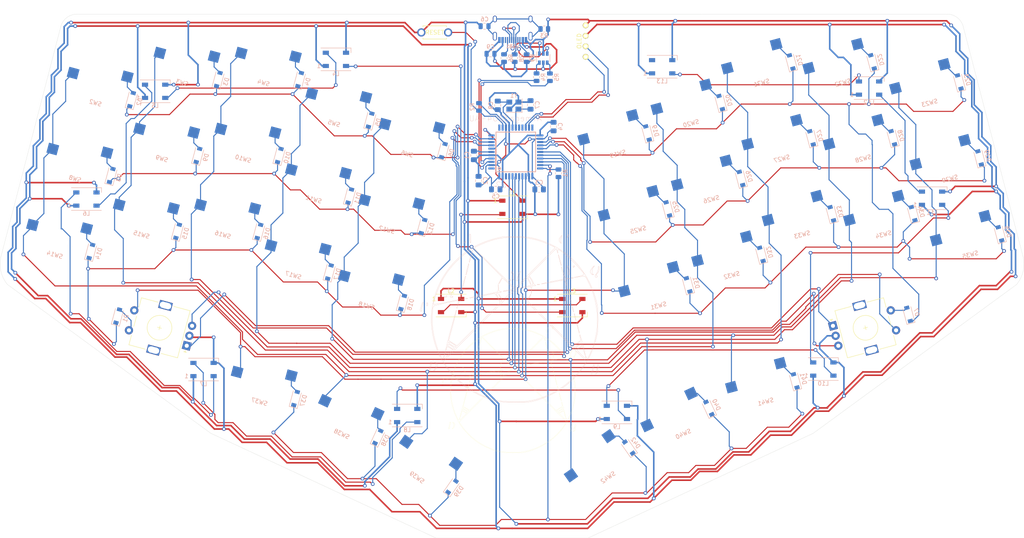
<source format=kicad_pcb>
(kicad_pcb (version 20171130) (host pcbnew "(5.1.9)-1")
  (title_block (title euclid36) (date 2021-04-22) (rev 1.2) (company "Sadek Baroudi"))
  (layers (0 F.Cu signal) (31 B.Cu signal) (34 B.Paste user) (35 F.Paste user) (36 B.SilkS user) (37 F.SilkS user) (38 B.Mask user) (39 F.Mask user) (44 Edge.Cuts user))
  (net 0 "")
  (net 1 row0)
  (net 2 "Net-(D2-Pad2)")
  (net 3 "Net-(D3-Pad2)")
  (net 4 "Net-(D4-Pad2)")
  (net 5 "Net-(D5-Pad2)")
  (net 6 "Net-(D6-Pad2)")
  (net 7 row1)
  (net 8 "Net-(D8-Pad2)")
  (net 9 "Net-(D9-Pad2)")
  (net 10 "Net-(D10-Pad2)")
  (net 11 "Net-(D11-Pad2)")
  (net 12 "Net-(D12-Pad2)")
  (net 13 row2)
  (net 14 "Net-(D14-Pad2)")
  (net 15 "Net-(D15-Pad2)")
  (net 16 "Net-(D16-Pad2)")
  (net 17 "Net-(D17-Pad2)")
  (net 18 "Net-(D18-Pad2)")
  (net 19 row3)
  (net 20 "Net-(D19-Pad2)")
  (net 21 "Net-(D20-Pad2)")
  (net 22 "Net-(D21-Pad2)")
  (net 23 "Net-(D22-Pad2)")
  (net 24 "Net-(D23-Pad2)")
  (net 25 row4)
  (net 26 "Net-(D25-Pad2)")
  (net 27 "Net-(D26-Pad2)")
  (net 28 "Net-(D27-Pad2)")
  (net 29 "Net-(D28-Pad2)")
  (net 30 "Net-(D29-Pad2)")
  (net 31 row5)
  (net 32 "Net-(D31-Pad2)")
  (net 33 "Net-(D32-Pad2)")
  (net 34 "Net-(D33-Pad2)")
  (net 35 "Net-(D34-Pad2)")
  (net 36 "Net-(D35-Pad2)")
  (net 37 row6)
  (net 38 "Net-(D37-Pad2)")
  (net 39 "Net-(D38-Pad2)")
  (net 40 "Net-(D39-Pad2)")
  (net 41 "Net-(D40-Pad2)")
  (net 42 "Net-(D41-Pad2)")
  (net 43 LED)
  (net 44 VCC)
  (net 45 GND)
  (net 46 col0)
  (net 47 col1)
  (net 48 col2)
  (net 49 col3)
  (net 50 col4)
  (net 51 col5)
  (net 52 reset)
  (net 53 "Net-(L1-Pad2)")
  (net 54 "Net-(L2-Pad2)")
  (net 55 "Net-(L3-Pad2)")
  (net 56 "Net-(L4-Pad2)")
  (net 57 "Net-(L5-Pad2)")
  (net 58 "Net-(L6-Pad2)")
  (net 59 "Net-(L7-Pad2)")
  (net 60 "Net-(L8-Pad2)")
  (net 61 "Net-(L10-Pad4)")
  (net 62 "Net-(L10-Pad2)")
  (net 63 "Net-(D42-Pad2)")
  (net 64 "Net-(L11-Pad2)")
  (net 65 "Net-(L12-Pad2)")
  (net 66 "Net-(L13-Pad2)")
  (net 67 SCL)
  (net 68 SDA)
  (net 69 ENC1A)
  (net 70 ENC1B)
  (net 71 ENC2A)
  (net 72 ENC2B)
  (net 73 "Net-(D7-Pad2)")
  (net 74 "Net-(D1-Pad2)")
  (net 75 "Net-(C1-Pad1)")
  (net 76 +5V)
  (net 77 "Net-(C6-Pad1)")
  (net 78 XTAL1)
  (net 79 XTAL2)
  (net 80 VBUS)
  (net 81 "Net-(R1-Pad2)")
  (net 82 "Net-(R4-Pad2)")
  (net 83 D-)
  (net 84 "Net-(R5-Pad2)")
  (net 85 D+)
  (net 86 "Net-(R6-Pad2)")
  (net 87 "Net-(R7-Pad2)")
  (net 88 D+BUS)
  (net 89 D-BUS)
  (net 90 "Net-(U2-Pad42)")
  (net 91 "Net-(U2-Pad22)")
  (net 92 "Net-(U2-Pad19)")
  (net 93 "Net-(U2-Pad18)")
  (net 94 "Net-(U2-Pad1)")
  (net 95 "Net-(USB1-Pad3)")
  (net 96 "Net-(USB1-Pad9)")
  (net 97 "Net-(U2-Pad12)")
  (module _reviung-kbd:spacer_m2 (layer F.Cu) (at 151.48 140.64)
    (fp_text reference Ref** hide)
    (fp_text value Val** hide)
    (pad "" np_thru_hole circle (at 0 0) (size 4.3 4.3) (drill 4.3) (layers *.Cu *.Mask))
  )
  (module _reviung-kbd:spacer_m2 (layer F.Cu) (at 168.14 43.07)
    (fp_text reference Ref** hide)
    (fp_text value Val** hide)
    (pad "" np_thru_hole circle (at 0 0) (size 4.3 4.3) (drill 4.3) (layers *.Cu *.Mask))
  )
  (module _reviung-kbd:spacer_m2 (layer F.Cu) (at 132.01 42.82)
    (fp_text reference Ref** hide)
    (fp_text value Val** hide)
    (pad "" np_thru_hole circle (at 0 0) (size 4.3 4.3) (drill 4.3) (layers *.Cu *.Mask))
  )
  (module _reviung-kbd:spacer_m2 (layer F.Cu) (at 248.74 31.19)
    (fp_text reference Ref** hide)
    (fp_text value Val** hide)
    (pad "" np_thru_hole circle (at 0 0) (size 4.3 4.3) (drill 4.3) (layers *.Cu *.Mask))
  )
  (module _reviung-kbd:spacer_m2 (layer F.Cu) (at 54.57 31.58)
    (fp_text reference Ref** hide)
    (fp_text value Val** hide)
    (pad "" np_thru_hole circle (at 0 0) (size 4.3 4.3) (drill 4.3) (layers *.Cu *.Mask))
  )
  (module _reviung-kbd:spacer_m2 (layer F.Cu) (at 109.51 79.79)
    (fp_text reference Ref** hide)
    (fp_text value Val** hide)
    (pad "" np_thru_hole circle (at 0 0) (size 4.3 4.3) (drill 4.3) (layers *.Cu *.Mask))
  )
  (module _reviung-kbd:spacer_m2 (layer F.Cu) (at 191.62 80.8)
    (fp_text reference Ref** hide)
    (fp_text value Val** hide)
    (pad "" np_thru_hole circle (at 0 0) (size 4.3 4.3) (drill 4.3) (layers *.Cu *.Mask))
  )
  (module _reviung-kbd:spacer_m2 (layer F.Cu) (at 252.13 93.85)
    (fp_text reference Ref** hide)
    (fp_text value Val** hide)
    (pad "" np_thru_hole circle (at 0 0) (size 4.3 4.3) (drill 4.3) (layers *.Cu *.Mask))
  )
  (module _reviung-kbd:spacer_m2 (layer F.Cu) (at 197.94 112.15)
    (fp_text reference Ref** hide)
    (fp_text value Val** hide)
    (pad "" np_thru_hole circle (at 0 0) (size 4.3 4.3) (drill 4.3) (layers *.Cu *.Mask))
  )
  (module _reviung-kbd:spacer_m2 (layer F.Cu) (at 103.19 112.4)
    (fp_text reference Ref** hide)
    (fp_text value Val** hide)
    (pad "" np_thru_hole circle (at 0 0) (size 4.3 4.3) (drill 4.3) (layers *.Cu *.Mask))
  )
  (module _reviung-kbd:spacer_m2 (layer F.Cu) (at 51.16 94.81)
    (fp_text reference Ref** hide)
    (fp_text value Val** hide)
    (pad "" np_thru_hole circle (at 0 0) (size 4.3 4.3) (drill 4.3) (layers *.Cu *.Mask))
  )
  (module Diode_SMD:D_SOD-123 (layer B.Cu) (at 246.62 98.18 105)
    (fp_text reference D7 (at 0 2 105) (layer B.SilkS) (effects (justify mirror)))
    (fp_text value 1N4148W)
    (pad 2 smd rect (at 1.65 0 105) (size 0.9 1.2) (layers B.Cu B.Paste B.Mask) (net 73 "Net-(D7-Pad2)"))
    (pad 1 smd rect (at -1.65 0 105) (size 0.9 1.2) (layers B.Cu B.Paste B.Mask) (net 19 row3))
  )
  (module Crystal:Crystal_SMD_3225-4Pin_3.2x2.5mm (layer B.Cu) (at 150.94 47.58 180)
    (fp_text reference Y1 (at 0 2.45) (layer B.SilkS) (effects (justify mirror)))
    (fp_text value XTAL)
    (pad 4 smd rect (at -1.1 0.85 180) (size 1.4 1.2) (layers B.Cu B.Paste B.Mask) (net 45 GND))
    (pad 3 smd rect (at 1.1 0.85 180) (size 1.4 1.2) (layers B.Cu B.Paste B.Mask) (net 79 XTAL2))
    (pad 2 smd rect (at 1.1 -0.85 180) (size 1.4 1.2) (layers B.Cu B.Paste B.Mask) (net 45 GND))
    (pad 1 smd rect (at -1.1 -0.85 180) (size 1.4 1.2) (layers B.Cu B.Paste B.Mask) (net 78 XTAL1))
  )
  (module _reviung-kbd:HRO-TYPE-C-31-M-12-Assembly (layer B.Cu) (at 150.66 23.98)
    (fp_text reference USB1 (at 0 9.25) (layer B.SilkS) (effects (font (size 0.8 0.8)) (justify mirror)))
    (fp_text value HRO-TYPE-C-31-M-12)
    (pad 12 smd rect (at 3.225 7.695) (size 0.6 1.45) (layers B.Cu B.Paste B.Mask) (net 45 GND))
    (pad 1 smd rect (at -3.225 7.695) (size 0.6 1.45) (layers B.Cu B.Paste B.Mask) (net 45 GND))
    (pad 11 smd rect (at 2.45 7.695) (size 0.6 1.45) (layers B.Cu B.Paste B.Mask) (net 80 VBUS))
    (pad 2 smd rect (at -2.45 7.695) (size 0.6 1.45) (layers B.Cu B.Paste B.Mask) (net 80 VBUS))
    (pad 3 smd rect (at -1.75 7.695) (size 0.3 1.45) (layers B.Cu B.Paste B.Mask) (net 95 "Net-(USB1-Pad3)"))
    (pad 10 smd rect (at 1.75 7.695) (size 0.3 1.45) (layers B.Cu B.Paste B.Mask) (net 87 "Net-(R7-Pad2)"))
    (pad 4 smd rect (at -1.25 7.695) (size 0.3 1.45) (layers B.Cu B.Paste B.Mask) (net 86 "Net-(R6-Pad2)"))
    (pad 9 smd rect (at 1.25 7.695) (size 0.3 1.45) (layers B.Cu B.Paste B.Mask) (net 96 "Net-(USB1-Pad9)"))
    (pad 5 smd rect (at -0.75 7.695) (size 0.3 1.45) (layers B.Cu B.Paste B.Mask) (net 89 D-BUS))
    (pad 8 smd rect (at 0.75 7.695) (size 0.3 1.45) (layers B.Cu B.Paste B.Mask) (net 88 D+BUS))
    (pad 7 smd rect (at 0.25 7.695) (size 0.3 1.45) (layers B.Cu B.Paste B.Mask) (net 89 D-BUS))
    (pad 6 smd rect (at -0.25 7.695) (size 0.3 1.45) (layers B.Cu B.Paste B.Mask) (net 88 D+BUS))
    (pad "" np_thru_hole circle (at 2.89 6.25) (size 0.65 0.65) (drill 0.65) (layers *.Cu *.Mask))
    (pad "" np_thru_hole circle (at -2.89 6.25) (size 0.65 0.65) (drill 0.65) (layers *.Cu *.Mask))
    (pad 13 thru_hole oval (at -4.32 6.78) (size 1 2.1) (drill oval 0.6 1.7) (layers *.Cu *.Mask) (net 77 "Net-(C6-Pad1)"))
    (pad 13 thru_hole oval (at 4.32 6.78) (size 1 2.1) (drill oval 0.6 1.7) (layers *.Cu *.Mask) (net 77 "Net-(C6-Pad1)"))
    (pad 13 thru_hole oval (at -4.32 2.6) (size 1 1.6) (drill oval 0.6 1.2) (layers *.Cu *.Mask) (net 77 "Net-(C6-Pad1)"))
    (pad 13 thru_hole oval (at 4.32 2.6) (size 1 1.6) (drill oval 0.6 1.2) (layers *.Cu *.Mask) (net 77 "Net-(C6-Pad1)"))
  )
  (module _reviung-kbd:ATMEGA32U4-AU (layer B.Cu) (at 151.42 58.81)
    (fp_text reference U2 (at -3.474 8.014 180) (layer B.SilkS) (effects (font (size 1.4 1.4) (thickness 0.05)) (justify mirror)))
    (fp_text value ATmega32U4-AU (at -2.55 -8.1261 180) (layer B.SilkS) (effects (font (size 1.4 1.4) (thickness 0.05)) (justify mirror)))
    (pad 44 smd rect (at -4 5.9) (size 0.5 1.5) (layers B.Cu B.Paste B.Mask) (net 76 +5V))
    (pad 43 smd rect (at -3.2 5.9) (size 0.5 1.5) (layers B.Cu B.Paste B.Mask) (net 45 GND))
    (pad 42 smd rect (at -2.4 5.9) (size 0.5 1.5) (layers B.Cu B.Paste B.Mask) (net 90 "Net-(U2-Pad42)"))
    (pad 41 smd rect (at -1.6 5.9) (size 0.5 1.5) (layers B.Cu B.Paste B.Mask) (net 51 col5))
    (pad 40 smd rect (at -0.8 5.9) (size 0.5 1.5) (layers B.Cu B.Paste B.Mask) (net 50 col4))
    (pad 39 smd rect (at 0 5.9) (size 0.5 1.5) (layers B.Cu B.Paste B.Mask) (net 49 col3))
    (pad 38 smd rect (at 0.8 5.9) (size 0.5 1.5) (layers B.Cu B.Paste B.Mask) (net 48 col2))
    (pad 37 smd rect (at 1.6 5.9) (size 0.5 1.5) (layers B.Cu B.Paste B.Mask) (net 47 col1))
    (pad 36 smd rect (at 2.4 5.9) (size 0.5 1.5) (layers B.Cu B.Paste B.Mask) (net 46 col0))
    (pad 35 smd rect (at 3.2 5.9) (size 0.5 1.5) (layers B.Cu B.Paste B.Mask) (net 45 GND))
    (pad 34 smd rect (at 4 5.9) (size 0.5 1.5) (layers B.Cu B.Paste B.Mask) (net 76 +5V))
    (pad 33 smd rect (at 5.9 4) (size 1.5 0.5) (layers B.Cu B.Paste B.Mask) (net 81 "Net-(R1-Pad2)"))
    (pad 32 smd rect (at 5.9 3.2) (size 1.5 0.5) (layers B.Cu B.Paste B.Mask) (net 37 row6))
    (pad 31 smd rect (at 5.9 2.4) (size 1.5 0.5) (layers B.Cu B.Paste B.Mask) (net 70 ENC1B))
    (pad 30 smd rect (at 5.9 1.6) (size 1.5 0.5) (layers B.Cu B.Paste B.Mask) (net 69 ENC1A))
    (pad 29 smd rect (at 5.9 0.8) (size 1.5 0.5) (layers B.Cu B.Paste B.Mask) (net 72 ENC2B))
    (pad 28 smd rect (at 5.9 0) (size 1.5 0.5) (layers B.Cu B.Paste B.Mask) (net 71 ENC2A))
    (pad 27 smd rect (at 5.9 -0.8) (size 1.5 0.5) (layers B.Cu B.Paste B.Mask) (net 31 row5))
    (pad 26 smd rect (at 5.9 -1.6) (size 1.5 0.5) (layers B.Cu B.Paste B.Mask) (net 25 row4))
    (pad 25 smd rect (at 5.9 -2.4) (size 1.5 0.5) (layers B.Cu B.Paste B.Mask) (net 19 row3))
    (pad 24 smd rect (at 5.9 -3.2) (size 1.5 0.5) (layers B.Cu B.Paste B.Mask) (net 76 +5V))
    (pad 23 smd rect (at 5.9 -4) (size 1.5 0.5) (layers B.Cu B.Paste B.Mask) (net 45 GND))
    (pad 22 smd rect (at 4 -5.9) (size 0.5 1.5) (layers B.Cu B.Paste B.Mask) (net 91 "Net-(U2-Pad22)"))
    (pad 21 smd rect (at 3.2 -5.9) (size 0.5 1.5) (layers B.Cu B.Paste B.Mask) (net 67 SCL))
    (pad 20 smd rect (at 2.4 -5.9) (size 0.5 1.5) (layers B.Cu B.Paste B.Mask) (net 68 SDA))
    (pad 19 smd rect (at 1.6 -5.9) (size 0.5 1.5) (layers B.Cu B.Paste B.Mask) (net 92 "Net-(U2-Pad19)"))
    (pad 18 smd rect (at 0.8 -5.9) (size 0.5 1.5) (layers B.Cu B.Paste B.Mask) (net 93 "Net-(U2-Pad18)"))
    (pad 17 smd rect (at 0 -5.9) (size 0.5 1.5) (layers B.Cu B.Paste B.Mask) (net 78 XTAL1))
    (pad 16 smd rect (at -0.8 -5.9) (size 0.5 1.5) (layers B.Cu B.Paste B.Mask) (net 79 XTAL2))
    (pad 15 smd rect (at -1.6 -5.9) (size 0.5 1.5) (layers B.Cu B.Paste B.Mask) (net 45 GND))
    (pad 14 smd rect (at -2.4 -5.9) (size 0.5 1.5) (layers B.Cu B.Paste B.Mask) (net 76 +5V))
    (pad 13 smd rect (at -3.2 -5.9) (size 0.5 1.5) (layers B.Cu B.Paste B.Mask) (net 52 reset))
    (pad 12 smd rect (at -4 -5.9) (size 0.5 1.5) (layers B.Cu B.Paste B.Mask) (net 97 "Net-(U2-Pad12)"))
    (pad 11 smd rect (at -5.9 -4) (size 1.5 0.5) (layers B.Cu B.Paste B.Mask) (net 43 LED))
    (pad 10 smd rect (at -5.9 -3.2) (size 1.5 0.5) (layers B.Cu B.Paste B.Mask) (net 1 row0))
    (pad 9 smd rect (at -5.9 -2.4) (size 1.5 0.5) (layers B.Cu B.Paste B.Mask) (net 7 row1))
    (pad 8 smd rect (at -5.9 -1.6) (size 1.5 0.5) (layers B.Cu B.Paste B.Mask) (net 13 row2))
    (pad 7 smd rect (at -5.9 -0.8) (size 1.5 0.5) (layers B.Cu B.Paste B.Mask) (net 76 +5V))
    (pad 6 smd rect (at -5.9 0) (size 1.5 0.5) (layers B.Cu B.Paste B.Mask) (net 75 "Net-(C1-Pad1)"))
    (pad 5 smd rect (at -5.9 0.8) (size 1.5 0.5) (layers B.Cu B.Paste B.Mask) (net 45 GND))
    (pad 4 smd rect (at -5.9 1.6) (size 1.5 0.5) (layers B.Cu B.Paste B.Mask) (net 85 D+))
    (pad 3 smd rect (at -5.9 2.4) (size 1.5 0.5) (layers B.Cu B.Paste B.Mask) (net 83 D-))
    (pad 2 smd rect (at -5.9 3.2) (size 1.5 0.5) (layers B.Cu B.Paste B.Mask) (net 76 +5V))
    (pad 1 smd rect (at -5.9 4) (size 1.5 0.5) (layers B.Cu B.Paste B.Mask) (net 94 "Net-(U2-Pad1)"))
  )
  (module Package_TO_SOT_SMD:SOT-23-6 (layer B.Cu) (at 158.08 36.07 270)
    (fp_text reference U1 (at 0 2.9 90) (layer B.SilkS) (effects (justify mirror)))
    (fp_text value USBLC6-2SC6)
    (pad 5 smd rect (at 1.1 0 270) (size 1.06 0.65) (layers B.Cu B.Paste B.Mask) (net 80 VBUS))
    (pad 6 smd rect (at 1.1 0.95 270) (size 1.06 0.65) (layers B.Cu B.Paste B.Mask) (net 82 "Net-(R4-Pad2)"))
    (pad 4 smd rect (at 1.1 -0.95 270) (size 1.06 0.65) (layers B.Cu B.Paste B.Mask) (net 84 "Net-(R5-Pad2)"))
    (pad 3 smd rect (at -1.1 -0.95 270) (size 1.06 0.65) (layers B.Cu B.Paste B.Mask) (net 88 D+BUS))
    (pad 2 smd rect (at -1.1 0 270) (size 1.06 0.65) (layers B.Cu B.Paste B.Mask) (net 45 GND))
    (pad 1 smd rect (at -1.1 0.95 270) (size 1.06 0.65) (layers B.Cu B.Paste B.Mask) (net 89 D-BUS))
  )
  (module _reviung-kbd:RotaryEncoder_EC11 (layer F.Cu) (at 236.180392 101.435247 15)
    (fp_text reference SW7)
    (fp_text value RotaryEncoder_Switch)
    (pad A thru_hole rect (at -7.5 -2.5 15) (size 2 2) (drill 1) (layers *.Cu *.Mask) (net 71 ENC2A))
    (pad C thru_hole circle (at -7.5 0 15) (size 2 2) (drill 1) (layers *.Cu *.Mask) (net 45 GND))
    (pad B thru_hole circle (at -7.5 2.5 15) (size 2 2) (drill 1) (layers *.Cu *.Mask) (net 72 ENC2B))
    (pad "" np_thru_hole rect (at 0 -5.6 15) (size 3.2 2) (drill oval 2.8 1.5) (layers *.Cu *.Mask))
    (pad "" np_thru_hole rect (at 0 5.6 15) (size 3.2 2) (drill oval 2.8 1.5) (layers *.Cu *.Mask))
    (pad S2 thru_hole circle (at 7 -2.5 15) (size 2 2) (drill 1) (layers *.Cu *.Mask) (net 73 "Net-(D7-Pad2)"))
    (pad S1 thru_hole circle (at 7 2.5 15) (size 2 2) (drill 1) (layers *.Cu *.Mask) (net 51 col5))
  )
  (module _reviung-kbd:RotaryEncoder_EC11 (layer F.Cu) (at 65.051204 101.435247 165)
    (fp_text reference SW1)
    (fp_text value RotaryEncoder_Switch)
    (pad A thru_hole rect (at -7.5 -2.5 165) (size 2 2) (drill 1) (layers *.Cu *.Mask) (net 69 ENC1A))
    (pad C thru_hole circle (at -7.5 0 165) (size 2 2) (drill 1) (layers *.Cu *.Mask) (net 45 GND))
    (pad B thru_hole circle (at -7.5 2.5 165) (size 2 2) (drill 1) (layers *.Cu *.Mask) (net 70 ENC1B))
    (pad "" np_thru_hole rect (at 0 -5.6 165) (size 3.2 2) (drill oval 2.8 1.5) (layers *.Cu *.Mask))
    (pad "" np_thru_hole rect (at 0 5.6 165) (size 3.2 2) (drill oval 2.8 1.5) (layers *.Cu *.Mask))
    (pad S2 thru_hole circle (at 7 -2.5 165) (size 2 2) (drill 1) (layers *.Cu *.Mask) (net 74 "Net-(D1-Pad2)"))
    (pad S1 thru_hole circle (at 7 2.5 165) (size 2 2) (drill 1) (layers *.Cu *.Mask) (net 46 col0))
  )
  (module Resistor_SMD:R_0805_2012Metric (layer B.Cu) (at 151.14 36.06 90)
    (fp_text reference R8 (at 0 1.65 90) (layer B.SilkS) (effects (justify mirror)))
    (fp_text value 1.5K)
    (pad 2 smd roundrect (at 0.9125 0 90) (size 1.025 1.4) (layers B.Cu B.Paste B.Mask) (roundrect_rratio 0.2439014634146341) (net 88 D+BUS))
    (pad 1 smd roundrect (at -0.9125 0 90) (size 1.025 1.4) (layers B.Cu B.Paste B.Mask) (roundrect_rratio 0.2439014634146341) (net 80 VBUS))
  )
  (module Resistor_SMD:R_0805_2012Metric (layer B.Cu) (at 154.05 36.07 90)
    (fp_text reference R7 (at 0 1.65 90) (layer B.SilkS) (effects (justify mirror)))
    (fp_text value 5.1k)
    (pad 2 smd roundrect (at 0.9125 0 90) (size 1.025 1.4) (layers B.Cu B.Paste B.Mask) (roundrect_rratio 0.2439014634146341) (net 87 "Net-(R7-Pad2)"))
    (pad 1 smd roundrect (at -0.9125 0 90) (size 1.025 1.4) (layers B.Cu B.Paste B.Mask) (roundrect_rratio 0.2439014634146341) (net 45 GND))
  )
  (module Resistor_SMD:R_0805_2012Metric (layer B.Cu) (at 148.56 36.06 90)
    (fp_text reference R6 (at 0 1.65 90) (layer B.SilkS) (effects (justify mirror)))
    (fp_text value 5.1k)
    (pad 2 smd roundrect (at 0.9125 0 90) (size 1.025 1.4) (layers B.Cu B.Paste B.Mask) (roundrect_rratio 0.2439014634146341) (net 86 "Net-(R6-Pad2)"))
    (pad 1 smd roundrect (at -0.9125 0 90) (size 1.025 1.4) (layers B.Cu B.Paste B.Mask) (roundrect_rratio 0.2439014634146341) (net 45 GND))
  )
  (module Resistor_SMD:R_0805_2012Metric (layer B.Cu) (at 159.68 40.7 90)
    (fp_text reference R5 (at 0 1.65 90) (layer B.SilkS) (effects (justify mirror)))
    (fp_text value 22R)
    (pad 2 smd roundrect (at 0.9125 0 90) (size 1.025 1.4) (layers B.Cu B.Paste B.Mask) (roundrect_rratio 0.2439014634146341) (net 84 "Net-(R5-Pad2)"))
    (pad 1 smd roundrect (at -0.9125 0 90) (size 1.025 1.4) (layers B.Cu B.Paste B.Mask) (roundrect_rratio 0.2439014634146341) (net 85 D+))
  )
  (module Resistor_SMD:R_0805_2012Metric (layer B.Cu) (at 156.44 40.68 90)
    (fp_text reference R4 (at 0 1.65 90) (layer B.SilkS) (effects (justify mirror)))
    (fp_text value 22R)
    (pad 2 smd roundrect (at 0.9125 0 90) (size 1.025 1.4) (layers B.Cu B.Paste B.Mask) (roundrect_rratio 0.2439014634146341) (net 82 "Net-(R4-Pad2)"))
    (pad 1 smd roundrect (at -0.9125 0 90) (size 1.025 1.4) (layers B.Cu B.Paste B.Mask) (roundrect_rratio 0.2439014634146341) (net 83 D-))
  )
  (module Resistor_SMD:R_0805_2012Metric (layer B.Cu) (at 158.32 29.01)
    (fp_text reference R3 (at 0 1.65) (layer B.SilkS) (effects (justify mirror)))
    (fp_text value 1M)
    (pad 2 smd roundrect (at 0.9125 0) (size 1.025 1.4) (layers B.Cu B.Paste B.Mask) (roundrect_rratio 0.2439014634146341) (net 45 GND))
    (pad 1 smd roundrect (at -0.9125 0) (size 1.025 1.4) (layers B.Cu B.Paste B.Mask) (roundrect_rratio 0.2439014634146341) (net 77 "Net-(C6-Pad1)"))
  )
  (module Resistor_SMD:R_0805_2012Metric (layer B.Cu) (at 142.49 47.89 270)
    (fp_text reference R2 (at 0 1.65 90) (layer B.SilkS) (effects (justify mirror)))
    (fp_text value 10k)
    (pad 2 smd roundrect (at 0.9125 0 270) (size 1.025 1.4) (layers B.Cu B.Paste B.Mask) (roundrect_rratio 0.2439014634146341) (net 52 reset))
    (pad 1 smd roundrect (at -0.9125 0 270) (size 1.025 1.4) (layers B.Cu B.Paste B.Mask) (roundrect_rratio 0.2439014634146341) (net 76 +5V))
  )
  (module Resistor_SMD:R_0805_2012Metric (layer B.Cu) (at 161.76 63.98 90)
    (fp_text reference R1 (at 0 1.65 90) (layer B.SilkS) (effects (justify mirror)))
    (fp_text value 10k)
    (pad 2 smd roundrect (at 0.9125 0 90) (size 1.025 1.4) (layers B.Cu B.Paste B.Mask) (roundrect_rratio 0.2439014634146341) (net 81 "Net-(R1-Pad2)"))
    (pad 1 smd roundrect (at -0.9125 0 90) (size 1.025 1.4) (layers B.Cu B.Paste B.Mask) (roundrect_rratio 0.2439014634146341) (net 45 GND))
  )
  (module _reviung-kbd:OLED_v2 (layer F.Cu) (at 168.34 31.94 90)
    (fp_text reference OL1)
    (fp_text value OLED hide)
    (fp_text user OLED (at 0 -1.55 -90) (layer F.SilkS))
    (pad 4 thru_hole circle (at 3.81 0 90) (size 1.397 1.397) (drill 0.8128) (layers *.Cu F.SilkS B.Mask) (net 45 GND))
    (pad 3 thru_hole circle (at 1.27 0 90) (size 1.397 1.397) (drill 0.8128) (layers *.Cu F.SilkS B.Mask) (net 44 VCC))
    (pad 2 thru_hole circle (at -1.27 0 90) (size 1.397 1.397) (drill 0.8128) (layers *.Cu F.SilkS B.Mask) (net 67 SCL))
    (pad 1 thru_hole circle (at -3.81 0 90) (size 1.397 1.397) (drill 0.8128) (layers *.Cu F.SilkS B.Mask) (net 68 SDA))
  )
  (module Diode_SMD:D_SOD-123 (layer B.Cu) (at 54.92 98.61 75)
    (fp_text reference D1 (at 0 2 75) (layer B.SilkS) (effects (justify mirror)))
    (fp_text value 1N4148W)
    (pad 2 smd rect (at 1.65 0 75) (size 0.9 1.2) (layers B.Cu B.Paste B.Mask) (net 74 "Net-(D1-Pad2)"))
    (pad 1 smd rect (at -1.65 0 75) (size 0.9 1.2) (layers B.Cu B.Paste B.Mask) (net 13 row2))
  )
  (module Capacitor_SMD:C_0805_2012Metric (layer B.Cu) (at 145.28 35.02 180)
    (fp_text reference C9 (at 0 1.68) (layer B.SilkS) (effects (justify mirror)))
    (fp_text value 4.7n)
    (pad 2 smd roundrect (at 0.95 0 180) (size 1 1.45) (layers B.Cu B.Paste B.Mask) (net 45 GND))
    (pad 1 smd roundrect (at -0.95 0 180) (size 1 1.45) (layers B.Cu B.Paste B.Mask) (net 80 VBUS))
  )
  (module Capacitor_SMD:C_0805_2012Metric_Pad1.18x1.45mm_HandSolder (layer B.Cu) (at 147.04 47.52 270)
    (fp_text reference C8 (at 0 1.68 90) (layer B.SilkS) (effects (justify mirror)))
    (fp_text value 22pF)
    (pad 2 smd roundrect (at 1.0375 0 270) (size 1.175 1.45) (layers B.Cu B.Paste B.Mask) (roundrect_rratio 0.2127659574468085) (net 45 GND))
    (pad 1 smd roundrect (at -1.0375 0 270) (size 1.175 1.45) (layers B.Cu B.Paste B.Mask) (roundrect_rratio 0.2127659574468085) (net 79 XTAL2))
  )
  (module Capacitor_SMD:C_0805_2012Metric_Pad1.18x1.45mm_HandSolder (layer B.Cu) (at 154.98 47.41 90)
    (fp_text reference C7 (at 0 1.68 90) (layer B.SilkS) (effects (justify mirror)))
    (fp_text value 22pF)
    (pad 2 smd roundrect (at 1.0375 0 90) (size 1.175 1.45) (layers B.Cu B.Paste B.Mask) (roundrect_rratio 0.2127659574468085) (net 45 GND))
    (pad 1 smd roundrect (at -1.0375 0 90) (size 1.175 1.45) (layers B.Cu B.Paste B.Mask) (roundrect_rratio 0.2127659574468085) (net 78 XTAL1))
  )
  (module Capacitor_SMD:C_0805_2012Metric (layer B.Cu) (at 143.84 28.33 180)
    (fp_text reference C6 (at 0 1.68) (layer B.SilkS) (effects (justify mirror)))
    (fp_text value 4.7n)
    (pad 2 smd roundrect (at 0.95 0 180) (size 1 1.45) (layers B.Cu B.Paste B.Mask) (net 45 GND))
    (pad 1 smd roundrect (at -0.95 0 180) (size 1 1.45) (layers B.Cu B.Paste B.Mask) (net 77 "Net-(C6-Pad1)"))
  )
  (module Capacitor_SMD:C_0805_2012Metric_Pad1.18x1.45mm_HandSolder (layer B.Cu) (at 146.55 67.88)
    (fp_text reference C5 (at 0 1.68) (layer B.SilkS) (effects (justify mirror)))
    (fp_text value 10u)
    (pad 2 smd roundrect (at 1.0375 0) (size 1.175 1.45) (layers B.Cu B.Paste B.Mask) (roundrect_rratio 0.2127659574468085) (net 45 GND))
    (pad 1 smd roundrect (at -1.0375 0) (size 1.175 1.45) (layers B.Cu B.Paste B.Mask) (roundrect_rratio 0.2127659574468085) (net 76 +5V))
  )
  (module Capacitor_SMD:C_0805_2012Metric_Pad1.18x1.45mm_HandSolder (layer B.Cu) (at 160.56 52.66 90)
    (fp_text reference C4 (at 0 1.68 90) (layer B.SilkS) (effects (justify mirror)))
    (fp_text value 0.1uF)
    (pad 2 smd roundrect (at 1.0375 0 90) (size 1.175 1.45) (layers B.Cu B.Paste B.Mask) (roundrect_rratio 0.2127659574468085) (net 45 GND))
    (pad 1 smd roundrect (at -1.0375 0 90) (size 1.175 1.45) (layers B.Cu B.Paste B.Mask) (roundrect_rratio 0.2127659574468085) (net 76 +5V))
  )
  (module Capacitor_SMD:C_0805_2012Metric_Pad1.18x1.45mm_HandSolder (layer B.Cu) (at 157.07 67.89 180)
    (fp_text reference C3 (at 0 1.68) (layer B.SilkS) (effects (justify mirror)))
    (fp_text value 0.1uF)
    (pad 2 smd roundrect (at 1.0375 0 180) (size 1.175 1.45) (layers B.Cu B.Paste B.Mask) (roundrect_rratio 0.2127659574468085) (net 45 GND))
    (pad 1 smd roundrect (at -1.0375 0 180) (size 1.175 1.45) (layers B.Cu B.Paste B.Mask) (roundrect_rratio 0.2127659574468085) (net 76 +5V))
  )
  (module Capacitor_SMD:C_0805_2012Metric_Pad1.18x1.45mm_HandSolder (layer B.Cu) (at 142.39 65.77 90)
    (fp_text reference C2 (at 0 1.68 90) (layer B.SilkS) (effects (justify mirror)))
    (fp_text value 0.1uF)
    (pad 2 smd roundrect (at 1.0375 0 90) (size 1.175 1.45) (layers B.Cu B.Paste B.Mask) (roundrect_rratio 0.2127659574468085) (net 45 GND))
    (pad 1 smd roundrect (at -1.0375 0 90) (size 1.175 1.45) (layers B.Cu B.Paste B.Mask) (roundrect_rratio 0.2127659574468085) (net 76 +5V))
  )
  (module Capacitor_SMD:C_0805_2012Metric_Pad1.18x1.45mm_HandSolder (layer B.Cu) (at 141.25 59.66 270)
    (fp_text reference C1 (at 0 1.68 90) (layer B.SilkS) (effects (justify mirror)))
    (fp_text value 1uF)
    (pad 2 smd roundrect (at 1.0375 0 270) (size 1.175 1.45) (layers B.Cu B.Paste B.Mask) (roundrect_rratio 0.2127659574468085) (net 45 GND))
    (pad 1 smd roundrect (at -1.0375 0 270) (size 1.175 1.45) (layers B.Cu B.Paste B.Mask) (roundrect_rratio 0.2127659574468085) (net 75 "Net-(C1-Pad1)"))
  )
  (module LED_SMD:LED_WS2812B_PLCC4_5.0x5.0mm_P3.2mm (layer B.Cu) (at 186.89 38.16)
    (fp_text reference L13 (at 0 3.5) (layer B.SilkS) (effects (justify mirror)))
    (fp_text value WS2812B)
    (fp_text user 1 (at -4.15 1.6) (layer B.SilkS) (effects (justify mirror)))
    (pad 1 smd rect (at -2.45 1.6) (size 1.5 1) (layers B.Cu B.Paste B.Mask) (net 44 VCC))
    (pad 2 smd rect (at -2.45 -1.6) (size 1.5 1) (layers B.Cu B.Paste B.Mask) (net 66 "Net-(L13-Pad2)"))
    (pad 4 smd rect (at 2.45 1.6) (size 1.5 1) (layers B.Cu B.Paste B.Mask) (net 65 "Net-(L12-Pad2)"))
    (pad 3 smd rect (at 2.45 -1.6) (size 1.5 1) (layers B.Cu B.Paste B.Mask) (net 45 GND))
  )
  (module LED_SMD:LED_WS2812B_PLCC4_5.0x5.0mm_P3.2mm (layer B.Cu) (at 237.04 43.33)
    (fp_text reference L12 (at 0 3.5) (layer B.SilkS) (effects (justify mirror)))
    (fp_text value WS2812B)
    (fp_text user 1 (at -4.15 1.6) (layer B.SilkS) (effects (justify mirror)))
    (pad 1 smd rect (at -2.45 1.6) (size 1.5 1) (layers B.Cu B.Paste B.Mask) (net 44 VCC))
    (pad 2 smd rect (at -2.45 -1.6) (size 1.5 1) (layers B.Cu B.Paste B.Mask) (net 65 "Net-(L12-Pad2)"))
    (pad 4 smd rect (at 2.45 1.6) (size 1.5 1) (layers B.Cu B.Paste B.Mask) (net 64 "Net-(L11-Pad2)"))
    (pad 3 smd rect (at 2.45 -1.6) (size 1.5 1) (layers B.Cu B.Paste B.Mask) (net 45 GND))
  )
  (module _reviung-kbd:MXOnly-1U-Hotswap (layer F.Cu) (at 172.035243 135.213702 35)
    (fp_text reference SW42)
    (fp_text value SW_PUSH)
    (fp_text user %R (at 0 3.048 35) (layer B.SilkS) (effects (justify mirror)))
    (pad "" np_thru_hole circle (at 2.54 -5.08 35) (size 3 3) (drill 3) (layers *.Cu *.Mask))
    (pad "" np_thru_hole circle (at 0 0 35) (size 3.9878 3.9878) (drill 3.9878) (layers *.Cu *.Mask))
    (pad "" np_thru_hole circle (at -3.81 -2.54 35) (size 3 3) (drill 3) (layers *.Cu *.Mask))
    (pad "" np_thru_hole circle (at -5.08 0 83.0996) (size 1.75 1.75) (drill 1.75) (layers *.Cu *.Mask))
    (pad "" np_thru_hole circle (at 5.08 0 83.0996) (size 1.75 1.75) (drill 1.75) (layers *.Cu *.Mask))
    (pad 1 smd rect (at -7.085 -2.54 35) (size 2.55 2.5) (layers B.Cu B.Paste B.Mask) (net 51 col5))
    (pad 2 smd rect (at 5.842 -5.08 35) (size 2.55 2.5) (layers B.Cu B.Paste B.Mask) (net 63 "Net-(D42-Pad2)"))
  )
  (module _reviung-kbd:MXOnly-1U-Hotswap (layer F.Cu) (at 211.180392 116.435247 15)
    (fp_text reference SW41)
    (fp_text value SW_PUSH)
    (fp_text user %R (at 0 3.048 15) (layer B.SilkS) (effects (justify mirror)))
    (pad "" np_thru_hole circle (at 2.54 -5.08 15) (size 3 3) (drill 3) (layers *.Cu *.Mask))
    (pad "" np_thru_hole circle (at 0 0 15) (size 3.9878 3.9878) (drill 3.9878) (layers *.Cu *.Mask))
    (pad "" np_thru_hole circle (at -3.81 -2.54 15) (size 3 3) (drill 3) (layers *.Cu *.Mask))
    (pad "" np_thru_hole circle (at -5.08 0 63.0996) (size 1.75 1.75) (drill 1.75) (layers *.Cu *.Mask))
    (pad "" np_thru_hole circle (at 5.08 0 63.0996) (size 1.75 1.75) (drill 1.75) (layers *.Cu *.Mask))
    (pad 1 smd rect (at -7.085 -2.54 15) (size 2.55 2.5) (layers B.Cu B.Paste B.Mask) (net 50 col4))
    (pad 2 smd rect (at 5.842 -5.08 15) (size 2.55 2.5) (layers B.Cu B.Paste B.Mask) (net 42 "Net-(D41-Pad2)"))
  )
  (module _reviung-kbd:MXOnly-1U-Hotswap (layer F.Cu) (at 190.732731 124.418703 25)
    (fp_text reference SW40)
    (fp_text value SW_PUSH)
    (fp_text user %R (at 0 3.048 25) (layer B.SilkS) (effects (justify mirror)))
    (pad "" np_thru_hole circle (at 2.54 -5.08 25) (size 3 3) (drill 3) (layers *.Cu *.Mask))
    (pad "" np_thru_hole circle (at 0 0 25) (size 3.9878 3.9878) (drill 3.9878) (layers *.Cu *.Mask))
    (pad "" np_thru_hole circle (at -3.81 -2.54 25) (size 3 3) (drill 3) (layers *.Cu *.Mask))
    (pad "" np_thru_hole circle (at -5.08 0 73.0996) (size 1.75 1.75) (drill 1.75) (layers *.Cu *.Mask))
    (pad "" np_thru_hole circle (at 5.08 0 73.0996) (size 1.75 1.75) (drill 1.75) (layers *.Cu *.Mask))
    (pad 1 smd rect (at -7.085 -2.54 25) (size 2.55 2.5) (layers B.Cu B.Paste B.Mask) (net 49 col3))
    (pad 2 smd rect (at 5.842 -5.08 25) (size 2.55 2.5) (layers B.Cu B.Paste B.Mask) (net 41 "Net-(D40-Pad2)"))
  )
  (module _reviung-kbd:MXOnly-1U-Hotswap (layer F.Cu) (at 129.196353 135.213702 325)
    (fp_text reference SW39)
    (fp_text value SW_PUSH)
    (fp_text user %R (at 0 3.048 145) (layer B.SilkS) (effects (justify mirror)))
    (pad "" np_thru_hole circle (at 2.54 -5.08 325) (size 3 3) (drill 3) (layers *.Cu *.Mask))
    (pad "" np_thru_hole circle (at 0 0 325) (size 3.9878 3.9878) (drill 3.9878) (layers *.Cu *.Mask))
    (pad "" np_thru_hole circle (at -3.81 -2.54 325) (size 3 3) (drill 3) (layers *.Cu *.Mask))
    (pad "" np_thru_hole circle (at -5.08 0 13.0996) (size 1.75 1.75) (drill 1.75) (layers *.Cu *.Mask))
    (pad "" np_thru_hole circle (at 5.08 0 13.0996) (size 1.75 1.75) (drill 1.75) (layers *.Cu *.Mask))
    (pad 1 smd rect (at -7.085 -2.54 325) (size 2.55 2.5) (layers B.Cu B.Paste B.Mask) (net 48 col2))
    (pad 2 smd rect (at 5.842 -5.08 325) (size 2.55 2.5) (layers B.Cu B.Paste B.Mask) (net 40 "Net-(D39-Pad2)"))
  )
  (module _reviung-kbd:MXOnly-1U-Hotswap (layer F.Cu) (at 110.498865 124.418703 335)
    (fp_text reference SW38)
    (fp_text value SW_PUSH)
    (fp_text user %R (at 0 3.048 155) (layer B.SilkS) (effects (justify mirror)))
    (pad "" np_thru_hole circle (at 2.54 -5.08 335) (size 3 3) (drill 3) (layers *.Cu *.Mask))
    (pad "" np_thru_hole circle (at 0 0 335) (size 3.9878 3.9878) (drill 3.9878) (layers *.Cu *.Mask))
    (pad "" np_thru_hole circle (at -3.81 -2.54 335) (size 3 3) (drill 3) (layers *.Cu *.Mask))
    (pad "" np_thru_hole circle (at -5.08 0 23.0996) (size 1.75 1.75) (drill 1.75) (layers *.Cu *.Mask))
    (pad "" np_thru_hole circle (at 5.08 0 23.0996) (size 1.75 1.75) (drill 1.75) (layers *.Cu *.Mask))
    (pad 1 smd rect (at -7.085 -2.54 335) (size 2.55 2.5) (layers B.Cu B.Paste B.Mask) (net 47 col1))
    (pad 2 smd rect (at 5.842 -5.08 335) (size 2.55 2.5) (layers B.Cu B.Paste B.Mask) (net 39 "Net-(D38-Pad2)"))
  )
  (module _reviung-kbd:MXOnly-1U-Hotswap (layer F.Cu) (at 90.051204 116.435247 345)
    (fp_text reference SW37)
    (fp_text value SW_PUSH)
    (fp_text user %R (at 0 3.048 165) (layer B.SilkS) (effects (justify mirror)))
    (pad "" np_thru_hole circle (at 2.54 -5.08 345) (size 3 3) (drill 3) (layers *.Cu *.Mask))
    (pad "" np_thru_hole circle (at 0 0 345) (size 3.9878 3.9878) (drill 3.9878) (layers *.Cu *.Mask))
    (pad "" np_thru_hole circle (at -3.81 -2.54 345) (size 3 3) (drill 3) (layers *.Cu *.Mask))
    (pad "" np_thru_hole circle (at -5.08 0 33.0996) (size 1.75 1.75) (drill 1.75) (layers *.Cu *.Mask))
    (pad "" np_thru_hole circle (at 5.08 0 33.0996) (size 1.75 1.75) (drill 1.75) (layers *.Cu *.Mask))
    (pad 1 smd rect (at -7.085 -2.54 345) (size 2.55 2.5) (layers B.Cu B.Paste B.Mask) (net 46 col0))
    (pad 2 smd rect (at 5.842 -5.08 345) (size 2.55 2.5) (layers B.Cu B.Paste B.Mask) (net 38 "Net-(D37-Pad2)"))
  )
  (module _reviung-kbd:MXOnly-1U-Hotswap (layer F.Cu) (at 260.795146 80.789402 15)
    (fp_text reference SW35)
    (fp_text value SW_PUSH)
    (fp_text user %R (at 0 3.048 15) (layer B.SilkS) (effects (justify mirror)))
    (pad "" np_thru_hole circle (at 2.54 -5.08 15) (size 3 3) (drill 3) (layers *.Cu *.Mask))
    (pad "" np_thru_hole circle (at 0 0 15) (size 3.9878 3.9878) (drill 3.9878) (layers *.Cu *.Mask))
    (pad "" np_thru_hole circle (at -3.81 -2.54 15) (size 3 3) (drill 3) (layers *.Cu *.Mask))
    (pad "" np_thru_hole circle (at -5.08 0 63.0996) (size 1.75 1.75) (drill 1.75) (layers *.Cu *.Mask))
    (pad "" np_thru_hole circle (at 5.08 0 63.0996) (size 1.75 1.75) (drill 1.75) (layers *.Cu *.Mask))
    (pad 1 smd rect (at -7.085 -2.54 15) (size 2.55 2.5) (layers B.Cu B.Paste B.Mask) (net 50 col4))
    (pad 2 smd rect (at 5.842 -5.08 15) (size 2.55 2.5) (layers B.Cu B.Paste B.Mask) (net 36 "Net-(D35-Pad2)"))
  )
  (module _reviung-kbd:MXOnly-1U-Hotswap (layer F.Cu) (at 239.76466 75.906099 15)
    (fp_text reference SW34)
    (fp_text value SW_PUSH)
    (fp_text user %R (at 0 3.048 15) (layer B.SilkS) (effects (justify mirror)))
    (pad "" np_thru_hole circle (at 2.54 -5.08 15) (size 3 3) (drill 3) (layers *.Cu *.Mask))
    (pad "" np_thru_hole circle (at 0 0 15) (size 3.9878 3.9878) (drill 3.9878) (layers *.Cu *.Mask))
    (pad "" np_thru_hole circle (at -3.81 -2.54 15) (size 3 3) (drill 3) (layers *.Cu *.Mask))
    (pad "" np_thru_hole circle (at -5.08 0 63.0996) (size 1.75 1.75) (drill 1.75) (layers *.Cu *.Mask))
    (pad "" np_thru_hole circle (at 5.08 0 63.0996) (size 1.75 1.75) (drill 1.75) (layers *.Cu *.Mask))
    (pad 1 smd rect (at -7.085 -2.54 15) (size 2.55 2.5) (layers B.Cu B.Paste B.Mask) (net 49 col3))
    (pad 2 smd rect (at 5.842 -5.08 15) (size 2.55 2.5) (layers B.Cu B.Paste B.Mask) (net 35 "Net-(D34-Pad2)"))
  )
  (module _reviung-kbd:MXOnly-1U-Hotswap (layer F.Cu) (at 220.048973 75.929698 15)
    (fp_text reference SW33)
    (fp_text value SW_PUSH)
    (fp_text user %R (at 0 3.048 15) (layer B.SilkS) (effects (justify mirror)))
    (pad "" np_thru_hole circle (at 2.54 -5.08 15) (size 3 3) (drill 3) (layers *.Cu *.Mask))
    (pad "" np_thru_hole circle (at 0 0 15) (size 3.9878 3.9878) (drill 3.9878) (layers *.Cu *.Mask))
    (pad "" np_thru_hole circle (at -3.81 -2.54 15) (size 3 3) (drill 3) (layers *.Cu *.Mask))
    (pad "" np_thru_hole circle (at -5.08 0 63.0996) (size 1.75 1.75) (drill 1.75) (layers *.Cu *.Mask))
    (pad "" np_thru_hole circle (at 5.08 0 63.0996) (size 1.75 1.75) (drill 1.75) (layers *.Cu *.Mask))
    (pad 1 smd rect (at -7.085 -2.54 15) (size 2.55 2.5) (layers B.Cu B.Paste B.Mask) (net 48 col2))
    (pad 2 smd rect (at 5.842 -5.08 15) (size 2.55 2.5) (layers B.Cu B.Paste B.Mask) (net 34 "Net-(D33-Pad2)"))
  )
  (module _reviung-kbd:MXOnly-1U-Hotswap (layer F.Cu) (at 202.962888 85.767103 15)
    (fp_text reference SW32)
    (fp_text value SW_PUSH)
    (fp_text user %R (at 0 3.048 15) (layer B.SilkS) (effects (justify mirror)))
    (pad "" np_thru_hole circle (at 2.54 -5.08 15) (size 3 3) (drill 3) (layers *.Cu *.Mask))
    (pad "" np_thru_hole circle (at 0 0 15) (size 3.9878 3.9878) (drill 3.9878) (layers *.Cu *.Mask))
    (pad "" np_thru_hole circle (at -3.81 -2.54 15) (size 3 3) (drill 3) (layers *.Cu *.Mask))
    (pad "" np_thru_hole circle (at -5.08 0 63.0996) (size 1.75 1.75) (drill 1.75) (layers *.Cu *.Mask))
    (pad "" np_thru_hole circle (at 5.08 0 63.0996) (size 1.75 1.75) (drill 1.75) (layers *.Cu *.Mask))
    (pad 1 smd rect (at -7.085 -2.54 15) (size 2.55 2.5) (layers B.Cu B.Paste B.Mask) (net 47 col1))
    (pad 2 smd rect (at 5.842 -5.08 15) (size 2.55 2.5) (layers B.Cu B.Paste B.Mask) (net 33 "Net-(D32-Pad2)"))
  )
  (module _reviung-kbd:MXOnly-1U-Hotswap (layer F.Cu) (at 185.219402 93.151057 15)
    (fp_text reference SW31)
    (fp_text value SW_PUSH)
    (fp_text user %R (at 0 3.048 15) (layer B.SilkS) (effects (justify mirror)))
    (pad "" np_thru_hole circle (at 2.54 -5.08 15) (size 3 3) (drill 3) (layers *.Cu *.Mask))
    (pad "" np_thru_hole circle (at 0 0 15) (size 3.9878 3.9878) (drill 3.9878) (layers *.Cu *.Mask))
    (pad "" np_thru_hole circle (at -3.81 -2.54 15) (size 3 3) (drill 3) (layers *.Cu *.Mask))
    (pad "" np_thru_hole circle (at -5.08 0 63.0996) (size 1.75 1.75) (drill 1.75) (layers *.Cu *.Mask))
    (pad "" np_thru_hole circle (at 5.08 0 63.0996) (size 1.75 1.75) (drill 1.75) (layers *.Cu *.Mask))
    (pad 1 smd rect (at -7.085 -2.54 15) (size 2.55 2.5) (layers B.Cu B.Paste B.Mask) (net 46 col0))
    (pad 2 smd rect (at 5.842 -5.08 15) (size 2.55 2.5) (layers B.Cu B.Paste B.Mask) (net 32 "Net-(D31-Pad2)"))
  )
  (module _reviung-kbd:MXOnly-1U-Hotswap (layer F.Cu) (at 255.864644 62.388516 15)
    (fp_text reference SW29)
    (fp_text value SW_PUSH)
    (fp_text user %R (at 0 3.048 15) (layer B.SilkS) (effects (justify mirror)))
    (pad "" np_thru_hole circle (at 2.54 -5.08 15) (size 3 3) (drill 3) (layers *.Cu *.Mask))
    (pad "" np_thru_hole circle (at 0 0 15) (size 3.9878 3.9878) (drill 3.9878) (layers *.Cu *.Mask))
    (pad "" np_thru_hole circle (at -3.81 -2.54 15) (size 3 3) (drill 3) (layers *.Cu *.Mask))
    (pad "" np_thru_hole circle (at -5.08 0 63.0996) (size 1.75 1.75) (drill 1.75) (layers *.Cu *.Mask))
    (pad "" np_thru_hole circle (at 5.08 0 63.0996) (size 1.75 1.75) (drill 1.75) (layers *.Cu *.Mask))
    (pad 1 smd rect (at -7.085 -2.54 15) (size 2.55 2.5) (layers B.Cu B.Paste B.Mask) (net 50 col4))
    (pad 2 smd rect (at 5.842 -5.08 15) (size 2.55 2.5) (layers B.Cu B.Paste B.Mask) (net 30 "Net-(D29-Pad2)"))
  )
  (module _reviung-kbd:MXOnly-1U-Hotswap (layer F.Cu) (at 234.834158 57.505213 15)
    (fp_text reference SW28)
    (fp_text value SW_PUSH)
    (fp_text user %R (at 0 3.048 15) (layer B.SilkS) (effects (justify mirror)))
    (pad "" np_thru_hole circle (at 2.54 -5.08 15) (size 3 3) (drill 3) (layers *.Cu *.Mask))
    (pad "" np_thru_hole circle (at 0 0 15) (size 3.9878 3.9878) (drill 3.9878) (layers *.Cu *.Mask))
    (pad "" np_thru_hole circle (at -3.81 -2.54 15) (size 3 3) (drill 3) (layers *.Cu *.Mask))
    (pad "" np_thru_hole circle (at -5.08 0 63.0996) (size 1.75 1.75) (drill 1.75) (layers *.Cu *.Mask))
    (pad "" np_thru_hole circle (at 5.08 0 63.0996) (size 1.75 1.75) (drill 1.75) (layers *.Cu *.Mask))
    (pad 1 smd rect (at -7.085 -2.54 15) (size 2.55 2.5) (layers B.Cu B.Paste B.Mask) (net 49 col3))
    (pad 2 smd rect (at 5.842 -5.08 15) (size 2.55 2.5) (layers B.Cu B.Paste B.Mask) (net 29 "Net-(D28-Pad2)"))
  )
  (module _reviung-kbd:MXOnly-1U-Hotswap (layer F.Cu) (at 215.118471 57.528812 15)
    (fp_text reference SW27)
    (fp_text value SW_PUSH)
    (fp_text user %R (at 0 3.048 15) (layer B.SilkS) (effects (justify mirror)))
    (pad "" np_thru_hole circle (at 2.54 -5.08 15) (size 3 3) (drill 3) (layers *.Cu *.Mask))
    (pad "" np_thru_hole circle (at 0 0 15) (size 3.9878 3.9878) (drill 3.9878) (layers *.Cu *.Mask))
    (pad "" np_thru_hole circle (at -3.81 -2.54 15) (size 3 3) (drill 3) (layers *.Cu *.Mask))
    (pad "" np_thru_hole circle (at -5.08 0 63.0996) (size 1.75 1.75) (drill 1.75) (layers *.Cu *.Mask))
    (pad "" np_thru_hole circle (at 5.08 0 63.0996) (size 1.75 1.75) (drill 1.75) (layers *.Cu *.Mask))
    (pad 1 smd rect (at -7.085 -2.54 15) (size 2.55 2.5) (layers B.Cu B.Paste B.Mask) (net 48 col2))
    (pad 2 smd rect (at 5.842 -5.08 15) (size 2.55 2.5) (layers B.Cu B.Paste B.Mask) (net 28 "Net-(D27-Pad2)"))
  )
  (module _reviung-kbd:MXOnly-1U-Hotswap (layer F.Cu) (at 198.032386 67.366217 15)
    (fp_text reference SW26)
    (fp_text value SW_PUSH)
    (fp_text user %R (at 0 3.048 15) (layer B.SilkS) (effects (justify mirror)))
    (pad "" np_thru_hole circle (at 2.54 -5.08 15) (size 3 3) (drill 3) (layers *.Cu *.Mask))
    (pad "" np_thru_hole circle (at 0 0 15) (size 3.9878 3.9878) (drill 3.9878) (layers *.Cu *.Mask))
    (pad "" np_thru_hole circle (at -3.81 -2.54 15) (size 3 3) (drill 3) (layers *.Cu *.Mask))
    (pad "" np_thru_hole circle (at -5.08 0 63.0996) (size 1.75 1.75) (drill 1.75) (layers *.Cu *.Mask))
    (pad "" np_thru_hole circle (at 5.08 0 63.0996) (size 1.75 1.75) (drill 1.75) (layers *.Cu *.Mask))
    (pad 1 smd rect (at -7.085 -2.54 15) (size 2.55 2.5) (layers B.Cu B.Paste B.Mask) (net 47 col1))
    (pad 2 smd rect (at 5.842 -5.08 15) (size 2.55 2.5) (layers B.Cu B.Paste B.Mask) (net 27 "Net-(D26-Pad2)"))
  )
  (module _reviung-kbd:MXOnly-1U-Hotswap (layer F.Cu) (at 180.2889 74.750171 15)
    (fp_text reference SW25)
    (fp_text value SW_PUSH)
    (fp_text user %R (at 0 3.048 15) (layer B.SilkS) (effects (justify mirror)))
    (pad "" np_thru_hole circle (at 2.54 -5.08 15) (size 3 3) (drill 3) (layers *.Cu *.Mask))
    (pad "" np_thru_hole circle (at 0 0 15) (size 3.9878 3.9878) (drill 3.9878) (layers *.Cu *.Mask))
    (pad "" np_thru_hole circle (at -3.81 -2.54 15) (size 3 3) (drill 3) (layers *.Cu *.Mask))
    (pad "" np_thru_hole circle (at -5.08 0 63.0996) (size 1.75 1.75) (drill 1.75) (layers *.Cu *.Mask))
    (pad "" np_thru_hole circle (at 5.08 0 63.0996) (size 1.75 1.75) (drill 1.75) (layers *.Cu *.Mask))
    (pad 1 smd rect (at -7.085 -2.54 15) (size 2.55 2.5) (layers B.Cu B.Paste B.Mask) (net 46 col0))
    (pad 2 smd rect (at 5.842 -5.08 15) (size 2.55 2.5) (layers B.Cu B.Paste B.Mask) (net 26 "Net-(D25-Pad2)"))
  )
  (module _reviung-kbd:MXOnly-1U-Hotswap (layer F.Cu) (at 250.934142 43.98763 15)
    (fp_text reference SW23)
    (fp_text value SW_PUSH)
    (fp_text user %R (at 0 3.048 15) (layer B.SilkS) (effects (justify mirror)))
    (pad "" np_thru_hole circle (at 2.54 -5.08 15) (size 3 3) (drill 3) (layers *.Cu *.Mask))
    (pad "" np_thru_hole circle (at 0 0 15) (size 3.9878 3.9878) (drill 3.9878) (layers *.Cu *.Mask))
    (pad "" np_thru_hole circle (at -3.81 -2.54 15) (size 3 3) (drill 3) (layers *.Cu *.Mask))
    (pad "" np_thru_hole circle (at -5.08 0 63.0996) (size 1.75 1.75) (drill 1.75) (layers *.Cu *.Mask))
    (pad "" np_thru_hole circle (at 5.08 0 63.0996) (size 1.75 1.75) (drill 1.75) (layers *.Cu *.Mask))
    (pad 1 smd rect (at -7.085 -2.54 15) (size 2.55 2.5) (layers B.Cu B.Paste B.Mask) (net 50 col4))
    (pad 2 smd rect (at 5.842 -5.08 15) (size 2.55 2.5) (layers B.Cu B.Paste B.Mask) (net 24 "Net-(D23-Pad2)"))
  )
  (module _reviung-kbd:MXOnly-1U-Hotswap (layer F.Cu) (at 229.903656 39.104327 15)
    (fp_text reference SW22)
    (fp_text value SW_PUSH)
    (fp_text user %R (at 0 3.048 15) (layer B.SilkS) (effects (justify mirror)))
    (pad "" np_thru_hole circle (at 2.54 -5.08 15) (size 3 3) (drill 3) (layers *.Cu *.Mask))
    (pad "" np_thru_hole circle (at 0 0 15) (size 3.9878 3.9878) (drill 3.9878) (layers *.Cu *.Mask))
    (pad "" np_thru_hole circle (at -3.81 -2.54 15) (size 3 3) (drill 3) (layers *.Cu *.Mask))
    (pad "" np_thru_hole circle (at -5.08 0 63.0996) (size 1.75 1.75) (drill 1.75) (layers *.Cu *.Mask))
    (pad "" np_thru_hole circle (at 5.08 0 63.0996) (size 1.75 1.75) (drill 1.75) (layers *.Cu *.Mask))
    (pad 1 smd rect (at -7.085 -2.54 15) (size 2.55 2.5) (layers B.Cu B.Paste B.Mask) (net 49 col3))
    (pad 2 smd rect (at 5.842 -5.08 15) (size 2.55 2.5) (layers B.Cu B.Paste B.Mask) (net 23 "Net-(D22-Pad2)"))
  )
  (module _reviung-kbd:MXOnly-1U-Hotswap (layer F.Cu) (at 210.187969 39.127926 15)
    (fp_text reference SW21)
    (fp_text value SW_PUSH)
    (fp_text user %R (at 0 3.048 15) (layer B.SilkS) (effects (justify mirror)))
    (pad "" np_thru_hole circle (at 2.54 -5.08 15) (size 3 3) (drill 3) (layers *.Cu *.Mask))
    (pad "" np_thru_hole circle (at 0 0 15) (size 3.9878 3.9878) (drill 3.9878) (layers *.Cu *.Mask))
    (pad "" np_thru_hole circle (at -3.81 -2.54 15) (size 3 3) (drill 3) (layers *.Cu *.Mask))
    (pad "" np_thru_hole circle (at -5.08 0 63.0996) (size 1.75 1.75) (drill 1.75) (layers *.Cu *.Mask))
    (pad "" np_thru_hole circle (at 5.08 0 63.0996) (size 1.75 1.75) (drill 1.75) (layers *.Cu *.Mask))
    (pad 1 smd rect (at -7.085 -2.54 15) (size 2.55 2.5) (layers B.Cu B.Paste B.Mask) (net 48 col2))
    (pad 2 smd rect (at 5.842 -5.08 15) (size 2.55 2.5) (layers B.Cu B.Paste B.Mask) (net 22 "Net-(D21-Pad2)"))
  )
  (module _reviung-kbd:MXOnly-1U-Hotswap (layer F.Cu) (at 193.101884 48.965331 15)
    (fp_text reference SW20)
    (fp_text value SW_PUSH)
    (fp_text user %R (at 0 3.048 15) (layer B.SilkS) (effects (justify mirror)))
    (pad "" np_thru_hole circle (at 2.54 -5.08 15) (size 3 3) (drill 3) (layers *.Cu *.Mask))
    (pad "" np_thru_hole circle (at 0 0 15) (size 3.9878 3.9878) (drill 3.9878) (layers *.Cu *.Mask))
    (pad "" np_thru_hole circle (at -3.81 -2.54 15) (size 3 3) (drill 3) (layers *.Cu *.Mask))
    (pad "" np_thru_hole circle (at -5.08 0 63.0996) (size 1.75 1.75) (drill 1.75) (layers *.Cu *.Mask))
    (pad "" np_thru_hole circle (at 5.08 0 63.0996) (size 1.75 1.75) (drill 1.75) (layers *.Cu *.Mask))
    (pad 1 smd rect (at -7.085 -2.54 15) (size 2.55 2.5) (layers B.Cu B.Paste B.Mask) (net 47 col1))
    (pad 2 smd rect (at 5.842 -5.08 15) (size 2.55 2.5) (layers B.Cu B.Paste B.Mask) (net 21 "Net-(D20-Pad2)"))
  )
  (module _reviung-kbd:MXOnly-1U-Hotswap (layer F.Cu) (at 175.358398 56.349285 15)
    (fp_text reference SW19)
    (fp_text value SW_PUSH)
    (fp_text user %R (at 0 3.048 15) (layer B.SilkS) (effects (justify mirror)))
    (pad "" np_thru_hole circle (at 2.54 -5.08 15) (size 3 3) (drill 3) (layers *.Cu *.Mask))
    (pad "" np_thru_hole circle (at 0 0 15) (size 3.9878 3.9878) (drill 3.9878) (layers *.Cu *.Mask))
    (pad "" np_thru_hole circle (at -3.81 -2.54 15) (size 3 3) (drill 3) (layers *.Cu *.Mask))
    (pad "" np_thru_hole circle (at -5.08 0 63.0996) (size 1.75 1.75) (drill 1.75) (layers *.Cu *.Mask))
    (pad "" np_thru_hole circle (at 5.08 0 63.0996) (size 1.75 1.75) (drill 1.75) (layers *.Cu *.Mask))
    (pad 1 smd rect (at -7.085 -2.54 15) (size 2.55 2.5) (layers B.Cu B.Paste B.Mask) (net 46 col0))
    (pad 2 smd rect (at 5.842 -5.08 15) (size 2.55 2.5) (layers B.Cu B.Paste B.Mask) (net 20 "Net-(D19-Pad2)"))
  )
  (module _reviung-kbd:MXOnly-1U-Hotswap (layer F.Cu) (at 116.012194 93.151057 345)
    (fp_text reference SW18)
    (fp_text value SW_PUSH)
    (fp_text user %R (at 0 3.048 165) (layer B.SilkS) (effects (justify mirror)))
    (pad "" np_thru_hole circle (at 2.54 -5.08 345) (size 3 3) (drill 3) (layers *.Cu *.Mask))
    (pad "" np_thru_hole circle (at 0 0 345) (size 3.9878 3.9878) (drill 3.9878) (layers *.Cu *.Mask))
    (pad "" np_thru_hole circle (at -3.81 -2.54 345) (size 3 3) (drill 3) (layers *.Cu *.Mask))
    (pad "" np_thru_hole circle (at -5.08 0 33.0996) (size 1.75 1.75) (drill 1.75) (layers *.Cu *.Mask))
    (pad "" np_thru_hole circle (at 5.08 0 33.0996) (size 1.75 1.75) (drill 1.75) (layers *.Cu *.Mask))
    (pad 1 smd rect (at -7.085 -2.54 345) (size 2.55 2.5) (layers B.Cu B.Paste B.Mask) (net 51 col5))
    (pad 2 smd rect (at 5.842 -5.08 345) (size 2.55 2.5) (layers B.Cu B.Paste B.Mask) (net 18 "Net-(D18-Pad2)"))
  )
  (module _reviung-kbd:MXOnly-1U-Hotswap (layer F.Cu) (at 98.268708 85.767103 345)
    (fp_text reference SW17)
    (fp_text value SW_PUSH)
    (fp_text user %R (at 0 3.048 165) (layer B.SilkS) (effects (justify mirror)))
    (pad "" np_thru_hole circle (at 2.54 -5.08 345) (size 3 3) (drill 3) (layers *.Cu *.Mask))
    (pad "" np_thru_hole circle (at 0 0 345) (size 3.9878 3.9878) (drill 3.9878) (layers *.Cu *.Mask))
    (pad "" np_thru_hole circle (at -3.81 -2.54 345) (size 3 3) (drill 3) (layers *.Cu *.Mask))
    (pad "" np_thru_hole circle (at -5.08 0 33.0996) (size 1.75 1.75) (drill 1.75) (layers *.Cu *.Mask))
    (pad "" np_thru_hole circle (at 5.08 0 33.0996) (size 1.75 1.75) (drill 1.75) (layers *.Cu *.Mask))
    (pad 1 smd rect (at -7.085 -2.54 345) (size 2.55 2.5) (layers B.Cu B.Paste B.Mask) (net 50 col4))
    (pad 2 smd rect (at 5.842 -5.08 345) (size 2.55 2.5) (layers B.Cu B.Paste B.Mask) (net 17 "Net-(D17-Pad2)"))
  )
  (module _reviung-kbd:MXOnly-1U-Hotswap (layer F.Cu) (at 81.182623 75.929698 345)
    (fp_text reference SW16)
    (fp_text value SW_PUSH)
    (fp_text user %R (at 0 3.048 165) (layer B.SilkS) (effects (justify mirror)))
    (pad "" np_thru_hole circle (at 2.54 -5.08 345) (size 3 3) (drill 3) (layers *.Cu *.Mask))
    (pad "" np_thru_hole circle (at 0 0 345) (size 3.9878 3.9878) (drill 3.9878) (layers *.Cu *.Mask))
    (pad "" np_thru_hole circle (at -3.81 -2.54 345) (size 3 3) (drill 3) (layers *.Cu *.Mask))
    (pad "" np_thru_hole circle (at -5.08 0 33.0996) (size 1.75 1.75) (drill 1.75) (layers *.Cu *.Mask))
    (pad "" np_thru_hole circle (at 5.08 0 33.0996) (size 1.75 1.75) (drill 1.75) (layers *.Cu *.Mask))
    (pad 1 smd rect (at -7.085 -2.54 345) (size 2.55 2.5) (layers B.Cu B.Paste B.Mask) (net 49 col3))
    (pad 2 smd rect (at 5.842 -5.08 345) (size 2.55 2.5) (layers B.Cu B.Paste B.Mask) (net 16 "Net-(D16-Pad2)"))
  )
  (module _reviung-kbd:MXOnly-1U-Hotswap (layer F.Cu) (at 61.466936 75.906099 345)
    (fp_text reference SW15)
    (fp_text value SW_PUSH)
    (fp_text user %R (at 0 3.048 165) (layer B.SilkS) (effects (justify mirror)))
    (pad "" np_thru_hole circle (at 2.54 -5.08 345) (size 3 3) (drill 3) (layers *.Cu *.Mask))
    (pad "" np_thru_hole circle (at 0 0 345) (size 3.9878 3.9878) (drill 3.9878) (layers *.Cu *.Mask))
    (pad "" np_thru_hole circle (at -3.81 -2.54 345) (size 3 3) (drill 3) (layers *.Cu *.Mask))
    (pad "" np_thru_hole circle (at -5.08 0 33.0996) (size 1.75 1.75) (drill 1.75) (layers *.Cu *.Mask))
    (pad "" np_thru_hole circle (at 5.08 0 33.0996) (size 1.75 1.75) (drill 1.75) (layers *.Cu *.Mask))
    (pad 1 smd rect (at -7.085 -2.54 345) (size 2.55 2.5) (layers B.Cu B.Paste B.Mask) (net 48 col2))
    (pad 2 smd rect (at 5.842 -5.08 345) (size 2.55 2.5) (layers B.Cu B.Paste B.Mask) (net 15 "Net-(D15-Pad2)"))
  )
  (module _reviung-kbd:MXOnly-1U-Hotswap (layer F.Cu) (at 40.43645 80.789403 345)
    (fp_text reference SW14)
    (fp_text value SW_PUSH)
    (fp_text user %R (at 0 3.048 165) (layer B.SilkS) (effects (justify mirror)))
    (pad "" np_thru_hole circle (at 2.54 -5.08 345) (size 3 3) (drill 3) (layers *.Cu *.Mask))
    (pad "" np_thru_hole circle (at 0 0 345) (size 3.9878 3.9878) (drill 3.9878) (layers *.Cu *.Mask))
    (pad "" np_thru_hole circle (at -3.81 -2.54 345) (size 3 3) (drill 3) (layers *.Cu *.Mask))
    (pad "" np_thru_hole circle (at -5.08 0 33.0996) (size 1.75 1.75) (drill 1.75) (layers *.Cu *.Mask))
    (pad "" np_thru_hole circle (at 5.08 0 33.0996) (size 1.75 1.75) (drill 1.75) (layers *.Cu *.Mask))
    (pad 1 smd rect (at -7.085 -2.54 345) (size 2.55 2.5) (layers B.Cu B.Paste B.Mask) (net 47 col1))
    (pad 2 smd rect (at 5.842 -5.08 345) (size 2.55 2.5) (layers B.Cu B.Paste B.Mask) (net 14 "Net-(D14-Pad2)"))
  )
  (module _reviung-kbd:MXOnly-1U-Hotswap (layer F.Cu) (at 120.942696 74.750171 345)
    (fp_text reference SW12)
    (fp_text value SW_PUSH)
    (fp_text user %R (at 0 3.048 165) (layer B.SilkS) (effects (justify mirror)))
    (pad "" np_thru_hole circle (at 2.54 -5.08 345) (size 3 3) (drill 3) (layers *.Cu *.Mask))
    (pad "" np_thru_hole circle (at 0 0 345) (size 3.9878 3.9878) (drill 3.9878) (layers *.Cu *.Mask))
    (pad "" np_thru_hole circle (at -3.81 -2.54 345) (size 3 3) (drill 3) (layers *.Cu *.Mask))
    (pad "" np_thru_hole circle (at -5.08 0 33.0996) (size 1.75 1.75) (drill 1.75) (layers *.Cu *.Mask))
    (pad "" np_thru_hole circle (at 5.08 0 33.0996) (size 1.75 1.75) (drill 1.75) (layers *.Cu *.Mask))
    (pad 1 smd rect (at -7.085 -2.54 345) (size 2.55 2.5) (layers B.Cu B.Paste B.Mask) (net 51 col5))
    (pad 2 smd rect (at 5.842 -5.08 345) (size 2.55 2.5) (layers B.Cu B.Paste B.Mask) (net 12 "Net-(D12-Pad2)"))
  )
  (module _reviung-kbd:MXOnly-1U-Hotswap (layer F.Cu) (at 103.19921 67.366217 345)
    (fp_text reference SW11)
    (fp_text value SW_PUSH)
    (fp_text user %R (at 0 3.048 165) (layer B.SilkS) (effects (justify mirror)))
    (pad "" np_thru_hole circle (at 2.54 -5.08 345) (size 3 3) (drill 3) (layers *.Cu *.Mask))
    (pad "" np_thru_hole circle (at 0 0 345) (size 3.9878 3.9878) (drill 3.9878) (layers *.Cu *.Mask))
    (pad "" np_thru_hole circle (at -3.81 -2.54 345) (size 3 3) (drill 3) (layers *.Cu *.Mask))
    (pad "" np_thru_hole circle (at -5.08 0 33.0996) (size 1.75 1.75) (drill 1.75) (layers *.Cu *.Mask))
    (pad "" np_thru_hole circle (at 5.08 0 33.0996) (size 1.75 1.75) (drill 1.75) (layers *.Cu *.Mask))
    (pad 1 smd rect (at -7.085 -2.54 345) (size 2.55 2.5) (layers B.Cu B.Paste B.Mask) (net 50 col4))
    (pad 2 smd rect (at 5.842 -5.08 345) (size 2.55 2.5) (layers B.Cu B.Paste B.Mask) (net 11 "Net-(D11-Pad2)"))
  )
  (module _reviung-kbd:MXOnly-1U-Hotswap (layer F.Cu) (at 86.113125 57.528812 345)
    (fp_text reference SW10)
    (fp_text value SW_PUSH)
    (fp_text user %R (at 0 3.048 165) (layer B.SilkS) (effects (justify mirror)))
    (pad "" np_thru_hole circle (at 2.54 -5.08 345) (size 3 3) (drill 3) (layers *.Cu *.Mask))
    (pad "" np_thru_hole circle (at 0 0 345) (size 3.9878 3.9878) (drill 3.9878) (layers *.Cu *.Mask))
    (pad "" np_thru_hole circle (at -3.81 -2.54 345) (size 3 3) (drill 3) (layers *.Cu *.Mask))
    (pad "" np_thru_hole circle (at -5.08 0 33.0996) (size 1.75 1.75) (drill 1.75) (layers *.Cu *.Mask))
    (pad "" np_thru_hole circle (at 5.08 0 33.0996) (size 1.75 1.75) (drill 1.75) (layers *.Cu *.Mask))
    (pad 1 smd rect (at -7.085 -2.54 345) (size 2.55 2.5) (layers B.Cu B.Paste B.Mask) (net 49 col3))
    (pad 2 smd rect (at 5.842 -5.08 345) (size 2.55 2.5) (layers B.Cu B.Paste B.Mask) (net 10 "Net-(D10-Pad2)"))
  )
  (module _reviung-kbd:MXOnly-1U-Hotswap (layer F.Cu) (at 66.397438 57.505213 345)
    (fp_text reference SW9)
    (fp_text value SW_PUSH)
    (fp_text user %R (at 0 3.048 165) (layer B.SilkS) (effects (justify mirror)))
    (pad "" np_thru_hole circle (at 2.54 -5.08 345) (size 3 3) (drill 3) (layers *.Cu *.Mask))
    (pad "" np_thru_hole circle (at 0 0 345) (size 3.9878 3.9878) (drill 3.9878) (layers *.Cu *.Mask))
    (pad "" np_thru_hole circle (at -3.81 -2.54 345) (size 3 3) (drill 3) (layers *.Cu *.Mask))
    (pad "" np_thru_hole circle (at -5.08 0 33.0996) (size 1.75 1.75) (drill 1.75) (layers *.Cu *.Mask))
    (pad "" np_thru_hole circle (at 5.08 0 33.0996) (size 1.75 1.75) (drill 1.75) (layers *.Cu *.Mask))
    (pad 1 smd rect (at -7.085 -2.54 345) (size 2.55 2.5) (layers B.Cu B.Paste B.Mask) (net 48 col2))
    (pad 2 smd rect (at 5.842 -5.08 345) (size 2.55 2.5) (layers B.Cu B.Paste B.Mask) (net 9 "Net-(D9-Pad2)"))
  )
  (module _reviung-kbd:MXOnly-1U-Hotswap (layer F.Cu) (at 45.366952 62.388517 345)
    (fp_text reference SW8)
    (fp_text value SW_PUSH)
    (fp_text user %R (at 0 3.048 165) (layer B.SilkS) (effects (justify mirror)))
    (pad "" np_thru_hole circle (at 2.54 -5.08 345) (size 3 3) (drill 3) (layers *.Cu *.Mask))
    (pad "" np_thru_hole circle (at 0 0 345) (size 3.9878 3.9878) (drill 3.9878) (layers *.Cu *.Mask))
    (pad "" np_thru_hole circle (at -3.81 -2.54 345) (size 3 3) (drill 3) (layers *.Cu *.Mask))
    (pad "" np_thru_hole circle (at -5.08 0 33.0996) (size 1.75 1.75) (drill 1.75) (layers *.Cu *.Mask))
    (pad "" np_thru_hole circle (at 5.08 0 33.0996) (size 1.75 1.75) (drill 1.75) (layers *.Cu *.Mask))
    (pad 1 smd rect (at -7.085 -2.54 345) (size 2.55 2.5) (layers B.Cu B.Paste B.Mask) (net 47 col1))
    (pad 2 smd rect (at 5.842 -5.08 345) (size 2.55 2.5) (layers B.Cu B.Paste B.Mask) (net 8 "Net-(D8-Pad2)"))
  )
  (module _reviung-kbd:MXOnly-1U-Hotswap (layer F.Cu) (at 125.873198 56.349285 345)
    (fp_text reference SW6)
    (fp_text value SW_PUSH)
    (fp_text user %R (at 0 3.048 165) (layer B.SilkS) (effects (justify mirror)))
    (pad "" np_thru_hole circle (at 2.54 -5.08 345) (size 3 3) (drill 3) (layers *.Cu *.Mask))
    (pad "" np_thru_hole circle (at 0 0 345) (size 3.9878 3.9878) (drill 3.9878) (layers *.Cu *.Mask))
    (pad "" np_thru_hole circle (at -3.81 -2.54 345) (size 3 3) (drill 3) (layers *.Cu *.Mask))
    (pad "" np_thru_hole circle (at -5.08 0 33.0996) (size 1.75 1.75) (drill 1.75) (layers *.Cu *.Mask))
    (pad "" np_thru_hole circle (at 5.08 0 33.0996) (size 1.75 1.75) (drill 1.75) (layers *.Cu *.Mask))
    (pad 1 smd rect (at -7.085 -2.54 345) (size 2.55 2.5) (layers B.Cu B.Paste B.Mask) (net 51 col5))
    (pad 2 smd rect (at 5.842 -5.08 345) (size 2.55 2.5) (layers B.Cu B.Paste B.Mask) (net 6 "Net-(D6-Pad2)"))
  )
  (module _reviung-kbd:MXOnly-1U-Hotswap (layer F.Cu) (at 108.129712 48.965331 345)
    (fp_text reference SW5)
    (fp_text value SW_PUSH)
    (fp_text user %R (at 0 3.048 165) (layer B.SilkS) (effects (justify mirror)))
    (pad "" np_thru_hole circle (at 2.54 -5.08 345) (size 3 3) (drill 3) (layers *.Cu *.Mask))
    (pad "" np_thru_hole circle (at 0 0 345) (size 3.9878 3.9878) (drill 3.9878) (layers *.Cu *.Mask))
    (pad "" np_thru_hole circle (at -3.81 -2.54 345) (size 3 3) (drill 3) (layers *.Cu *.Mask))
    (pad "" np_thru_hole circle (at -5.08 0 33.0996) (size 1.75 1.75) (drill 1.75) (layers *.Cu *.Mask))
    (pad "" np_thru_hole circle (at 5.08 0 33.0996) (size 1.75 1.75) (drill 1.75) (layers *.Cu *.Mask))
    (pad 1 smd rect (at -7.085 -2.54 345) (size 2.55 2.5) (layers B.Cu B.Paste B.Mask) (net 50 col4))
    (pad 2 smd rect (at 5.842 -5.08 345) (size 2.55 2.5) (layers B.Cu B.Paste B.Mask) (net 5 "Net-(D5-Pad2)"))
  )
  (module _reviung-kbd:MXOnly-1U-Hotswap (layer F.Cu) (at 91.043627 39.127926 345)
    (fp_text reference SW4)
    (fp_text value SW_PUSH)
    (fp_text user %R (at 0 3.048 165) (layer B.SilkS) (effects (justify mirror)))
    (pad "" np_thru_hole circle (at 2.54 -5.08 345) (size 3 3) (drill 3) (layers *.Cu *.Mask))
    (pad "" np_thru_hole circle (at 0 0 345) (size 3.9878 3.9878) (drill 3.9878) (layers *.Cu *.Mask))
    (pad "" np_thru_hole circle (at -3.81 -2.54 345) (size 3 3) (drill 3) (layers *.Cu *.Mask))
    (pad "" np_thru_hole circle (at -5.08 0 33.0996) (size 1.75 1.75) (drill 1.75) (layers *.Cu *.Mask))
    (pad "" np_thru_hole circle (at 5.08 0 33.0996) (size 1.75 1.75) (drill 1.75) (layers *.Cu *.Mask))
    (pad 1 smd rect (at -7.085 -2.54 345) (size 2.55 2.5) (layers B.Cu B.Paste B.Mask) (net 49 col3))
    (pad 2 smd rect (at 5.842 -5.08 345) (size 2.55 2.5) (layers B.Cu B.Paste B.Mask) (net 4 "Net-(D4-Pad2)"))
  )
  (module _reviung-kbd:MXOnly-1U-Hotswap (layer F.Cu) (at 71.32794 39.104327 345)
    (fp_text reference SW3)
    (fp_text value SW_PUSH)
    (fp_text user %R (at 0 3.048 165) (layer B.SilkS) (effects (justify mirror)))
    (pad "" np_thru_hole circle (at 2.54 -5.08 345) (size 3 3) (drill 3) (layers *.Cu *.Mask))
    (pad "" np_thru_hole circle (at 0 0 345) (size 3.9878 3.9878) (drill 3.9878) (layers *.Cu *.Mask))
    (pad "" np_thru_hole circle (at -3.81 -2.54 345) (size 3 3) (drill 3) (layers *.Cu *.Mask))
    (pad "" np_thru_hole circle (at -5.08 0 33.0996) (size 1.75 1.75) (drill 1.75) (layers *.Cu *.Mask))
    (pad "" np_thru_hole circle (at 5.08 0 33.0996) (size 1.75 1.75) (drill 1.75) (layers *.Cu *.Mask))
    (pad 1 smd rect (at -7.085 -2.54 345) (size 2.55 2.5) (layers B.Cu B.Paste B.Mask) (net 48 col2))
    (pad 2 smd rect (at 5.842 -5.08 345) (size 2.55 2.5) (layers B.Cu B.Paste B.Mask) (net 3 "Net-(D3-Pad2)"))
  )
  (module _reviung-kbd:MXOnly-1U-Hotswap (layer F.Cu) (at 50.297454 43.987631 345)
    (fp_text reference SW2)
    (fp_text value SW_PUSH)
    (fp_text user %R (at 0 3.048 165) (layer B.SilkS) (effects (justify mirror)))
    (pad "" np_thru_hole circle (at 2.54 -5.08 345) (size 3 3) (drill 3) (layers *.Cu *.Mask))
    (pad "" np_thru_hole circle (at 0 0 345) (size 3.9878 3.9878) (drill 3.9878) (layers *.Cu *.Mask))
    (pad "" np_thru_hole circle (at -3.81 -2.54 345) (size 3 3) (drill 3) (layers *.Cu *.Mask))
    (pad "" np_thru_hole circle (at -5.08 0 33.0996) (size 1.75 1.75) (drill 1.75) (layers *.Cu *.Mask))
    (pad "" np_thru_hole circle (at 5.08 0 33.0996) (size 1.75 1.75) (drill 1.75) (layers *.Cu *.Mask))
    (pad 1 smd rect (at -7.085 -2.54 345) (size 2.55 2.5) (layers B.Cu B.Paste B.Mask) (net 47 col1))
    (pad 2 smd rect (at 5.842 -5.08 345) (size 2.55 2.5) (layers B.Cu B.Paste B.Mask) (net 2 "Net-(D2-Pad2)"))
  )
  (module _reviung-kbd:ResetSW_1side (layer F.Cu) (at 131.7625 29.845)
    (fp_text reference RESET1 hide)
    (fp_text value SW_PUSH)
    (fp_text user RESET (at 0 0) (layer F.SilkS))
    (pad 2 thru_hole circle (at -3.25 0) (size 2 2) (drill 1.3) (layers *.Cu B.Mask) (net 45 GND))
    (pad 1 thru_hole circle (at 3.25 0) (size 2 2) (drill 1.3) (layers *.Cu B.Mask) (net 52 reset))
  )
  (module Diode_SMD:D_SOD-123 (layer B.Cu) (at 58.271171 46.124182 75)
    (fp_text reference D2 (at 0 2 255) (layer B.SilkS) (effects (justify mirror)))
    (fp_text value 1N4148W)
    (pad 2 smd rect (at 1.65 0 75) (size 0.9 1.2) (layers B.Cu B.Paste B.Mask) (net 2 "Net-(D2-Pad2)"))
    (pad 1 smd rect (at -1.65 0 75) (size 0.9 1.2) (layers B.Cu B.Paste B.Mask) (net 1 row0))
  )
  (module Diode_SMD:D_SOD-123 (layer B.Cu) (at 79.301657 41.240878 75)
    (fp_text reference D3 (at 0 2 255) (layer B.SilkS) (effects (justify mirror)))
    (fp_text value 1N4148W)
    (pad 1 smd rect (at -1.65 0 75) (size 0.9 1.2) (layers B.Cu B.Paste B.Mask) (net 1 row0))
    (pad 2 smd rect (at 1.65 0 75) (size 0.9 1.2) (layers B.Cu B.Paste B.Mask) (net 3 "Net-(D3-Pad2)"))
  )
  (module Diode_SMD:D_SOD-123 (layer B.Cu) (at 99.017344 41.264477 75)
    (fp_text reference D4 (at 0 2 255) (layer B.SilkS) (effects (justify mirror)))
    (fp_text value 1N4148W)
    (pad 2 smd rect (at 1.65 0 75) (size 0.9 1.2) (layers B.Cu B.Paste B.Mask) (net 4 "Net-(D4-Pad2)"))
    (pad 1 smd rect (at -1.65 0 75) (size 0.9 1.2) (layers B.Cu B.Paste B.Mask) (net 1 row0))
  )
  (module Diode_SMD:D_SOD-123 (layer B.Cu) (at 116.103429 51.101882 75)
    (fp_text reference D5 (at 0 2 255) (layer B.SilkS) (effects (justify mirror)))
    (fp_text value 1N4148W)
    (pad 1 smd rect (at -1.65 0 75) (size 0.9 1.2) (layers B.Cu B.Paste B.Mask) (net 1 row0))
    (pad 2 smd rect (at 1.65 0 75) (size 0.9 1.2) (layers B.Cu B.Paste B.Mask) (net 5 "Net-(D5-Pad2)"))
  )
  (module Diode_SMD:D_SOD-123 (layer B.Cu) (at 133.846915 58.485836 75)
    (fp_text reference D6 (at 0 2 255) (layer B.SilkS) (effects (justify mirror)))
    (fp_text value 1N4148W)
    (pad 2 smd rect (at 1.65 0 75) (size 0.9 1.2) (layers B.Cu B.Paste B.Mask) (net 6 "Net-(D6-Pad2)"))
    (pad 1 smd rect (at -1.65 0 75) (size 0.9 1.2) (layers B.Cu B.Paste B.Mask) (net 1 row0))
  )
  (module Diode_SMD:D_SOD-123 (layer B.Cu) (at 53.340669 64.525068 75)
    (fp_text reference D8 (at 0 2 255) (layer B.SilkS) (effects (justify mirror)))
    (fp_text value 1N4148W)
    (pad 1 smd rect (at -1.65 0 75) (size 0.9 1.2) (layers B.Cu B.Paste B.Mask) (net 7 row1))
    (pad 2 smd rect (at 1.65 0 75) (size 0.9 1.2) (layers B.Cu B.Paste B.Mask) (net 8 "Net-(D8-Pad2)"))
  )
  (module Diode_SMD:D_SOD-123 (layer B.Cu) (at 74.371155 59.641764 75)
    (fp_text reference D9 (at 0 2 255) (layer B.SilkS) (effects (justify mirror)))
    (fp_text value 1N4148W)
    (pad 2 smd rect (at 1.65 0 75) (size 0.9 1.2) (layers B.Cu B.Paste B.Mask) (net 9 "Net-(D9-Pad2)"))
    (pad 1 smd rect (at -1.65 0 75) (size 0.9 1.2) (layers B.Cu B.Paste B.Mask) (net 7 row1))
  )
  (module Diode_SMD:D_SOD-123 (layer B.Cu) (at 94.086842 59.665363 75)
    (fp_text reference D10 (at 0 2 255) (layer B.SilkS) (effects (justify mirror)))
    (fp_text value 1N4148W)
    (pad 1 smd rect (at -1.65 0 75) (size 0.9 1.2) (layers B.Cu B.Paste B.Mask) (net 7 row1))
    (pad 2 smd rect (at 1.65 0 75) (size 0.9 1.2) (layers B.Cu B.Paste B.Mask) (net 10 "Net-(D10-Pad2)"))
  )
  (module Diode_SMD:D_SOD-123 (layer B.Cu) (at 111.172927 69.502768 75)
    (fp_text reference D11 (at 0 2 255) (layer B.SilkS) (effects (justify mirror)))
    (fp_text value 1N4148W)
    (pad 2 smd rect (at 1.65 0 75) (size 0.9 1.2) (layers B.Cu B.Paste B.Mask) (net 11 "Net-(D11-Pad2)"))
    (pad 1 smd rect (at -1.65 0 75) (size 0.9 1.2) (layers B.Cu B.Paste B.Mask) (net 7 row1))
  )
  (module Diode_SMD:D_SOD-123 (layer B.Cu) (at 128.916413 76.886722 75)
    (fp_text reference D12 (at 0 2 255) (layer B.SilkS) (effects (justify mirror)))
    (fp_text value 1N4148W)
    (pad 1 smd rect (at -1.65 0 75) (size 0.9 1.2) (layers B.Cu B.Paste B.Mask) (net 7 row1))
    (pad 2 smd rect (at 1.65 0 75) (size 0.9 1.2) (layers B.Cu B.Paste B.Mask) (net 12 "Net-(D12-Pad2)"))
  )
  (module Diode_SMD:D_SOD-123 (layer B.Cu) (at 48.410167 82.925954 75)
    (fp_text reference D14 (at 0 2 255) (layer B.SilkS) (effects (justify mirror)))
    (fp_text value 1N4148W)
    (pad 2 smd rect (at 1.65 0 75) (size 0.9 1.2) (layers B.Cu B.Paste B.Mask) (net 14 "Net-(D14-Pad2)"))
    (pad 1 smd rect (at -1.65 0 75) (size 0.9 1.2) (layers B.Cu B.Paste B.Mask) (net 13 row2))
  )
  (module Diode_SMD:D_SOD-123 (layer B.Cu) (at 69.440653 78.04265 75)
    (fp_text reference D15 (at 0 2 255) (layer B.SilkS) (effects (justify mirror)))
    (fp_text value 1N4148W)
    (pad 1 smd rect (at -1.65 0 75) (size 0.9 1.2) (layers B.Cu B.Paste B.Mask) (net 13 row2))
    (pad 2 smd rect (at 1.65 0 75) (size 0.9 1.2) (layers B.Cu B.Paste B.Mask) (net 15 "Net-(D15-Pad2)"))
  )
  (module Diode_SMD:D_SOD-123 (layer B.Cu) (at 89.15634 78.066249 75)
    (fp_text reference D16 (at 0 2 255) (layer B.SilkS) (effects (justify mirror)))
    (fp_text value 1N4148W)
    (pad 2 smd rect (at 1.65 0 75) (size 0.9 1.2) (layers B.Cu B.Paste B.Mask) (net 16 "Net-(D16-Pad2)"))
    (pad 1 smd rect (at -1.65 0 75) (size 0.9 1.2) (layers B.Cu B.Paste B.Mask) (net 13 row2))
  )
  (module Diode_SMD:D_SOD-123 (layer B.Cu) (at 106.242425 87.903654 75)
    (fp_text reference D17 (at 0 2 255) (layer B.SilkS) (effects (justify mirror)))
    (fp_text value 1N4148W)
    (pad 1 smd rect (at -1.65 0 75) (size 0.9 1.2) (layers B.Cu B.Paste B.Mask) (net 13 row2))
    (pad 2 smd rect (at 1.65 0 75) (size 0.9 1.2) (layers B.Cu B.Paste B.Mask) (net 17 "Net-(D17-Pad2)"))
  )
  (module Diode_SMD:D_SOD-123 (layer B.Cu) (at 123.985911 95.287608 75)
    (fp_text reference D18 (at 0 2 255) (layer B.SilkS) (effects (justify mirror)))
    (fp_text value 1N4148W)
    (pad 2 smd rect (at 1.65 0 75) (size 0.9 1.2) (layers B.Cu B.Paste B.Mask) (net 18 "Net-(D18-Pad2)"))
    (pad 1 smd rect (at -1.65 0 75) (size 0.9 1.2) (layers B.Cu B.Paste B.Mask) (net 13 row2))
  )
  (module Diode_SMD:D_SOD-123 (layer B.Cu) (at 183.332115 54.212734 105)
    (fp_text reference D19 (at 0 2 285) (layer B.SilkS) (effects (justify mirror)))
    (fp_text value 1N4148W)
    (pad 2 smd rect (at 1.65 0 105) (size 0.9 1.2) (layers B.Cu B.Paste B.Mask) (net 20 "Net-(D19-Pad2)"))
    (pad 1 smd rect (at -1.65 0 105) (size 0.9 1.2) (layers B.Cu B.Paste B.Mask) (net 19 row3))
  )
  (module Diode_SMD:D_SOD-123 (layer B.Cu) (at 201.075601 46.82878 105)
    (fp_text reference D20 (at 0 2 285) (layer B.SilkS) (effects (justify mirror)))
    (fp_text value 1N4148W)
    (pad 1 smd rect (at -1.65 0 105) (size 0.9 1.2) (layers B.Cu B.Paste B.Mask) (net 19 row3))
    (pad 2 smd rect (at 1.65 0 105) (size 0.9 1.2) (layers B.Cu B.Paste B.Mask) (net 21 "Net-(D20-Pad2)"))
  )
  (module Diode_SMD:D_SOD-123 (layer B.Cu) (at 218.161686 36.991375 105)
    (fp_text reference D21 (at 0 2 285) (layer B.SilkS) (effects (justify mirror)))
    (fp_text value 1N4148W)
    (pad 2 smd rect (at 1.65 0 105) (size 0.9 1.2) (layers B.Cu B.Paste B.Mask) (net 22 "Net-(D21-Pad2)"))
    (pad 1 smd rect (at -1.65 0 105) (size 0.9 1.2) (layers B.Cu B.Paste B.Mask) (net 19 row3))
  )
  (module Diode_SMD:D_SOD-123 (layer B.Cu) (at 237.877373 36.967776 105)
    (fp_text reference D22 (at 0 2 285) (layer B.SilkS) (effects (justify mirror)))
    (fp_text value 1N4148W)
    (pad 1 smd rect (at -1.65 0 105) (size 0.9 1.2) (layers B.Cu B.Paste B.Mask) (net 19 row3))
    (pad 2 smd rect (at 1.65 0 105) (size 0.9 1.2) (layers B.Cu B.Paste B.Mask) (net 23 "Net-(D22-Pad2)"))
  )
  (module Diode_SMD:D_SOD-123 (layer B.Cu) (at 258.907859 41.851079 105)
    (fp_text reference D23 (at 0 2 285) (layer B.SilkS) (effects (justify mirror)))
    (fp_text value 1N4148W)
    (pad 1 smd rect (at -1.65 0 105) (size 0.9 1.2) (layers B.Cu B.Paste B.Mask) (net 19 row3))
    (pad 2 smd rect (at 1.65 0 105) (size 0.9 1.2) (layers B.Cu B.Paste B.Mask) (net 24 "Net-(D23-Pad2)"))
  )
  (module Diode_SMD:D_SOD-123 (layer B.Cu) (at 188.262617 72.61362 105)
    (fp_text reference D25 (at 0 2 285) (layer B.SilkS) (effects (justify mirror)))
    (fp_text value 1N4148W)
    (pad 1 smd rect (at -1.65 0 105) (size 0.9 1.2) (layers B.Cu B.Paste B.Mask) (net 25 row4))
    (pad 2 smd rect (at 1.65 0 105) (size 0.9 1.2) (layers B.Cu B.Paste B.Mask) (net 26 "Net-(D25-Pad2)"))
  )
  (module Diode_SMD:D_SOD-123 (layer B.Cu) (at 206.006103 65.229666 105)
    (fp_text reference D26 (at 0 2 285) (layer B.SilkS) (effects (justify mirror)))
    (fp_text value 1N4148W)
    (pad 2 smd rect (at 1.65 0 105) (size 0.9 1.2) (layers B.Cu B.Paste B.Mask) (net 27 "Net-(D26-Pad2)"))
    (pad 1 smd rect (at -1.65 0 105) (size 0.9 1.2) (layers B.Cu B.Paste B.Mask) (net 25 row4))
  )
  (module Diode_SMD:D_SOD-123 (layer B.Cu) (at 223.092188 55.392261 105)
    (fp_text reference D27 (at 0 2 285) (layer B.SilkS) (effects (justify mirror)))
    (fp_text value 1N4148W)
    (pad 1 smd rect (at -1.65 0 105) (size 0.9 1.2) (layers B.Cu B.Paste B.Mask) (net 25 row4))
    (pad 2 smd rect (at 1.65 0 105) (size 0.9 1.2) (layers B.Cu B.Paste B.Mask) (net 28 "Net-(D27-Pad2)"))
  )
  (module Diode_SMD:D_SOD-123 (layer B.Cu) (at 242.807875 55.368662 105)
    (fp_text reference D28 (at 0 2 285) (layer B.SilkS) (effects (justify mirror)))
    (fp_text value 1N4148W)
    (pad 2 smd rect (at 1.65 0 105) (size 0.9 1.2) (layers B.Cu B.Paste B.Mask) (net 29 "Net-(D28-Pad2)"))
    (pad 1 smd rect (at -1.65 0 105) (size 0.9 1.2) (layers B.Cu B.Paste B.Mask) (net 25 row4))
  )
  (module Diode_SMD:D_SOD-123 (layer B.Cu) (at 263.838361 60.251965 105)
    (fp_text reference D29 (at 0 2 285) (layer B.SilkS) (effects (justify mirror)))
    (fp_text value 1N4148W)
    (pad 2 smd rect (at 1.65 0 105) (size 0.9 1.2) (layers B.Cu B.Paste B.Mask) (net 30 "Net-(D29-Pad2)"))
    (pad 1 smd rect (at -1.65 0 105) (size 0.9 1.2) (layers B.Cu B.Paste B.Mask) (net 25 row4))
  )
  (module Diode_SMD:D_SOD-123 (layer B.Cu) (at 193.193119 91.014506 105)
    (fp_text reference D31 (at 0 2 285) (layer B.SilkS) (effects (justify mirror)))
    (fp_text value 1N4148W)
    (pad 2 smd rect (at 1.65 0 105) (size 0.9 1.2) (layers B.Cu B.Paste B.Mask) (net 32 "Net-(D31-Pad2)"))
    (pad 1 smd rect (at -1.65 0 105) (size 0.9 1.2) (layers B.Cu B.Paste B.Mask) (net 31 row5))
  )
  (module Diode_SMD:D_SOD-123 (layer B.Cu) (at 210.936605 83.630552 105)
    (fp_text reference D32 (at 0 2 285) (layer B.SilkS) (effects (justify mirror)))
    (fp_text value 1N4148W)
    (pad 1 smd rect (at -1.65 0 105) (size 0.9 1.2) (layers B.Cu B.Paste B.Mask) (net 31 row5))
    (pad 2 smd rect (at 1.65 0 105) (size 0.9 1.2) (layers B.Cu B.Paste B.Mask) (net 33 "Net-(D32-Pad2)"))
  )
  (module Diode_SMD:D_SOD-123 (layer B.Cu) (at 228.02269 73.793147 105)
    (fp_text reference D33 (at 0 2 285) (layer B.SilkS) (effects (justify mirror)))
    (fp_text value 1N4148W)
    (pad 2 smd rect (at 1.65 0 105) (size 0.9 1.2) (layers B.Cu B.Paste B.Mask) (net 34 "Net-(D33-Pad2)"))
    (pad 1 smd rect (at -1.65 0 105) (size 0.9 1.2) (layers B.Cu B.Paste B.Mask) (net 31 row5))
  )
  (module Diode_SMD:D_SOD-123 (layer B.Cu) (at 247.738377 73.769548 105)
    (fp_text reference D34 (at 0 2 285) (layer B.SilkS) (effects (justify mirror)))
    (fp_text value 1N4148W)
    (pad 1 smd rect (at -1.65 0 105) (size 0.9 1.2) (layers B.Cu B.Paste B.Mask) (net 31 row5))
    (pad 2 smd rect (at 1.65 0 105) (size 0.9 1.2) (layers B.Cu B.Paste B.Mask) (net 35 "Net-(D34-Pad2)"))
  )
  (module Diode_SMD:D_SOD-123 (layer B.Cu) (at 268.768863 78.652851 105)
    (fp_text reference D35 (at 0 2 285) (layer B.SilkS) (effects (justify mirror)))
    (fp_text value 1N4148W)
    (pad 1 smd rect (at -1.65 0 105) (size 0.9 1.2) (layers B.Cu B.Paste B.Mask) (net 31 row5))
    (pad 2 smd rect (at 1.65 0 105) (size 0.9 1.2) (layers B.Cu B.Paste B.Mask) (net 36 "Net-(D35-Pad2)"))
  )
  (module Diode_SMD:D_SOD-123 (layer B.Cu) (at 98.024921 118.571798 75)
    (fp_text reference D37 (at 0 2 255) (layer B.SilkS) (effects (justify mirror)))
    (fp_text value 1N4148W)
    (pad 2 smd rect (at 1.65 0 75) (size 0.9 1.2) (layers B.Cu B.Paste B.Mask) (net 38 "Net-(D37-Pad2)"))
    (pad 1 smd rect (at -1.65 0 75) (size 0.9 1.2) (layers B.Cu B.Paste B.Mask) (net 37 row6))
  )
  (module Diode_SMD:D_SOD-123 (layer B.Cu) (at 117.980435 127.907416 65)
    (fp_text reference D38 (at 0 2.000001 245) (layer B.SilkS) (effects (justify mirror)))
    (fp_text value 1N4148W)
    (pad 2 smd rect (at 1.65 0 65) (size 0.9 1.2) (layers B.Cu B.Paste B.Mask) (net 39 "Net-(D38-Pad2)"))
    (pad 1 smd rect (at -1.65 0 65) (size 0.9 1.2) (layers B.Cu B.Paste B.Mask) (net 37 row6))
  )
  (module Diode_SMD:D_SOD-123 (layer B.Cu) (at 135.958453 139.948575 55)
    (fp_text reference D39 (at 0 2 235) (layer B.SilkS) (effects (justify mirror)))
    (fp_text value 1N4148W)
    (pad 1 smd rect (at -1.65 0 55) (size 0.9 1.2) (layers B.Cu B.Paste B.Mask) (net 37 row6))
    (pad 2 smd rect (at 1.65 0 55) (size 0.9 1.2) (layers B.Cu B.Paste B.Mask) (net 40 "Net-(D39-Pad2)"))
  )
  (module Diode_SMD:D_SOD-123 (layer B.Cu) (at 198.214301 120.92999 115)
    (fp_text reference D40 (at 0 2.000001 295) (layer B.SilkS) (effects (justify mirror)))
    (fp_text value 1N4148W)
    (pad 1 smd rect (at -1.65 0 115) (size 0.9 1.2) (layers B.Cu B.Paste B.Mask) (net 37 row6))
    (pad 2 smd rect (at 1.65 0 115) (size 0.9 1.2) (layers B.Cu B.Paste B.Mask) (net 41 "Net-(D40-Pad2)"))
  )
  (module Diode_SMD:D_SOD-123 (layer B.Cu) (at 219.154109 114.298696 105)
    (fp_text reference D41 (at 0 2 285) (layer B.SilkS) (effects (justify mirror)))
    (fp_text value 1N4148W)
    (pad 2 smd rect (at 1.65 0 105) (size 0.9 1.2) (layers B.Cu B.Paste B.Mask) (net 42 "Net-(D41-Pad2)"))
    (pad 1 smd rect (at -1.65 0 105) (size 0.9 1.2) (layers B.Cu B.Paste B.Mask) (net 37 row6))
  )
  (module Diode_SMD:D_SOD-123 (layer B.Cu) (at 178.797343 130.478829 125)
    (fp_text reference D42 (at 0 2 305) (layer B.SilkS) (effects (justify mirror)))
    (fp_text value 1N4148W)
    (pad 1 smd rect (at -1.65 0 125) (size 0.9 1.2) (layers B.Cu B.Paste B.Mask) (net 37 row6))
    (pad 2 smd rect (at 1.65 0 125) (size 0.9 1.2) (layers B.Cu B.Paste B.Mask) (net 63 "Net-(D42-Pad2)"))
  )
  (module LED_SMD:LED_WS2812B_PLCC4_5.0x5.0mm_P3.2mm (layer F.Cu) (at 150.6 72.23125)
    (fp_text reference L1 (at 0 -3.5) (layer F.SilkS))
    (fp_text value WS2812B)
    (fp_text user 1 (at -4.15 -1.6) (layer F.SilkS))
    (pad 1 smd rect (at -2.45 -1.6) (size 1.5 1) (layers F.Cu F.Paste F.Mask) (net 44 VCC))
    (pad 2 smd rect (at -2.45 1.6) (size 1.5 1) (layers F.Cu F.Paste F.Mask) (net 53 "Net-(L1-Pad2)"))
    (pad 4 smd rect (at 2.45 -1.6) (size 1.5 1) (layers F.Cu F.Paste F.Mask) (net 43 LED))
    (pad 3 smd rect (at 2.45 1.6) (size 1.5 1) (layers F.Cu F.Paste F.Mask) (net 45 GND))
  )
  (module LED_SMD:LED_WS2812B_PLCC4_5.0x5.0mm_P3.2mm (layer F.Cu) (at 135.73125 96.04375)
    (fp_text reference L2 (at 0.005 -3.53625) (layer F.SilkS))
    (fp_text value WS2812B)
    (fp_text user 1 (at -4.15 -1.6) (layer F.SilkS))
    (pad 3 smd rect (at 2.45 1.6) (size 1.5 1) (layers F.Cu F.Paste F.Mask) (net 45 GND))
    (pad 4 smd rect (at 2.45 -1.6) (size 1.5 1) (layers F.Cu F.Paste F.Mask) (net 53 "Net-(L1-Pad2)"))
    (pad 2 smd rect (at -2.45 1.6) (size 1.5 1) (layers F.Cu F.Paste F.Mask) (net 54 "Net-(L2-Pad2)"))
    (pad 1 smd rect (at -2.45 -1.6) (size 1.5 1) (layers F.Cu F.Paste F.Mask) (net 44 VCC))
  )
  (module LED_SMD:LED_WS2812B_PLCC4_5.0x5.0mm_P3.2mm (layer F.Cu) (at 165.1 96.04375)
    (fp_text reference L3 (at 0 -3.5) (layer F.SilkS))
    (fp_text value WS2812B)
    (fp_text user 1 (at -4.15 -1.6) (layer F.SilkS))
    (pad 1 smd rect (at -2.45 -1.6) (size 1.5 1) (layers F.Cu F.Paste F.Mask) (net 44 VCC))
    (pad 2 smd rect (at -2.45 1.6) (size 1.5 1) (layers F.Cu F.Paste F.Mask) (net 55 "Net-(L3-Pad2)"))
    (pad 4 smd rect (at 2.45 -1.6) (size 1.5 1) (layers F.Cu F.Paste F.Mask) (net 54 "Net-(L2-Pad2)"))
    (pad 3 smd rect (at 2.45 1.6) (size 1.5 1) (layers F.Cu F.Paste F.Mask) (net 45 GND))
  )
  (module LED_SMD:LED_WS2812B_PLCC4_5.0x5.0mm_P3.2mm (layer B.Cu) (at 107.81 36.37)
    (fp_text reference L4 (at 0 3.5) (layer B.SilkS) (effects (justify mirror)))
    (fp_text value WS2812B)
    (fp_text user 1 (at -4.15 1.6) (layer B.SilkS) (effects (justify mirror)))
    (pad 1 smd rect (at -2.45 1.6) (size 1.5 1) (layers B.Cu B.Paste B.Mask) (net 44 VCC))
    (pad 2 smd rect (at -2.45 -1.6) (size 1.5 1) (layers B.Cu B.Paste B.Mask) (net 56 "Net-(L4-Pad2)"))
    (pad 4 smd rect (at 2.45 1.6) (size 1.5 1) (layers B.Cu B.Paste B.Mask) (net 55 "Net-(L3-Pad2)"))
    (pad 3 smd rect (at 2.45 -1.6) (size 1.5 1) (layers B.Cu B.Paste B.Mask) (net 45 GND))
  )
  (module LED_SMD:LED_WS2812B_PLCC4_5.0x5.0mm_P3.2mm (layer B.Cu) (at 63.99 44.11)
    (fp_text reference L5 (at 0 3.5) (layer B.SilkS) (effects (justify mirror)))
    (fp_text value WS2812B)
    (fp_text user 1 (at -4.15 1.6) (layer B.SilkS) (effects (justify mirror)))
    (pad 3 smd rect (at 2.45 -1.6) (size 1.5 1) (layers B.Cu B.Paste B.Mask) (net 45 GND))
    (pad 4 smd rect (at 2.45 1.6) (size 1.5 1) (layers B.Cu B.Paste B.Mask) (net 56 "Net-(L4-Pad2)"))
    (pad 2 smd rect (at -2.45 -1.6) (size 1.5 1) (layers B.Cu B.Paste B.Mask) (net 57 "Net-(L5-Pad2)"))
    (pad 1 smd rect (at -2.45 1.6) (size 1.5 1) (layers B.Cu B.Paste B.Mask) (net 44 VCC))
  )
  (module LED_SMD:LED_WS2812B_PLCC4_5.0x5.0mm_P3.2mm (layer B.Cu) (at 47.33 70.23)
    (fp_text reference L6 (at 0 3.5) (layer B.SilkS) (effects (justify mirror)))
    (fp_text value WS2812B)
    (fp_text user 1 (at -4.15 1.6) (layer B.SilkS) (effects (justify mirror)))
    (pad 3 smd rect (at 2.45 -1.6) (size 1.5 1) (layers B.Cu B.Paste B.Mask) (net 45 GND))
    (pad 4 smd rect (at 2.45 1.6) (size 1.5 1) (layers B.Cu B.Paste B.Mask) (net 57 "Net-(L5-Pad2)"))
    (pad 2 smd rect (at -2.45 -1.6) (size 1.5 1) (layers B.Cu B.Paste B.Mask) (net 58 "Net-(L6-Pad2)"))
    (pad 1 smd rect (at -2.45 1.6) (size 1.5 1) (layers B.Cu B.Paste B.Mask) (net 44 VCC))
  )
  (module LED_SMD:LED_WS2812B_PLCC4_5.0x5.0mm_P3.2mm (layer B.Cu) (at 75.72 111.55)
    (fp_text reference L7 (at 0 3.5) (layer B.SilkS) (effects (justify mirror)))
    (fp_text value WS2812B)
    (fp_text user 1 (at -4.15 1.6) (layer B.SilkS) (effects (justify mirror)))
    (pad 3 smd rect (at 2.45 -1.6) (size 1.5 1) (layers B.Cu B.Paste B.Mask) (net 45 GND))
    (pad 4 smd rect (at 2.45 1.6) (size 1.5 1) (layers B.Cu B.Paste B.Mask) (net 58 "Net-(L6-Pad2)"))
    (pad 2 smd rect (at -2.45 -1.6) (size 1.5 1) (layers B.Cu B.Paste B.Mask) (net 59 "Net-(L7-Pad2)"))
    (pad 1 smd rect (at -2.45 1.6) (size 1.5 1) (layers B.Cu B.Paste B.Mask) (net 44 VCC))
  )
  (module LED_SMD:LED_WS2812B_PLCC4_5.0x5.0mm_P3.2mm (layer B.Cu) (at 125.09 122.7)
    (fp_text reference L8 (at 0 3.5) (layer B.SilkS) (effects (justify mirror)))
    (fp_text value WS2812B)
    (fp_text user 1 (at -4.15 1.6) (layer B.SilkS) (effects (justify mirror)))
    (pad 3 smd rect (at 2.45 -1.6) (size 1.5 1) (layers B.Cu B.Paste B.Mask) (net 45 GND))
    (pad 4 smd rect (at 2.45 1.6) (size 1.5 1) (layers B.Cu B.Paste B.Mask) (net 59 "Net-(L7-Pad2)"))
    (pad 2 smd rect (at -2.45 -1.6) (size 1.5 1) (layers B.Cu B.Paste B.Mask) (net 60 "Net-(L8-Pad2)"))
    (pad 1 smd rect (at -2.45 1.6) (size 1.5 1) (layers B.Cu B.Paste B.Mask) (net 44 VCC))
  )
  (module LED_SMD:LED_WS2812B_PLCC4_5.0x5.0mm_P3.2mm (layer B.Cu) (at 175.91 121.95)
    (fp_text reference L9 (at 0 3.5) (layer B.SilkS) (effects (justify mirror)))
    (fp_text value WS2812B)
    (fp_text user 1 (at -4.15 1.6) (layer B.SilkS) (effects (justify mirror)))
    (pad 3 smd rect (at 2.45 -1.6) (size 1.5 1) (layers B.Cu B.Paste B.Mask) (net 45 GND))
    (pad 4 smd rect (at 2.45 1.6) (size 1.5 1) (layers B.Cu B.Paste B.Mask) (net 60 "Net-(L8-Pad2)"))
    (pad 2 smd rect (at -2.45 -1.6) (size 1.5 1) (layers B.Cu B.Paste B.Mask) (net 61 "Net-(L10-Pad4)"))
    (pad 1 smd rect (at -2.45 1.6) (size 1.5 1) (layers B.Cu B.Paste B.Mask) (net 44 VCC))
  )
  (module LED_SMD:LED_WS2812B_PLCC4_5.0x5.0mm_P3.2mm (layer B.Cu) (at 225.95 111.44)
    (fp_text reference L10 (at 0 3.5) (layer B.SilkS) (effects (justify mirror)))
    (fp_text value WS2812B)
    (fp_text user 1 (at -4.15 1.6) (layer B.SilkS) (effects (justify mirror)))
    (pad 1 smd rect (at -2.45 1.6) (size 1.5 1) (layers B.Cu B.Paste B.Mask) (net 44 VCC))
    (pad 2 smd rect (at -2.45 -1.6) (size 1.5 1) (layers B.Cu B.Paste B.Mask) (net 62 "Net-(L10-Pad2)"))
    (pad 4 smd rect (at 2.45 1.6) (size 1.5 1) (layers B.Cu B.Paste B.Mask) (net 61 "Net-(L10-Pad4)"))
    (pad 3 smd rect (at 2.45 -1.6) (size 1.5 1) (layers B.Cu B.Paste B.Mask) (net 45 GND))
  )
  (module LED_SMD:LED_WS2812B_PLCC4_5.0x5.0mm_P3.2mm (layer B.Cu) (at 252.31 70.03)
    (fp_text reference L11 (at 0 3.5) (layer B.SilkS) (effects (justify mirror)))
    (fp_text value WS2812B)
    (fp_text user 1 (at -4.15 1.6) (layer B.SilkS) (effects (justify mirror)))
    (pad 1 smd rect (at -2.45 1.6) (size 1.5 1) (layers B.Cu B.Paste B.Mask) (net 44 VCC))
    (pad 2 smd rect (at -2.45 -1.6) (size 1.5 1) (layers B.Cu B.Paste B.Mask) (net 64 "Net-(L11-Pad2)"))
    (pad 4 smd rect (at 2.45 1.6) (size 1.5 1) (layers B.Cu B.Paste B.Mask) (net 62 "Net-(L10-Pad2)"))
    (pad 3 smd rect (at 2.45 -1.6) (size 1.5 1) (layers B.Cu B.Paste B.Mask) (net 45 GND))
  )
  (gr_line (start 140.238823 79.88852) (end 140.332364 80.72912) (layer B.SilkS) (width 0.04))
  (gr_arc (start 138.19319 80.398501) (end 140.507071 80.796974) (angle -5.11131102) (layer B.SilkS) (width 0.04))
  (gr_arc (start 140.457271 80.788399) (end 140.457272 80.838931) (angle -80.22895636) (layer B.SilkS) (width 0.04))
  (gr_arc (start 140.457272 80.712986) (end 140.332364 80.72912) (angle -82.64001848) (layer B.SilkS) (width 0.04))
  (gr_line (start 140.183528 79.064171) (end 140.238823 79.88852) (layer B.SilkS) (width 0.04))
  (gr_arc (start 140.267942 78.837309) (end 140.40333 78.808547) (angle -47.5712413) (layer B.SilkS) (width 0.04))
  (gr_arc (start 163.957885 79.529344) (end 163.931739 79.55549) (angle -78.08031358) (layer B.SilkS) (width 0.04))
  (gr_arc (start 164.007242 79.479987) (end 163.901682 79.49606) (angle -36.34233659) (layer B.SilkS) (width 0.04))
  (gr_arc (start 164.409436 79.418746) (end 163.896393 79.394695) (angle -11.3417137) (layer B.SilkS) (width 0.04))
  (gr_arc (start 140.309771 78.766113) (end 140.338055 78.717972) (angle -91.30353932) (layer B.SilkS) (width 0.04))
  (gr_arc (start 137.425774 79.441106) (end 140.457317 79.165935) (angle -6.807257071) (layer B.SilkS) (width 0.04))
  (gr_line (start 140.542079 80.314826) (end 140.526552 79.988931) (layer B.SilkS) (width 0.04))
  (gr_arc (start 140.799501 79.039048) (end 140.261 78.738931) (angle -31.46722074) (layer B.SilkS) (width 0.04))
  (gr_arc (start 164.59753 79.427564) (end 163.912854 79.272989) (angle -10.0379848) (layer B.SilkS) (width 0.04))
  (gr_arc (start 164.799203 79.473097) (end 163.950863 79.147557) (angle -8.271521522) (layer B.SilkS) (width 0.04))
  (gr_line (start 140.526552 79.988931) (end 140.457317 79.165935) (layer B.SilkS) (width 0.04))
  (gr_arc (start 137.773899 80.364328) (end 140.533371 80.589244) (angle -5.68417981) (layer B.SilkS) (width 0.04))
  (gr_arc (start 166.860737 111.329508) (end 170.093687 112.156225) (angle -5.259058472) (layer B.SilkS) (width 0.04))
  (gr_line (start 169.883681 111.86736) (end 169.815972 112.148798) (layer B.SilkS) (width 0.04))
  (gr_arc (start 170.64668 112.16863) (end 170.860527 112.474629) (angle -22.91634412) (layer B.SilkS) (width 0.04))
  (gr_arc (start 131.728586 109.713197) (end 131.740207 109.679151) (angle -71.60286407) (layer B.SilkS) (width 0.04))
  (gr_arc (start 170.484003 112.06644) (end 170.962801 112.367209) (angle -16.7905605) (layer B.SilkS) (width 0.04))
  (gr_arc (start 131.724478 109.710074) (end 131.699948 109.691425) (angle -79.82950774) (layer B.SilkS) (width 0.04))
  (gr_arc (start 170.39417 112.041788) (end 171.029273 112.216074) (angle -15.50779917) (layer B.SilkS) (width 0.04))
  (gr_arc (start 168.289626 111.756874) (end 169.760882 112.321447) (angle -6.592695981) (layer B.SilkS) (width 0.04))
  (gr_arc (start 130.329277 110.242658) (end 132.006181 111.518963) (angle -13.41319068) (layer B.SilkS) (width 0.04))
  (gr_arc (start 170.331956 112.041963) (end 171.05275 112.039921) (angle -14.49275508) (layer B.SilkS) (width 0.04))
  (gr_arc (start 173.302958 111.748355) (end 170.070008 110.921638) (angle -5.259058472) (layer B.SilkS) (width 0.04))
  (gr_line (start 170.155854 111.856415) (end 170.212703 111.533543) (layer B.SilkS) (width 0.04))
  (gr_arc (start 169.995147 112.484416) (end 169.728512 112.443044) (angle -21.94140155) (layer B.SilkS) (width 0.04))
  (gr_arc (start 171.895014 111.633214) (end 171.001979 111.689732) (angle -11.03373915) (layer B.SilkS) (width 0.04))
  (gr_arc (start 171.210766 111.466582) (end 171.118047 111.316559) (angle -34.04483359) (layer B.SilkS) (width 0.04))
  (gr_arc (start 170.760317 111.025262) (end 171.186809 111.241779) (angle -15.61570375) (layer B.SilkS) (width 0.04))
  (gr_arc (start 170.613487 110.995923) (end 171.229349 111.118982) (angle -13.68062749) (layer B.SilkS) (width 0.04))
  (gr_arc (start 170.515808 110.999985) (end 171.240981 110.969834) (angle -12.27407103) (layer B.SilkS) (width 0.04))
  (gr_arc (start 171.874069 111.320989) (end 170.402813 110.756415) (angle -6.592695981) (layer B.SilkS) (width 0.04))
  (gr_arc (start 170.314846 112.534023) (end 169.760882 112.321447) (angle -12.17351706) (layer B.SilkS) (width 0.04))
  (gr_arc (start 131.54846 111.767286) (end 131.524627 111.764751) (angle -112.0447645) (layer B.SilkS) (width 0.04))
  (gr_arc (start 171.929373 111.397108) (end 170.153741 110.668795) (angle -7.957934163) (layer B.SilkS) (width 0.04))
  (gr_arc (start 170.29832 110.563197) (end 170.431329 110.532192) (angle -32.90681953) (layer B.SilkS) (width 0.04))
  (gr_arc (start 169.834888 112.541499) (end 169.834888 112.638931) (angle -59.05335805) (layer B.SilkS) (width 0.04))
  (gr_line (start 170.007842 111.221447) (end 169.950992 111.54432) (layer B.SilkS) (width 0.04))
  (gr_arc (start 131.478308 111.117195) (end 131.715971 111.736536) (angle -31.73142392) (layer B.SilkS) (width 0.04))
  (gr_arc (start 131.021833 109.92764) (end 131.555056 111.790328) (angle -5.018995331) (layer B.SilkS) (width 0.04))
  (gr_arc (start 171.726828 111.643858) (end 171.010037 111.526721) (angle -12.90242469) (layer B.SilkS) (width 0.04))
  (gr_arc (start 170.328807 110.536364) (end 170.328807 110.438931) (angle -59.05335805) (layer B.SilkS) (width 0.04))
  (gr_arc (start 169.834888 112.546267) (end 169.770551 112.612956) (angle -43.97188451) (layer B.SilkS) (width 0.04))
  (gr_line (start 131.924234 109.745558) (end 131.740207 109.679151) (layer B.SilkS) (width 0.04))
  (gr_arc (start 131.716619 110.290997) (end 132.063661 109.821775) (angle -15.6483247) (layer B.SilkS) (width 0.04))
  (gr_arc (start 131.626876 110.47359) (end 132.40415 110.618051) (angle -28.1373628) (layer B.SilkS) (width 0.04))
  (gr_arc (start 130.289377 110.225009) (end 132.256506 111.095154) (angle -13.3332494) (layer B.SilkS) (width 0.04))
  (gr_arc (start 171.534844 111.612484) (end 171.04995 111.394181) (angle -14.95653532) (layer B.SilkS) (width 0.04))
  (gr_arc (start 168.234322 111.680755) (end 170.009954 112.409067) (angle -7.957934163) (layer B.SilkS) (width 0.04))
  (gr_arc (start 170.168548 110.593447) (end 170.435183 110.634819) (angle -21.94140155) (layer B.SilkS) (width 0.04))
  (gr_arc (start 171.019262 111.156721) (end 171.118047 111.316559) (angle -31.36713879) (layer B.SilkS) (width 0.04))
  (gr_arc (start 168.756665 111.895004) (end 169.91845 112.591603) (angle -8.644581355) (layer B.SilkS) (width 0.04))
  (gr_arc (start 170.328807 110.531596) (end 170.393144 110.464907) (angle -43.97188451) (layer B.SilkS) (width 0.04))
  (gr_arc (start 131.651953 111.778291) (end 131.554988 111.694667) (angle -34.70515498) (layer B.SilkS) (width 0.04))
  (gr_arc (start 171.40703 111.182859) (end 170.245245 110.48626) (angle -8.644581355) (layer B.SilkS) (width 0.04))
  (gr_arc (start 131.471959 110.621797) (end 132.199473 109.942922) (angle -10.49383074) (layer B.SilkS) (width 0.04))
  (gr_arc (start 169.848849 110.54384) (end 170.402813 110.756415) (angle -12.17351706) (layer B.SilkS) (width 0.04))
  (gr_line (start 170.280014 111.210503) (end 170.347723 110.929064) (layer B.SilkS) (width 0.04))
  (gr_line (start 170.212703 111.533543) (end 170.280014 111.210503) (layer B.SilkS) (width 0.04))
  (gr_arc (start 131.464508 110.628749) (end 132.311675 110.087603) (angle -10.44991939) (layer B.SilkS) (width 0.04))
  (gr_arc (start 131.786937 110.42279) (end 132.380418 110.234426) (angle -14.96041486) (layer B.SilkS) (width 0.04))
  (gr_line (start 169.950992 111.54432) (end 169.883681 111.86736) (layer B.SilkS) (width 0.04))
  (gr_line (start 131.701791 109.730926) (end 131.831848 109.867082) (layer B.SilkS) (width 0.04))
  (gr_arc (start 169.865375 112.514666) (end 169.732367 112.54567) (angle -32.90681953) (layer B.SilkS) (width 0.04))
  (gr_arc (start 130.296252 95.846704) (end 129.79247 95.909641) (angle -14.99555853) (layer B.SilkS) (width 0.04))
  (gr_arc (start 130.49995 111.782264) (end 130.443326 111.784503) (angle -87.73523178) (layer B.SilkS) (width 0.04))
  (gr_line (start 130.759807 109.839257) (end 130.729813 110.120329) (layer B.SilkS) (width 0.04))
  (gr_arc (start 129.506046 95.738932) (end 130.081848 95.738931) (angle -11.27724132) (layer B.SilkS) (width 0.04))
  (gr_arc (start 131.158931 95.738932) (end 129.79247 95.568222) (angle -7.12094807) (layer B.SilkS) (width 0.04))
  (gr_line (start 130.729813 110.120329) (end 130.670389 110.464315) (layer B.SilkS) (width 0.04))
  (gr_arc (start 125.817516 95.072449) (end 128.860846 95.808078) (angle -5.552936798) (layer B.SilkS) (width 0.04))
  (gr_arc (start 129.506046 95.738931) (end 130.07073 95.851533) (angle -11.27724132) (layer B.SilkS) (width 0.04))
  (gr_arc (start 128.484354 97.282286) (end 128.5216 97.426033) (angle -30.6236843) (layer B.SilkS) (width 0.04))
  (gr_arc (start 128.420394 97.035432) (end 128.420394 97.438931) (angle -14.52608188) (layer B.SilkS) (width 0.04))
  (gr_arc (start 129.906052 96.066292) (end 129.875066 96.104335) (angle -70.88096266) (layer B.SilkS) (width 0.04))
  (gr_arc (start 128.444648 97.246195) (end 128.241027 97.242287) (angle -42.61277449) (layer B.SilkS) (width 0.04))
  (gr_arc (start 129.832764 95.530152) (end 129.989356 95.425277) (angle -24.4708833) (layer B.SilkS) (width 0.04))
  (gr_arc (start 130.647758 109.830457) (end 130.759807 109.839257) (angle -49.49040556) (layer B.SilkS) (width 0.04))
  (gr_arc (start 129.568221 95.707326) (end 130.037785 95.516497) (angle -11.69490792) (layer B.SilkS) (width 0.04))
  (gr_arc (start 129.980339 95.975088) (end 129.82591 96.037848) (angle -28.71982912) (layer B.SilkS) (width 0.04))
  (gr_arc (start 130.924946 110.449401) (end 130.924947 109.638931) (angle -7.905285156) (layer B.SilkS) (width 0.04))
  (gr_arc (start 130.38443 111.601794) (end 130.570081 111.812437) (angle -20.02759675) (layer B.SilkS) (width 0.04))
  (gr_line (start 128.764842 96.162185) (end 128.860846 95.808078) (layer B.SilkS) (width 0.04))
  (gr_arc (start 129.906052 95.411571) (end 129.931848 95.369833) (angle -70.88096266) (layer B.SilkS) (width 0.04))
  (gr_line (start 128.569514 95.917323) (end 128.441503 96.338931) (layer B.SilkS) (width 0.04))
  (gr_arc (start 129.475425 95.732826) (end 130.037785 95.961366) (angle -10.83937678) (layer B.SilkS) (width 0.04))
  (gr_line (start 128.701068 95.562056) (end 128.569514 95.917323) (layer B.SilkS) (width 0.04))
  (gr_arc (start 130.761812 109.716404) (end 130.713488 109.708905) (angle -53.82016286) (layer B.SilkS) (width 0.04))
  (gr_arc (start 131.026054 109.772977) (end 131.136277 109.766788) (angle -60.45624342) (layer B.SilkS) (width 0.04))
  (gr_line (start 130.967059 110.388931) (end 131.112447 109.95654) (layer B.SilkS) (width 0.04))
  (gr_line (start 130.578668 110.850983) (end 130.491761 111.229876) (layer B.SilkS) (width 0.04))
  (gr_line (start 130.670389 110.464315) (end 130.578668 110.850983) (layer B.SilkS) (width 0.04))
  (gr_arc (start 129.980339 95.502775) (end 129.875066 95.373528) (angle -28.71982912) (layer B.SilkS) (width 0.04))
  (gr_arc (start 129.568221 95.770537) (end 129.989356 96.052585) (angle -11.69490792) (layer B.SilkS) (width 0.04))
  (gr_line (start 128.666399 96.528684) (end 128.764842 96.162185) (layer B.SilkS) (width 0.04))
  (gr_arc (start 128.760698 97.160531) (end 128.567985 97.14477) (angle -36.3930621) (layer B.SilkS) (width 0.04))
  (gr_arc (start 129.475425 95.745037) (end 130.07073 95.62633) (angle -10.83937678) (layer B.SilkS) (width 0.04))
  (gr_line (start 128.567985 97.14477) (end 128.600692 96.866152) (layer B.SilkS) (width 0.04))
  (gr_arc (start 128.895186 95.282949) (end 128.939151 95.285124) (angle -92.83145158) (layer B.SilkS) (width 0.04))
  (gr_arc (start 128.529366 97.327063) (end 128.58963 97.387012) (angle -43.37794344) (layer B.SilkS) (width 0.04))
  (gr_arc (start 129.531634 97.267054) (end 128.279057 96.955076) (angle -12.88666106) (layer B.SilkS) (width 0.04))
  (gr_line (start 131.743061 111.48179) (end 131.554988 111.694667) (layer B.SilkS) (width 0.04))
  (gr_arc (start 130.868242 110.69009) (end 131.743061 111.48179) (angle -21.50849208) (layer B.SilkS) (width 0.04))
  (gr_arc (start 130.517284 110.557921) (end 131.97241 111.105916) (angle -17.48885687) (layer B.SilkS) (width 0.04))
  (gr_arc (start 130.669109 110.56627) (end 132.069831 110.64329) (angle -18.42343343) (layer B.SilkS) (width 0.04))
  (gr_arc (start 126.453024 95.162169) (end 128.917747 95.510137) (angle -5.20454131) (layer B.SilkS) (width 0.04))
  (gr_arc (start 128.492766 97.326122) (end 128.614342 97.329247) (angle -33.18962713) (layer B.SilkS) (width 0.04))
  (gr_arc (start 131.301479 110.393557) (end 132.022381 110.196663) (angle -29.51270014) (layer B.SilkS) (width 0.04))
  (gr_arc (start 132.424085 111.70617) (end 130.448041 111.548722) (angle -6.820308965) (layer B.SilkS) (width 0.04))
  (gr_arc (start 128.420394 97.267663) (end 128.292148 97.381179) (angle -48.48666869) (layer B.SilkS) (width 0.04))
  (gr_arc (start 128.895186 95.317394) (end 128.895187 95.238931) (angle -64.64550729) (layer B.SilkS) (width 0.04))
  (gr_arc (start 130.764586 109.716834) (end 130.73909 109.671847) (angle -51.63798161) (layer B.SilkS) (width 0.04))
  (gr_arc (start 130.924947 109.977282) (end 131.075019 109.674034) (angle -26.33012733) (layer B.SilkS) (width 0.04))
  (gr_arc (start 130.60598 109.796564) (end 131.112447 109.95654) (angle -20.74337151) (layer B.SilkS) (width 0.04))
  (gr_arc (start 129.832764 95.947711) (end 129.931848 96.10803) (angle -24.4708833) (layer B.SilkS) (width 0.04))
  (gr_arc (start 130.842256 109.853883) (end 130.813478 109.646633) (angle -21.63638234) (layer B.SilkS) (width 0.04))
  (gr_line (start 130.863957 110.701746) (end 130.967059 110.388931) (layer B.SilkS) (width 0.04))
  (gr_line (start 130.775449 111.021431) (end 130.863957 110.701746) (layer B.SilkS) (width 0.04))
  (gr_line (start 130.711232 111.305423) (end 130.775449 111.021431) (layer B.SilkS) (width 0.04))
  (gr_arc (start 130.49995 111.732865) (end 130.49995 111.838931) (angle -41.39125524) (layer B.SilkS) (width 0.04))
  (gr_arc (start 133.275664 111.774022) (end 130.491761 111.229876) (angle -6.504074506) (layer B.SilkS) (width 0.04))
  (gr_line (start 128.824282 95.283795) (end 128.701068 95.562056) (layer B.SilkS) (width 0.04))
  (gr_line (start 128.600692 96.866152) (end 128.666399 96.528684) (layer B.SilkS) (width 0.04))
  (gr_arc (start 131.756041 111.515654) (end 130.711232 111.305423) (angle -9.940080647) (layer B.SilkS) (width 0.04))
  (gr_arc (start 130.01251 111.471923) (end 130.673834 111.622858) (angle -11.41967259) (layer B.SilkS) (width 0.04))
  (gr_arc (start 130.296252 95.631159) (end 129.82591 95.440015) (angle -14.99555853) (layer B.SilkS) (width 0.04))
  (gr_arc (start 131.158931 95.738931) (end 129.781848 95.738931) (angle -7.12094807) (layer B.SilkS) (width 0.04))
  (gr_arc (start 130.242315 111.524371) (end 130.630994 111.736119) (angle -15.72451382) (layer B.SilkS) (width 0.04))
  (gr_arc (start 139.004875 80.608397) (end 139.275378 80.562362) (angle -14.13844895) (layer B.SilkS) (width 0.04))
  (gr_arc (start 139.051589 80.738367) (end 138.950545 80.715351) (angle -36.62831883) (layer B.SilkS) (width 0.04))
  (gr_arc (start 170.427361 86.459922) (end 170.447463 86.465966) (angle -106.7356778) (layer B.SilkS) (width 0.04))
  (gr_arc (start 139.656842 81.056102) (end 139.035646 80.562377) (angle -6.7600867) (layer B.SilkS) (width 0.04))
  (gr_arc (start 139.193651 80.484568) (end 139.227377 80.453823) (angle -47.64826273) (layer B.SilkS) (width 0.04))
  (gr_arc (start 139.419689 80.841478) (end 139.151506 80.452039) (angle -8.805234838) (layer B.SilkS) (width 0.04))
  (gr_arc (start 139.193651 80.51324) (end 139.193651 80.438931) (angle -34.55284147) (layer B.SilkS) (width 0.04))
  (gr_arc (start 172.069092 89.142473) (end 171.021848 88.194732) (angle -15.77948644) (layer B.SilkS) (width 0.04))
  (gr_arc (start 139.518609 80.946233) (end 139.095053 80.497681) (angle -8.164172782) (layer B.SilkS) (width 0.04))
  (gr_line (start 170.212845 86.80468) (end 170.331779 86.664207) (layer B.SilkS) (width 0.04))
  (gr_arc (start 169.307532 87.099325) (end 171.152266 88.002187) (angle -8.181110776) (layer B.SilkS) (width 0.04))
  (gr_arc (start 169.122366 87.039527) (end 171.261973 87.730489) (angle -7.929320676) (layer B.SilkS) (width 0.04))
  (gr_arc (start 170.102177 88.449594) (end 170.033561 88.60146) (angle -69.31440218) (layer B.SilkS) (width 0.04))
  (gr_arc (start 171.896074 87.898081) (end 169.890269 87.778211) (angle -14.40167392) (layer B.SilkS) (width 0.04))
  (gr_arc (start 171.079261 88.654059) (end 170.953734 88.709881) (angle -46.38844979) (layer B.SilkS) (width 0.04))
  (gr_line (start 128.441503 96.338931) (end 128.279057 96.955076) (layer B.SilkS) (width 0.04))
  (gr_line (start 170.362051 86.463688) (end 170.223332 86.593729) (layer B.SilkS) (width 0.04))
  (gr_arc (start 172.476183 86.988052) (end 171.408848 86.692723) (angle -10.334191) (layer B.SilkS) (width 0.04))
  (gr_arc (start 170.985905 88.982135) (end 171.168867 89.04763) (angle -47.66844888) (layer B.SilkS) (width 0.04))
  (gr_arc (start 170.404913 87.636414) (end 171.021848 88.194732) (angle -16.06640931) (layer B.SilkS) (width 0.04))
  (gr_arc (start 170.427361 86.537457) (end 170.427361 86.438931) (angle -41.51943597) (layer B.SilkS) (width 0.04))
  (gr_arc (start 171.7994 88.462831) (end 169.896364 86.965903) (angle -6.564071688) (layer B.SilkS) (width 0.04))
  (gr_arc (start 170.207793 88.50477) (end 170.250019 88.518614) (angle -57.36055348) (layer B.SilkS) (width 0.04))
  (gr_arc (start 139.094144 80.638931) (end 139.265635 80.715243) (angle -23.98838598) (layer B.SilkS) (width 0.04))
  (gr_arc (start 171.578433 88.37545) (end 169.603612 87.44046) (angle -6.539111137) (layer B.SilkS) (width 0.04))
  (gr_arc (start 171.498312 86.601734) (end 171.521848 86.563653) (angle -88.72760528) (layer B.SilkS) (width 0.04))
  (gr_arc (start 170.000785 86.984508) (end 171.661409 87.278185) (angle -15.83240443) (layer B.SilkS) (width 0.04))
  (gr_arc (start 170.115181 88.24366) (end 169.923486 88.280858) (angle -79.01833429) (layer B.SilkS) (width 0.04))
  (gr_arc (start 171.857986 89.037837) (end 170.803588 88.51523) (angle -18.09345042) (layer B.SilkS) (width 0.04))
  (gr_arc (start 139.107416 80.563178) (end 139.25594 80.497681) (angle -18.55504099) (layer B.SilkS) (width 0.04))
  (gr_arc (start 170.092171 87.841414) (end 169.481848 87.841414) (angle -28.69207954) (layer B.SilkS) (width 0.04))
  (gr_line (start 170.063633 86.764031) (end 169.896364 86.965903) (layer B.SilkS) (width 0.04))
  (gr_arc (start 170.398747 87.793202) (end 169.77682 88.425537) (angle -20.21021621) (layer B.SilkS) (width 0.04))
  (gr_arc (start 170.009385 87.841414) (end 169.509981 87.671439) (angle -18.79636548) (layer B.SilkS) (width 0.04))
  (gr_arc (start 139.070044 80.616637) (end 139.070044 80.838931) (angle -21.32833259) (layer B.SilkS) (width 0.04))
  (gr_arc (start 174.18911 87.141901) (end 171.373183 86.888983) (angle -5.132385338) (layer B.SilkS) (width 0.04))
  (gr_arc (start 171.346262 86.847756) (end 171.678534 86.813985) (angle -52.47906786) (layer B.SilkS) (width 0.04))
  (gr_arc (start 170.091001 87.156456) (end 171.231848 88.203477) (angle -18.31572476) (layer B.SilkS) (width 0.04))
  (gr_arc (start 170.969016 87.489006) (end 170.212845 86.80468) (angle -25.88560158) (layer B.SilkS) (width 0.04))
  (gr_arc (start 172.494221 87.933826) (end 169.989953 87.203466) (angle -12.83914097) (layer B.SilkS) (width 0.04))
  (gr_arc (start 171.236508 88.947487) (end 170.693422 88.868535) (angle -28.11433643) (layer B.SilkS) (width 0.04))
  (gr_arc (start 170.094198 86.359743) (end 170.412396 86.54637) (angle -13.65664876) (layer B.SilkS) (width 0.04))
  (gr_arc (start 139.073458 80.625383) (end 139.150895 80.823707) (angle -22.02973587) (layer B.SilkS) (width 0.04))
  (gr_arc (start 170.115181 88.80441) (end 170.195814 88.447937) (angle -12.74569682) (layer B.SilkS) (width 0.04))
  (gr_arc (start 170.177339 88.529614) (end 170.242226 88.476678) (angle -38.04601125) (layer B.SilkS) (width 0.04))
  (gr_arc (start 139.080532 80.632875) (end 139.21963 80.780181) (angle -22.65333766) (layer B.SilkS) (width 0.04))
  (gr_arc (start 138.825453 80.638932) (end 139.281848 80.638931) (angle -9.658242952) (layer B.SilkS) (width 0.04))
  (gr_arc (start 139.035042 80.745664) (end 138.956768 80.780181) (angle -41.32693324) (layer B.SilkS) (width 0.04))
  (gr_arc (start 171.920501 88.537404) (end 169.737719 87.19326) (angle -6.289039169) (layer B.SilkS) (width 0.04))
  (gr_arc (start 169.704873 87.141902) (end 171.336835 87.428721) (angle -9.967988276) (layer B.SilkS) (width 0.04))
  (gr_arc (start 171.809068 86.803463) (end 171.460763 86.577359) (angle -17.52326199) (layer B.SilkS) (width 0.04))
  (gr_arc (start 170.870044 88.882951) (end 170.870044 89.238931) (angle -31.49488171) (layer B.SilkS) (width 0.04))
  (gr_arc (start 169.519937 86.899467) (end 171.503081 87.791919) (angle -14.19963556) (layer B.SilkS) (width 0.04))
  (gr_arc (start 171.488168 88.783239) (end 171.037133 88.434471) (angle -18.79704841) (layer B.SilkS) (width 0.04))
  (gr_line (start 171.037133 88.434471) (end 171.231848 88.203477) (layer B.SilkS) (width 0.04))
  (gr_arc (start 171.093169 88.647874) (end 170.94881 88.598403) (angle -42.89117011) (layer B.SilkS) (width 0.04))
  (gr_arc (start 170.956658 88.997668) (end 171.157533 88.890984) (angle -42.39049774) (layer B.SilkS) (width 0.04))
  (gr_line (start 170.223332 86.593729) (end 170.063633 86.764031) (layer B.SilkS) (width 0.04))
  (gr_arc (start 170.132747 88.480165) (end 170.220014 88.567432) (angle -26.84769791) (layer B.SilkS) (width 0.04))
  (gr_arc (start 170.915333 88.956872) (end 171.056016 89.186491) (angle -38.80910067) (layer B.SilkS) (width 0.04))
  (gr_arc (start 170.870044 89.079731) (end 170.720296 89.13377) (angle -70.15718843) (layer B.SilkS) (width 0.04))
  (gr_arc (start 169.526365 86.0267) (end 170.331779 86.664207) (angle -7.970295113) (layer B.SilkS) (width 0.04))
  (gr_arc (start 170.653481 87.534206) (end 169.556788 88.134432) (angle -16.78326591) (layer B.SilkS) (width 0.04))
  (gr_arc (start 139.070044 80.670176) (end 138.999055 80.823274) (angle -24.87638446) (layer B.SilkS) (width 0.04))
  (gr_arc (start 151.719335 98.668451) (end 137.083985 113.64323) (angle -9.771942406) (layer B.SilkS) (width 0.04))
  (gr_arc (start 167.199337 107.492429) (end 165.809678 105.564024) (angle -7.827454661) (layer B.SilkS) (width 0.04))
  (gr_line (start 133.82043 109.602066) (end 142.500565 100.92021) (layer B.SilkS) (width 0.04))
  (gr_arc (start 136.393279 106.543741) (end 136.39328 106.638931) (angle -87.01373166) (layer B.SilkS) (width 0.04))
  (gr_line (start 167.023287 105.335001) (end 166.325057 105.753857) (layer B.SilkS) (width 0.04))
  (gr_line (start 165.809678 105.564024) (end 166.128342 105.35425) (layer B.SilkS) (width 0.04))
  (gr_line (start 166.325057 105.753857) (end 165.599652 106.118081) (layer B.SilkS) (width 0.04))
  (gr_line (start 136.755107 106.141497) (end 136.025586 105.746274) (layer B.SilkS) (width 0.04))
  (gr_line (start 142.500565 100.92021) (end 151.1807 92.238355) (layer B.SilkS) (width 0.04))
  (gr_arc (start 151.228845 99.781782) (end 154.075734 119.251891) (angle -11.76485441) (layer B.SilkS) (width 0.04))
  (gr_line (start 152.27751 119.402241) (end 150.101765 119.372103) (layer B.SilkS) (width 0.04))
  (gr_arc (start 139.195936 80.771245) (end 138.981848 80.638931) (angle -18.88582709) (layer B.SilkS) (width 0.04))
  (gr_arc (start 167.32356 105.619176) (end 167.481848 105.619176) (angle -53.26771983) (layer B.SilkS) (width 0.04))
  (gr_arc (start 167.513896 106.504254) (end 167.275237 105.462142) (angle -15.6540276) (layer B.SilkS) (width 0.04))
  (gr_arc (start 167.314102 105.63185) (end 167.418228 105.492319) (angle -49.63142293) (layer B.SilkS) (width 0.04))
  (gr_arc (start 167.501102 106.418557) (end 167.072418 104.870867) (angle -13.15553975) (layer B.SilkS) (width 0.04))
  (gr_line (start 166.531848 105.836739) (end 167.002898 105.565193) (layer B.SilkS) (width 0.04))
  (gr_arc (start 168.037263 108.305803) (end 166.531848 105.836739) (angle -8.708660695) (layer B.SilkS) (width 0.04))
  (gr_arc (start 167.080816 107.169169) (end 166.175362 106.093141) (angle -14.93302969) (layer B.SilkS) (width 0.04))
  (gr_arc (start 165.970415 106.152752) (end 165.970416 106.638931) (angle -31.46024913) (layer B.SilkS) (width 0.04))
  (gr_arc (start 136.39328 106.152752) (end 136.139539 106.567464) (angle -31.46024913) (layer B.SilkS) (width 0.04))
  (gr_line (start 151.1807 92.238355) (end 159.862221 100.919876) (layer B.SilkS) (width 0.04))
  (gr_arc (start 151.726856 98.657516) (end 139.837951 115.909976) (angle -9.76873967) (layer B.SilkS) (width 0.04))
  (gr_arc (start 135.077983 105.619176) (end 134.881848 105.619176) (angle -54.08347186) (layer B.SilkS) (width 0.04))
  (gr_line (start 166.128342 105.35425) (end 166.731422 105.009052) (layer B.SilkS) (width 0.04))
  (gr_arc (start 135.971264 106.629043) (end 136.952179 105.997107) (angle -9.372257627) (layer B.SilkS) (width 0.04))
  (gr_arc (start 151.282096 99.619917) (end 142.937589 117.677039) (angle -10.15670009) (layer B.SilkS) (width 0.04))
  (gr_line (start 134.79577 110.970499) (end 133.82043 109.602066) (layer B.SilkS) (width 0.04))
  (gr_arc (start 165.47003 106.007326) (end 165.397561 105.951253) (angle -69.44825128) (layer B.SilkS) (width 0.04))
  (gr_line (start 159.862221 100.919876) (end 168.543742 109.601398) (layer B.SilkS) (width 0.04))
  (gr_arc (start 151.961236 104.790801) (end 152.27751 119.402241) (angle -7.078818833) (layer B.SilkS) (width 0.04))
  (gr_arc (start 136.823563 106.005594) (end 136.755107 106.141497) (angle -85.01757166) (layer B.SilkS) (width 0.04))
  (gr_arc (start 136.882482 106.042008) (end 136.953008 106.085595) (angle -64.5082673) (layer B.SilkS) (width 0.04))
  (gr_arc (start 166.172147 106.533217) (end 165.92866 106.362807) (angle -37.97333383) (layer B.SilkS) (width 0.04))
  (gr_arc (start 165.970416 106.543741) (end 165.875354 106.5487) (angle -87.01373166) (layer B.SilkS) (width 0.04))
  (gr_arc (start 134.326432 108.305803) (end 136.188333 106.093141) (angle -8.708660695) (layer B.SilkS) (width 0.04))
  (gr_line (start 166.81397 106.188318) (end 166.224156 106.567464) (layer B.SilkS) (width 0.04))
  (gr_line (start 167.400766 105.778021) (end 166.81397 106.188318) (layer B.SilkS) (width 0.04))
  (gr_arc (start 167.285712 105.619176) (end 167.400766 105.778021) (angle -54.08347186) (layer B.SilkS) (width 0.04))
  (gr_arc (start 166.716026 104.867616) (end 167.023287 105.335001) (angle -38.24393997) (layer B.SilkS) (width 0.04))
  (gr_arc (start 135.649033 104.83175) (end 135.106412 105.012624) (angle -37.09078524) (layer B.SilkS) (width 0.04))
  (gr_line (start 135.83927 105.127108) (end 136.416752 105.493423) (layer B.SilkS) (width 0.04))
  (gr_line (start 136.025586 105.746274) (end 135.325276 105.303274) (layer B.SilkS) (width 0.04))
  (gr_arc (start 134.849799 106.504254) (end 135.360797 105.565193) (angle -15.6540276) (layer B.SilkS) (width 0.04))
  (gr_line (start 135.360797 105.565193) (end 135.831848 105.836739) (layer B.SilkS) (width 0.04))
  (gr_arc (start 135.049593 105.63185) (end 135.088458 105.462142) (angle -49.63142293) (layer B.SilkS) (width 0.04))
  (gr_arc (start 136.191548 106.533217) (end 136.488341 106.5487) (angle -37.97333383) (layer B.SilkS) (width 0.04))
  (gr_arc (start 150.946482 99.459208) (end 134.79577 110.970499) (angle -10.17774347) (layer B.SilkS) (width 0.04))
  (gr_arc (start 167.120333 105.002385) (end 167.24666 105.044494) (angle -64.04057622) (layer B.SilkS) (width 0.04))
  (gr_line (start 150.101765 119.372103) (end 147.954725 119.189413) (layer B.SilkS) (width 0.04))
  (gr_arc (start 135.538084 107.021323) (end 136.836175 105.845803) (angle -8.298987569) (layer B.SilkS) (width 0.04))
  (gr_arc (start 134.486123 107.423369) (end 135.83927 105.127108) (angle -10.36072209) (layer B.SilkS) (width 0.04))
  (gr_arc (start 149.495595 106.45602) (end 146.252564 118.865546) (angle -7.745959619) (layer B.SilkS) (width 0.04))
  (gr_arc (start 135.282879 107.169169) (end 136.435036 106.362807) (angle -14.93302969) (layer B.SilkS) (width 0.04))
  (gr_arc (start 135.040135 105.619176) (end 134.945467 105.492319) (angle -53.26771983) (layer B.SilkS) (width 0.04))
  (gr_line (start 135.549725 106.188318) (end 134.962929 105.778021) (layer B.SilkS) (width 0.04))
  (gr_arc (start 134.608828 108.147093) (end 136.652909 105.670747) (angle -5.271427829) (layer B.SilkS) (width 0.04))
  (gr_arc (start 135.250033 105.341451) (end 135.404237 104.921192) (angle -29.996734) (layer B.SilkS) (width 0.04))
  (gr_arc (start 135.188221 104.985355) (end 135.173473 104.90039) (angle -98.58755115) (layer B.SilkS) (width 0.04))
  (gr_line (start 168.543742 109.601398) (end 167.580135 110.951772) (layer B.SilkS) (width 0.04))
  (gr_arc (start 166.666825 106.933337) (end 165.559996 105.771249) (angle -8.664491866) (layer B.SilkS) (width 0.04))
  (gr_arc (start 165.531232 105.969501) (end 165.392086 106.055498) (angle -83.00799473) (layer B.SilkS) (width 0.04))
  (gr_line (start 136.139539 106.567464) (end 135.549725 106.188318) (layer B.SilkS) (width 0.04))
  (gr_arc (start 167.111379 105.011529) (end 167.213491 104.907236) (angle -59.87634681) (layer B.SilkS) (width 0.04))
  (gr_arc (start 154.575267 90.839925) (end 155.080942 90.838931) (angle -18.15243845) (layer B.SilkS) (width 0.04))
  (gr_line (start 155.831848 91.23285) (end 156.14614 91.224861) (layer B.SilkS) (width 0.04))
  (gr_arc (start 155.308859 90.556903) (end 155.681848 90.556903) (angle -22.99984001) (layer B.SilkS) (width 0.04))
  (gr_arc (start 156.35648 90.37246) (end 155.70715 90.672117) (angle -12.13603665) (layer B.SilkS) (width 0.04))
  (gr_line (start 161.179192 82.237038) (end 161.432325 82.887985) (layer B.SilkS) (width 0.04))
  (gr_line (start 161.432325 82.887985) (end 161.587375 83.283557) (layer B.SilkS) (width 0.04))
  (gr_arc (start 153.641981 90.23318) (end 154.680324 89.186169) (angle -6.879385405) (layer B.SilkS) (width 0.04))
  (gr_arc (start 154.458845 89.222182) (end 154.458845 89.038931) (angle -41.10197636) (layer B.SilkS) (width 0.04))
  (gr_arc (start 154.405155 89.160639) (end 154.338377 89.084095) (angle -63.63169148) (layer B.SilkS) (width 0.04))
  (gr_arc (start 155.155613 88.96329) (end 154.306916 89.186473) (angle -15.16168265) (layer B.SilkS) (width 0.04))
  (gr_line (start 154.6811 89.884097) (end 154.39483 89.400676) (layer B.SilkS) (width 0.04))
  (gr_line (start 154.833969 90.15681) (end 154.6811 89.884097) (layer B.SilkS) (width 0.04))
  (gr_line (start 157.914798 85.505936) (end 161.179192 82.237038) (layer B.SilkS) (width 0.04))
  (gr_line (start 154.48975 89.963216) (end 154.660789 90.288931) (layer B.SilkS) (width 0.04))
  (gr_arc (start 155.849654 92.84309) (end 155.831848 91.23285) (angle -11.43636139) (layer B.SilkS) (width 0.04))
  (gr_line (start 154.963245 90.434699) (end 154.833969 90.15681) (layer B.SilkS) (width 0.04))
  (gr_line (start 155.055466 90.68144) (end 154.963245 90.434699) (layer B.SilkS) (width 0.04))
  (gr_line (start 155.382991 90.304682) (end 155.477101 90.526448) (layer B.SilkS) (width 0.04))
  (gr_line (start 151.581848 91.878644) (end 152.775587 90.658788) (layer B.SilkS) (width 0.04))
  (gr_arc (start 154.605779 90.857724) (end 155.537041 90.81652) (angle -18.2833878) (layer B.SilkS) (width 0.04))
  (gr_line (start 152.775587 90.658788) (end 153.242886 90.191272) (layer B.SilkS) (width 0.04))
  (gr_line (start 154.176135 89.475187) (end 154.323878 89.688619) (layer B.SilkS) (width 0.04))
  (gr_arc (start 154.104686 89.569174) (end 154.104686 89.438931) (angle -41.72340647) (layer B.SilkS) (width 0.04))
  (gr_arc (start 155.051411 90.83899) (end 155.039235 90.865893) (angle -114.46435) (layer B.SilkS) (width 0.04))
  (gr_arc (start 155.127099 90.671762) (end 154.957766 90.801119) (angle -28.2714462) (layer B.SilkS) (width 0.04))
  (gr_line (start 154.660789 90.288931) (end 154.822775 90.595923) (layer B.SilkS) (width 0.04))
  (gr_line (start 152.640594 91.668105) (end 152.281848 91.740847) (layer B.SilkS) (width 0.04))
  (gr_arc (start 161.67608 83.248513) (end 161.587375 83.283557) (angle -34.05895572) (layer B.SilkS) (width 0.04))
  (gr_arc (start 155.956809 90.556902) (end 155.681848 90.556903) (angle -24.77264532) (layer B.SilkS) (width 0.04))
  (gr_line (start 154.323878 89.688619) (end 154.48975 89.963216) (layer B.SilkS) (width 0.04))
  (gr_arc (start 154.104686 89.52746) (end 154.176135 89.475187) (angle -53.81019111) (layer B.SilkS) (width 0.04))
  (gr_line (start 153.658427 89.797264) (end 154.018006 89.471965) (layer B.SilkS) (width 0.04))
  (gr_line (start 155.530354 90.14852) (end 155.363575 89.84497) (layer B.SilkS) (width 0.04))
  (gr_arc (start 156.141826 91.116448) (end 156.14614 91.224861) (angle -44.1103409) (layer B.SilkS) (width 0.04))
  (gr_line (start 153.242886 90.191272) (end 153.658427 89.797264) (layer B.SilkS) (width 0.04))
  (gr_line (start 155.250385 90.036646) (end 155.382991 90.304682) (layer B.SilkS) (width 0.04))
  (gr_line (start 152.281848 91.740847) (end 151.581848 91.878644) (layer B.SilkS) (width 0.04))
  (gr_arc (start 154.96951 90.271473) (end 155.174951 91.108391) (angle -20.25865268) (layer B.SilkS) (width 0.04))
  (gr_line (start 154.650404 88.774833) (end 157.914798 85.505936) (layer B.SilkS) (width 0.04))
  (gr_line (start 155.652197 90.411166) (end 155.530354 90.14852) (layer B.SilkS) (width 0.04))
  (gr_arc (start 155.80852 91.65392) (end 155.357832 91.378184) (angle -26.62388038) (layer B.SilkS) (width 0.04))
  (gr_arc (start 155.563288 91.503884) (end 155.512924 91.268351) (angle -46.47135395) (layer B.SilkS) (width 0.04))
  (gr_line (start 153.757384 91.430617) (end 153.169799 91.556643) (layer B.SilkS) (width 0.04))
  (gr_line (start 155.103479 89.767378) (end 155.250385 90.036646) (layer B.SilkS) (width 0.04))
  (gr_line (start 155.166126 89.534792) (end 154.650404 88.774833) (layer B.SilkS) (width 0.04))
  (gr_arc (start 161.628959 83.317373) (end 161.622217 83.327225) (angle -134.6442996) (layer B.SilkS) (width 0.04))
  (gr_line (start 155.363575 89.84497) (end 155.166126 89.534792) (layer B.SilkS) (width 0.04))
  (gr_arc (start 156.442491 90.31788) (end 155.897966 90.92549) (angle -11.64736135) (layer B.SilkS) (width 0.04))
  (gr_arc (start 156.343877 89.742247) (end 154.822775 90.595923) (angle -8.074674609) (layer B.SilkS) (width 0.04))
  (gr_line (start 153.169799 91.556643) (end 152.640594 91.668105) (layer B.SilkS) (width 0.04))
  (gr_arc (start 156.46996 90.28723) (end 155.78466 90.801931) (angle -11.22534203) (layer B.SilkS) (width 0.04))
  (gr_arc (start 155.343632 90.825078) (end 155.452032 90.985482) (angle -58.48294551) (layer B.SilkS) (width 0.04))
  (gr_line (start 154.321682 91.307272) (end 153.757384 91.430617) (layer B.SilkS) (width 0.04))
  (gr_line (start 155.174951 91.108391) (end 154.321682 91.307272) (layer B.SilkS) (width 0.04))
  (gr_arc (start 156.195305 91.167395) (end 156.220383 91.191286) (angle -99.13995964) (layer B.SilkS) (width 0.04))
  (gr_line (start 154.964265 89.540166) (end 155.103479 89.767378) (layer B.SilkS) (width 0.04))
  (gr_line (start 156.214909 91.138839) (end 156.031848 91.022912) (layer B.SilkS) (width 0.04))
  (gr_arc (start 151.014426 99.195243) (end 157.985797 118.262407) (angle -11.49237087) (layer B.SilkS) (width 0.04))
  (gr_arc (start 150.92864 99.055655) (end 161.644924 116.491176) (angle -11.44459144) (layer B.SilkS) (width 0.04))
  (gr_arc (start 150.967231 99.097033) (end 164.891412 114.018179) (angle -11.46836698) (layer B.SilkS) (width 0.04))
  (gr_arc (start 153.379684 90.497668) (end 154.825551 89.348249) (angle -6.754591085) (layer B.SilkS) (width 0.04))
  (gr_arc (start 154.458846 89.183208) (end 154.547438 89.069335) (angle -37.88258771) (layer B.SilkS) (width 0.04))
  (gr_line (start 161.640706 83.315246) (end 161.579843 82.988931) (layer B.SilkS) (width 0.04))
  (gr_arc (start 152.801854 90.957031) (end 154.964265 89.540166) (angle -5.249895965) (layer B.SilkS) (width 0.04))
  (gr_line (start 166.352612 106.669952) (end 166.83227 106.36914) (layer B.SilkS) (width 0.04))
  (gr_line (start 167.662493 105.458286) (end 167.409512 104.535089) (layer B.SilkS) (width 0.04))
  (gr_arc (start 164.448897 104.579198) (end 167.115875 104.291302) (angle -9.165185973) (layer B.SilkS) (width 0.04))
  (gr_line (start 166.930862 103.373536) (end 166.971769 103.60794) (layer B.SilkS) (width 0.04))
  (gr_line (start 154.248707 94.903095) (end 154.66453 94.221013) (layer B.SilkS) (width 0.04))
  (gr_line (start 154.66453 94.221013) (end 154.823157 93.945199) (layer B.SilkS) (width 0.04))
  (gr_line (start 154.31959 91.533185) (end 155.057333 91.407914) (layer B.SilkS) (width 0.04))
  (gr_line (start 167.371824 108.029032) (end 166.954134 107.60554) (layer B.SilkS) (width 0.04))
  (gr_line (start 153.961603 91.597963) (end 154.31959 91.533185) (layer B.SilkS) (width 0.04))
  (gr_line (start 153.482834 91.692228) (end 153.961603 91.597963) (layer B.SilkS) (width 0.04))
  (gr_line (start 152.972534 91.797541) (end 153.482834 91.692228) (layer B.SilkS) (width 0.04))
  (gr_line (start 159.685067 100.342153) (end 154.248707 94.903095) (layer B.SilkS) (width 0.04))
  (gr_arc (start 168.196723 107.950627) (end 168.170664 107.961798) (angle -111.7939963) (layer B.SilkS) (width 0.04))
  (gr_line (start 167.98388 107.431135) (end 168.082086 107.737208) (layer B.SilkS) (width 0.04))
  (gr_line (start 167.902943 106.393455) (end 167.662493 105.458286) (layer B.SilkS) (width 0.04))
  (gr_line (start 152.507039 91.898694) (end 152.972534 91.797541) (layer B.SilkS) (width 0.04))
  (gr_line (start 168.082086 107.737208) (end 168.170664 107.961798) (layer B.SilkS) (width 0.04))
  (gr_line (start 154.816948 93.622385) (end 154.661626 93.901804) (layer B.SilkS) (width 0.04))
  (gr_line (start 151.43223 92.138931) (end 152.507039 91.898694) (layer B.SilkS) (width 0.04))
  (gr_line (start 154.661626 93.901804) (end 154.494152 94.189561) (layer B.SilkS) (width 0.04))
  (gr_line (start 152.663279 93.338931) (end 151.43223 92.138931) (layer B.SilkS) (width 0.04))
  (gr_line (start 153.148184 93.803259) (end 152.663279 93.338931) (layer B.SilkS) (width 0.04))
  (gr_line (start 153.961565 94.535363) (end 153.586281 94.2049) (layer B.SilkS) (width 0.04))
  (gr_arc (start 153.039024 93.34859) (end 154.170937 94.582189) (angle -7.579300758) (layer B.SilkS) (width 0.04))
  (gr_arc (start 156.864767 94.819901) (end 154.948299 93.421775) (angle -5.793889698) (layer B.SilkS) (width 0.04))
  (gr_arc (start 155.451738 93.789051) (end 155.036964 93.323965) (angle -12.16071894) (layer B.SilkS) (width 0.04))
  (gr_line (start 154.955828 93.680543) (end 155.05272 93.454253) (layer B.SilkS) (width 0.04))
  (gr_line (start 154.823157 93.945199) (end 154.955828 93.680543) (layer B.SilkS) (width 0.04))
  (gr_line (start 166.971769 103.60794) (end 167.03597 103.870177) (layer B.SilkS) (width 0.04))
  (gr_arc (start 167.551967 106.547321) (end 167.551967 106.038931) (angle -27.76684012) (layer B.SilkS) (width 0.04))
  (gr_arc (start 168.153456 107.90736) (end 168.216771 107.970675) (angle -56.9845745) (layer B.SilkS) (width 0.04))
  (gr_line (start 167.973732 108.611735) (end 167.371824 108.029032) (layer B.SilkS) (width 0.04))
  (gr_arc (start 166.42113 104.106339) (end 166.834932 104.749785) (angle -23.38978416) (layer B.SilkS) (width 0.04))
  (gr_line (start 167.409512 104.535089) (end 167.183245 103.771701) (layer B.SilkS) (width 0.04))
  (gr_line (start 165.121428 105.781211) (end 159.685067 100.342153) (layer B.SilkS) (width 0.04))
  (gr_line (start 166.170339 105.160071) (end 165.121428 105.781211) (layer B.SilkS) (width 0.04))
  (gr_line (start 166.834932 104.749785) (end 166.170339 105.160071) (layer B.SilkS) (width 0.04))
  (gr_arc (start 166.754824 104.330277) (end 167.056365 104.532637) (angle -40.0262319) (layer B.SilkS) (width 0.04))
  (gr_line (start 168.091014 107.195598) (end 167.902943 106.393455) (layer B.SilkS) (width 0.04))
  (gr_line (start 168.241045 107.888767) (end 168.091014 107.195598) (layer B.SilkS) (width 0.04))
  (gr_line (start 167.884437 107.049727) (end 167.98388 107.431135) (layer B.SilkS) (width 0.04))
  (gr_line (start 167.686749 106.335853) (end 167.784992 106.662234) (layer B.SilkS) (width 0.04))
  (gr_line (start 167.595311 106.069461) (end 167.686749 106.335853) (layer B.SilkS) (width 0.04))
  (gr_line (start 166.602028 107.224238) (end 166.31686 106.896082) (layer B.SilkS) (width 0.04))
  (gr_arc (start 167.551967 106.084964) (end 167.595311 106.069461) (angle -70.31801376) (layer B.SilkS) (width 0.04))
  (gr_line (start 166.83227 106.36914) (end 167.315122 106.097472) (layer B.SilkS) (width 0.04))
  (gr_arc (start 166.438388 106.8009) (end 166.352612 106.669952) (angle -56.77352736) (layer B.SilkS) (width 0.04))
  (gr_arc (start 166.993892 103.176948) (end 166.935528 103.118584) (angle -48.94149763) (layer B.SilkS) (width 0.04))
  (gr_line (start 153.586281 94.2049) (end 153.148184 93.803259) (layer B.SilkS) (width 0.04))
  (gr_arc (start 154.190591 94.271452) (end 153.961565 94.535363) (angle -21.93095542) (layer B.SilkS) (width 0.04))
  (gr_line (start 166.911548 103.182621) (end 166.930862 103.373536) (layer B.SilkS) (width 0.04))
  (gr_arc (start 152.586863 92.970762) (end 154.323757 94.422114) (angle -7.302739325) (layer B.SilkS) (width 0.04))
  (gr_arc (start 154.107356 94.512896) (end 154.076706 94.601804) (angle -61.55954727) (layer B.SilkS) (width 0.04))
  (gr_arc (start 155.051076 93.339789) (end 155.072261 93.338931) (angle -129.410492) (layer B.SilkS) (width 0.04))
  (gr_line (start 167.183245 103.771701) (end 166.980935 103.129604) (layer B.SilkS) (width 0.04))
  (gr_arc (start 166.954874 103.13793) (end 166.980935 103.129604) (angle -117.2835002) (layer B.SilkS) (width 0.04))
  (gr_line (start 166.954134 107.60554) (end 166.602028 107.224238) (layer B.SilkS) (width 0.04))
  (gr_line (start 155.246906 92.188931) (end 155.282054 91.609389) (layer B.SilkS) (width 0.04))
  (gr_line (start 155.211965 93.138931) (end 155.246906 92.188931) (layer B.SilkS) (width 0.04))
  (gr_line (start 155.134649 92.273423) (end 155.211965 93.138931) (layer B.SilkS) (width 0.04))
  (gr_arc (start 166.428731 106.8009) (end 166.281848 106.800899) (angle -40.39197418) (layer B.SilkS) (width 0.04))
  (gr_line (start 155.057333 91.407914) (end 155.134649 92.273423) (layer B.SilkS) (width 0.04))
  (gr_arc (start 154.789671 93.350364) (end 155.05272 93.454253) (angle -23.8677848) (layer B.SilkS) (width 0.04))
  (gr_line (start 167.784992 106.662234) (end 167.884437 107.049727) (layer B.SilkS) (width 0.04))
  (gr_line (start 140.676092 83.917214) (end 141.132193 82.190685) (layer B.SilkS) (width 0.04))
  (gr_arc (start 150.590129 99.594976) (end 170.63842 94.872473) (angle -12.42146546) (layer B.SilkS) (width 0.04))
  (gr_line (start 148.115475 89.173968) (end 147.699409 89.856449) (layer B.SilkS) (width 0.04))
  (gr_arc (start 167.915891 89.302127) (end 168.090318 88.938792) (angle -39.63181724) (layer B.SilkS) (width 0.04))
  (gr_line (start 167.590831 88.959831) (end 167.818474 88.911043) (layer B.SilkS) (width 0.04))
  (gr_line (start 132.450938 95.604934) (end 131.577653 95.756338) (layer B.SilkS) (width 0.04))
  (gr_line (start 167.688876 88.665168) (end 167.390306 88.769344) (layer B.SilkS) (width 0.04))
  (gr_arc (start 163.019731 82.712431) (end 161.55848 82.592108) (angle -15.57737902) (layer B.SilkS) (width 0.04))
  (gr_arc (start 150.970192 99.42267) (end 135.73833 86.76873) (angle -6.863128026) (layer B.SilkS) (width 0.04))
  (gr_line (start 140.60306 83.372909) (end 140.351938 84.367368) (layer B.SilkS) (width 0.04))
  (gr_arc (start 140.236031 85.467141) (end 140.103231 85.436821) (angle -57.86086696) (layer B.SilkS) (width 0.04))
  (gr_arc (start 140.616782 82.672348) (end 140.807055 82.745362) (angle -58.6749531) (layer B.SilkS) (width 0.04))
  (gr_arc (start 141.629722 84.870878) (end 140.607688 82.503761) (angle -12.07387258) (layer B.SilkS) (width 0.04))
  (gr_arc (start 169.013849 107.515702) (end 167.973732 108.611735) (angle -12.68309372) (layer B.SilkS) (width 0.04))
  (gr_arc (start 168.277463 108.750146) (end 168.239755 108.813358) (angle -93.09190116) (layer B.SilkS) (width 0.04))
  (gr_arc (start 152.908422 99.933538) (end 169.393947 107.738931) (angle -13.52190557) (layer B.SilkS) (width 0.04))
  (gr_arc (start 168.124868 108.669945) (end 168.342617 108.78439) (angle -38.91731143) (layer B.SilkS) (width 0.04))
  (gr_arc (start 150.776106 99.297321) (end 134.335355 88.679578) (angle -6.923806622) (layer B.SilkS) (width 0.04))
  (gr_line (start 168.270564 108.138931) (end 168.366182 108.6222) (layer B.SilkS) (width 0.04))
  (gr_line (start 168.500827 108.638931) (end 168.270564 108.138931) (layer B.SilkS) (width 0.04))
  (gr_arc (start 151.191376 99.574356) (end 170.762013 103.667973) (angle -12.62208814) (layer B.SilkS) (width 0.04))
  (gr_arc (start 161.681691 82.602254) (end 161.699546 82.479922) (angle -93.59698048) (layer B.SilkS) (width 0.04))
  (gr_line (start 140.495402 84.573705) (end 140.676092 83.917214) (layer B.SilkS) (width 0.04))
  (gr_arc (start 131.565425 95.685225) (end 131.515152 95.736986) (angle -53.92095258) (layer B.SilkS) (width 0.04))
  (gr_arc (start 165.874611 91.00235) (end 168.625262 89.603093) (angle -10.22211699) (layer B.SilkS) (width 0.04))
  (gr_line (start 166.222497 86.342346) (end 167.807893 88.132056) (layer B.SilkS) (width 0.04))
  (gr_line (start 140.330389 85.112992) (end 140.495402 84.573705) (layer B.SilkS) (width 0.04))
  (gr_line (start 144.623834 85.682326) (end 148.115475 89.173968) (layer B.SilkS) (width 0.04))
  (gr_arc (start 167.591306 88.401743) (end 167.688876 88.665168) (angle -25.26361672) (layer B.SilkS) (width 0.04))
  (gr_arc (start 161.589484 83.233974) (end 162.023368 82.607514) (angle -26.40204723) (layer B.SilkS) (width 0.04))
  (gr_line (start 140.351938 84.367368) (end 140.103231 85.436821) (layer B.SilkS) (width 0.04))
  (gr_line (start 133.442485 95.423875) (end 132.450938 95.604934) (layer B.SilkS) (width 0.04))
  (gr_arc (start 167.545117 88.356491) (end 167.791969 88.598331) (angle -84.91284463) (layer B.SilkS) (width 0.04))
  (gr_arc (start 168.724905 108.813376) (end 168.656309 108.875113) (angle -93.23208252) (layer B.SilkS) (width 0.04))
  (gr_arc (start 140.664549 82.635455) (end 140.778074 82.547771) (angle -75.6716823) (layer B.SilkS) (width 0.04))
  (gr_line (start 167.245732 89.018316) (end 167.590831 88.959831) (layer B.SilkS) (width 0.04))
  (gr_line (start 134.60715 95.196482) (end 133.442485 95.423875) (layer B.SilkS) (width 0.04))
  (gr_line (start 166.85844 89.075819) (end 167.245732 89.018316) (layer B.SilkS) (width 0.04))
  (gr_line (start 167.024948 88.8793) (end 166.618035 88.983062) (layer B.SilkS) (width 0.04))
  (gr_line (start 167.390306 88.769344) (end 167.024948 88.8793) (layer B.SilkS) (width 0.04))
  (gr_arc (start 152.939833 101.391659) (end 139.261674 83.412603) (angle -6.262244845) (layer B.SilkS) (width 0.04))
  (gr_arc (start 131.71028 95.536084) (end 131.44301 95.452399) (angle -63.22111741) (layer B.SilkS) (width 0.04))
  (gr_line (start 132.590213 92.083989) (end 133.17529 90.738931) (layer B.SilkS) (width 0.04))
  (gr_arc (start 169.356638 108.244807) (end 168.500827 108.638931) (angle -17.26030482) (layer B.SilkS) (width 0.04))
  (gr_arc (start 168.158618 108.251417) (end 168.790412 108.878382) (angle -18.62197854) (layer B.SilkS) (width 0.04))
  (gr_line (start 168.625262 89.603093) (end 169.153308 90.670606) (layer B.SilkS) (width 0.04))
  (gr_arc (start 167.801371 89.540678) (end 168.333283 89.13716) (angle -27.17112496) (layer B.SilkS) (width 0.04))
  (gr_line (start 141.132193 82.190685) (end 144.623834 85.682326) (layer B.SilkS) (width 0.04))
  (gr_line (start 166.481848 89.123499) (end 166.85844 89.075819) (layer B.SilkS) (width 0.04))
  (gr_arc (start 140.158326 85.544846) (end 140.139711 85.563461) (angle -116.0920113) (layer B.SilkS) (width 0.04))
  (gr_line (start 164.452188 84.549899) (end 166.222497 86.342346) (layer B.SilkS) (width 0.04))
  (gr_line (start 137.632452 94.5912) (end 134.60715 95.196482) (layer B.SilkS) (width 0.04))
  (gr_line (start 140.183231 85.553377) (end 140.330389 85.112992) (layer B.SilkS) (width 0.04))
  (gr_line (start 131.987711 93.763968) (end 132.590213 92.083989) (layer B.SilkS) (width 0.04))
  (gr_line (start 131.44301 95.452399) (end 131.987711 93.763968) (layer B.SilkS) (width 0.04))
  (gr_line (start 165.581848 89.227193) (end 166.481848 89.123499) (layer B.SilkS) (width 0.04))
  (gr_arc (start 151.677703 98.113833) (end 164.452188 84.549899) (angle -6.620862085) (layer B.SilkS) (width 0.04))
  (gr_line (start 166.618035 88.983062) (end 165.581848 89.227193) (layer B.SilkS) (width 0.04))
  (gr_arc (start 146.72049 85.014556) (end 140.807055 82.745362) (angle -5.971847665) (layer B.SilkS) (width 0.04))
  (gr_line (start 162.023368 82.607514) (end 162.803087 83.167476) (layer B.SilkS) (width 0.04))
  (gr_line (start 139.261674 83.412603) (end 140.13516 82.769906) (layer B.SilkS) (width 0.04))
  (gr_arc (start 151.441841 99.814519) (end 137.382148 85.011887) (angle -6.756193974) (layer B.SilkS) (width 0.04))
  (gr_line (start 169.393947 107.738931) (end 168.95754 108.643811) (layer B.SilkS) (width 0.04))
  (gr_arc (start 150.645103 99.582039) (end 171.183576 99.292476) (angle -12.44705848) (layer B.SilkS) (width 0.04))
  (gr_line (start 131.898498 104.793535) (end 131.518781 103.160837) (layer B.SilkS) (width 0.04))
  (gr_arc (start 134.205077 108.251417) (end 133.406155 108.643811) (angle -18.62197854) (layer B.SilkS) (width 0.04))
  (gr_arc (start 137.373078 94.976759) (end 137.452737 94.985052) (angle -50.94333376) (layer B.SilkS) (width 0.04))
  (gr_arc (start 135.934964 106.8009) (end 136.046835 106.896082) (angle -40.39197418) (layer B.SilkS) (width 0.04))
  (gr_line (start 137.42442 95.203364) (end 137.373439 95.469712) (layer B.SilkS) (width 0.04))
  (gr_arc (start 131.875188 96.48871) (end 131.770733 96.034659) (angle -45.32698913) (layer B.SilkS) (width 0.04))
  (gr_line (start 131.185154 98.391133) (end 131.28304 96.836478) (layer B.SilkS) (width 0.04))
  (gr_arc (start 147.231456 100.986448) (end 132.387094 106.337828) (angle -5.511936921) (layer B.SilkS) (width 0.04))
  (gr_line (start 134.093131 108.138931) (end 133.862868 108.638931) (layer B.SilkS) (width 0.04))
  (gr_line (start 135.048573 106.097472) (end 135.531425 106.36914) (layer B.SilkS) (width 0.04))
  (gr_arc (start 146.146422 99.77772) (end 131.166738 100.064592) (angle -5.481702149) (layer B.SilkS) (width 0.04))
  (gr_arc (start 134.086232 108.750146) (end 134.021078 108.78439) (angle -93.09190116) (layer B.SilkS) (width 0.04))
  (gr_arc (start 134.238827 108.669945) (end 133.997513 108.6222) (angle -38.91731143) (layer B.SilkS) (width 0.04))
  (gr_line (start 134.676946 106.335853) (end 134.768384 106.069461) (layer B.SilkS) (width 0.04))
  (gr_line (start 131.518781 103.160837) (end 131.262648 101.494257) (layer B.SilkS) (width 0.04))
  (gr_arc (start 139.138096 89.001763) (end 139.257147 89.030651) (angle -58.63934687) (layer B.SilkS) (width 0.04))
  (gr_line (start 135.761667 107.224238) (end 135.409561 107.60554) (layer B.SilkS) (width 0.04))
  (gr_arc (start 138.187114 94.13161) (end 137.994064 94.370576) (angle -30.08481376) (layer B.SilkS) (width 0.04))
  (gr_line (start 132.387094 106.337828) (end 131.898498 104.793535) (layer B.SilkS) (width 0.04))
  (gr_line (start 133.997513 108.6222) (end 134.093131 108.138931) (layer B.SilkS) (width 0.04))
  (gr_line (start 137.452737 94.985052) (end 137.42442 95.203364) (layer B.SilkS) (width 0.04))
  (gr_line (start 136.046835 106.896082) (end 135.761667 107.224238) (layer B.SilkS) (width 0.04))
  (gr_line (start 134.280511 107.73611) (end 134.379549 107.430878) (layer B.SilkS) (width 0.04))
  (gr_line (start 138.385883 91.710466) (end 137.632452 94.5912) (layer B.SilkS) (width 0.04))
  (gr_line (start 138.680965 90.611751) (end 138.385883 91.710466) (layer B.SilkS) (width 0.04))
  (gr_line (start 138.943082 89.701035) (end 138.680965 90.611751) (layer B.SilkS) (width 0.04))
  (gr_arc (start 138.522836 91.975009) (end 138.13986 94.435156) (angle -6.443618428) (layer B.SilkS) (width 0.04))
  (gr_line (start 134.578703 106.662234) (end 134.676946 106.335853) (layer B.SilkS) (width 0.04))
  (gr_arc (start 138.671393 95.921048) (end 138.390874 94.612995) (angle -14.88807145) (layer B.SilkS) (width 0.04))
  (gr_arc (start 133.007057 108.244807) (end 133.707386 108.875113) (angle -17.26030482) (layer B.SilkS) (width 0.04))
  (gr_arc (start 137.212791 95.137046) (end 137.42971 94.920127) (angle -57.1847627) (layer B.SilkS) (width 0.04))
  (gr_line (start 131.770733 96.034659) (end 134.446449 95.429315) (layer B.SilkS) (width 0.04))
  (gr_line (start 137.955834 94.088931) (end 138.384103 92.53607) (layer B.SilkS) (width 0.04))
  (gr_line (start 138.390874 94.612995) (end 138.981848 94.486257) (layer B.SilkS) (width 0.04))
  (gr_line (start 134.991872 108.029032) (end 134.389963 108.611735) (layer B.SilkS) (width 0.04))
  (gr_arc (start 138.853594 95.678114) (end 137.844605 94.912618) (angle -16.56897239) (layer B.SilkS) (width 0.04))
  (gr_line (start 137.297542 95.770177) (end 137.065717 96.624981) (layer B.SilkS) (width 0.04))
  (gr_line (start 138.384103 92.53607) (end 138.826305 90.796748) (layer B.SilkS) (width 0.04))
  (gr_arc (start 134.811728 106.547321) (end 135.048573 106.097472) (angle -27.76684012) (layer B.SilkS) (width 0.04))
  (gr_arc (start 134.811728 106.084964) (end 134.811728 106.038931) (angle -70.31801376) (layer B.SilkS) (width 0.04))
  (gr_arc (start 138.440642 94.228752) (end 137.955834 94.088931) (angle -19.66478405) (layer B.SilkS) (width 0.04))
  (gr_arc (start 138.35497 95.299821) (end 138.064211 94.728981) (angle -25.82111205) (layer B.SilkS) (width 0.04))
  (gr_arc (start 137.135808 96.66042) (end 137.111319 96.718121) (angle -95.14367277) (layer B.SilkS) (width 0.04))
  (gr_line (start 134.479258 107.049727) (end 134.578703 106.662234) (layer B.SilkS) (width 0.04))
  (gr_line (start 134.446449 95.429315) (end 137.148043 94.837187) (layer B.SilkS) (width 0.04))
  (gr_arc (start 132.621556 96.949992) (end 131.47886 96.243766) (angle -26.87007684) (layer B.SilkS) (width 0.04))
  (gr_line (start 134.379549 107.430878) (end 134.479258 107.049727) (layer B.SilkS) (width 0.04))
  (gr_arc (start 133.63879 108.813376) (end 133.573283 108.878382) (angle -93.23208252) (layer B.SilkS) (width 0.04))
  (gr_arc (start 135.925307 106.8009) (end 136.081848 106.800899) (angle -56.77352736) (layer B.SilkS) (width 0.04))
  (gr_arc (start 133.349846 107.515702) (end 134.12394 108.813358) (angle -12.68309372) (layer B.SilkS) (width 0.04))
  (gr_line (start 139.17793 88.926785) (end 138.943082 89.701035) (layer B.SilkS) (width 0.04))
  (gr_line (start 133.406155 108.643811) (end 132.969748 107.738931) (layer B.SilkS) (width 0.04))
  (gr_arc (start 139.204828 88.935031) (end 139.224721 88.915138) (angle -117.9561103) (layer B.SilkS) (width 0.04))
  (gr_line (start 131.166738 100.064592) (end 131.185154 98.391133) (layer B.SilkS) (width 0.04))
  (gr_line (start 138.826305 90.796748) (end 139.257147 89.030651) (layer B.SilkS) (width 0.04))
  (gr_arc (start 138.090979 94.25061) (end 137.937057 94.260232) (angle -47.48981933) (layer B.SilkS) (width 0.04))
  (gr_line (start 138.981848 94.486257) (end 138.41837 94.462594) (layer B.SilkS) (width 0.04))
  (gr_line (start 135.409561 107.60554) (end 134.991872 108.029032) (layer B.SilkS) (width 0.04))
  (gr_line (start 134.191074 107.957968) (end 134.280511 107.73611) (layer B.SilkS) (width 0.04))
  (gr_line (start 137.460482 95.839332) (end 137.668205 95.232137) (layer B.SilkS) (width 0.04))
  (gr_line (start 137.195472 96.679637) (end 137.460482 95.839332) (layer B.SilkS) (width 0.04))
  (gr_arc (start 137.142249 96.645243) (end 137.065717 96.624981) (angle -81.8317186) (layer B.SilkS) (width 0.04))
  (gr_line (start 137.373439 95.469712) (end 137.297542 95.770177) (layer B.SilkS) (width 0.04))
  (gr_line (start 135.531425 106.36914) (end 136.011083 106.669952) (layer B.SilkS) (width 0.04))
  (gr_line (start 143.563742 93.442454) (end 142.228899 93.710023) (layer B.SilkS) (width 0.04))
  (gr_arc (start 147.630865 92.400779) (end 147.769682 92.793558) (angle -19.89431164) (layer B.SilkS) (width 0.04))
  (gr_line (start 147.954324 94.715112) (end 148.023723 94.90973) (layer B.SilkS) (width 0.04))
  (gr_arc (start 145.581353 94.763856) (end 147.542674 93.614435) (angle -5.928790277) (layer B.SilkS) (width 0.04))
  (gr_line (start 147.693373 94.211487) (end 147.843444 94.476284) (layer B.SilkS) (width 0.04))
  (gr_arc (start 147.623629 92.334168) (end 147.372084 92.483885) (angle -37.28229264) (layer B.SilkS) (width 0.04))
  (gr_arc (start 147.722716 93.242887) (end 147.885574 92.676905) (angle -14.04529532) (layer B.SilkS) (width 0.04))
  (gr_arc (start 147.95528 94.930863) (end 148.005931 94.981515) (angle -62.15925245) (layer B.SilkS) (width 0.04))
  (gr_arc (start 147.767037 91.978453) (end 147.514174 92.605663) (angle -19.94958339) (layer B.SilkS) (width 0.04))
  (gr_line (start 136.977773 97.162162) (end 136.552282 98.635669) (layer B.SilkS) (width 0.04))
  (gr_line (start 147.695465 93.888931) (end 147.542674 93.614435) (layer B.SilkS) (width 0.04))
  (gr_line (start 147.067721 93.964257) (end 146.695246 93.138931) (layer B.SilkS) (width 0.04))
  (gr_arc (start 147.574613 93.350389) (end 147.291434 93.338931) (angle -23.74354265) (layer B.SilkS) (width 0.04))
  (gr_arc (start 145.467096 95.724694) (end 147.954324 94.715112) (angle -5.622567057) (layer B.SilkS) (width 0.04))
  (gr_arc (start 147.878243 92.702383) (end 147.895055 92.722881) (angle -124.5883472) (layer B.SilkS) (width 0.04))
  (gr_arc (start 147.31266 93.33979) (end 147.326587 93.323749) (angle -128.6483681) (layer B.SilkS) (width 0.04))
  (gr_line (start 142.228899 93.710023) (end 141.140652 93.94634) (layer B.SilkS) (width 0.04))
  (gr_arc (start 140.420676 93.700439) (end 140.255246 94.196731) (angle -28.67267689) (layer B.SilkS) (width 0.04))
  (gr_line (start 135.149178 104.528348) (end 136.113123 100.93364) (layer B.SilkS) (width 0.04))
  (gr_line (start 147.438547 92.904302) (end 147.769682 92.793558) (layer B.SilkS) (width 0.04))
  (gr_line (start 147.31079 93.453921) (end 147.406166 93.677745) (layer B.SilkS) (width 0.04))
  (gr_line (start 147.081848 92.758047) (end 143.563742 93.442454) (layer B.SilkS) (width 0.04))
  (gr_line (start 147.858166 94.17627) (end 147.695465 93.888931) (layer B.SilkS) (width 0.04))
  (gr_line (start 142.405753 100.587297) (end 137.181848 105.78067) (layer B.SilkS) (width 0.04))
  (gr_line (start 146.723083 93.673528) (end 147.021098 94.213949) (layer B.SilkS) (width 0.04))
  (gr_line (start 147.286053 92.247369) (end 147.228289 91.788931) (layer B.SilkS) (width 0.04))
  (gr_line (start 140.513655 94.215248) (end 142.900504 93.780537) (layer B.SilkS) (width 0.04))
  (gr_arc (start 147.893689 94.869272) (end 147.828182 95.01386) (angle -69.37350227) (layer B.SilkS) (width 0.04))
  (gr_line (start 145.080561 93.367567) (end 146.097193 93.123878) (layer B.SilkS) (width 0.04))
  (gr_line (start 142.900504 93.780537) (end 145.080561 93.367567) (layer B.SilkS) (width 0.04))
  (gr_line (start 147.15173 90.938931) (end 147.116789 91.848489) (layer B.SilkS) (width 0.04))
  (gr_line (start 148.019595 94.418619) (end 147.858166 94.17627) (layer B.SilkS) (width 0.04))
  (gr_arc (start 148.121491 94.366468) (end 147.599035 94.848325) (angle -22.94130277) (layer B.SilkS) (width 0.04))
  (gr_line (start 147.406166 93.677745) (end 147.536965 93.939322) (layer B.SilkS) (width 0.04))
  (gr_arc (start 146.947715 93.760128) (end 147.413456 93.417994) (angle -12.73381608) (layer B.SilkS) (width 0.04))
  (gr_line (start 141.140652 93.94634) (end 140.257244 94.151798) (layer B.SilkS) (width 0.04))
  (gr_arc (start 134.16406 107.94606) (end 134.143185 107.966935) (angle -111.2118017) (layer B.SilkS) (width 0.04))
  (gr_arc (start 134.209501 107.90062) (end 134.118395 107.878365) (angle -58.72664133) (layer B.SilkS) (width 0.04))
  (gr_line (start 134.505085 106.301501) (end 134.118395 107.878365) (layer B.SilkS) (width 0.04))
  (gr_line (start 134.954715 104.523005) (end 134.505085 106.301501) (layer B.SilkS) (width 0.04))
  (gr_line (start 135.506607 102.428791) (end 134.954715 104.523005) (layer B.SilkS) (width 0.04))
  (gr_line (start 136.069517 100.353177) (end 135.506607 102.428791) (layer B.SilkS) (width 0.04))
  (gr_line (start 147.021098 94.213949) (end 147.629658 95.393924) (layer B.SilkS) (width 0.04))
  (gr_line (start 136.552282 98.635669) (end 136.069517 100.353177) (layer B.SilkS) (width 0.04))
  (gr_line (start 137.181848 105.78067) (end 136.165513 105.154509) (layer B.SilkS) (width 0.04))
  (gr_line (start 147.629658 95.393924) (end 142.405753 100.587297) (layer B.SilkS) (width 0.04))
  (gr_arc (start 152.632541 91.452819) (end 147.067721 93.964257) (angle -5.552020603) (layer B.SilkS) (width 0.04))
  (gr_arc (start 145.742898 93.959777) (end 146.481717 93.333581) (angle -16.28966339) (layer B.SilkS) (width 0.04))
  (gr_line (start 147.116789 91.848489) (end 147.081848 92.758047) (layer B.SilkS) (width 0.04))
  (gr_line (start 147.228289 91.788931) (end 147.15173 90.938931) (layer B.SilkS) (width 0.04))
  (gr_line (start 148.164088 94.602381) (end 148.019595 94.418619) (layer B.SilkS) (width 0.04))
  (gr_arc (start 136.999145 97.168363) (end 137.020342 97.161583) (angle -146.0834919) (layer B.SilkS) (width 0.04))
  (gr_arc (start 136.775098 97.240026) (end 137.025718 97.299079) (angle -30.99594362) (layer B.SilkS) (width 0.04))
  (gr_line (start 136.777246 98.342781) (end 137.025718 97.299079) (layer B.SilkS) (width 0.04))
  (gr_arc (start 147.950644 92.139533) (end 147.286053 92.247369) (angle -21.54415733) (layer B.SilkS) (width 0.04))
  (gr_line (start 136.478509 99.542967) (end 136.777246 98.342781) (layer B.SilkS) (width 0.04))
  (gr_line (start 146.695246 93.138931) (end 147.438547 92.904302) (layer B.SilkS) (width 0.04))
  (gr_arc (start 149.055909 93.504659) (end 147.336807 94.490869) (angle -12.84325333) (layer B.SilkS) (width 0.04))
  (gr_line (start 136.113123 100.93364) (end 136.478509 99.542967) (layer B.SilkS) (width 0.04))
  (gr_line (start 136.165513 105.154509) (end 135.149178 104.528348) (layer B.SilkS) (width 0.04))
  (gr_arc (start 144.623057 94.908911) (end 146.723083 93.673528) (angle -9.816322781) (layer B.SilkS) (width 0.04))
  (gr_arc (start 146.156749 93.33278) (end 146.276414 93.151485) (angle -49.33950762) (layer B.SilkS) (width 0.04))
  (gr_line (start 147.536965 93.939322) (end 147.693373 94.211487) (layer B.SilkS) (width 0.04))
  (gr_arc (start 140.26264 94.174549) (end 140.257244 94.151798) (angle -148.2224578) (layer B.SilkS) (width 0.04))
  (gr_line (start 142.902743 83.67098) (end 141.540316 82.267559) (layer B.SilkS) (width 0.04))
  (gr_arc (start 160.761284 82.02007) (end 160.847631 82.104211) (angle -44.25869816) (layer B.SilkS) (width 0.04))
  (gr_arc (start 141.77488 82.120311) (end 141.643862 81.856711) (angle -63.22620973) (layer B.SilkS) (width 0.04))
  (gr_line (start 156.238006 80.099377) (end 156.856213 80.268789) (layer B.SilkS) (width 0.04))
  (gr_line (start 153.991741 79.652964) (end 154.677356 79.764036) (layer B.SilkS) (width 0.04))
  (gr_line (start 142.857101 81.279161) (end 144.225934 80.708961) (layer B.SilkS) (width 0.04))
  (gr_line (start 141.643862 81.856711) (end 142.857101 81.279161) (layer B.SilkS) (width 0.04))
  (gr_arc (start 149.655217 89.972826) (end 150.026864 92.401062) (angle -10.35843494) (layer B.SilkS) (width 0.04))
  (gr_line (start 144.225934 80.708961) (end 145.581848 80.250875) (layer B.SilkS) (width 0.04))
  (gr_line (start 148.338836 89.475123) (end 148.721887 89.815115) (layer B.SilkS) (width 0.04))
  (gr_line (start 148.395165 92.603249) (end 149.165896 92.520163) (layer B.SilkS) (width 0.04))
  (gr_arc (start 148.39268 92.576231) (end 148.381848 92.551355) (angle -161.7250513) (layer B.SilkS) (width 0.04))
  (gr_arc (start 147.31266 90.738073) (end 147.291434 90.738931) (angle -128.6483681) (layer B.SilkS) (width 0.04))
  (gr_line (start 148.019453 89.659244) (end 148.163824 89.475416) (layer B.SilkS) (width 0.04))
  (gr_line (start 149.165896 92.520163) (end 150.026864 92.401062) (layer B.SilkS) (width 0.04))
  (gr_line (start 149.756868 92.232225) (end 149.292253 92.327452) (layer B.SilkS) (width 0.04))
  (gr_line (start 154.677356 79.764036) (end 155.46795 79.922151) (layer B.SilkS) (width 0.04))
  (gr_line (start 156.856213 80.268789) (end 158.041356 80.675372) (layer B.SilkS) (width 0.04))
  (gr_line (start 148.86826 92.421687) (end 148.51475 92.506364) (layer B.SilkS) (width 0.04))
  (gr_line (start 150.931889 92.000184) (end 149.756868 92.232225) (layer B.SilkS) (width 0.04))
  (gr_arc (start 151.153081 99.821648) (end 149.70913 79.511964) (angle -5.994979386) (layer B.SilkS) (width 0.04))
  (gr_arc (start 148.792158 83.386947) (end 148.587877 79.367073) (angle -7.488413346) (layer B.SilkS) (width 0.04))
  (gr_arc (start 145.581353 89.314007) (end 147.413456 90.659869) (angle -5.928790277) (layer B.SilkS) (width 0.04))
  (gr_line (start 146.323993 87.093956) (end 144.466747 85.255149) (layer B.SilkS) (width 0.04))
  (gr_arc (start 151.202059 99.709902) (end 153.991741 79.652964) (angle -6.052693642) (layer B.SilkS) (width 0.04))
  (gr_line (start 147.858131 89.901592) (end 148.019453 89.659244) (layer B.SilkS) (width 0.04))
  (gr_arc (start 147.573999 90.727499) (end 147.310983 90.623596) (angle -23.87299904) (layer B.SilkS) (width 0.04))
  (gr_line (start 158.041356 80.675372) (end 159.41608 81.23806) (layer B.SilkS) (width 0.04))
  (gr_line (start 147.540688 90.132417) (end 147.407939 90.397203) (layer B.SilkS) (width 0.04))
  (gr_arc (start 141.692924 82.119818) (end 141.480521 82.118539) (angle -44.41650728) (layer B.SilkS) (width 0.04))
  (gr_line (start 147.699409 89.856449) (end 147.540688 90.132417) (layer B.SilkS) (width 0.04))
  (gr_arc (start 160.679464 82.02007) (end 160.881848 82.02007) (angle -65.65398896) (layer B.SilkS) (width 0.04))
  (gr_line (start 159.41608 81.23806) (end 160.762896 81.835683) (layer B.SilkS) (width 0.04))
  (gr_line (start 150.642688 79.31795) (end 149.535237 79.331025) (layer B.SilkS) (width 0.04))
  (gr_line (start 157.887334 85.12586) (end 156.025319 86.995487) (layer B.SilkS) (width 0.04))
  (gr_line (start 155.46795 79.922151) (end 156.238006 80.099377) (layer B.SilkS) (width 0.04))
  (gr_arc (start 148.242886 94.535718) (end 148.164088 94.602381) (angle -49.76890543) (layer B.SilkS) (width 0.04))
  (gr_arc (start 148.659504 91.270562) (end 150.335885 92.576276) (angle -7.674764312) (layer B.SilkS) (width 0.04))
  (gr_arc (start 148.242403 89.585498) (end 148.338836 89.475123) (angle -41.14302477) (layer B.SilkS) (width 0.04))
  (gr_arc (start 148.242403 89.541793) (end 148.242403 89.438931) (angle -49.81173833) (layer B.SilkS) (width 0.04))
  (gr_arc (start 148.714633 93.315601) (end 148.51475 92.506364) (angle -9.655955188) (layer B.SilkS) (width 0.04))
  (gr_line (start 149.165288 90.228766) (end 149.662646 90.719558) (layer B.SilkS) (width 0.04))
  (gr_line (start 156.025319 86.995487) (end 151.168791 91.848981) (layer B.SilkS) (width 0.04))
  (gr_line (start 147.695465 90.188931) (end 147.858131 89.901592) (layer B.SilkS) (width 0.04))
  (gr_line (start 147.542674 90.463428) (end 147.695465 90.188931) (layer B.SilkS) (width 0.04))
  (gr_line (start 151.168791 91.848981) (end 146.323993 87.093956) (layer B.SilkS) (width 0.04))
  (gr_line (start 144.466747 85.255149) (end 142.902743 83.67098) (layer B.SilkS) (width 0.04))
  (gr_line (start 160.847631 82.104211) (end 159.455242 83.531892) (layer B.SilkS) (width 0.04))
  (gr_arc (start 151.184152 100.258659) (end 151.861324 79.470622) (angle -5.932454751) (layer B.SilkS) (width 0.04))
  (gr_line (start 149.535237 79.331025) (end 148.587877 79.367073) (layer B.SilkS) (width 0.04))
  (gr_arc (start 148.242886 94.493912) (end 148.242886 94.638931) (angle -41.39813065) (layer B.SilkS) (width 0.04))
  (gr_line (start 150.024312 92.946519) (end 149.588108 93.410751) (layer B.SilkS) (width 0.04))
  (gr_line (start 148.700532 94.278153) (end 148.338786 94.602696) (layer B.SilkS) (width 0.04))
  (gr_line (start 149.11966 93.881432) (end 148.700532 94.278153) (layer B.SilkS) (width 0.04))
  (gr_line (start 149.588108 93.410751) (end 149.11966 93.881432) (layer B.SilkS) (width 0.04))
  (gr_line (start 150.335885 92.576276) (end 150.024312 92.946519) (layer B.SilkS) (width 0.04))
  (gr_arc (start 150.467794 92.324696) (end 150.495246 92.340699) (angle -139.2999375) (layer B.SilkS) (width 0.04))
  (gr_line (start 149.292253 92.327452) (end 148.86826 92.421687) (layer B.SilkS) (width 0.04))
  (gr_arc (start 146.947715 90.317735) (end 147.326587 90.754114) (angle -12.73381608) (layer B.SilkS) (width 0.04))
  (gr_line (start 149.662646 90.719558) (end 150.931889 92.000184) (layer B.SilkS) (width 0.04))
  (gr_line (start 148.721887 89.815115) (end 149.165288 90.228766) (layer B.SilkS) (width 0.04))
  (gr_line (start 147.407939 90.397203) (end 147.310983 90.623596) (layer B.SilkS) (width 0.04))
  (gr_arc (start 150.771691 97.672207) (end 147.595857 79.773845) (angle -6.527203297) (layer B.SilkS) (width 0.04))
  (gr_line (start 159.455242 83.531892) (end 157.887334 85.12586) (layer B.SilkS) (width 0.04))
  (gr_line (start 133.083896 108.478354) (end 133.823757 109.866536) (layer B.SilkS) (width 0.04))
  (gr_arc (start 149.288187 105.901992) (end 146.48626 119.178919) (angle -8.599953872) (layer B.SilkS) (width 0.04))
  (gr_line (start 140.700216 116.743497) (end 142.381848 117.647136) (layer B.SilkS) (width 0.04))
  (gr_arc (start 164.70501 81.24278) (end 162.193188 79.483433) (angle -8.070554429) (layer B.SilkS) (width 0.04))
  (gr_arc (start 149.807223 101.342978) (end 139.20991 115.758613) (angle -5.722887774) (layer B.SilkS) (width 0.04))
  (gr_arc (start 162.478954 80.152732) (end 161.899077 80.133476) (angle -27.40498251) (layer B.SilkS) (width 0.04))
  (gr_arc (start 152.275361 102.369941) (end 148.065726 79.42798) (angle -12.20985415) (layer B.SilkS) (width 0.04))
  (gr_arc (start 146.778554 102.423646) (end 134.542122 110.999849) (angle -5.214620157) (layer B.SilkS) (width 0.04))
  (gr_arc (start 163.984652 80.250276) (end 162.314846 80.229021) (angle -9.078920748) (layer B.SilkS) (width 0.04))
  (gr_line (start 162.384228 80.869086) (end 162.332412 80.492774) (layer B.SilkS) (width 0.04))
  (gr_arc (start 163.814987 79.515387) (end 161.95529 80.402541) (angle -10.67175528) (layer B.SilkS) (width 0.04))
  (gr_arc (start 162.339454 80.925701) (end 162.315243 80.945104) (angle -104.1803344) (layer B.SilkS) (width 0.04))
  (gr_arc (start 148.959483 107.459474) (end 144.625985 118.625629) (angle -9.294235723) (layer B.SilkS) (width 0.04))
  (gr_arc (start 160.848477 78.38671) (end 164.137723 79.246864) (angle -5.228364008) (layer B.SilkS) (width 0.04))
  (gr_arc (start 163.573464 79.198948) (end 164.033211 79.505795) (angle -12.79047743) (layer B.SilkS) (width 0.04))
  (gr_arc (start 146.39564 102.692014) (end 133.823757 109.866536) (angle -5.313116919) (layer B.SilkS) (width 0.04))
  (gr_arc (start 149.432369 100.277236) (end 171.107449 95.738931) (angle -14.9677175) (layer B.SilkS) (width 0.04))
  (gr_line (start 148.503123 119.448625) (end 151.281848 119.525361) (layer B.SilkS) (width 0.04))
  (gr_line (start 162.460363 79.122589) (end 162.193188 79.483433) (layer B.SilkS) (width 0.04))
  (gr_arc (start 149.8203 101.32518) (end 137.824436 114.62945) (angle -5.718994088) (layer B.SilkS) (width 0.04))
  (gr_arc (start 150.877033 99.423994) (end 130.936215 99.428553) (angle -13.40816589) (layer B.SilkS) (width 0.04))
  (gr_arc (start 162.565588 80.15561) (end 161.971067 79.853498) (angle -25.03582379) (layer B.SilkS) (width 0.04))
  (gr_arc (start 150.739478 99.424021) (end 131.478902 94.819733) (angle -13.45749958) (layer B.SilkS) (width 0.04))
  (gr_line (start 153.271831 79.395288) (end 151.781848 79.333976) (layer B.SilkS) (width 0.04))
  (gr_arc (start 149.142571 98.539952) (end 169.232985 108.53904) (angle -14.63404736) (layer B.SilkS) (width 0.04))
  (gr_arc (start 151.51295 99.719713) (end 166.097232 113.101749) (angle -16.07872443) (layer B.SilkS) (width 0.04))
  (gr_line (start 151.281848 119.525361) (end 153.382145 119.503094) (layer B.SilkS) (width 0.04))
  (gr_line (start 136.457816 113.29223) (end 137.824436 114.62945) (layer B.SilkS) (width 0.04))
  (gr_arc (start 162.605605 79.236168) (end 162.591282 79.052347) (angle -47.51944868) (layer B.SilkS) (width 0.04))
  (gr_arc (start 163.293441 79.90283) (end 162.469555 79.461899) (angle -13.57329179) (layer B.SilkS) (width 0.04))
  (gr_arc (start 166.690864 80.198995) (end 164.070977 78.876377) (angle -5.792744514) (layer B.SilkS) (width 0.04))
  (gr_arc (start 164.113708 78.928822) (end 164.20242 78.943551) (angle -71.43804625) (layer B.SilkS) (width 0.04))
  (gr_line (start 142.381848 117.647136) (end 144.625985 118.625629) (layer B.SilkS) (width 0.04))
  (gr_line (start 162.469555 79.461899) (end 162.637321 79.117251) (layer B.SilkS) (width 0.04))
  (gr_arc (start 150.710222 98.914098) (end 139.1535 83.184032) (angle -13.88272198) (layer B.SilkS) (width 0.04))
  (gr_arc (start 164.747162 80.25998) (end 162.335894 79.939193) (angle -6.848702406) (layer B.SilkS) (width 0.04))
  (gr_line (start 162.15174 80.73158) (end 162.315243 80.945104) (layer B.SilkS) (width 0.04))
  (gr_line (start 151.781848 79.333976) (end 150.642688 79.31795) (layer B.SilkS) (width 0.04))
  (gr_line (start 154.382497 79.495645) (end 153.271831 79.395288) (layer B.SilkS) (width 0.04))
  (gr_line (start 155.358355 79.658447) (end 154.382497 79.495645) (layer B.SilkS) (width 0.04))
  (gr_line (start 156.403356 79.912014) (end 155.358355 79.658447) (layer B.SilkS) (width 0.04))
  (gr_arc (start 151.001165 99.310052) (end 143.308888 80.837246) (angle -13.69706988) (layer B.SilkS) (width 0.04))
  (gr_arc (start 164.581723 80.237969) (end 162.389085 79.667571) (angle -7.003946675) (layer B.SilkS) (width 0.04))
  (gr_line (start 171.295862 101.670025) (end 171.350249 99.438931) (layer B.SilkS) (width 0.04))
  (gr_arc (start 162.282004 80.882236) (end 162.364197 80.94442) (angle -44.44011981) (layer B.SilkS) (width 0.04))
  (gr_arc (start 162.749633 78.88387) (end 164.089735 79.396399) (angle -6.274611478) (layer B.SilkS) (width 0.04))
  (gr_arc (start 151.887461 99.895409) (end 135.716887 86.416391) (angle -13.11762021) (layer B.SilkS) (width 0.04))
  (gr_arc (start 164.126645 78.90448) (end 164.15591 78.849414) (angle -91.20208535) (layer B.SilkS) (width 0.04))
  (gr_arc (start 150.756451 100.322881) (end 161.63419 82.152415) (angle -15.4420949) (layer B.SilkS) (width 0.04))
  (gr_arc (start 151.429198 99.199116) (end 165.984715 85.676217) (angle -16.19936207) (layer B.SilkS) (width 0.04))
  (gr_line (start 135.372229 112.076483) (end 136.457816 113.29223) (layer B.SilkS) (width 0.04))
  (gr_arc (start 151.264715 99.351916) (end 169.199917 90.294783) (angle -16.10038969) (layer B.SilkS) (width 0.04))
  (gr_arc (start 161.903698 97.666008) (end 171.295862 97.207838) (angle -9.032926829) (layer B.SilkS) (width 0.04))
  (gr_arc (start 163.87281 79.39874) (end 163.978068 79.560326) (angle -23.19970605) (layer B.SilkS) (width 0.04))
  (gr_line (start 171.350249 99.438931) (end 171.295862 97.207838) (layer B.SilkS) (width 0.04))
  (gr_arc (start 161.903698 101.211855) (end 171.107449 103.138931) (angle -9.032926829) (layer B.SilkS) (width 0.04))
  (gr_arc (start 151.47113 99.681341) (end 161.815688 116.623015) (angle -16.05340991) (layer B.SilkS) (width 0.04))
  (gr_arc (start 151.140735 99.519934) (end 133.079764 90.438035) (angle -13.2510207) (layer B.SilkS) (width 0.04))
  (gr_arc (start 162.594884 79.098573) (end 162.637321 79.117251) (angle -118.2113858) (layer B.SilkS) (width 0.04))
  (gr_arc (start 149.988878 97.253793) (end 156.581848 118.969524) (angle -14.51969049) (layer B.SilkS) (width 0.04))
  (gr_line (start 155.440284 119.276937) (end 156.581848 118.969524) (layer B.SilkS) (width 0.04))
  (gr_line (start 153.382145 119.503094) (end 154.519305 119.433056) (layer B.SilkS) (width 0.04))
  (gr_arc (start 151.737003 99.218803) (end 131.480802 104.052436) (angle -12.97895651) (layer B.SilkS) (width 0.04))
  (gr_arc (start 153.750701 112.104327) (end 154.519305 119.433056) (angle -7.267938681) (layer B.SilkS) (width 0.04))
  (gr_arc (start 151.609539 89.961359) (end 151.546509 89.981537) (angle -61.60215346) (layer B.SilkS) (width 0.04))
  (gr_line (start 170.860527 112.474629) (end 170.6993 112.589276) (layer B.SilkS) (width 0.04))
  (gr_arc (start 171.429057 111.390492) (end 171.210902 111.626243) (angle -22.8600717) (layer B.SilkS) (width 0.04))
  (gr_arc (start 170.864506 111.882469) (end 171.380163 112.141543) (angle -29.09402706) (layer B.SilkS) (width 0.04))
  (gr_arc (start 171.436701 110.746053) (end 171.61598 110.759547) (angle -36.02181154) (layer B.SilkS) (width 0.04))
  (gr_arc (start 170.967237 111.036197) (end 171.589636 110.651534) (angle -18.9459202) (layer B.SilkS) (width 0.04))
  (gr_arc (start 152.431898 88.566885) (end 152.566382 87.851462) (angle -10.64614225) (layer B.SilkS) (width 0.04))
  (gr_arc (start 152.554156 87.916504) (end 152.617186 87.896326) (angle -61.60215346) (layer B.SilkS) (width 0.04))
  (gr_line (start 152.232338 88.858181) (end 152.323298 88.529198) (layer B.SilkS) (width 0.04))
  (gr_arc (start 152.531959 87.92361) (end 152.607638 87.971367) (angle -50.00531639) (layer B.SilkS) (width 0.04))
  (gr_arc (start 152.964989 88.472221) (end 152.515109 88.098854) (angle -17.6355858) (layer B.SilkS) (width 0.04))
  (gr_line (start 152.165058 89.198854) (end 152.232338 88.858181) (layer B.SilkS) (width 0.04))
  (gr_arc (start 171.02287 110.714906) (end 171.584963 110.90939) (angle -14.78126251) (layer B.SilkS) (width 0.04))
  (gr_arc (start 148.261478 88.574649) (end 152.088505 89.565321) (angle -5.428103675) (layer B.SilkS) (width 0.04))
  (gr_line (start 151.931357 89.019682) (end 151.840397 89.348665) (layer B.SilkS) (width 0.04))
  (gr_arc (start 150.874118 89.250962) (end 151.988995 89.825947) (angle -12.76877267) (layer B.SilkS) (width 0.04))
  (gr_arc (start 151.467891 89.557193) (end 151.869537 89.984345) (angle -19.48072393) (layer B.SilkS) (width 0.04))
  (gr_arc (start 148.391267 89.225784) (end 150.681848 89.225783) (angle -6.595672896) (layer B.SilkS) (width 0.04))
  (gr_arc (start 150.005518 88.387874) (end 150.71585 88.116702) (angle -12.34377044) (layer B.SilkS) (width 0.04))
  (gr_arc (start 152.897434 89.225781) (end 150.681848 89.225783) (angle -6.087276022) (layer B.SilkS) (width 0.04))
  (gr_arc (start 150.217497 88.248957) (end 150.641459 87.971119) (angle -14.93759392) (layer B.SilkS) (width 0.04))
  (gr_arc (start 152.107648 87.351917) (end 150.393488 88.052956) (angle -5.91184204) (layer B.SilkS) (width 0.04))
  (gr_arc (start 150.461003 87.934147) (end 150.399015 87.867114) (angle -47.80380831) (layer B.SilkS) (width 0.04))
  (gr_arc (start 151.731797 89.310978) (end 151.597313 90.026401) (angle -10.64614225) (layer B.SilkS) (width 0.04))
  (gr_arc (start 151.731797 89.837858) (end 151.731797 90.038931) (angle -43.23732612) (layer B.SilkS) (width 0.04))
  (gr_arc (start 151.631736 89.954253) (end 151.556057 89.906496) (angle -50.00531639) (layer B.SilkS) (width 0.04))
  (gr_line (start 150.90075 89.008604) (end 150.765902 88.288931) (layer B.SilkS) (width 0.04))
  (gr_arc (start 171.340358 110.580927) (end 171.431028 110.470295) (angle -63.25442849) (layer B.SilkS) (width 0.04))
  (gr_arc (start 171.256773 111.865902) (end 171.441072 111.858118) (angle -67.66142265) (layer B.SilkS) (width 0.04))
  (gr_arc (start 152.583169 90.554645) (end 151.648587 89.779009) (angle -7.436672858) (layer B.SilkS) (width 0.04))
  (gr_line (start 151.840397 89.348665) (end 151.740559 89.625165) (layer B.SilkS) (width 0.04))
  (gr_arc (start 150.471 87.944958) (end 150.471 87.838931) (angle -42.7606189) (layer B.SilkS) (width 0.04))
  (gr_arc (start 171.4414 111.580188) (end 171.231471 111.421174) (angle -28.57069338) (layer B.SilkS) (width 0.04))
  (gr_arc (start 170.719841 112.617669) (end 170.6993 112.589276) (angle -57.53670541) (layer B.SilkS) (width 0.04))
  (gr_line (start 151.998637 88.679009) (end 151.931357 89.019682) (layer B.SilkS) (width 0.04))
  (gr_arc (start 147.460943 89.333361) (end 150.666687 88.962682) (angle -5.101231968) (layer B.SilkS) (width 0.04))
  (gr_arc (start 150.689502 87.931897) (end 150.369706 87.935046) (angle -21.67863087) (layer B.SilkS) (width 0.04))
  (gr_arc (start 150.471 87.965669) (end 150.555514 87.871225) (angle -41.82403688) (layer B.SilkS) (width 0.04))
  (gr_arc (start 149.691154 88.507881) (end 150.765902 88.288931) (angle -9.379579219) (layer B.SilkS) (width 0.04))
  (gr_arc (start 151.440327 89.459939) (end 150.732451 89.658819) (angle -11.72599552) (layer B.SilkS) (width 0.04))
  (gr_arc (start 171.276517 111.555335) (end 171.180987 111.540935) (angle -55.79195018) (layer B.SilkS) (width 0.04))
  (gr_arc (start 170.797661 110.636983) (end 171.506448 111.074785) (angle -12.61706138) (layer B.SilkS) (width 0.04))
  (gr_arc (start 149.379103 89.563141) (end 150.943828 89.759786) (angle -10.4201873) (layer B.SilkS) (width 0.04))
  (gr_arc (start 147.71209 89.281367) (end 150.621031 88.679109) (angle -5.209580736) (layer B.SilkS) (width 0.04))
  (gr_arc (start 170.594175 110.511293) (end 171.389214 111.230792) (angle -10.44191463) (layer B.SilkS) (width 0.04))
  (gr_arc (start 171.341952 110.584523) (end 171.282366 110.45017) (angle -62.13095791) (layer B.SilkS) (width 0.04))
  (gr_arc (start 173.489685 113.131694) (end 171.389214 111.230792) (angle -5.002043885) (layer B.SilkS) (width 0.04))
  (gr_arc (start 170.683033 111.908714) (end 170.867559 112.592254) (angle -27.2167712) (layer B.SilkS) (width 0.04))
  (gr_arc (start 151.198706 89.405642) (end 151.648587 89.779009) (angle -17.6355858) (layer B.SilkS) (width 0.04))
  (gr_arc (start 146.803571 89.709715) (end 150.953589 89.473538) (angle -6.4532365) (layer B.SilkS) (width 0.04))
  (gr_arc (start 170.485906 111.692255) (end 171.159751 112.432179) (angle -21.0004337) (layer B.SilkS) (width 0.04))
  (gr_arc (start 151.892212 89.332982) (end 150.69434 89.460731) (angle -9.605395104) (layer B.SilkS) (width 0.04))
  (gr_arc (start 150.854113 89.748511) (end 150.854113 89.838931) (angle -82.83699648) (layer B.SilkS) (width 0.04))
  (gr_arc (start 150.854113 89.764048) (end 150.787642 89.798531) (angle -62.58109937) (layer B.SilkS) (width 0.04))
  (gr_arc (start 170.700583 112.61882) (end 170.684859 112.61976) (angle -100.2424101) (layer B.SilkS) (width 0.04))
  (gr_arc (start 149.54133 88.725368) (end 150.55433 88.417468) (angle -11.24843393) (layer B.SilkS) (width 0.04))
  (gr_line (start 170.704304 112.634126) (end 170.867559 112.592254) (layer B.SilkS) (width 0.04))
  (gr_arc (start 155.902217 89.303214) (end 152.07519 88.312542) (angle -5.428103675) (layer B.SilkS) (width 0.04))
  (gr_arc (start 152.431898 88.040005) (end 152.431898 87.838931) (angle -43.23732612) (layer B.SilkS) (width 0.04))
  (gr_arc (start 153.289577 88.626901) (end 152.1747 88.051916) (angle -12.76877267) (layer B.SilkS) (width 0.04))
  (gr_arc (start 151.580526 87.323218) (end 152.515109 88.098854) (angle -7.436672858) (layer B.SilkS) (width 0.04))
  (gr_line (start 152.323298 88.529198) (end 152.423136 88.252698) (layer B.SilkS) (width 0.04))
  (gr_arc (start 171.945193 110.626193) (end 171.195328 110.574395) (angle -18.60649667) (layer B.SilkS) (width 0.04))
  (gr_arc (start 152.695804 88.32067) (end 152.294158 87.893518) (angle -19.48072393) (layer B.SilkS) (width 0.04))
  (gr_line (start 165.956887 99.238931) (end 165.895467 98.941612) (layer B.SilkS) (width 0.04))
  (gr_arc (start 167.075633 99.028318) (end 165.90878 99.538931) (angle -7.030735968) (layer B.SilkS) (width 0.04))
  (gr_line (start 166.377221 101.362232) (end 166.490033 101.775989) (layer B.SilkS) (width 0.04))
  (gr_arc (start 165.371338 97.499881) (end 165.429452 97.557994) (angle -57.57111039) (layer B.SilkS) (width 0.04))
  (gr_arc (start 166.860087 102.661733) (end 166.785439 102.686735) (angle -35.23800819) (layer B.SilkS) (width 0.04))
  (gr_line (start 166.601178 102.134631) (end 166.785439 102.686735) (layer B.SilkS) (width 0.04))
  (gr_line (start 165.815824 98.627056) (end 165.730956 98.3407) (layer B.SilkS) (width 0.04))
  (gr_arc (start 165.646698 99.613758) (end 166.010571 99.672108) (angle -18.08411232) (layer B.SilkS) (width 0.04))
  (gr_line (start 165.668228 98.736251) (end 165.747872 99.050806) (layer B.SilkS) (width 0.04))
  (gr_line (start 163.943272 92.385855) (end 164.627521 94.898973) (layer B.SilkS) (width 0.04))
  (gr_arc (start 165.916997 98.064105) (end 165.553124 98.005755) (angle -18.08411232) (layer B.SilkS) (width 0.04))
  (gr_arc (start 162.475633 92.730181) (end 164.08192 92.213196) (angle -11.42012982) (layer B.SilkS) (width 0.04))
  (gr_arc (start 163.917047 91.922589) (end 163.947755 91.905384) (angle -150.7390342) (layer B.SilkS) (width 0.04))
  (gr_arc (start 156.611176 90.922488) (end 156.60216 90.900143) (angle -96.37791957) (layer B.SilkS) (width 0.04))
  (gr_line (start 165.272028 96.686721) (end 165.053416 95.774636) (layer B.SilkS) (width 0.04))
  (gr_arc (start 163.757744 98.969133) (end 165.730956 98.3407) (angle -5.968412251) (layer B.SilkS) (width 0.04))
  (gr_line (start 166.010709 99.556275) (end 165.956887 99.238931) (layer B.SilkS) (width 0.04))
  (gr_line (start 165.606808 98.438931) (end 165.668228 98.736251) (layer B.SilkS) (width 0.04))
  (gr_line (start 166.490033 101.775989) (end 166.601178 102.134631) (layer B.SilkS) (width 0.04))
  (gr_line (start 165.451553 97.481993) (end 165.272028 96.686721) (layer B.SilkS) (width 0.04))
  (gr_arc (start 156.726852 91.209162) (end 156.70356 90.876749) (angle -17.96635609) (layer B.SilkS) (width 0.04))
  (gr_arc (start 166.103608 100.21613) (end 166.178256 100.191127) (angle -35.23800819) (layer B.SilkS) (width 0.04))
  (gr_line (start 165.747872 99.050806) (end 165.832739 99.337163) (layer B.SilkS) (width 0.04))
  (gr_line (start 166.279107 100.958611) (end 166.377221 101.362232) (layer B.SilkS) (width 0.04))
  (gr_line (start 165.552986 98.121588) (end 165.606808 98.438931) (layer B.SilkS) (width 0.04))
  (gr_arc (start 166.144205 100.160751) (end 166.150152 100.152639) (angle -135.7633189) (layer B.SilkS) (width 0.04))
  (gr_line (start 164.77813 94.707369) (end 164.340683 93.082801) (layer B.SilkS) (width 0.04))
  (gr_line (start 166.473662 101.101873) (end 166.362517 100.743232) (layer B.SilkS) (width 0.04))
  (gr_arc (start 166.81949 102.717112) (end 166.813543 102.725224) (angle -135.7633189) (layer B.SilkS) (width 0.04))
  (gr_line (start 165.895467 98.941612) (end 165.815824 98.627056) (layer B.SilkS) (width 0.04))
  (gr_arc (start 165.659551 91.92259) (end 163.881848 91.922589) (angle -15.10554907) (layer B.SilkS) (width 0.04))
  (gr_arc (start 156.662825 90.894618) (end 156.589971 90.933931) (angle -39.67318192) (layer B.SilkS) (width 0.04))
  (gr_line (start 166.362517 100.743232) (end 166.178256 100.191127) (layer B.SilkS) (width 0.04))
  (gr_line (start 156.881848 90.87051) (end 156.70356 90.876749) (layer B.SilkS) (width 0.04))
  (gr_line (start 166.749321 102.243232) (end 166.684588 101.919252) (layer B.SilkS) (width 0.04))
  (gr_arc (start 165.569434 98.00837) (end 165.583642 97.999946) (angle -140.2249026) (layer B.SilkS) (width 0.04))
  (gr_line (start 166.214374 100.634631) (end 166.279107 100.958611) (layer B.SilkS) (width 0.04))
  (gr_arc (start 167.805951 98.70873) (end 165.832739 99.337163) (angle -5.968412251) (layer B.SilkS) (width 0.04))
  (gr_arc (start 165.397637 97.526179) (end 165.354266 97.538154) (angle -119.56443) (layer B.SilkS) (width 0.04))
  (gr_line (start 164.340683 93.082801) (end 164.08192 92.213196) (layer B.SilkS) (width 0.04))
  (gr_arc (start 165.994261 99.669493) (end 165.980054 99.677917) (angle -140.2249026) (layer B.SilkS) (width 0.04))
  (gr_line (start 165.053416 95.774636) (end 164.77813 94.707369) (layer B.SilkS) (width 0.04))
  (gr_line (start 166.134285 100.162415) (end 166.214374 100.634631) (layer B.SilkS) (width 0.04))
  (gr_line (start 166.586474 101.515631) (end 166.473662 101.101873) (layer B.SilkS) (width 0.04))
  (gr_line (start 166.684588 101.919252) (end 166.586474 101.515631) (layer B.SilkS) (width 0.04))
  (gr_line (start 166.82941 102.715448) (end 166.749321 102.243232) (layer B.SilkS) (width 0.04))
  (gr_arc (start 164.488062 98.649545) (end 165.654916 98.138931) (angle -7.030735968) (layer B.SilkS) (width 0.04))
  (gr_line (start 164.627521 94.898973) (end 165.354266 97.538154) (layer B.SilkS) (width 0.04))
  (gr_line (start 162.708958 87.755404) (end 162.850009 88.275291) (layer B.SilkS) (width 0.04))
  (gr_arc (start 165.108962 89.778306) (end 163.522767 89.888763) (angle -9.681578038) (layer B.SilkS) (width 0.04))
  (gr_line (start 161.503999 90.140338) (end 162.37117 89.988564) (layer B.SilkS) (width 0.04))
  (gr_line (start 163.249449 89.962463) (end 163.350922 90.21361) (layer B.SilkS) (width 0.04))
  (gr_arc (start 163.138117 89.959875) (end 163.203787 89.894205) (angle -53.91293353) (layer B.SilkS) (width 0.04))
  (gr_line (start 159.241326 90.3862) (end 158.357223 90.583042) (layer B.SilkS) (width 0.04))
  (gr_arc (start 165.495396 86.647321) (end 165.340598 86.501149) (angle -22.02973587) (layer B.SilkS) (width 0.04))
  (gr_arc (start 165.481848 86.626635) (end 165.481848 86.438931) (angle -23.98838598) (layer B.SilkS) (width 0.04))
  (gr_arc (start 163.054559 90.043433) (end 163.249449 89.962463) (angle -22.43884888) (layer B.SilkS) (width 0.04))
  (gr_line (start 157.060135 90.876749) (end 156.881848 90.87051) (layer B.SilkS) (width 0.04))
  (gr_arc (start 157.036843 91.209162) (end 157.161535 90.900143) (angle -17.96635609) (layer B.SilkS) (width 0.04))
  (gr_arc (start 157.10087 90.894618) (end 157.131848 90.971388) (angle -39.67318192) (layer B.SilkS) (width 0.04))
  (gr_arc (start 156.940497 90.497169) (end 157.017846 91.002654) (angle -13.27454759) (layer B.SilkS) (width 0.04))
  (gr_line (start 158.575166 90.690682) (end 159.469552 90.534979) (layer B.SilkS) (width 0.04))
  (gr_line (start 162.37117 89.988564) (end 163.123728 89.868124) (layer B.SilkS) (width 0.04))
  (gr_arc (start 156.881847 90.113897) (end 156.745849 91.002654) (angle -8.699964293) (layer B.SilkS) (width 0.04))
  (gr_arc (start 163.737531 89.873808) (end 163.568554 89.740413) (angle -42.27202047) (layer B.SilkS) (width 0.04))
  (gr_line (start 164.013934 89.583911) (end 164.581848 89.498864) (layer B.SilkS) (width 0.04))
  (gr_arc (start 156.823198 90.497169) (end 156.631848 90.971388) (angle -13.27454759) (layer B.SilkS) (width 0.04))
  (gr_line (start 160.491004 90.337085) (end 161.503999 90.140338) (layer B.SilkS) (width 0.04))
  (gr_arc (start 164.926852 89.609162) (end 164.90356 89.276749) (angle -17.96635609) (layer B.SilkS) (width 0.04))
  (gr_line (start 163.738237 90.905683) (end 163.563934 90.153944) (layer B.SilkS) (width 0.04))
  (gr_arc (start 164.862825 89.294618) (end 164.789971 89.333931) (angle -39.67318192) (layer B.SilkS) (width 0.04))
  (gr_arc (start 165.023198 88.897169) (end 164.831848 89.371388) (angle -13.27454759) (layer B.SilkS) (width 0.04))
  (gr_arc (start 165.140497 88.897169) (end 165.217846 89.402654) (angle -13.27454759) (layer B.SilkS) (width 0.04))
  (gr_line (start 163.464622 90.516828) (end 163.583014 90.859886) (layer B.SilkS) (width 0.04))
  (gr_line (start 164.581848 89.498864) (end 163.953391 89.468898) (layer B.SilkS) (width 0.04))
  (gr_line (start 158.357223 90.583042) (end 157.658487 90.752878) (layer B.SilkS) (width 0.04))
  (gr_arc (start 158.677911 88.356334) (end 162.774315 87.23771) (angle -6.596359876) (layer B.SilkS) (width 0.04))
  (gr_line (start 163.21817 89.602994) (end 160.333442 90.16544) (layer B.SilkS) (width 0.04))
  (gr_arc (start 163.687644 89.030089) (end 163.364341 89.249746) (angle -39.22247811) (layer B.SilkS) (width 0.04))
  (gr_arc (start 165.487904 86.640247) (end 165.405536 86.455144) (angle -22.65333766) (layer B.SilkS) (width 0.04))
  (gr_arc (start 164.028959 87.884058) (end 163.576079 89.404692) (angle -13.8548639) (layer B.SilkS) (width 0.04))
  (gr_arc (start 163.754574 91.242709) (end 163.731621 91.252479) (angle -158.4923639) (layer B.SilkS) (width 0.04))
  (gr_arc (start 157.664097 90.775309) (end 157.658487 90.752878) (angle -147.5231475) (layer B.SilkS) (width 0.04))
  (gr_arc (start 163.777954 89.905719) (end 163.707794 89.648324) (angle -36.4643399) (layer B.SilkS) (width 0.04))
  (gr_arc (start 157.152519 90.922488) (end 157.173724 90.933931) (angle -96.37791957) (layer B.SilkS) (width 0.04))
  (gr_arc (start 156.881848 90.113897) (end 156.881848 91.012999) (angle -8.699964293) (layer B.SilkS) (width 0.04))
  (gr_arc (start 164.811176 89.322488) (end 164.80216 89.300143) (angle -96.37791957) (layer B.SilkS) (width 0.04))
  (gr_arc (start 165.081847 88.513897) (end 164.945849 89.402654) (angle -8.699964293) (layer B.SilkS) (width 0.04))
  (gr_arc (start 162.547692 86.79326) (end 162.539342 86.727947) (angle -82.71425127) (layer B.SilkS) (width 0.04))
  (gr_arc (start 162.548882 86.802568) (end 162.618696 86.774545) (angle -75.41562871) (layer B.SilkS) (width 0.04))
  (gr_line (start 157.812301 90.810569) (end 158.575166 90.690682) (layer B.SilkS) (width 0.04))
  (gr_arc (start 162.94211 86.79326) (end 162.481848 86.79326) (angle -13.44265393) (layer B.SilkS) (width 0.04))
  (gr_line (start 160.333442 90.16544) (end 159.241326 90.3862) (layer B.SilkS) (width 0.04))
  (gr_line (start 162.850009 88.275291) (end 163.21817 89.602994) (layer B.SilkS) (width 0.04))
  (gr_line (start 162.589995 87.292267) (end 162.708958 87.755404) (layer B.SilkS) (width 0.04))
  (gr_line (start 163.211638 88.919763) (end 162.981848 88.038931) (layer B.SilkS) (width 0.04))
  (gr_arc (start 161.995425 91.290255) (end 163.779511 91.242035) (angle -10.89540049) (layer B.SilkS) (width 0.04))
  (gr_line (start 163.583014 90.859886) (end 163.731621 91.252479) (layer B.SilkS) (width 0.04))
  (gr_line (start 165.081848 89.27051) (end 164.90356 89.276749) (layer B.SilkS) (width 0.04))
  (gr_line (start 165.260136 89.276749) (end 165.081848 89.27051) (layer B.SilkS) (width 0.04))
  (gr_arc (start 165.236843 89.609162) (end 165.361535 89.300143) (angle -17.96635609) (layer B.SilkS) (width 0.04))
  (gr_arc (start 165.352519 89.322488) (end 165.373724 89.333931) (angle -96.37791957) (layer B.SilkS) (width 0.04))
  (gr_line (start 163.350922 90.21361) (end 163.464622 90.516828) (layer B.SilkS) (width 0.04))
  (gr_line (start 159.469552 90.534979) (end 160.491004 90.337085) (layer B.SilkS) (width 0.04))
  (gr_arc (start 165.504142 86.650735) (end 165.297072 86.569884) (angle -21.32833259) (layer B.SilkS) (width 0.04))
  (gr_arc (start 157.762214 90.480955) (end 157.656785 90.797244) (angle -27.075306) (layer B.SilkS) (width 0.04))
  (gr_arc (start 165.30087 89.294618) (end 165.331848 89.371388) (angle -39.67318192) (layer B.SilkS) (width 0.04))
  (gr_arc (start 165.081848 88.513897) (end 165.081848 89.412999) (angle -8.699964293) (layer B.SilkS) (width 0.04))
  (gr_line (start 162.494457 86.900258) (end 162.589995 87.292267) (layer B.SilkS) (width 0.04))
  (gr_line (start 162.981848 88.038931) (end 162.774315 87.23771) (layer B.SilkS) (width 0.04))
  (gr_arc (start 164.288966 88.62154) (end 163.211638 88.919763) (angle -18.71987467) (layer B.SilkS) (width 0.04))
  (gr_arc (start 164.408592 92.219316) (end 164.013934 89.583911) (angle -6.730318695) (layer B.SilkS) (width 0.04))
  (gr_line (start 162.186474 85.115631) (end 162.073662 84.701873) (layer B.SilkS) (width 0.04))
  (gr_arc (start 163.958719 86.602546) (end 163.95872 86.438931) (angle -40.71465912) (layer B.SilkS) (width 0.04))
  (gr_arc (start 161.703608 83.81613) (end 161.778256 83.791127) (angle -35.23800819) (layer B.SilkS) (width 0.04))
  (gr_arc (start 163.958719 86.716287) (end 164.059422 86.457859) (angle -21.28948009) (layer B.SilkS) (width 0.04))
  (gr_line (start 162.42941 86.315448) (end 162.349321 85.843232) (layer B.SilkS) (width 0.04))
  (gr_arc (start 139.423198 93.897169) (end 139.231848 94.371388) (angle -13.27454759) (layer B.SilkS) (width 0.04))
  (gr_arc (start 164.279528 88.490252) (end 164.187484 88.607014) (angle -38.24884288) (layer B.SilkS) (width 0.04))
  (gr_arc (start 161.744205 83.760751) (end 161.750152 83.752639) (angle -135.7633189) (layer B.SilkS) (width 0.04))
  (gr_line (start 139.660136 94.276749) (end 139.481848 94.27051) (layer B.SilkS) (width 0.04))
  (gr_line (start 162.090033 85.375989) (end 162.201178 85.734631) (layer B.SilkS) (width 0.04))
  (gr_arc (start 162.460087 86.261733) (end 162.385439 86.286735) (angle -35.23800819) (layer B.SilkS) (width 0.04))
  (gr_line (start 161.879107 84.558611) (end 161.977221 84.962232) (layer B.SilkS) (width 0.04))
  (gr_arc (start 139.262825 94.294618) (end 139.189971 94.333931) (angle -39.67318192) (layer B.SilkS) (width 0.04))
  (gr_arc (start 165.481847 86.895326) (end 165.558417 86.4454) (angle -9.658242952) (layer B.SilkS) (width 0.04))
  (gr_arc (start 165.512382 86.715904) (end 165.623098 86.464839) (angle -14.13844895) (layer B.SilkS) (width 0.04))
  (gr_arc (start 165.349534 86.524843) (end 165.405428 86.770234) (angle -18.88582709) (layer B.SilkS) (width 0.04))
  (gr_arc (start 165.557601 86.613363) (end 165.666956 86.493402) (angle -18.55504099) (layer B.SilkS) (width 0.04))
  (gr_arc (start 139.636843 94.609162) (end 139.761535 94.300143) (angle -17.96635609) (layer B.SilkS) (width 0.04))
  (gr_arc (start 165.382412 86.66919) (end 165.340598 86.764011) (angle -36.62831883) (layer B.SilkS) (width 0.04))
  (gr_line (start 161.734285 83.762415) (end 161.814374 84.234631) (layer B.SilkS) (width 0.04))
  (gr_line (start 162.284588 85.519252) (end 162.186474 85.115631) (layer B.SilkS) (width 0.04))
  (gr_line (start 162.349321 85.843232) (end 162.284588 85.519252) (layer B.SilkS) (width 0.04))
  (gr_arc (start 162.41949 86.317112) (end 162.413543 86.325224) (angle -135.7633189) (layer B.SilkS) (width 0.04))
  (gr_arc (start 139.481847 93.513897) (end 139.345849 94.402654) (angle -8.699964293) (layer B.SilkS) (width 0.04))
  (gr_arc (start 164.417158 86.552971) (end 163.810284 86.573715) (angle -17.90462706) (layer B.SilkS) (width 0.04))
  (gr_arc (start 165.218027 88.487227) (end 164.148038 88.207418) (angle -9.500611506) (layer B.SilkS) (width 0.04))
  (gr_arc (start 164.291902 88.474555) (end 164.13056 88.523719) (angle -34.8041422) (layer B.SilkS) (width 0.04))
  (gr_line (start 161.962517 84.343232) (end 161.778256 83.791127) (layer B.SilkS) (width 0.04))
  (gr_arc (start 164.471351 88.419874) (end 164.11653 88.387866) (angle -22.10148847) (layer B.SilkS) (width 0.04))
  (gr_arc (start 161.839252 88.002539) (end 164.080169 87.395039) (angle -7.508559878) (layer B.SilkS) (width 0.04))
  (gr_line (start 162.201178 85.734631) (end 162.385439 86.286735) (layer B.SilkS) (width 0.04))
  (gr_line (start 134.534412 93.680845) (end 134.281848 93.838931) (layer B.SilkS) (width 0.04))
  (gr_arc (start 133.836974 93.838932) (end 134.681848 93.838931) (angle -9.824786995) (layer B.SilkS) (width 0.04))
  (gr_arc (start 165.279301 86.30109) (end 165.623098 86.625726) (angle -8.805234838) (layer B.SilkS) (width 0.04))
  (gr_line (start 161.814374 84.234631) (end 161.879107 84.558611) (layer B.SilkS) (width 0.04))
  (gr_arc (start 163.943755 86.75469) (end 164.15056 86.512369) (angle -19.18899741) (layer B.SilkS) (width 0.04))
  (gr_arc (start 134.623388 93.827679) (end 134.623388 93.65599) (angle -31.21463125) (layer B.SilkS) (width 0.04))
  (gr_arc (start 163.945973 86.752092) (end 164.218296 86.593463) (angle -19.30073472) (layer B.SilkS) (width 0.04))
  (gr_arc (start 163.810768 88.325173) (end 164.40435 88.553161) (angle -21.83012281) (layer B.SilkS) (width 0.04))
  (gr_arc (start 164.279528 88.505219) (end 164.279528 88.638931) (angle -68.98886829) (layer B.SilkS) (width 0.04))
  (gr_arc (start 139.326852 94.609162) (end 139.30356 94.276749) (angle -17.96635609) (layer B.SilkS) (width 0.04))
  (gr_arc (start 139.481848 93.513897) (end 139.481848 94.412999) (angle -8.699964293) (layer B.SilkS) (width 0.04))
  (gr_arc (start 139.752519 94.322488) (end 139.773724 94.333931) (angle -96.37791957) (layer B.SilkS) (width 0.04))
  (gr_arc (start 165.636211 86.527128) (end 165.681848 86.527128) (angle -47.64826273) (layer B.SilkS) (width 0.04))
  (gr_arc (start 165.607539 86.527128) (end 165.66874 86.569273) (angle -34.55284147) (layer B.SilkS) (width 0.04))
  (gr_arc (start 165.174546 86.20217) (end 165.558402 86.685133) (angle -8.164172782) (layer B.SilkS) (width 0.04))
  (gr_arc (start 165.064677 86.063937) (end 165.481848 86.738931) (angle -6.7600867) (layer B.SilkS) (width 0.04))
  (gr_line (start 162.073662 84.701873) (end 161.962517 84.343232) (layer B.SilkS) (width 0.04))
  (gr_line (start 163.846052 86.759284) (end 163.98157 87.107418) (layer B.SilkS) (width 0.04))
  (gr_arc (start 163.930375 86.56961) (end 163.851995 86.478531) (angle -51.24305629) (layer B.SilkS) (width 0.04))
  (gr_arc (start 163.425436 88.018454) (end 164.148038 88.207418) (angle -16.45201058) (layer B.SilkS) (width 0.04))
  (gr_arc (start 134.623388 93.702744) (end 134.669457 93.694766) (angle -80.17515952) (layer B.SilkS) (width 0.04))
  (gr_arc (start 163.988487 86.727327) (end 164.251655 86.688931) (angle -21.92005501) (layer B.SilkS) (width 0.04))
  (gr_arc (start 139.70087 94.294618) (end 139.731848 94.371388) (angle -39.67318192) (layer B.SilkS) (width 0.04))
  (gr_arc (start 139.540497 93.897169) (end 139.617846 94.402654) (angle -13.27454759) (layer B.SilkS) (width 0.04))
  (gr_line (start 164.410648 87.827791) (end 164.251655 86.688931) (layer B.SilkS) (width 0.04))
  (gr_arc (start 161.731829 88.071594) (end 164.17197 87.995032) (angle -6.808401976) (layer B.SilkS) (width 0.04))
  (gr_arc (start 160.304203 88.375299) (end 164.446564 88.316085) (angle -6.775428583) (layer B.SilkS) (width 0.04))
  (gr_line (start 161.977221 84.962232) (end 162.090033 85.375989) (layer B.SilkS) (width 0.04))
  (gr_arc (start 161.398389 88.122055) (end 164.145686 87.706294) (angle -6.562468722) (layer B.SilkS) (width 0.04))
  (gr_arc (start 139.211176 94.322488) (end 139.20216 94.300143) (angle -96.37791957) (layer B.SilkS) (width 0.04))
  (gr_line (start 139.481848 94.27051) (end 139.30356 94.276749) (layer B.SilkS) (width 0.04))
  (gr_arc (start 165.375115 86.685737) (end 165.297505 86.721724) (angle -41.32693324) (layer B.SilkS) (width 0.04))
  (gr_arc (start 165.450603 86.650735) (end 165.281848 86.650735) (angle -24.87638446) (layer B.SilkS) (width 0.04))
  (gr_arc (start 150.257369 90.063465) (end 149.944507 89.651503) (angle -7.785333874) (layer B.SilkS) (width 0.04))
  (gr_line (start 139.503696 88.237863) (end 139.629958 87.826386) (layer B.SilkS) (width 0.04))
  (gr_arc (start 139.997729 85.92559) (end 140.016451 85.906868) (angle -114.9852395) (layer B.SilkS) (width 0.04))
  (gr_arc (start 149.408769 90.316721) (end 150.181848 89.838931) (angle -5.870845365) (layer B.SilkS) (width 0.04))
  (gr_arc (start 135.627001 93.882383) (end 135.535365 93.961428) (angle -32.87381872) (layer B.SilkS) (width 0.04))
  (gr_arc (start 149.706326 90.063465) (end 150.07211 89.697681) (angle -7.785333874) (layer B.SilkS) (width 0.04))
  (gr_line (start 134.136064 94.029479) (end 134.331848 94.035869) (layer B.SilkS) (width 0.04))
  (gr_arc (start 149.898366 89.910944) (end 149.781848 89.838931) (angle -33.33570457) (layer B.SilkS) (width 0.04))
  (gr_arc (start 134.138386 93.988434) (end 134.098539 93.998551) (angle -72.51709873) (layer B.SilkS) (width 0.04))
  (gr_arc (start 134.14142 93.987664) (end 134.115765 93.95162) (angle -68.80361616) (layer B.SilkS) (width 0.04))
  (gr_arc (start 135.560031 93.94015) (end 135.536997 93.917116) (angle -85.78079118) (layer B.SilkS) (width 0.04))
  (gr_line (start 139.477198 87.67309) (end 139.387372 88.121539) (layer B.SilkS) (width 0.04))
  (gr_arc (start 150.554926 90.316721) (end 149.834774 89.762362) (angle -5.870845365) (layer B.SilkS) (width 0.04))
  (gr_arc (start 149.981847 89.578994) (end 149.981848 90.038931) (angle -14.47015642) (layer B.SilkS) (width 0.04))
  (gr_line (start 139.390843 88.561335) (end 139.503696 88.237863) (layer B.SilkS) (width 0.04))
  (gr_line (start 135.136068 92.441891) (end 135.273249 92.817116) (layer B.SilkS) (width 0.04))
  (gr_line (start 139.599495 87.156578) (end 139.477198 87.67309) (layer B.SilkS) (width 0.04))
  (gr_arc (start 136.306895 93.470994) (end 135.955285 93.78178) (angle -13.30492657) (layer B.SilkS) (width 0.04))
  (gr_arc (start 149.857699 89.912093) (end 149.761445 89.914812) (angle -43.38170163) (layer B.SilkS) (width 0.04))
  (gr_arc (start 136.243989 93.526595) (end 135.900254 93.700707) (angle -14.6098527) (layer B.SilkS) (width 0.04))
  (gr_line (start 134.281848 93.838931) (end 134.115765 93.95162) (layer B.SilkS) (width 0.04))
  (gr_arc (start 149.601204 90.168587) (end 150.128921 89.762362) (angle -7.411718104) (layer B.SilkS) (width 0.04))
  (gr_arc (start 138.629469 91.262705) (end 135.044977 92.126273) (angle -5.106500566) (layer B.SilkS) (width 0.04))
  (gr_line (start 134.99726 91.886087) (end 135.044977 92.126273) (layer B.SilkS) (width 0.04))
  (gr_arc (start 135.037586 92.000709) (end 135.181581 91.926971) (angle -62.88382125) (layer B.SilkS) (width 0.04))
  (gr_arc (start 134.982314 93.623636) (end 135.881848 93.623637) (angle -22.3094556) (layer B.SilkS) (width 0.04))
  (gr_arc (start 136.308465 93.468771) (end 136.036245 93.854355) (angle -13.24736601) (layer B.SilkS) (width 0.04))
  (gr_arc (start 135.835359 92.089913) (end 135.721066 94.020794) (angle -5.258600347) (layer B.SilkS) (width 0.04))
  (gr_line (start 139.972852 85.916528) (end 139.86 86.24) (layer B.SilkS) (width 0.04))
  (gr_line (start 139.387372 88.121539) (end 139.323938 88.499375) (layer B.SilkS) (width 0.04))
  (gr_arc (start 150.065329 89.910944) (end 150.20225 89.914812) (angle -33.33570457) (layer B.SilkS) (width 0.04))
  (gr_arc (start 150.054525 89.860621) (end 150.096775 90.024341) (angle -30.52980599) (layer B.SilkS) (width 0.04))
  (gr_line (start 135.273249 92.817116) (end 135.412148 93.200765) (layer B.SilkS) (width 0.04))
  (gr_line (start 139.629958 87.826386) (end 139.764201 87.321284) (layer B.SilkS) (width 0.04))
  (gr_arc (start 136.096964 93.992924) (end 136.177293 93.945621) (angle -37.53242302) (layer B.SilkS) (width 0.04))
  (gr_line (start 135.898514 94.023142) (end 136.07029 94.010773) (layer B.SilkS) (width 0.04))
  (gr_arc (start 135.461175 93.841294) (end 135.536997 93.917116) (angle -54.60813814) (layer B.SilkS) (width 0.04))
  (gr_line (start 135.50977 93.543741) (end 135.566899 93.823397) (layer B.SilkS) (width 0.04))
  (gr_line (start 135.412148 93.200765) (end 135.50977 93.543741) (layer B.SilkS) (width 0.04))
  (gr_line (start 139.733737 86.651477) (end 139.599495 87.156578) (layer B.SilkS) (width 0.04))
  (gr_arc (start 139.405949 88.512289) (end 139.323938 88.499375) (angle -53.94890983) (layer B.SilkS) (width 0.04))
  (gr_arc (start 139.365966 88.552273) (end 139.347244 88.570995) (angle -114.9852395) (layer B.SilkS) (width 0.04))
  (gr_arc (start 149.981848 89.700672) (end 150.019188 89.651503) (angle -37.21466839) (layer B.SilkS) (width 0.04))
  (gr_arc (start 150.362491 90.168587) (end 149.891585 89.697681) (angle -7.411718104) (layer B.SilkS) (width 0.04))
  (gr_arc (start 149.981847 89.700672) (end 149.981848 89.638931) (angle -37.21466839) (layer B.SilkS) (width 0.04))
  (gr_arc (start 149.981848 89.578994) (end 149.86692 90.024341) (angle -14.47015642) (layer B.SilkS) (width 0.04))
  (gr_line (start 139.976323 86.356324) (end 140.039757 85.978488) (layer B.SilkS) (width 0.04))
  (gr_arc (start 150.105996 89.912093) (end 150.174085 89.980182) (angle -43.38170163) (layer B.SilkS) (width 0.04))
  (gr_arc (start 134.560679 93.838932) (end 134.654999 93.914994) (angle -38.88391492) (layer B.SilkS) (width 0.04))
  (gr_arc (start 135.037586 91.879752) (end 135.037586 91.838931) (angle -98.92772717) (layer B.SilkS) (width 0.04))
  (gr_arc (start 139.957746 85.965574) (end 140.039757 85.978488) (angle -53.94890983) (layer B.SilkS) (width 0.04))
  (gr_arc (start 136.052407 93.623637) (end 135.881848 93.623637) (angle -26.86352145) (layer B.SilkS) (width 0.04))
  (gr_line (start 135.517495 92.609145) (end 135.181581 91.926971) (layer B.SilkS) (width 0.04))
  (gr_line (start 135.814515 93.282166) (end 135.517495 92.609145) (layer B.SilkS) (width 0.04))
  (gr_line (start 139.764201 87.321284) (end 139.886497 86.804773) (layer B.SilkS) (width 0.04))
  (gr_arc (start 136.154711 93.958919) (end 136.166431 93.982358) (angle -93.92802483) (layer B.SilkS) (width 0.04))
  (gr_line (start 139.886497 86.804773) (end 139.976323 86.356324) (layer B.SilkS) (width 0.04))
  (gr_arc (start 134.449709 93.749442) (end 134.579035 93.979282) (angle -21.75063166) (layer B.SilkS) (width 0.04))
  (gr_arc (start 134.380611 93.626641) (end 134.465737 94.022218) (angle -17.22110798) (layer B.SilkS) (width 0.04))
  (gr_arc (start 134.337194 93.424884) (end 134.331848 94.035869) (angle -12.64585082) (layer B.SilkS) (width 0.04))
  (gr_arc (start 136.038596 93.726686) (end 136.07029 94.010773) (angle -20.19907329) (layer B.SilkS) (width 0.04))
  (gr_arc (start 135.755116 93.445554) (end 135.592944 93.99851) (angle -12.9579391) (layer B.SilkS) (width 0.04))
  (gr_arc (start 149.90917 89.860621) (end 149.78961 89.980182) (angle -30.52980599) (layer B.SilkS) (width 0.04))
  (gr_line (start 139.86 86.24) (end 139.733737 86.651477) (layer B.SilkS) (width 0.04))
  (gr_arc (start 141.572271 102.540874) (end 141.775149 102.506348) (angle -14.13844895) (layer F.SilkS) (width 0.0225))
  (gr_arc (start 141.629014 102.559233) (end 141.733338 102.669713) (angle -22.65333766) (layer F.SilkS) (width 0.0225))
  (gr_arc (start 141.437704 102.563776) (end 141.780001 102.563775) (angle -9.658242952) (layer F.SilkS) (width 0.0225))
  (gr_line (start 162.217501 121.462131) (end 162.570789 121.258471) (layer F.SilkS) (width 0.0225))
  (gr_arc (start 138.605809 121.308464) (end 138.634958 121.181184) (angle -49.63142293) (layer F.SilkS) (width 0.0225))
  (gr_arc (start 138.627102 121.298959) (end 138.480001 121.298959) (angle -54.08347186) (layer F.SilkS) (width 0.0225))
  (gr_arc (start 161.467039 121.561702) (end 161.362679 121.6262) (angle -83.00799473) (layer F.SilkS) (width 0.0225))
  (gr_arc (start 141.649177 102.506961) (end 141.76057 102.457838) (angle -18.55504099) (layer F.SilkS) (width 0.0225))
  (gr_arc (start 141.639223 102.563775) (end 141.767841 102.621009) (angle -23.98838598) (layer F.SilkS) (width 0.0225))
  (gr_arc (start 141.623709 102.553614) (end 141.681786 102.702357) (angle -22.02973587) (layer F.SilkS) (width 0.0225))
  (gr_arc (start 161.796427 121.992382) (end 161.72513 121.996102) (angle -87.01373166) (layer F.SilkS) (width 0.0225))
  (gr_arc (start 141.621148 102.547055) (end 141.621148 102.713775) (angle -21.32833259) (layer F.SilkS) (width 0.0225))
  (gr_arc (start 141.594896 102.643825) (end 141.536191 102.669713) (angle -41.32693324) (layer F.SilkS) (width 0.0225))
  (gr_arc (start 161.796426 121.699141) (end 161.796427 122.063775) (angle -31.46024913) (layer F.SilkS) (width 0.0225))
  (gr_arc (start 138.455964 121.962767) (end 138.839212 121.258471) (angle -15.6540276) (layer F.SilkS) (width 0.0225))
  (gr_line (start 162.429093 121.725816) (end 161.986732 122.010175) (layer F.SilkS) (width 0.0225))
  (gr_line (start 139.423269 122.010175) (end 138.980908 121.725816) (layer F.SilkS) (width 0.0225))
  (gr_arc (start 139.462276 121.98449) (end 139.684871 121.996102) (angle -37.97333383) (layer F.SilkS) (width 0.0225))
  (gr_line (start 138.980908 121.725816) (end 138.540811 121.418092) (layer F.SilkS) (width 0.0225))
  (gr_arc (start 162.652149 120.843224) (end 162.728733 120.765004) (angle -59.87634681) (layer F.SilkS) (width 0.0225))
  (gr_arc (start 162.629227 122.461454) (end 161.950136 121.654432) (angle -14.93302969) (layer F.SilkS) (width 0.0225))
  (gr_arc (start 162.658864 120.836366) (end 162.75361 120.867948) (angle -64.04057622) (layer F.SilkS) (width 0.0225))
  (gr_arc (start 141.621148 102.587209) (end 141.567906 102.702032) (angle -24.87638446) (layer F.SilkS) (width 0.0225))
  (gr_arc (start 141.715567 102.663011) (end 141.555001 102.563775) (angle -18.88582709) (layer F.SilkS) (width 0.0225))
  (gr_arc (start 162.811285 121.298959) (end 162.930001 121.298959) (angle -53.26771983) (layer F.SilkS) (width 0.0225))
  (gr_arc (start 162.954037 121.962767) (end 162.775043 121.181184) (angle -15.6540276) (layer F.SilkS) (width 0.0225))
  (gr_arc (start 163.346562 123.313929) (end 162.217501 121.462131) (angle -8.708660695) (layer F.SilkS) (width 0.0225))
  (gr_arc (start 138.780774 122.461454) (end 139.644892 121.856682) (angle -14.93302969) (layer F.SilkS) (width 0.0225))
  (gr_arc (start 162.944441 121.898494) (end 162.622929 120.737727) (angle -13.15553975) (layer F.SilkS) (width 0.0225))
  (gr_arc (start 138.183207 122.652103) (end 139.198067 120.929908) (angle -10.36072209) (layer F.SilkS) (width 0.0225))
  (gr_arc (start 162.782899 121.298959) (end 162.86919 121.418092) (angle -54.08347186) (layer F.SilkS) (width 0.0225))
  (gr_arc (start 162.718118 122.703899) (end 161.675873 121.257595) (angle -7.827454661) (layer F.SilkS) (width 0.0225))
  (gr_arc (start 138.063439 123.313929) (end 139.459865 121.654432) (angle -8.708660695) (layer F.SilkS) (width 0.0225))
  (gr_arc (start 141.713853 102.469507) (end 141.713853 102.413775) (angle -34.55284147) (layer F.SilkS) (width 0.0225))
  (gr_arc (start 162.355634 120.735289) (end 162.58608 121.085828) (angle -38.24393997) (layer F.SilkS) (width 0.0225))
  (gr_arc (start 139.613574 121.992382) (end 139.613575 122.063775) (angle -87.01373166) (layer F.SilkS) (width 0.0225))
  (gr_line (start 161.914871 121.100264) (end 162.367181 120.841366) (layer F.SilkS) (width 0.0225))
  (gr_line (start 162.86919 121.418092) (end 162.429093 121.725816) (layer F.SilkS) (width 0.0225))
  (gr_arc (start 141.607307 102.638352) (end 141.531524 102.62109) (angle -36.62831883) (layer F.SilkS) (width 0.0225))
  (gr_arc (start 162.804192 121.308464) (end 162.882286 121.203816) (angle -49.63142293) (layer F.SilkS) (width 0.0225))
  (gr_line (start 139.198067 120.929908) (end 139.631179 121.204644) (layer F.SilkS) (width 0.0225))
  (gr_arc (start 161.947725 121.98449) (end 161.76511 121.856682) (angle -37.97333383) (layer F.SilkS) (width 0.0225))
  (gr_line (start 138.839212 121.258471) (end 139.192501 121.462131) (layer F.SilkS) (width 0.0225))
  (gr_line (start 162.062408 121.39997) (end 161.518354 121.673137) (layer F.SilkS) (width 0.0225))
  (gr_arc (start 138.598716 121.298959) (end 138.527715 121.203816) (angle -53.26771983) (layer F.SilkS) (width 0.0225))
  (gr_arc (start 162.318734 122.284579) (end 161.488612 121.413014) (angle -8.664491866) (layer F.SilkS) (width 0.0225))
  (gr_arc (start 139.613575 121.699141) (end 139.423269 122.010175) (angle -31.46024913) (layer F.SilkS) (width 0.0225))
  (gr_arc (start 161.421137 121.590071) (end 161.366786 121.548017) (angle -69.44825128) (layer F.SilkS) (width 0.0225))
  (gr_line (start 161.675873 121.257595) (end 161.914871 121.100264) (layer F.SilkS) (width 0.0225))
  (gr_arc (start 141.883381 102.715685) (end 141.682244 102.423606) (angle -8.805234838) (layer F.SilkS) (width 0.0225))
  (gr_line (start 162.58608 121.085828) (end 162.062408 121.39997) (layer F.SilkS) (width 0.0225))
  (gr_arc (start 141.713853 102.448003) (end 141.739148 102.424944) (angle -47.64826273) (layer F.SilkS) (width 0.0225))
  (gr_line (start 153.185928 109.556989) (end 153.314207 109.801275) (layer F.SilkS) (width 0.0225))
  (gr_arc (start 150.740249 116.920913) (end 152.875415 131.523495) (angle -11.76485441) (layer F.SilkS) (width 0.0225))
  (gr_line (start 153.059876 110.565031) (end 152.636653 110.65754) (layer F.SilkS) (width 0.0225))
  (gr_line (start 144.194038 117.774735) (end 150.70414 111.263343) (layer F.SilkS) (width 0.0225))
  (gr_arc (start 153.663939 110.088398) (end 153.536939 110.185416) (angle -28.2714462) (layer F.SilkS) (width 0.0225))
  (gr_line (start 153.314207 109.801275) (end 153.435696 110.031519) (layer F.SilkS) (width 0.0225))
  (gr_arc (start 149.440311 121.926592) (end 147.008038 131.233737) (angle -7.745959619) (layer F.SilkS) (width 0.0225))
  (gr_arc (start 150.528476 116.678983) (end 138.415442 125.312451) (angle -10.17774347) (layer F.SilkS) (width 0.0225))
  (gr_arc (start 152.550101 109.759462) (end 153.328858 108.974204) (angle -6.879385405) (layer F.SilkS) (width 0.0225))
  (gr_line (start 153.32944 109.49765) (end 153.114737 109.135084) (layer F.SilkS) (width 0.0225))
  (gr_arc (start 153.826339 110.203385) (end 153.907639 110.323689) (angle -58.48294551) (layer F.SilkS) (width 0.0225))
  (gr_line (start 153.855858 109.813089) (end 153.926441 109.979413) (layer F.SilkS) (width 0.0225))
  (gr_arc (start 153.162749 109.001213) (end 153.162749 108.863775) (angle -41.10197636) (layer F.SilkS) (width 0.0225))
  (gr_arc (start 138.972178 122.350569) (end 139.945746 121.468929) (angle -8.298987569) (layer F.SilkS) (width 0.0225))
  (gr_arc (start 150.544038 116.407352) (end 160.987174 127.598211) (angle -11.46836698) (layer F.SilkS) (width 0.0225))
  (gr_arc (start 151.289542 120.677677) (end 151.526747 131.636258) (angle -7.078818833) (layer F.SilkS) (width 0.0225))
  (gr_line (start 139.337804 121.394283) (end 138.812572 121.062032) (layer F.SilkS) (width 0.0225))
  (gr_arc (start 153.250065 110.214521) (end 153.629321 110.213775) (angle -18.15243845) (layer F.SilkS) (width 0.0225))
  (gr_arc (start 139.297063 122.056359) (end 140.032749 121.582407) (angle -9.372257627) (layer F.SilkS) (width 0.0225))
  (gr_line (start 153.061523 109.351041) (end 153.185928 109.556989) (layer F.SilkS) (width 0.0225))
  (gr_line (start 152.636653 110.65754) (end 152.195964 110.752059) (layer F.SilkS) (width 0.0225))
  (gr_line (start 151.530001 110.890212) (end 151.005001 110.99356) (layer F.SilkS) (width 0.0225))
  (gr_arc (start 153.545747 109.788181) (end 153.699828 110.41587) (angle -20.25865268) (layer F.SilkS) (width 0.0225))
  (gr_line (start 149.894939 131.613654) (end 148.284658 131.476637) (layer F.SilkS) (width 0.0225))
  (gr_line (start 163.726422 124.285625) (end 163.003716 125.298406) (layer F.SilkS) (width 0.0225))
  (gr_line (start 152.562435 109.432525) (end 152.832119 109.188551) (layer F.SilkS) (width 0.0225))
  (gr_line (start 152.195964 110.752059) (end 151.799061 110.835655) (layer F.SilkS) (width 0.0225))
  (gr_line (start 151.526747 131.636258) (end 149.894939 131.613654) (layer F.SilkS) (width 0.0225))
  (gr_arc (start 151.108116 116.085915) (end 140.131604 127.317) (angle -9.771942406) (layer F.SilkS) (width 0.0225))
  (gr_line (start 153.444091 109.702185) (end 153.32944 109.49765) (layer F.SilkS) (width 0.0225))
  (gr_arc (start 150.515095 116.376318) (end 158.552308 129.452959) (angle -11.44459144) (layer F.SilkS) (width 0.0225))
  (gr_arc (start 152.353378 109.957828) (end 153.437778 109.095764) (angle -6.754591085) (layer F.SilkS) (width 0.0225))
  (gr_arc (start 153.607173 110.213819) (end 153.598041 110.233997) (angle -114.46435) (layer F.SilkS) (width 0.0225))
  (gr_line (start 152.950716 109.190967) (end 153.061523 109.351041) (layer F.SilkS) (width 0.0225))
  (gr_arc (start 138.75614 121.090665) (end 138.871792 120.775471) (angle -29.996734) (layer F.SilkS) (width 0.0225))
  (gr_line (start 137.683937 124.286126) (end 144.194038 117.774735) (layer F.SilkS) (width 0.0225))
  (gr_line (start 151.799061 110.835655) (end 151.530001 110.890212) (layer F.SilkS) (width 0.0225))
  (gr_arc (start 153.122481 108.955056) (end 153.072397 108.897648) (angle -63.63169148) (layer F.SilkS) (width 0.0225))
  (gr_arc (start 138.709781 120.823593) (end 138.69872 120.75987) (angle -98.58755115) (layer F.SilkS) (width 0.0225))
  (gr_arc (start 139.055389 120.70839) (end 138.648424 120.844045) (angle -37.09078524) (layer F.SilkS) (width 0.0225))
  (gr_arc (start 139.980477 121.616083) (end 140.033371 121.648773) (angle -64.5082673) (layer F.SilkS) (width 0.0225))
  (gr_arc (start 138.275236 123.194897) (end 139.808297 121.337637) (angle -5.271427829) (layer F.SilkS) (width 0.0225))
  (gr_line (start 153.756403 109.612061) (end 153.855858 109.813089) (layer F.SilkS) (width 0.0225))
  (gr_arc (start 151.113757 116.077714) (end 142.197078 129.017059) (angle -9.76873967) (layer F.SilkS) (width 0.0225))
  (gr_line (start 153.699828 110.41587) (end 153.059876 110.565031) (layer F.SilkS) (width 0.0225))
  (gr_arc (start 150.579435 116.481009) (end 155.807963 130.781382) (angle -11.49237087) (layer F.SilkS) (width 0.0225))
  (gr_arc (start 151.920005 110.30235) (end 153.541814 109.239701) (angle -5.249895965) (layer F.SilkS) (width 0.0225))
  (gr_line (start 153.541049 109.910601) (end 153.444091 109.702185) (layer F.SilkS) (width 0.0225))
  (gr_line (start 152.250779 109.728031) (end 152.562435 109.432525) (layer F.SilkS) (width 0.0225))
  (gr_line (start 151.900305 110.078668) (end 152.250779 109.728031) (layer F.SilkS) (width 0.0225))
  (gr_arc (start 153.272949 110.22787) (end 153.971396 110.196967) (angle -18.2833878) (layer F.SilkS) (width 0.0225))
  (gr_line (start 139.884945 121.6907) (end 139.337804 121.394283) (layer F.SilkS) (width 0.0225))
  (gr_line (start 150.70414 111.263343) (end 157.215281 117.774484) (layer F.SilkS) (width 0.0225))
  (gr_arc (start 153.162749 108.971983) (end 153.229193 108.886578) (angle -37.88258771) (layer F.SilkS) (width 0.0225))
  (gr_arc (start 154.576522 109.391262) (end 153.435696 110.031519) (angle -8.074674609) (layer F.SilkS) (width 0.0225))
  (gr_line (start 151.005001 110.99356) (end 151.900305 110.078668) (layer F.SilkS) (width 0.0225))
  (gr_line (start 138.415442 125.312451) (end 137.683937 124.286126) (layer F.SilkS) (width 0.0225))
  (gr_arc (start 150.780187 116.799514) (end 144.521807 130.342356) (angle -10.15670009) (layer F.SilkS) (width 0.0225))
  (gr_arc (start 153.685324 108.807044) (end 153.048802 108.974432) (angle -15.16168265) (layer F.SilkS) (width 0.0225))
  (gr_line (start 153.610214 110.095657) (end 153.541049 109.910601) (layer F.SilkS) (width 0.0225))
  (gr_arc (start 152.897129 109.230172) (end 152.950716 109.190967) (angle -53.81019111) (layer F.SilkS) (width 0.0225))
  (gr_arc (start 139.936287 121.588772) (end 139.884945 121.6907) (angle -85.01757166) (layer F.SilkS) (width 0.0225))
  (gr_line (start 157.215281 117.774484) (end 163.726422 124.285625) (layer F.SilkS) (width 0.0225))
  (gr_arc (start 152.89713 109.261457) (end 152.89713 109.163775) (angle -41.72340647) (layer F.SilkS) (width 0.0225))
  (gr_line (start 153.753794 111.226275) (end 153.780155 110.791619) (layer F.SilkS) (width 0.0225))
  (gr_line (start 152.789788 112.986099) (end 152.508326 112.738252) (layer F.SilkS) (width 0.0225))
  (gr_line (start 153.058307 110.734466) (end 153.611614 110.640512) (layer F.SilkS) (width 0.0225))
  (gr_line (start 152.179753 112.437021) (end 151.816074 112.088775) (layer F.SilkS) (width 0.0225))
  (gr_arc (start 153.410868 112.09735) (end 153.608155 112.175266) (angle -23.8677848) (layer F.SilkS) (width 0.0225))
  (gr_line (start 151.816074 112.088775) (end 150.892787 111.188775) (layer F.SilkS) (width 0.0225))
  (gr_arc (start 160.655287 120.518975) (end 162.655521 120.303053) (angle -9.165185973) (layer F.SilkS) (width 0.0225))
  (gr_arc (start 154.465093 110.460123) (end 154.483902 110.478042) (angle -99.13995964) (layer F.SilkS) (width 0.0225))
  (gr_line (start 162.516761 119.614729) (end 162.547442 119.790532) (layer F.SilkS) (width 0.0225))
  (gr_line (start 154.192501 110.509214) (end 154.42822 110.503223) (layer F.SilkS) (width 0.0225))
  (gr_line (start 152.789818 110.783049) (end 153.058307 110.734466) (layer F.SilkS) (width 0.0225))
  (gr_line (start 151.698894 111.008598) (end 152.048016 110.932733) (layer F.SilkS) (width 0.0225))
  (gr_line (start 152.430741 110.853748) (end 152.789818 110.783049) (layer F.SilkS) (width 0.0225))
  (gr_line (start 153.005145 113.261898) (end 153.317012 112.750337) (layer F.SilkS) (width 0.0225))
  (gr_arc (start 152.899132 112.969249) (end 152.876144 113.03593) (angle -61.55954727) (layer F.SilkS) (width 0.0225))
  (gr_line (start 150.892787 111.188775) (end 151.698894 111.008598) (layer F.SilkS) (width 0.0225))
  (gr_arc (start 152.961558 112.788166) (end 152.789788 112.986099) (angle -21.93095542) (layer F.SilkS) (width 0.0225))
  (gr_arc (start 162.384733 120.332285) (end 162.610889 120.484055) (angle -40.0262319) (layer F.SilkS) (width 0.0225))
  (gr_arc (start 151.758762 111.812649) (end 153.061433 112.901162) (angle -7.302739325) (layer F.SilkS) (width 0.0225))
  (gr_line (start 161.159686 121.420485) (end 157.082415 117.341192) (layer F.SilkS) (width 0.0225))
  (gr_line (start 157.082415 117.341192) (end 153.005145 113.261898) (layer F.SilkS) (width 0.0225))
  (gr_arc (start 162.564034 119.467288) (end 162.520261 119.423515) (angle -48.94149763) (layer F.SilkS) (width 0.0225))
  (gr_line (start 162.502276 119.471543) (end 162.516761 119.614729) (layer F.SilkS) (width 0.0225))
  (gr_line (start 154.057763 109.892951) (end 153.966381 109.695967) (layer F.SilkS) (width 0.0225))
  (gr_line (start 153.646224 109.41011) (end 153.756403 109.612061) (layer F.SilkS) (width 0.0225))
  (gr_line (start 153.541814 109.239701) (end 153.646224 109.41011) (layer F.SilkS) (width 0.0225))
  (gr_line (start 153.435983 112.543476) (end 153.535486 112.344984) (layer F.SilkS) (width 0.0225))
  (gr_arc (start 154.205856 111.716895) (end 154.192501 110.509214) (angle -11.43636139) (layer F.SilkS) (width 0.0225))
  (gr_arc (start 152.097883 112.096019) (end 152.946817 113.021219) (angle -7.579300758) (layer F.SilkS) (width 0.0225))
  (gr_line (start 158.549144 104.571012) (end 158.503497 104.326275) (layer F.SilkS) (width 0.0225))
  (gr_line (start 158.392859 104.250565) (end 158.509146 104.547245) (layer F.SilkS) (width 0.0225))
  (gr_line (start 153.693209 109.235671) (end 153.306418 108.665702) (layer F.SilkS) (width 0.0225))
  (gr_arc (start 153.991081 110.71249) (end 153.953308 110.53584) (angle -46.47135395) (layer F.SilkS) (width 0.0225))
  (gr_line (start 152.508326 112.738252) (end 152.179753 112.437021) (layer F.SilkS) (width 0.0225))
  (gr_line (start 153.431326 112.301366) (end 153.314835 112.51093) (layer F.SilkS) (width 0.0225))
  (gr_arc (start 154.96719 113.199503) (end 153.529839 112.150908) (angle -5.793889698) (layer F.SilkS) (width 0.0225))
  (gr_arc (start 153.606922 112.089418) (end 153.62281 112.088775) (angle -129.410492) (layer F.SilkS) (width 0.0225))
  (gr_line (start 153.535486 112.344984) (end 153.608155 112.175266) (layer F.SilkS) (width 0.0225))
  (gr_line (start 162.444814 120.646916) (end 161.946369 120.95463) (layer F.SilkS) (width 0.0225))
  (gr_line (start 153.966381 109.695967) (end 153.841296 109.468305) (layer F.SilkS) (width 0.0225))
  (gr_line (start 158.203009 103.762355) (end 158.392859 104.250565) (layer F.SilkS) (width 0.0225))
  (gr_arc (start 154.650483 109.822987) (end 154.242089 110.278695) (angle -11.64736135) (layer F.SilkS) (width 0.0225))
  (gr_line (start 153.727588 111.938775) (end 153.753794 111.226275) (layer F.SilkS) (width 0.0225))
  (gr_line (start 153.669601 111.289644) (end 153.727588 111.938775) (layer F.SilkS) (width 0.0225))
  (gr_line (start 152.048016 110.932733) (end 152.430741 110.853748) (layer F.SilkS) (width 0.0225))
  (gr_line (start 161.946369 120.95463) (end 161.159686 121.420485) (layer F.SilkS) (width 0.0225))
  (gr_line (start 153.314835 112.51093) (end 153.189229 112.726748) (layer F.SilkS) (width 0.0225))
  (gr_arc (start 158.540334 104.572606) (end 158.535278 104.579995) (angle -134.6442996) (layer F.SilkS) (width 0.0225))
  (gr_arc (start 158.575675 104.520962) (end 158.509146 104.547245) (angle -34.05895572) (layer F.SilkS) (width 0.0225))
  (gr_line (start 153.611614 110.640512) (end 153.669601 111.289644) (layer F.SilkS) (width 0.0225))
  (gr_line (start 155.754713 106.214029) (end 158.203009 103.762355) (layer F.SilkS) (width 0.0225))
  (gr_arc (start 154.286222 110.002254) (end 154.080001 110.002254) (angle -24.77264532) (layer F.SilkS) (width 0.0225))
  (gr_arc (start 154.424984 110.421913) (end 154.42822 110.503223) (angle -44.1103409) (layer F.SilkS) (width 0.0225))
  (gr_arc (start 162.134462 120.164331) (end 162.444814 120.646916) (angle -23.38978416) (layer F.SilkS) (width 0.0225))
  (gr_line (start 153.306418 108.665702) (end 155.754713 106.214029) (layer F.SilkS) (width 0.0225))
  (gr_arc (start 153.907418 112.426365) (end 153.596338 112.077551) (angle -12.16071894) (layer F.SilkS) (width 0.0225))
  (gr_line (start 153.317012 112.750337) (end 153.435983 112.543476) (layer F.SilkS) (width 0.0225))
  (gr_line (start 153.841296 109.468305) (end 153.693209 109.235671) (layer F.SilkS) (width 0.0225))
  (gr_arc (start 153.800259 110.002254) (end 154.080001 110.002254) (angle -22.99984001) (layer F.SilkS) (width 0.0225))
  (gr_line (start 162.547442 119.790532) (end 162.595592 119.98721) (layer F.SilkS) (width 0.0225))
  (gr_arc (start 154.585975 109.863922) (end 154.098978 110.088665) (angle -12.13603665) (layer F.SilkS) (width 0.0225))
  (gr_arc (start 154.671085 109.8) (end 154.15711 110.186025) (angle -11.22534203) (layer F.SilkS) (width 0.0225))
  (gr_line (start 154.479797 110.438706) (end 154.342501 110.351761) (layer F.SilkS) (width 0.0225))
  (gr_arc (start 154.175005 110.825017) (end 153.836989 110.618215) (angle -26.62388038) (layer F.SilkS) (width 0.0225))
  (gr_line (start 163.521538 123.188775) (end 163.593251 123.551227) (layer F.SilkS) (width 0.0225))
  (gr_arc (start 150.712147 116.765344) (end 165.390124 119.835557) (angle -12.62208814) (layer F.SilkS) (width 0.0225))
  (gr_arc (start 150.261212 116.780809) (end 165.29743 113.238931) (angle -12.42146546) (layer F.SilkS) (width 0.0225))
  (gr_line (start 163.787561 109.286897) (end 164.183596 110.087532) (layer F.SilkS) (width 0.0225))
  (gr_arc (start 158.510728 104.510057) (end 158.836141 104.040212) (angle -26.40204723) (layer F.SilkS) (width 0.0225))
  (gr_arc (start 159.583413 104.1189) (end 158.487475 104.028658) (angle -15.57737902) (layer F.SilkS) (width 0.0225))
  (gr_line (start 163.499399 123.001152) (end 163.386875 122.481276) (layer F.SilkS) (width 0.0225))
  (gr_arc (start 162.98259 121.6483) (end 163.015098 121.636672) (angle -70.31801376) (layer F.SilkS) (width 0.0225))
  (gr_arc (start 163.437579 123.273139) (end 163.911424 123.743363) (angle -18.62197854) (layer F.SilkS) (width 0.0225))
  (gr_line (start 162.180001 108.927201) (end 162.462445 108.891441) (layer F.SilkS) (width 0.0225))
  (gr_arc (start 163.433707 123.015097) (end 163.481193 123.062583) (angle -56.9845745) (layer F.SilkS) (width 0.0225))
  (gr_arc (start 163.466157 123.047547) (end 163.446613 123.055926) (angle -111.7939963) (layer F.SilkS) (width 0.0225))
  (gr_line (start 163.380179 122.887483) (end 163.446613 123.055926) (layer F.SilkS) (width 0.0225))
  (gr_arc (start 163.012095 108.385884) (end 163.085272 108.583453) (angle -25.26361672) (layer F.SilkS) (width 0.0225))
  (gr_arc (start 158.579883 104.036267) (end 158.593274 103.944519) (angle -93.59698048) (layer F.SilkS) (width 0.0225))
  (gr_line (start 163.306525 122.657928) (end 163.380179 122.887483) (layer F.SilkS) (width 0.0225))
  (gr_line (start 163.157359 122.081252) (end 163.231943 122.371872) (layer F.SilkS) (width 0.0225))
  (gr_line (start 163.231943 122.371872) (end 163.306525 122.657928) (layer F.SilkS) (width 0.0225))
  (gr_line (start 163.083676 121.836466) (end 163.157359 122.081252) (layer F.SilkS) (width 0.0225))
  (gr_line (start 163.011738 108.80445) (end 163.18247 108.767859) (layer F.SilkS) (width 0.0225))
  (gr_arc (start 163.412266 123.587036) (end 163.575577 123.672869) (angle -38.91731143) (layer F.SilkS) (width 0.0225))
  (gr_arc (start 162.98259 121.995067) (end 162.98259 121.613775) (angle -27.76684012) (layer F.SilkS) (width 0.0225))
  (gr_line (start 162.442818 121.861432) (end 162.804956 121.657681) (layer F.SilkS) (width 0.0225))
  (gr_arc (start 163.862294 123.694609) (end 163.810847 123.740912) (angle -93.23208252) (layer F.SilkS) (width 0.0225))
  (gr_line (start 160.657756 105.497002) (end 161.985488 106.841337) (layer F.SilkS) (width 0.0225))
  (gr_line (start 161.985488 106.841337) (end 163.174535 108.183619) (layer F.SilkS) (width 0.0225))
  (gr_arc (start 164.336094 123.268182) (end 163.694235 123.563775) (angle -17.26030482) (layer F.SilkS) (width 0.0225))
  (gr_line (start 163.298914 123.543378) (end 162.847483 123.106351) (layer F.SilkS) (width 0.0225))
  (gr_arc (start 163.255533 109.061172) (end 163.386353 108.788671) (angle -39.63181724) (layer F.SilkS) (width 0.0225))
  (gr_line (start 162.270136 122.502755) (end 162.05626 122.256639) (layer F.SilkS) (width 0.0225))
  (gr_line (start 163.015098 121.636672) (end 163.083676 121.836466) (layer F.SilkS) (width 0.0225))
  (gr_line (start 162.282141 108.821874) (end 161.505001 109.004972) (layer F.SilkS) (width 0.0225))
  (gr_arc (start 150.302442 116.771106) (end 165.706297 116.553934) (angle -12.44705848) (layer F.SilkS) (width 0.0225))
  (gr_line (start 162.534216 122.788732) (end 162.270136 122.502755) (layer F.SilkS) (width 0.0225))
  (gr_line (start 162.083074 122.087041) (end 162.442818 121.861432) (layer F.SilkS) (width 0.0225))
  (gr_arc (start 162.147406 122.185252) (end 162.083074 122.087041) (angle -56.77352736) (layer F.SilkS) (width 0.0225))
  (gr_arc (start 162.140163 122.185252) (end 162.030001 122.185251) (angle -40.39197418) (layer F.SilkS) (width 0.0225))
  (gr_line (start 164.364075 122.888775) (end 164.03677 123.567435) (layer F.SilkS) (width 0.0225))
  (gr_arc (start 151.076892 115.669952) (end 160.657756 105.497002) (angle -6.620862085) (layer F.SilkS) (width 0.0225))
  (gr_line (start 142.825684 105.022487) (end 143.16776 103.727591) (layer F.SilkS) (width 0.0225))
  (gr_line (start 163.085272 108.583453) (end 162.861344 108.661585) (layer F.SilkS) (width 0.0225))
  (gr_line (start 163.694235 123.563775) (end 163.521538 123.188775) (layer F.SilkS) (width 0.0225))
  (gr_line (start 148.405221 108.965052) (end 148.093172 109.476914) (layer F.SilkS) (width 0.0225))
  (gr_line (start 162.847483 123.106351) (end 162.534216 122.788732) (layer F.SilkS) (width 0.0225))
  (gr_arc (start 164.079001 122.721353) (end 163.298914 123.543378) (angle -12.68309372) (layer F.SilkS) (width 0.0225))
  (gr_line (start 158.836141 104.040212) (end 159.42093 104.460184) (layer F.SilkS) (width 0.0225))
  (gr_arc (start 161.724573 110.336339) (end 163.787561 109.286897) (angle -10.22211699) (layer F.SilkS) (width 0.0225))
  (gr_line (start 162.752914 108.848314) (end 163.011738 108.80445) (layer F.SilkS) (width 0.0225))
  (gr_line (start 162.587326 108.744052) (end 162.282141 108.821874) (layer F.SilkS) (width 0.0225))
  (gr_arc (start 162.53477 119.438024) (end 162.554316 119.43178) (angle -117.2835002) (layer F.SilkS) (width 0.0225))
  (gr_line (start 162.706049 119.913352) (end 162.554316 119.43178) (layer F.SilkS) (width 0.0225))
  (gr_arc (start 162.977453 108.351945) (end 163.162592 108.533325) (angle -84.91284463) (layer F.SilkS) (width 0.0225))
  (gr_line (start 161.505001 109.004972) (end 162.180001 108.927201) (layer F.SilkS) (width 0.0225))
  (gr_line (start 143.16776 103.727591) (end 145.78649 106.346322) (layer F.SilkS) (width 0.0225))
  (gr_line (start 162.875749 120.485894) (end 162.706049 119.913352) (layer F.SilkS) (width 0.0225))
  (gr_arc (start 163.169643 109.240085) (end 163.568577 108.937447) (angle -27.17112496) (layer F.SilkS) (width 0.0225))
  (gr_arc (start 163.526712 123.647186) (end 163.498431 123.694595) (angle -93.09190116) (layer F.SilkS) (width 0.0225))
  (gr_line (start 145.78649 106.346322) (end 148.405221 108.965052) (layer F.SilkS) (width 0.0225))
  (gr_line (start 162.462445 108.891441) (end 162.752914 108.848314) (layer F.SilkS) (width 0.0225))
  (gr_line (start 163.065484 121.178292) (end 162.875749 120.485894) (layer F.SilkS) (width 0.0225))
  (gr_line (start 162.861344 108.661585) (end 162.587326 108.744052) (layer F.SilkS) (width 0.0225))
  (gr_arc (start 151.999931 117.03473) (end 164.364075 122.888775) (angle -13.52190557) (layer F.SilkS) (width 0.0225))
  (gr_line (start 163.245822 121.879668) (end 163.065484 121.178292) (layer F.SilkS) (width 0.0225))
  (gr_line (start 163.386875 122.481276) (end 163.245822 121.879668) (layer F.SilkS) (width 0.0225))
  (gr_arc (start 147.358982 105.845494) (end 142.923906 104.143599) (angle -5.971847665) (layer F.SilkS) (width 0.0225))
  (gr_line (start 140.38693 113.4871) (end 140.348694 113.686861) (layer F.SilkS) (width 0.0225))
  (gr_line (start 141.108027 110.867426) (end 140.542954 113.027977) (layer F.SilkS) (width 0.0225))
  (gr_arc (start 142.781202 104.088838) (end 142.923906 104.143599) (angle -58.6749531) (layer F.SilkS) (width 0.0225))
  (gr_arc (start 142.817026 104.061168) (end 142.902171 103.995405) (angle -75.6716823) (layer F.SilkS) (width 0.0225))
  (gr_line (start 141.76487 104.644029) (end 142.419985 104.162006) (layer F.SilkS) (width 0.0225))
  (gr_arc (start 136.225006 114.45111) (end 136.146664 114.110571) (angle -45.32698913) (layer F.SilkS) (width 0.0225))
  (gr_arc (start 152.02349 118.128321) (end 141.76487 104.644029) (angle -6.262244845) (layer F.SilkS) (width 0.0225))
  (gr_line (start 141.438344 110.182138) (end 141.761475 108.857565) (layer F.SilkS) (width 0.0225))
  (gr_arc (start 150.899996 116.945466) (end 140.355226 105.843492) (angle -6.756193974) (layer F.SilkS) (width 0.0225))
  (gr_arc (start 140.175302 114.568509) (end 140.117902 114.553313) (angle -81.8317186) (layer F.SilkS) (width 0.0225))
  (gr_line (start 141.106692 111.486629) (end 141.438344 110.182138) (layer F.SilkS) (width 0.0225))
  (gr_arc (start 150.400694 116.557567) (end 138.070131 108.594261) (angle -6.923806622) (layer F.SilkS) (width 0.0225))
  (gr_line (start 136.656818 113.788278) (end 136.001854 113.901831) (layer F.SilkS) (width 0.0225))
  (gr_line (start 141.702063 108.779666) (end 141.525926 109.360353) (layer F.SilkS) (width 0.0225))
  (gr_line (start 140.542954 113.027977) (end 138.273977 113.481939) (layer F.SilkS) (width 0.0225))
  (gr_arc (start 141.149096 112.756141) (end 140.78549 112.651275) (angle -19.66478405) (layer F.SilkS) (width 0.0225))
  (gr_line (start 140.78549 112.651275) (end 141.106692 111.486629) (layer F.SilkS) (width 0.0225))
  (gr_line (start 136.146664 114.110571) (end 138.153452 113.656563) (layer F.SilkS) (width 0.0225))
  (gr_line (start 141.555001 112.94927) (end 141.132392 112.931523) (layer F.SilkS) (width 0.0225))
  (gr_arc (start 140.170471 114.579892) (end 140.152104 114.623167) (angle -95.14367277) (layer F.SilkS) (width 0.0225))
  (gr_line (start 140.215219 114.594305) (end 140.413976 113.964076) (layer F.SilkS) (width 0.0225))
  (gr_arc (start 140.95895 112.683285) (end 140.814163 112.862509) (angle -30.08481376) (layer F.SilkS) (width 0.0225))
  (gr_line (start 141.329338 110.04339) (end 141.108027 110.867426) (layer F.SilkS) (width 0.0225))
  (gr_arc (start 150.546259 116.651579) (end 139.122362 107.161124) (angle -6.863128026) (layer F.SilkS) (width 0.0225))
  (gr_line (start 136.761275 111.147569) (end 137.200082 110.138775) (layer F.SilkS) (width 0.0225))
  (gr_arc (start 141.084843 113.559443) (end 140.866773 113.131313) (angle -25.82111205) (layer F.SilkS) (width 0.0225))
  (gr_line (start 136.309398 112.407553) (end 136.761275 111.147569) (layer F.SilkS) (width 0.0225))
  (gr_arc (start 140.886849 112.772534) (end 140.771408 112.779751) (angle -47.48981933) (layer F.SilkS) (width 0.0225))
  (gr_arc (start 146.928431 116.917867) (end 135.693669 117.133021) (angle -5.481702149) (layer F.SilkS) (width 0.0225))
  (gr_line (start 135.900872 113.673876) (end 136.309398 112.407553) (layer F.SilkS) (width 0.0225))
  (gr_line (start 140.348694 113.686861) (end 140.291771 113.91221) (layer F.SilkS) (width 0.0225))
  (gr_arc (start 140.228208 113.437362) (end 140.390897 113.274672) (angle -57.1847627) (layer F.SilkS) (width 0.0225))
  (gr_line (start 135.70748 115.877927) (end 135.780895 114.711935) (layer F.SilkS) (width 0.0225))
  (gr_line (start 136.608935 121.837948) (end 136.242488 120.679728) (layer F.SilkS) (width 0.0225))
  (gr_line (start 140.291771 113.91221) (end 140.117902 114.553313) (layer F.SilkS) (width 0.0225))
  (gr_line (start 138.273977 113.481939) (end 137.400479 113.652483) (layer F.SilkS) (width 0.0225))
  (gr_arc (start 141.722236 108.78585) (end 141.737155 108.77093) (angle -117.9561103) (layer F.SilkS) (width 0.0225))
  (gr_line (start 141.111771 113.044323) (end 141.555001 112.94927) (layer F.SilkS) (width 0.0225))
  (gr_arc (start 141.210742 111.065834) (end 140.92351 112.910944) (angle -6.443618428) (layer F.SilkS) (width 0.0225))
  (gr_line (start 137.400479 113.652483) (end 136.656818 113.788278) (layer F.SilkS) (width 0.0225))
  (gr_line (start 135.957701 119.455205) (end 135.765601 118.20527) (layer F.SilkS) (width 0.0225))
  (gr_line (start 135.693669 117.133021) (end 135.70748 115.877927) (layer F.SilkS) (width 0.0225))
  (gr_arc (start 136.784782 114.797071) (end 135.92776 114.267401) (angle -26.87007684) (layer F.SilkS) (width 0.0225))
  (gr_line (start 136.242488 120.679728) (end 135.957701 119.455205) (layer F.SilkS) (width 0.0225))
  (gr_line (start 142.690166 105.514856) (end 142.825684 105.022487) (layer F.SilkS) (width 0.0225))
  (gr_line (start 142.566406 105.919321) (end 142.690166 105.514856) (layer F.SilkS) (width 0.0225))
  (gr_arc (start 143.540907 105.737736) (end 142.774381 103.962397) (angle -12.07387258) (layer F.SilkS) (width 0.0225))
  (gr_arc (start 141.32216 114.025363) (end 141.111771 113.044323) (angle -14.88807145) (layer F.SilkS) (width 0.0225))
  (gr_line (start 142.456038 106.24961) (end 142.566406 105.919321) (layer F.SilkS) (width 0.0225))
  (gr_line (start 138.153452 113.656563) (end 140.179647 113.212467) (layer F.SilkS) (width 0.0225))
  (gr_arc (start 142.437359 106.243212) (end 142.423398 106.257173) (angle -116.0920113) (layer F.SilkS) (width 0.0225))
  (gr_arc (start 142.495638 106.184933) (end 142.396038 106.162193) (angle -57.86086696) (layer F.SilkS) (width 0.0225))
  (gr_arc (start 136.101325 113.73664) (end 135.900872 113.673876) (angle -63.22111741) (layer F.SilkS) (width 0.0225))
  (gr_arc (start 135.992684 113.848496) (end 135.954979 113.887316) (angle -53.92095258) (layer F.SilkS) (width 0.0225))
  (gr_line (start 141.525926 109.360353) (end 141.329338 110.04339) (layer F.SilkS) (width 0.0225))
  (gr_arc (start 141.672187 108.835899) (end 141.761475 108.857565) (angle -58.63934687) (layer F.SilkS) (width 0.0225))
  (gr_arc (start 140.348424 113.317146) (end 140.408168 113.323366) (angle -50.94333376) (layer F.SilkS) (width 0.0225))
  (gr_arc (start 141.458811 113.843163) (end 140.702068 113.269041) (angle -16.56897239) (layer F.SilkS) (width 0.0225))
  (gr_line (start 140.408168 113.323366) (end 140.38693 113.4871) (layer F.SilkS) (width 0.0225))
  (gr_arc (start 147.742207 117.824413) (end 136.608935 121.837948) (angle -5.511936921) (layer F.SilkS) (width 0.0225))
  (gr_line (start 140.413976 113.964076) (end 140.569768 113.50868) (layer F.SilkS) (width 0.0225))
  (gr_line (start 142.582568 105.360103) (end 142.396038 106.162193) (layer F.SilkS) (width 0.0225))
  (gr_line (start 142.77091 104.614259) (end 142.582568 105.360103) (layer F.SilkS) (width 0.0225))
  (gr_arc (start 139.899938 115.014596) (end 140.087903 115.058886) (angle -30.99594362) (layer F.SilkS) (width 0.0225))
  (gr_line (start 146.129035 112.110252) (end 146.891509 111.927485) (layer F.SilkS) (width 0.0225))
  (gr_line (start 139.442749 120.950459) (end 138.680498 120.480838) (layer F.SilkS) (width 0.0225))
  (gr_arc (start 146.625788 112.554409) (end 147.179902 112.084763) (angle -16.28966339) (layer F.SilkS) (width 0.0225))
  (gr_line (start 147.682413 110.288775) (end 147.656207 110.970944) (layer F.SilkS) (width 0.0225))
  (gr_line (start 139.901549 115.841663) (end 140.087903 115.058886) (layer F.SilkS) (width 0.0225))
  (gr_arc (start 145.785907 113.26626) (end 147.360927 112.339723) (angle -9.816322781) (layer F.SilkS) (width 0.0225))
  (gr_line (start 137.888463 123.188775) (end 137.715766 123.563775) (layer F.SilkS) (width 0.0225))
  (gr_line (start 138.028998 122.886659) (end 138.103276 122.657736) (layer F.SilkS) (width 0.0225))
  (gr_arc (start 137.94166 123.044122) (end 137.926003 123.059778) (angle -111.2118017) (layer F.SilkS) (width 0.0225))
  (gr_arc (start 137.97574 123.010042) (end 137.907411 122.993351) (angle -58.72664133) (layer F.SilkS) (width 0.0225))
  (gr_line (start 147.584438 112.745039) (end 148.040858 113.63002) (layer F.SilkS) (width 0.0225))
  (gr_line (start 138.94857 118.90617) (end 138.534651 120.476831) (layer F.SilkS) (width 0.0225))
  (gr_arc (start 148.036336 111.335203) (end 147.847677 111.447491) (angle -37.28229264) (layer F.SilkS) (width 0.0225))
  (gr_line (start 142.703856 112.746013) (end 144.493993 112.41998) (layer F.SilkS) (width 0.0225))
  (gr_line (start 140.205001 121.420079) (end 139.442749 120.950459) (layer F.SilkS) (width 0.0225))
  (gr_line (start 147.360927 112.339723) (end 147.584438 112.745039) (layer F.SilkS) (width 0.0225))
  (gr_line (start 139.732826 116.061329) (end 139.370753 117.34946) (layer F.SilkS) (width 0.0225))
  (gr_line (start 144.493993 112.41998) (end 146.129035 112.110252) (layer F.SilkS) (width 0.0225))
  (gr_arc (start 142.515595 112.715489) (end 142.511548 112.698426) (angle -148.2224578) (layer F.SilkS) (width 0.0225))
  (gr_line (start 144.122929 117.525049) (end 140.205001 121.420079) (layer F.SilkS) (width 0.0225))
  (gr_arc (start 137.547707 123.694609) (end 137.498577 123.743363) (angle -93.23208252) (layer F.SilkS) (width 0.0225))
  (gr_arc (start 148.143893 111.068417) (end 147.954245 111.538824) (angle -19.94958339) (layer F.SilkS) (width 0.0225))
  (gr_line (start 138.103276 122.657736) (end 138.178058 122.371872) (layer F.SilkS) (width 0.0225))
  (gr_line (start 137.81675 123.551227) (end 137.888463 123.188775) (layer F.SilkS) (width 0.0225))
  (gr_line (start 139.353741 122.256639) (end 139.139865 122.502755) (layer F.SilkS) (width 0.0225))
  (gr_line (start 147.783154 111.270104) (end 147.739831 110.926275) (layer F.SilkS) (width 0.0225))
  (gr_line (start 140.051944 114.956198) (end 139.732826 116.061329) (layer F.SilkS) (width 0.0225))
  (gr_arc (start 142.634122 112.359906) (end 142.510049 112.732125) (angle -28.67267689) (layer F.SilkS) (width 0.0225))
  (gr_arc (start 139.262595 122.185252) (end 139.380001 122.185251) (angle -56.77352736) (layer F.SilkS) (width 0.0225))
  (gr_line (start 138.967183 121.861432) (end 139.326927 122.087041) (layer F.SilkS) (width 0.0225))
  (gr_line (start 138.326325 121.836466) (end 138.394903 121.636672) (layer F.SilkS) (width 0.0225))
  (gr_arc (start 140.067974 114.960849) (end 140.083871 114.955764) (angle -146.0834919) (layer F.SilkS) (width 0.0225))
  (gr_arc (start 146.936177 112.084162) (end 147.025925 111.948191) (angle -49.33950762) (layer F.SilkS) (width 0.0225))
  (gr_line (start 143.990289 112.367094) (end 143.174104 112.544332) (layer F.SilkS) (width 0.0225))
  (gr_line (start 144.991421 112.166417) (end 143.990289 112.367094) (layer F.SilkS) (width 0.0225))
  (gr_line (start 147.656207 110.970944) (end 147.630001 111.653112) (layer F.SilkS) (width 0.0225))
  (gr_line (start 147.739831 110.926275) (end 147.682413 110.288775) (layer F.SilkS) (width 0.0225))
  (gr_arc (start 137.883289 123.647186) (end 137.834424 123.672869) (angle -93.09190116) (layer F.SilkS) (width 0.0225))
  (gr_line (start 138.178058 122.371872) (end 138.252642 122.081252) (layer F.SilkS) (width 0.0225))
  (gr_arc (start 139.269838 122.185252) (end 139.353741 122.256639) (angle -40.39197418) (layer F.SilkS) (width 0.0225))
  (gr_arc (start 138.427411 121.6483) (end 138.427411 121.613775) (angle -70.31801376) (layer F.SilkS) (width 0.0225))
  (gr_line (start 138.197429 121.810703) (end 137.907411 122.993351) (layer F.SilkS) (width 0.0225))
  (gr_line (start 139.403457 117.784807) (end 139.677497 116.741802) (layer F.SilkS) (width 0.0225))
  (gr_line (start 148.040858 113.63002) (end 144.122929 117.525049) (layer F.SilkS) (width 0.0225))
  (gr_line (start 139.677497 116.741802) (end 139.901549 115.841663) (layer F.SilkS) (width 0.0225))
  (gr_line (start 143.174104 112.544332) (end 142.511548 112.698426) (layer F.SilkS) (width 0.0225))
  (gr_line (start 137.373231 123.567435) (end 137.045926 122.888775) (layer F.SilkS) (width 0.0225))
  (gr_arc (start 137.972422 123.273139) (end 137.373231 123.567435) (angle -18.62197854) (layer F.SilkS) (width 0.0225))
  (gr_line (start 138.680498 120.480838) (end 139.403457 117.784807) (layer F.SilkS) (width 0.0225))
  (gr_arc (start 137.073907 123.268182) (end 137.599154 123.740912) (angle -17.26030482) (layer F.SilkS) (width 0.0225))
  (gr_line (start 139.139865 122.502755) (end 138.875785 122.788732) (layer F.SilkS) (width 0.0225))
  (gr_line (start 137.96192 123.053053) (end 138.028998 122.886659) (layer F.SilkS) (width 0.0225))
  (gr_line (start 139.370753 117.34946) (end 138.94857 118.90617) (layer F.SilkS) (width 0.0225))
  (gr_arc (start 137.997735 123.587036) (end 137.81675 123.551227) (angle -38.91731143) (layer F.SilkS) (width 0.0225))
  (gr_line (start 147.630001 111.653112) (end 144.991421 112.166417) (layer F.SilkS) (width 0.0225))
  (gr_arc (start 148.281598 111.189227) (end 147.783154 111.270104) (angle -21.54415733) (layer F.SilkS) (width 0.0225))
  (gr_line (start 138.875785 122.788732) (end 138.562519 123.106351) (layer F.SilkS) (width 0.0225))
  (gr_arc (start 137.331 122.721353) (end 137.91157 123.694595) (angle -12.68309372) (layer F.SilkS) (width 0.0225))
  (gr_line (start 138.562519 123.106351) (end 138.111087 123.543378) (layer F.SilkS) (width 0.0225))
  (gr_line (start 138.252642 122.081252) (end 138.326325 121.836466) (layer F.SilkS) (width 0.0225))
  (gr_line (start 138.605045 121.657681) (end 138.967183 121.861432) (layer F.SilkS) (width 0.0225))
  (gr_arc (start 138.427411 121.995067) (end 138.605045 121.657681) (angle -27.76684012) (layer F.SilkS) (width 0.0225))
  (gr_line (start 138.534651 120.476831) (end 138.197429 121.810703) (layer F.SilkS) (width 0.0225))
  (gr_arc (start 138.155897 112.396658) (end 138.252891 112.569038) (angle -21.75063166) (layer F.SilkS) (width 0.0225))
  (gr_arc (start 139.434648 112.553766) (end 139.443438 112.571345) (angle -93.92802483) (layer F.SilkS) (width 0.0225))
  (gr_line (start 138.877726 111.985151) (end 138.950942 112.242383) (layer F.SilkS) (width 0.0225))
  (gr_arc (start 138.914496 112.465547) (end 138.971362 112.522414) (angle -54.60813814) (layer F.SilkS) (width 0.0225))
  (gr_line (start 138.773551 111.697414) (end 138.877726 111.985151) (layer F.SilkS) (width 0.0225))
  (gr_arc (start 141.886014 112.507454) (end 141.742501 112.863118) (angle -13.27454759) (layer F.SilkS) (width 0.0225))
  (gr_arc (start 139.549963 112.186155) (end 139.345799 112.475343) (angle -13.24736601) (layer F.SilkS) (width 0.0225))
  (gr_arc (start 139.134952 112.168742) (end 139.013323 112.583459) (angle -12.9579391) (layer F.SilkS) (width 0.0225))
  (gr_arc (start 139.548786 112.187822) (end 139.285079 112.420912) (angle -13.30492657) (layer F.SilkS) (width 0.0225))
  (gr_line (start 141.930001 112.78746) (end 141.796285 112.792139) (layer F.SilkS) (width 0.0225))
  (gr_line (start 142.063717 112.792139) (end 141.930001 112.78746) (layer F.SilkS) (width 0.0225))
  (gr_arc (start 141.930001 112.22) (end 141.930001 112.894326) (angle -8.699964293) (layer F.SilkS) (width 0.0225))
  (gr_arc (start 142.046247 113.041448) (end 142.139766 112.809684) (angle -17.96635609) (layer F.SilkS) (width 0.0225))
  (gr_arc (start 142.133004 112.826443) (end 142.148908 112.835025) (angle -96.37791957) (layer F.SilkS) (width 0.0225))
  (gr_arc (start 142.094268 112.80554) (end 142.117501 112.863118) (angle -39.67318192) (layer F.SilkS) (width 0.0225))
  (gr_arc (start 142.316912 106.528769) (end 142.330953 106.514728) (angle -114.9852395) (layer F.SilkS) (width 0.0225))
  (gr_arc (start 141.973987 112.507454) (end 142.031999 112.886568) (angle -13.27454759) (layer F.SilkS) (width 0.0225))
  (gr_arc (start 138.286156 112.361635) (end 138.320707 112.355651) (angle -80.17515952) (layer F.SilkS) (width 0.0225))
  (gr_arc (start 139.391338 112.57927) (end 139.451584 112.543792) (angle -37.53242302) (layer F.SilkS) (width 0.0225))
  (gr_arc (start 139.195134 111.152011) (end 139.109414 112.600172) (angle -5.258600347) (layer F.SilkS) (width 0.0225))
  (gr_arc (start 137.922404 112.575902) (end 137.892519 112.58349) (angle -72.51709873) (layer F.SilkS) (width 0.0225))
  (gr_line (start 139.2425 112.601933) (end 139.371332 112.592657) (layer F.SilkS) (width 0.0225))
  (gr_line (start 138.030001 112.463775) (end 137.905439 112.548292) (layer F.SilkS) (width 0.0225))
  (gr_line (start 142.298254 106.521973) (end 142.213615 106.764577) (layer F.SilkS) (width 0.0225))
  (gr_line (start 139.179501 112.046201) (end 138.956736 111.541436) (layer F.SilkS) (width 0.0225))
  (gr_line (start 138.670666 111.415995) (end 138.773551 111.697414) (layer F.SilkS) (width 0.0225))
  (gr_line (start 138.950942 112.242383) (end 138.993789 112.452124) (layer F.SilkS) (width 0.0225))
  (gr_arc (start 138.55535 112.302304) (end 139.230001 112.302305) (angle -22.3094556) (layer F.SilkS) (width 0.0225))
  (gr_arc (start 141.93 112.22) (end 141.828002 112.886568) (angle -8.699964293) (layer F.SilkS) (width 0.0225))
  (gr_line (start 138.219424 112.345211) (end 138.030001 112.463775) (layer F.SilkS) (width 0.0225))
  (gr_line (start 138.956736 111.541436) (end 138.704801 111.029805) (layer F.SilkS) (width 0.0225))
  (gr_arc (start 139.038866 112.496364) (end 138.970138 112.555648) (angle -32.87381872) (layer F.SilkS) (width 0.0225))
  (gr_arc (start 138.239124 112.463776) (end 138.309864 112.520823) (angle -38.88391492) (layer F.SilkS) (width 0.0225))
  (gr_arc (start 137.92468 112.575325) (end 137.905439 112.548292) (angle -68.80361616) (layer F.SilkS) (width 0.0225))
  (gr_arc (start 139.347562 112.379592) (end 139.371332 112.592657) (angle -20.19907329) (layer F.SilkS) (width 0.0225))
  (gr_arc (start 138.596804 110.994391) (end 138.596804 110.963775) (angle -98.92772717) (layer F.SilkS) (width 0.0225))
  (gr_arc (start 139.35792 112.302304) (end 139.230001 112.302305) (angle -26.86352145) (layer F.SilkS) (width 0.0225))
  (gr_line (start 142.118917 107.073185) (end 142.018236 107.452011) (layer F.SilkS) (width 0.0225))
  (gr_arc (start 142.286924 106.558757) (end 142.348433 106.568443) (angle -53.94890983) (layer F.SilkS) (width 0.0225))
  (gr_arc (start 138.596804 111.085108) (end 138.704801 111.029805) (angle -62.88382125) (layer F.SilkS) (width 0.0225))
  (gr_arc (start 141.813754 113.041448) (end 141.796285 112.792139) (angle -17.96635609) (layer F.SilkS) (width 0.0225))
  (gr_arc (start 139.501607 112.229523) (end 139.243805 112.360107) (angle -14.6098527) (layer F.SilkS) (width 0.0225))
  (gr_line (start 137.920663 112.606686) (end 138.067501 112.611479) (layer F.SilkS) (width 0.0225))
  (gr_arc (start 138.286156 112.455336) (end 138.286156 112.326569) (angle -31.21463125) (layer F.SilkS) (width 0.0225))
  (gr_arc (start 138.104073 112.304557) (end 138.167917 112.60124) (angle -17.22110798) (layer F.SilkS) (width 0.0225))
  (gr_line (start 142.213615 106.764577) (end 142.118917 107.073185) (layer F.SilkS) (width 0.0225))
  (gr_arc (start 138.071511 112.15324) (end 138.067501 112.611479) (angle -12.64585082) (layer F.SilkS) (width 0.0225))
  (gr_line (start 142.300857 106.85182) (end 142.348433 106.568443) (layer F.SilkS) (width 0.0225))
  (gr_arc (start 141.290716 110.531606) (end 138.602348 111.179282) (angle -5.106500566) (layer F.SilkS) (width 0.0225))
  (gr_arc (start 138.988638 112.53969) (end 138.971362 112.522414) (angle -85.78079118) (layer F.SilkS) (width 0.0225))
  (gr_arc (start 137.696346 112.463776) (end 138.330001 112.463775) (angle -9.824786995) (layer F.SilkS) (width 0.0225))
  (gr_line (start 138.56656 110.999142) (end 138.602348 111.179282) (layer F.SilkS) (width 0.0225))
  (gr_line (start 142.018236 107.452011) (end 141.926513 107.839394) (layer F.SilkS) (width 0.0225))
  (gr_arc (start 149.859508 109.480042) (end 149.891196 109.602833) (angle -30.52980599) (layer F.SilkS) (width 0.0225))
  (gr_arc (start 151.042417 109.550267) (end 150.985658 109.514449) (angle -50.00531639) (layer F.SilkS) (width 0.0225))
  (gr_arc (start 150.011642 109.632176) (end 149.776995 109.323204) (angle -7.785333874) (layer F.SilkS) (width 0.0225))
  (gr_arc (start 149.805001 109.360081) (end 149.833006 109.323204) (angle -37.21466839) (layer F.SilkS) (width 0.0225))
  (gr_arc (start 149.519518 109.711017) (end 149.915306 109.406348) (angle -7.411718104) (layer F.SilkS) (width 0.0225))
  (gr_arc (start 149.898112 109.518647) (end 149.949179 109.569713) (angle -43.38170163) (layer F.SilkS) (width 0.0225))
  (gr_arc (start 151.642538 108.509741) (end 151.743402 107.973173) (angle -10.64614225) (layer F.SilkS) (width 0.0225))
  (gr_arc (start 151.399351 107.598515) (end 150.113731 108.124294) (angle -5.91184204) (layer F.SilkS) (width 0.0225))
  (gr_arc (start 149.805 109.360081) (end 149.805001 109.313775) (angle -37.21466839) (layer F.SilkS) (width 0.0225))
  (gr_arc (start 149.750493 109.480042) (end 149.660822 109.569713) (angle -30.52980599) (layer F.SilkS) (width 0.0225))
  (gr_arc (start 150.335741 108.033499) (end 150.095894 108.035862) (angle -21.67863087) (layer F.SilkS) (width 0.0225))
  (gr_arc (start 152.285798 108.554752) (end 151.44964 108.123514) (angle -12.76877267) (layer F.SilkS) (width 0.0225))
  (gr_arc (start 151.717584 108.027284) (end 151.774343 108.063102) (angle -50.00531639) (layer F.SilkS) (width 0.0225))
  (gr_line (start 151.198913 109.096076) (end 151.124034 109.30345) (layer F.SilkS) (width 0.0225))
  (gr_arc (start 152.042357 108.438743) (end 151.704946 108.158718) (angle -17.6355858) (layer F.SilkS) (width 0.0225))
  (gr_arc (start 150.171865 108.043295) (end 150.171865 107.963775) (angle -42.7606189) (layer F.SilkS) (width 0.0225))
  (gr_arc (start 150.919533 109.252471) (end 151.220768 109.572835) (angle -19.48072393) (layer F.SilkS) (width 0.0225))
  (gr_arc (start 151.025769 109.555596) (end 150.978497 109.57073) (angle -61.60215346) (layer F.SilkS) (width 0.0225))
  (gr_arc (start 150.164367 108.035187) (end 150.117876 107.984912) (angle -47.80380831) (layer F.SilkS) (width 0.0225))
  (gr_arc (start 149.586981 108.465488) (end 150.393041 108.301275) (angle -9.379579219) (layer F.SilkS) (width 0.0225))
  (gr_arc (start 150.89886 109.179531) (end 150.367953 109.328691) (angle -11.72599552) (layer F.SilkS) (width 0.0225))
  (gr_arc (start 149.981738 108.271294) (end 150.299709 108.062916) (angle -14.93759392) (layer F.SilkS) (width 0.0225))
  (gr_arc (start 151.755992 110.000561) (end 151.055055 109.418833) (angle -7.436672858) (layer F.SilkS) (width 0.0225))
  (gr_arc (start 151.840468 108.32508) (end 151.539233 108.004716) (angle -19.48072393) (layer F.SilkS) (width 0.0225))
  (gr_line (start 141.926513 107.839394) (end 141.859144 108.175731) (layer F.SilkS) (width 0.0225))
  (gr_arc (start 149.352942 109.256932) (end 150.526486 109.404416) (angle -10.4201873) (layer F.SilkS) (width 0.0225))
  (gr_arc (start 150.234809 109.822118) (end 149.694695 109.406348) (angle -5.870845365) (layer F.SilkS) (width 0.0225))
  (gr_arc (start 151.734232 108.021955) (end 151.781504 108.006821) (angle -61.60215346) (layer F.SilkS) (width 0.0225))
  (gr_arc (start 150.171865 108.058828) (end 150.235251 107.987995) (angle -41.82403688) (layer F.SilkS) (width 0.0225))
  (gr_line (start 151.442408 108.983718) (end 151.492869 108.728213) (layer F.SilkS) (width 0.0225))
  (gr_arc (start 149.805 109.268822) (end 149.805001 109.613775) (angle -14.47015642) (layer F.SilkS) (width 0.0225))
  (gr_arc (start 149.805001 109.268822) (end 149.718805 109.602833) (angle -14.47015642) (layer F.SilkS) (width 0.0225))
  (gr_arc (start 149.711889 109.518647) (end 149.639699 109.520686) (angle -43.38170163) (layer F.SilkS) (width 0.0225))
  (gr_arc (start 151.004009 107.57699) (end 151.704946 108.158718) (angle -7.436672858) (layer F.SilkS) (width 0.0225))
  (gr_line (start 151.492869 108.728213) (end 151.561088 108.481475) (layer F.SilkS) (width 0.0225))
  (gr_arc (start 151.117463 109.06781) (end 151.016599 109.604378) (angle -10.64614225) (layer F.SilkS) (width 0.0225))
  (gr_line (start 151.267132 108.849338) (end 151.198913 109.096076) (layer F.SilkS) (width 0.0225))
  (gr_line (start 150.494177 108.84103) (end 150.393041 108.301275) (layer F.SilkS) (width 0.0225))
  (gr_arc (start 149.822753 108.375482) (end 150.355502 108.172104) (angle -12.34377044) (layer F.SilkS) (width 0.0225))
  (gr_arc (start 149.742389 109.517785) (end 149.655001 109.463775) (angle -33.33570457) (layer F.SilkS) (width 0.0225))
  (gr_arc (start 154.245278 109.061987) (end 151.375007 108.318984) (angle -5.428103675) (layer F.SilkS) (width 0.0225))
  (gr_arc (start 151.117463 109.46297) (end 151.117463 109.613775) (angle -43.23732612) (layer F.SilkS) (width 0.0225))
  (gr_line (start 151.561088 108.481475) (end 151.635967 108.274101) (layer F.SilkS) (width 0.0225))
  (gr_arc (start 149.867612 109.517785) (end 149.970302 109.520686) (angle -33.33570457) (layer F.SilkS) (width 0.0225))
  (gr_arc (start 150.090483 109.711017) (end 149.737304 109.357838) (angle -7.411718104) (layer F.SilkS) (width 0.0225))
  (gr_line (start 141.946387 108.262974) (end 142.041084 107.954366) (layer F.SilkS) (width 0.0225))
  (gr_arc (start 151.642538 108.114581) (end 151.642538 107.963775) (angle -43.23732612) (layer F.SilkS) (width 0.0225))
  (gr_arc (start 147.421293 109.366863) (end 150.533807 109.18973) (angle -6.4532365) (layer F.SilkS) (width 0.0225))
  (gr_line (start 142.233488 107.188157) (end 142.300857 106.85182) (layer F.SilkS) (width 0.0225))
  (gr_arc (start 149.375192 109.822118) (end 149.955001 109.463775) (angle -5.870845365) (layer F.SilkS) (width 0.0225))
  (gr_line (start 141.859144 108.175731) (end 141.811568 108.459108) (layer F.SilkS) (width 0.0225))
  (gr_line (start 142.141765 107.57554) (end 142.233488 107.188157) (layer F.SilkS) (width 0.0225))
  (gr_line (start 142.041084 107.954366) (end 142.141765 107.57554) (layer F.SilkS) (width 0.0225))
  (gr_line (start 141.861747 108.505578) (end 141.946387 108.262974) (layer F.SilkS) (width 0.0225))
  (gr_arc (start 148.514723 108.515564) (end 151.384994 109.258567) (angle -5.428103675) (layer F.SilkS) (width 0.0225))
  (gr_line (start 151.317593 108.593833) (end 151.267132 108.849338) (layer F.SilkS) (width 0.0225))
  (gr_arc (start 150.474203 109.022799) (end 151.310361 109.454037) (angle -12.76877267) (layer F.SilkS) (width 0.0225))
  (gr_arc (start 150.717644 109.138808) (end 151.055055 109.418833) (angle -17.6355858) (layer F.SilkS) (width 0.0225))
  (gr_arc (start 150.4592 109.39596) (end 150.4592 109.463775) (angle -82.83699648) (layer F.SilkS) (width 0.0225))
  (gr_arc (start 141.843089 108.498782) (end 141.829048 108.512823) (angle -114.9852395) (layer F.SilkS) (width 0.0225))
  (gr_arc (start 150.4592 109.407613) (end 150.409346 109.433475) (angle -62.58109937) (layer F.SilkS) (width 0.0225))
  (gr_arc (start 149.598359 109.632176) (end 149.872697 109.357838) (angle -7.785333874) (layer F.SilkS) (width 0.0225))
  (gr_arc (start 141.873077 108.468794) (end 141.811568 108.459108) (angle -53.94890983) (layer F.SilkS) (width 0.0225))
  (gr_arc (start 165.183044 125.853768) (end 165.688428 126.408711) (angle -21.0004337) (layer F.SilkS) (width 0.0225))
  (gr_arc (start 165.583061 125.452118) (end 165.65715 125.571996) (angle -31.36713879) (layer F.SilkS) (width 0.0225))
  (gr_arc (start 165.330889 126.016112) (end 165.469284 126.528767) (angle -27.2167712) (layer F.SilkS) (width 0.0225))
  (gr_arc (start 165.969748 125.79394) (end 165.606078 125.630213) (angle -14.95653532) (layer F.SilkS) (width 0.0225))
  (gr_arc (start 164.945026 125.029662) (end 165.145002 125.060691) (angle -21.94140155) (layer F.SilkS) (width 0.0225))
  (gr_arc (start 166.113736 125.81747) (end 165.576142 125.729618) (angle -12.90242469) (layer F.SilkS) (width 0.0225))
  (gr_arc (start 164.717646 126.470577) (end 164.61789 126.49383) (angle -32.90681953) (layer F.SilkS) (width 0.0225))
  (gr_arc (start 165.899665 125.769718) (end 165.742218 125.650458) (angle -28.57069338) (layer F.SilkS) (width 0.0225))
  (gr_arc (start 165.05475 126.485094) (end 164.639276 126.325662) (angle -12.17351706) (layer F.SilkS) (width 0.0225))
  (gr_arc (start 165.890408 125.627446) (end 165.726791 125.804259) (angle -22.8600717) (layer F.SilkS) (width 0.0225))
  (gr_arc (start 165.114243 126.115918) (end 165.59057 126.246632) (angle -15.50779917) (layer F.SilkS) (width 0.0225))
  (gr_arc (start 165.067582 126.116049) (end 165.608178 126.114518) (angle -14.49275508) (layer F.SilkS) (width 0.0225))
  (gr_arc (start 166.239875 125.809487) (end 165.570099 125.851876) (angle -11.03373915) (layer F.SilkS) (width 0.0225))
  (gr_line (start 164.978142 125.734734) (end 165.028625 125.492454) (layer F.SilkS) (width 0.0225))
  (gr_arc (start 165.27873 125.331519) (end 165.740627 125.423814) (angle -13.68062749) (layer F.SilkS) (width 0.0225))
  (gr_arc (start 165.388852 125.353524) (end 165.708721 125.515911) (angle -15.61570375) (layer F.SilkS) (width 0.0225))
  (gr_arc (start 167.295833 125.895843) (end 164.871121 125.275806) (angle -5.259058472) (layer F.SilkS) (width 0.0225))
  (gr_arc (start 164.694781 126.494277) (end 164.646528 126.544294) (angle -43.97188451) (layer F.SilkS) (width 0.0225))
  (gr_line (start 164.935505 125.976888) (end 164.978142 125.734734) (layer F.SilkS) (width 0.0225))
  (gr_arc (start 162.464168 125.581708) (end 164.88888 126.201745) (angle -5.259058472) (layer F.SilkS) (width 0.0225))
  (gr_line (start 164.731376 125.985097) (end 164.680594 126.196176) (layer F.SilkS) (width 0.0225))
  (gr_line (start 136.094958 124.382772) (end 136.192501 124.484889) (layer F.SilkS) (width 0.0225))
  (gr_arc (start 163.535834 125.902232) (end 164.639276 126.325662) (angle -6.592695981) (layer F.SilkS) (width 0.0225))
  (gr_arc (start 148.612065 109.003915) (end 150.330001 109.003914) (angle -6.595672896) (layer F.SilkS) (width 0.0225))
  (gr_arc (start 147.914322 109.084597) (end 150.31863 108.806589) (angle -5.101231968) (layer F.SilkS) (width 0.0225))
  (gr_arc (start 165.761195 125.984004) (end 165.899419 125.978166) (angle -67.66142265) (layer F.SilkS) (width 0.0225))
  (gr_arc (start 166.224167 125.575319) (end 165.120725 125.151888) (angle -6.592695981) (layer F.SilkS) (width 0.0225))
  (gr_arc (start 165.303625 126.211049) (end 165.46401 126.440549) (angle -22.91634412) (layer F.SilkS) (width 0.0225))
  (gr_arc (start 165.205471 125.334566) (end 165.749351 125.311952) (angle -12.27407103) (layer F.SilkS) (width 0.0225))
  (gr_arc (start 165.825079 125.022969) (end 165.780389 124.922205) (angle -62.13095791) (layer F.SilkS) (width 0.0225))
  (gr_arc (start 165.466995 125.996429) (end 165.853737 126.190734) (angle -29.09402706) (layer F.SilkS) (width 0.0225))
  (gr_line (start 165.46401 126.440549) (end 165.343089 126.526534) (layer F.SilkS) (width 0.0225))
  (gr_arc (start 165.72669 125.684513) (end 165.65715 125.571996) (angle -34.04483359) (layer F.SilkS) (width 0.0225))
  (gr_arc (start 165.873887 125.471721) (end 165.002548 124.949272) (angle -8.644581355) (layer F.SilkS) (width 0.0225))
  (gr_arc (start 165.06522 124.98685) (end 165.06522 124.913775) (angle -59.05335805) (layer F.SilkS) (width 0.0225))
  (gr_arc (start 136.111974 124.367132) (end 136.093576 124.353145) (angle -79.82950774) (layer F.SilkS) (width 0.0225))
  (gr_arc (start 165.042355 125.006974) (end 165.142111 124.983721) (angle -32.90681953) (layer F.SilkS) (width 0.0225))
  (gr_arc (start 164.705251 124.992457) (end 165.120725 125.151888) (angle -12.17351706) (layer F.SilkS) (width 0.0225))
  (gr_arc (start 163.886114 126.00583) (end 164.757453 126.528279) (angle -8.644581355) (layer F.SilkS) (width 0.0225))
  (gr_arc (start 151.237774 109.084313) (end 150.33937 109.180125) (angle -9.605395104) (layer F.SilkS) (width 0.0225))
  (gr_arc (start 151.991691 109.003913) (end 150.330001 109.003914) (angle -6.087276022) (layer F.SilkS) (width 0.0225))
  (gr_arc (start 165.264246 124.968046) (end 165.860525 125.507671) (angle -10.44191463) (layer F.SilkS) (width 0.0225))
  (gr_line (start 165.346843 126.560172) (end 165.469284 126.528767) (layer F.SilkS) (width 0.0225))
  (gr_arc (start 165.344052 126.548692) (end 165.332259 126.549397) (angle -100.2424101) (layer F.SilkS) (width 0.0225))
  (gr_arc (start 163.494357 125.845143) (end 164.82608 126.391377) (angle -7.957934163) (layer F.SilkS) (width 0.0225))
  (gr_line (start 164.824496 125.500662) (end 164.781859 125.742817) (layer F.SilkS) (width 0.0225))
  (gr_arc (start 166.265644 125.632408) (end 164.933921 125.086173) (angle -7.957934163) (layer F.SilkS) (width 0.0225))
  (gr_arc (start 148.102682 109.045602) (end 150.284388 108.593909) (angle -5.209580736) (layer F.SilkS) (width 0.0225))
  (gr_arc (start 165.823883 125.020272) (end 165.891886 124.937298) (angle -63.25442849) (layer F.SilkS) (width 0.0225))
  (gr_arc (start 165.358496 126.547828) (end 165.343089 126.526534) (angle -57.53670541) (layer F.SilkS) (width 0.0225))
  (gr_arc (start 165.896141 125.144117) (end 166.0306 125.154237) (angle -36.02181154) (layer F.SilkS) (width 0.0225))
  (gr_arc (start 165.776003 125.751078) (end 165.704355 125.740278) (angle -55.79195018) (layer F.SilkS) (width 0.0225))
  (gr_arc (start 165.181617 126.134407) (end 165.540716 126.359984) (angle -16.7905605) (layer F.SilkS) (width 0.0225))
  (gr_arc (start 164.694781 126.490701) (end 164.694781 126.563775) (angle -59.05335805) (layer F.SilkS) (width 0.0225))
  (gr_arc (start 149.474612 108.628603) (end 150.234362 108.397678) (angle -11.24843393) (layer F.SilkS) (width 0.0225))
  (gr_arc (start 165.06522 124.983274) (end 165.113473 124.933257) (angle -43.97188451) (layer F.SilkS) (width 0.0225))
  (gr_line (start 165.028625 125.492454) (end 165.079407 125.281375) (layer F.SilkS) (width 0.0225))
  (gr_arc (start 166.27751 125.054221) (end 165.715111 125.015373) (angle -18.60649667) (layer F.SilkS) (width 0.0225))
  (gr_line (start 164.781859 125.742817) (end 164.731376 125.985097) (layer F.SilkS) (width 0.0225))
  (gr_arc (start 164.814975 126.447889) (end 164.614999 126.41686) (angle -21.94140155) (layer F.SilkS) (width 0.0225))
  (gr_arc (start 165.544043 125.361725) (end 166.010842 125.073227) (angle -18.9459202) (layer F.SilkS) (width 0.0225))
  (gr_arc (start 165.585767 125.120756) (end 166.007337 125.266619) (angle -14.78126251) (layer F.SilkS) (width 0.0225))
  (gr_arc (start 165.416861 125.062314) (end 165.948451 125.390666) (angle -12.61706138) (layer F.SilkS) (width 0.0225))
  (gr_arc (start 167.435879 126.933347) (end 165.860525 125.507671) (angle -5.002043885) (layer F.SilkS) (width 0.0225))
  (gr_line (start 135.38847 124.46402) (end 135.365975 124.674824) (layer F.SilkS) (width 0.0225))
  (gr_arc (start 135.450307 124.474989) (end 135.428723 124.319552) (angle -21.63638234) (layer F.SilkS) (width 0.0225))
  (gr_arc (start 134.693188 114.04536) (end 134.767501 114.165599) (angle -24.4708833) (layer F.SilkS) (width 0.0225))
  (gr_arc (start 136.115054 124.369474) (end 136.12377 124.34394) (angle -71.60286407) (layer F.SilkS) (width 0.0225))
  (gr_line (start 135.252616 125.222814) (end 135.187435 125.506984) (layer F.SilkS) (width 0.0225))
  (gr_line (start 135.365975 124.674824) (end 135.321406 124.932813) (layer F.SilkS) (width 0.0225))
  (gr_arc (start 135.320447 125.009279) (end 136.370988 125.067044) (angle -18.42343343) (layer F.SilkS) (width 0.0225))
  (gr_line (start 136.26179 124.393746) (end 136.12377 124.34394) (layer F.SilkS) (width 0.0225))
  (gr_arc (start 135.927346 125.422473) (end 136.105593 125.886979) (angle -31.73142392) (layer F.SilkS) (width 0.0225))
  (gr_arc (start 135.000351 125.727855) (end 135.29186 125.886666) (angle -15.72451382) (layer F.SilkS) (width 0.0225))
  (gr_line (start 135.466582 125.110886) (end 135.543909 124.876275) (layer F.SilkS) (width 0.0225))
  (gr_arc (start 135.040804 113.969605) (end 134.662967 114.016807) (angle -14.99555853) (layer F.SilkS) (width 0.0225))
  (gr_line (start 135.352039 125.563644) (end 135.400202 125.35065) (layer F.SilkS) (width 0.0225))
  (gr_arc (start 136.106079 124.802825) (end 136.366361 124.450908) (angle -15.6483247) (layer F.SilkS) (width 0.0225))
  (gr_arc (start 135.588155 124.41431) (end 135.670822 124.409668) (angle -60.45624342) (layer F.SilkS) (width 0.0225))
  (gr_arc (start 135.392054 124.372202) (end 135.372932 124.338462) (angle -51.63798161) (layer F.SilkS) (width 0.0225))
  (gr_arc (start 135.922584 125.050925) (end 136.468219 124.541769) (angle -10.49383074) (layer F.SilkS) (width 0.0225))
  (gr_arc (start 136.636679 125.864204) (end 135.154645 125.746118) (angle -6.820308965) (layer F.SilkS) (width 0.0225))
  (gr_arc (start 135.916996 125.056139) (end 136.552371 124.650279) (angle -10.44991939) (layer F.SilkS) (width 0.0225))
  (gr_arc (start 135.304434 124.45742) (end 135.38847 124.46402) (angle -49.49040556) (layer F.SilkS) (width 0.0225))
  (gr_arc (start 134.494781 113.912479) (end 134.810632 114.124016) (angle -11.69490792) (layer F.SilkS) (width 0.0225))
  (gr_arc (start 134.448149 113.888776) (end 134.880001 113.888775) (angle -11.27724132) (layer F.SilkS) (width 0.0225))
  (gr_arc (start 134.803869 114.065893) (end 134.688047 114.112963) (angle -28.71982912) (layer F.SilkS) (width 0.0225))
  (gr_arc (start 135.794724 124.879745) (end 136.3354 124.732074) (angle -29.51270014) (layer F.SilkS) (width 0.0225))
  (gr_arc (start 135.469796 125.102144) (end 136.125911 125.69592) (angle -21.50849208) (layer F.SilkS) (width 0.0225))
  (gr_arc (start 134.748154 113.643255) (end 134.767501 113.611952) (angle -70.88096266) (layer F.SilkS) (width 0.0225))
  (gr_arc (start 134.425183 113.884196) (end 134.846954 114.055602) (angle -10.83937678) (layer F.SilkS) (width 0.0225))
  (gr_arc (start 135.389974 124.37188) (end 135.353731 124.366256) (angle -53.82016286) (layer F.SilkS) (width 0.0225))
  (gr_arc (start 135.206578 125.003018) (end 136.297922 125.414014) (angle -17.48885687) (layer F.SilkS) (width 0.0225))
  (gr_arc (start 135.106938 125.785922) (end 135.246176 125.943905) (angle -20.02759675) (layer F.SilkS) (width 0.0225))
  (gr_arc (start 135.512325 124.567538) (end 135.624879 124.340102) (angle -26.33012733) (layer F.SilkS) (width 0.0225))
  (gr_line (start 135.543909 124.876275) (end 135.65295 124.551982) (layer F.SilkS) (width 0.0225))
  (gr_arc (start 137.275363 125.915094) (end 135.187435 125.506984) (angle -6.504074506) (layer F.SilkS) (width 0.0225))
  (gr_arc (start 135.687813 113.888776) (end 134.662967 113.760744) (angle -7.12094807) (layer F.SilkS) (width 0.0225))
  (gr_arc (start 133.990005 113.546789) (end 134.022978 113.54842) (angle -92.83145158) (layer F.SilkS) (width 0.0225))
  (gr_arc (start 135.687813 113.888775) (end 134.655001 113.888775) (angle -7.12094807) (layer F.SilkS) (width 0.0225))
  (gr_arc (start 134.448149 113.888775) (end 134.871662 113.973227) (angle -11.27724132) (layer F.SilkS) (width 0.0225))
  (gr_arc (start 136.135645 125.721318) (end 135.352039 125.563644) (angle -9.940080647) (layer F.SilkS) (width 0.0225))
  (gr_arc (start 136.038772 124.939769) (end 136.621728 125.048115) (angle -28.1373628) (layer F.SilkS) (width 0.0225))
  (gr_arc (start 136.158818 124.901669) (end 136.603928 124.760396) (angle -14.96041486) (layer F.SilkS) (width 0.0225))
  (gr_arc (start 136.057579 125.918295) (end 135.984856 125.855577) (angle -34.70515498) (layer F.SilkS) (width 0.0225))
  (gr_line (start 133.936826 113.547423) (end 133.844416 113.756119) (layer F.SilkS) (width 0.0225))
  (gr_line (start 136.125911 125.69592) (end 135.984856 125.855577) (layer F.SilkS) (width 0.0225))
  (gr_arc (start 134.748154 114.134296) (end 134.724914 114.162828) (angle -70.88096266) (layer F.SilkS) (width 0.0225))
  (gr_arc (start 133.990005 113.572622) (end 133.990005 113.513775) (angle -64.64550729) (layer F.SilkS) (width 0.0225))
  (gr_arc (start 135.512324 124.921627) (end 135.512325 124.313775) (angle -7.905285156) (layer F.SilkS) (width 0.0225))
  (gr_arc (start 135.193577 125.884225) (end 135.193577 125.963775) (angle -41.39125524) (layer F.SilkS) (width 0.0225))
  (gr_arc (start 134.693188 113.732191) (end 134.810632 113.653535) (angle -24.4708833) (layer F.SilkS) (width 0.0225))
  (gr_line (start 133.844416 113.756119) (end 133.74575 114.022569) (layer F.SilkS) (width 0.0225))
  (gr_arc (start 134.494781 113.865072) (end 134.846954 113.721949) (angle -11.69490792) (layer F.SilkS) (width 0.0225))
  (gr_arc (start 135.2731 124.432) (end 135.65295 124.551982) (angle -20.74337151) (layer F.SilkS) (width 0.0225))
  (gr_arc (start 135.035647 124.753334) (end 136.510994 125.405942) (angle -13.3332494) (layer F.SilkS) (width 0.0225))
  (gr_arc (start 135.58499 124.530307) (end 135.984907 125.927323) (angle -5.018995331) (layer F.SilkS) (width 0.0225))
  (gr_line (start 135.400202 125.35065) (end 135.466582 125.110886) (layer F.SilkS) (width 0.0225))
  (gr_line (start 135.321406 124.932813) (end 135.252616 125.222814) (layer F.SilkS) (width 0.0225))
  (gr_arc (start 134.425183 113.893355) (end 134.871662 113.804324) (angle -10.83937678) (layer F.SilkS) (width 0.0225))
  (gr_arc (start 135.065573 124.76657) (end 136.323251 125.723799) (angle -13.41319068) (layer F.SilkS) (width 0.0225))
  (gr_arc (start 134.827997 125.688519) (end 135.32399 125.80172) (angle -11.41967259) (layer F.SilkS) (width 0.0225))
  (gr_arc (start 135.193577 125.921275) (end 135.15111 125.922954) (angle -87.73523178) (layer F.SilkS) (width 0.0225))
  (gr_arc (start 135.040804 113.807946) (end 134.688047 113.664588) (angle -14.99555853) (layer F.SilkS) (width 0.0225))
  (gr_arc (start 132.158383 113.456203) (end 134.006925 113.71718) (angle -5.20454131) (layer F.SilkS) (width 0.0225))
  (gr_arc (start 135.97996 125.910041) (end 135.962085 125.90814) (angle -112.0447645) (layer F.SilkS) (width 0.0225))
  (gr_line (start 133.74575 114.022569) (end 133.649742 114.338775) (layer F.SilkS) (width 0.0225))
  (gr_arc (start 134.803869 113.711658) (end 134.724914 113.614723) (angle -28.71982912) (layer F.SilkS) (width 0.0225))
  (gr_arc (start 165.934741 108.672006) (end 165.596465 108.41043) (angle -18.79704841) (layer F.SilkS) (width 0.0225))
  (gr_arc (start 164.463388 106.604602) (end 165.067449 107.082732) (angle -7.970295113) (layer F.SilkS) (width 0.0225))
  (gr_arc (start 131.681752 113.388913) (end 133.964249 113.940636) (angle -5.552936798) (layer F.SilkS) (width 0.0225))
  (gr_line (start 133.818414 114.48109) (end 133.892246 114.206216) (layer F.SilkS) (width 0.0225))
  (gr_arc (start 165.545377 107.701332) (end 164.978249 107.188087) (angle -25.88560158) (layer F.SilkS) (width 0.0225))
  (gr_line (start 133.744603 114.943154) (end 133.769134 114.734191) (layer F.SilkS) (width 0.0225))
  (gr_arc (start 165.471148 108.74679) (end 165.471148 109.013775) (angle -31.49488171) (layer F.SilkS) (width 0.0225))
  (gr_arc (start 133.889138 114.954975) (end 133.744603 114.943154) (angle -36.3930621) (layer F.SilkS) (width 0.0225))
  (gr_arc (start 164.458567 107.259177) (end 165.945925 107.928516) (angle -14.19963556) (layer F.SilkS) (width 0.0225))
  (gr_arc (start 141.957571 102.794252) (end 141.639904 102.457838) (angle -8.164172782) (layer F.SilkS) (width 0.0225))
  (gr_arc (start 165.139136 106.929518) (end 165.154212 106.934052) (angle -106.7356778) (layer F.SilkS) (width 0.0225))
  (gr_arc (start 133.71564 115.079874) (end 133.760837 115.124836) (angle -43.37794344) (layer F.SilkS) (width 0.0225))
  (gr_arc (start 133.681881 115.046291) (end 133.709815 115.154102) (angle -30.6236843) (layer F.SilkS) (width 0.0225))
  (gr_arc (start 133.633911 114.861151) (end 133.63391 115.163775) (angle -14.52608188) (layer F.SilkS) (width 0.0225))
  (gr_arc (start 133.63391 115.035324) (end 133.537726 115.120461) (angle -48.48666869) (layer F.SilkS) (width 0.0225))
  (gr_arc (start 133.652101 115.019223) (end 133.499385 115.016292) (angle -42.61277449) (layer F.SilkS) (width 0.0225))
  (gr_arc (start 134.46734 115.034868) (end 133.527907 114.800884) (angle -12.88666106) (layer F.SilkS) (width 0.0225))
  (gr_line (start 133.649742 114.338775) (end 133.527907 114.800884) (layer F.SilkS) (width 0.0225))
  (gr_arc (start 165.505115 108.802231) (end 165.610627 108.974445) (angle -38.80910067) (layer F.SilkS) (width 0.0225))
  (gr_arc (start 166.675752 107.325616) (end 165.875251 107.104119) (angle -10.334191) (layer F.SilkS) (width 0.0225))
  (gr_arc (start 164.819203 107.322958) (end 166.064672 107.543215) (angle -15.83240443) (layer F.SilkS) (width 0.0225))
  (gr_arc (start 165.828311 107.220394) (end 166.077515 107.195066) (angle -52.47906786) (layer F.SilkS) (width 0.0225))
  (gr_arc (start 164.886866 107.451919) (end 165.742501 108.237184) (angle -18.31572476) (layer F.SilkS) (width 0.0225))
  (gr_line (start 165.090153 106.932343) (end 164.986114 107.029874) (layer F.SilkS) (width 0.0225))
  (gr_line (start 165.596465 108.41043) (end 165.742501 108.237184) (layer F.SilkS) (width 0.0225))
  (gr_arc (start 165.536109 108.832828) (end 165.686765 108.752815) (angle -42.39049774) (layer F.SilkS) (width 0.0225))
  (gr_line (start 164.86634 107.1576) (end 164.740888 107.309004) (layer F.SilkS) (width 0.0225))
  (gr_arc (start 164.905001 108.687884) (end 164.965476 108.42053) (angle -12.74569682) (layer F.SilkS) (width 0.0225))
  (gr_arc (start 166.370434 108.941432) (end 165.585001 108.230626) (angle -15.77948644) (layer F.SilkS) (width 0.0225))
  (gr_arc (start 166.00244 108.366164) (end 164.521324 107.664922) (angle -6.539111137) (layer F.SilkS) (width 0.0225))
  (gr_arc (start 165.745996 108.795192) (end 165.338681 108.735978) (angle -28.11433643) (layer F.SilkS) (width 0.0225))
  (gr_arc (start 164.97446 108.463154) (end 165.006129 108.473537) (angle -57.36055348) (layer F.SilkS) (width 0.0225))
  (gr_arc (start 164.918175 108.444701) (end 164.983625 108.510151) (angle -26.84769791) (layer F.SilkS) (width 0.0225))
  (gr_arc (start 166.25899 108.48763) (end 164.621904 107.479522) (angle -6.289039169) (layer F.SilkS) (width 0.0225))
  (gr_arc (start 164.16039 107.364222) (end 165.765094 107.882443) (angle -7.929320676) (layer F.SilkS) (width 0.0225))
  (gr_arc (start 165.471148 108.894375) (end 165.358837 108.934905) (angle -70.15718843) (layer F.SilkS) (width 0.0225))
  (gr_arc (start 166.212104 108.862955) (end 165.421306 108.471) (angle -18.09345042) (layer F.SilkS) (width 0.0225))
  (gr_arc (start 165.1223 107.811887) (end 165.585001 108.230626) (angle -16.06640931) (layer F.SilkS) (width 0.0225))
  (gr_arc (start 164.825654 107.965637) (end 164.451101 107.838156) (angle -18.79636548) (layer F.SilkS) (width 0.0225))
  (gr_arc (start 164.889264 106.854384) (end 165.127912 106.994354) (angle -13.65664876) (layer F.SilkS) (width 0.0225))
  (gr_arc (start 164.299264 107.409071) (end 165.682815 108.086217) (angle -8.181110776) (layer F.SilkS) (width 0.0225))
  (gr_line (start 164.978249 107.188087) (end 165.067449 107.082732) (layer F.SilkS) (width 0.0225))
  (gr_arc (start 164.951619 108.481787) (end 165.000284 108.442086) (angle -38.04601125) (layer F.SilkS) (width 0.0225))
  (gr_arc (start 165.308726 107.735231) (end 164.486206 108.185401) (angle -16.78326591) (layer F.SilkS) (width 0.0225))
  (gr_arc (start 166.168165 108.4317) (end 164.740888 107.309004) (angle -6.564071688) (layer F.SilkS) (width 0.0225))
  (gr_line (start 133.892246 114.206216) (end 133.964249 113.940636) (layer F.SilkS) (width 0.0225))
  (gr_line (start 133.769134 114.734191) (end 133.818414 114.48109) (layer F.SilkS) (width 0.0225))
  (gr_arc (start 167.960447 107.441003) (end 165.848502 107.251314) (angle -5.132385338) (layer F.SilkS) (width 0.0225))
  (gr_arc (start 164.887743 107.965637) (end 164.430001 107.965638) (angle -28.69207954) (layer F.SilkS) (width 0.0225))
  (gr_arc (start 166.175416 107.187174) (end 165.914187 107.017596) (angle -17.52326199) (layer F.SilkS) (width 0.0225))
  (gr_arc (start 165.558044 108.821178) (end 165.695265 108.870299) (angle -47.66844888) (layer F.SilkS) (width 0.0225))
  (gr_arc (start 142.061246 102.876653) (end 141.59535 102.506359) (angle -6.7600867) (layer F.SilkS) (width 0.0225))
  (gr_line (start 164.986114 107.029874) (end 164.86634 107.1576) (layer F.SilkS) (width 0.0225))
  (gr_arc (start 164.905001 108.267322) (end 164.761229 108.295221) (angle -79.01833429) (layer F.SilkS) (width 0.0225))
  (gr_arc (start 165.942349 107.035877) (end 165.960001 107.007317) (angle -88.72760528) (layer F.SilkS) (width 0.0225))
  (gr_arc (start 165.62806 108.575121) (end 165.533915 108.616988) (angle -46.38844979) (layer F.SilkS) (width 0.0225))
  (gr_arc (start 165.139136 106.987669) (end 165.139136 106.913775) (angle -41.51943597) (layer F.SilkS) (width 0.0225))
  (gr_arc (start 166.24067 108.008138) (end 164.736317 107.918235) (angle -14.40167392) (layer F.SilkS) (width 0.0225))
  (gr_arc (start 165.638492 108.570483) (end 165.530222 108.533379) (angle -42.89117011) (layer F.SilkS) (width 0.0225))
  (gr_arc (start 164.59727 107.441004) (end 165.821241 107.656117) (angle -9.967988276) (layer F.SilkS) (width 0.0225))
  (gr_arc (start 166.689281 108.034946) (end 164.81108 107.487176) (angle -12.83914097) (layer F.SilkS) (width 0.0225))
  (gr_arc (start 164.895247 108.421773) (end 164.843786 108.535672) (angle -69.31440218) (layer F.SilkS) (width 0.0225))
  (gr_arc (start 165.117675 107.929478) (end 164.65123 108.40373) (angle -20.21021621) (layer F.SilkS) (width 0.0225))
  (gr_arc (start 133.688189 115.079168) (end 133.779371 115.081512) (angle -33.18962713) (layer F.SilkS) (width 0.0225))
  (gr_line (start 159.080606 106.467001) (end 159.032056 106.224016) (layer F.SilkS) (width 0.0225))
  (gr_arc (start 160.30998 107.130072) (end 160.507356 107.101275) (angle -21.92005501) (layer F.SilkS) (width 0.0225))
  (gr_line (start 159.350333 107.90113) (end 159.456121 108.291045) (layer F.SilkS) (width 0.0225))
  (gr_arc (start 160.287654 107.036487) (end 160.287654 106.913775) (angle -40.71465912) (layer F.SilkS) (width 0.0225))
  (gr_line (start 158.873862 105.610982) (end 158.790503 105.342001) (layer F.SilkS) (width 0.0225))
  (gr_line (start 159.032056 106.224016) (end 158.95847 105.9213) (layer F.SilkS) (width 0.0225))
  (gr_arc (start 141.765733 112.80554) (end 141.711093 112.835025) (angle -39.67318192) (layer F.SilkS) (width 0.0225))
  (gr_arc (start 161.330765 106.978209) (end 161.372686 107.162252) (angle -18.88582709) (layer F.SilkS) (width 0.0225))
  (gr_arc (start 160.537542 108.440493) (end 160.416535 108.477366) (angle -34.8041422) (layer F.SilkS) (width 0.0225))
  (gr_arc (start 158.367407 108.176118) (end 160.427879 107.864297) (angle -6.562468722) (layer F.SilkS) (width 0.0225))
  (gr_arc (start 141.726997 112.826443) (end 141.720235 112.809684) (angle -96.37791957) (layer F.SilkS) (width 0.0225))
  (gr_arc (start 155.566687 110.166058) (end 155.56248 110.149235) (angle -147.5231475) (layer F.SilkS) (width 0.0225))
  (gr_arc (start 161.232135 108.449997) (end 160.429643 108.240141) (angle -9.500611506) (layer F.SilkS) (width 0.0225))
  (gr_line (start 157.568696 109.708657) (end 156.749609 109.874227) (layer F.SilkS) (width 0.0225))
  (gr_arc (start 160.176691 108.328457) (end 160.621878 108.499448) (angle -21.83012281) (layer F.SilkS) (width 0.0225))
  (gr_arc (start 160.278095 107.148646) (end 160.482337 107.029674) (angle -19.30073472) (layer F.SilkS) (width 0.0225))
  (gr_line (start 159.261111 107.553777) (end 159.350333 107.90113) (layer F.SilkS) (width 0.0225))
  (gr_arc (start 158.596321 104.946674) (end 158.652307 104.927922) (angle -35.23800819) (layer F.SilkS) (width 0.0225))
  (gr_line (start 158.679395 105.26055) (end 158.727945 105.503535) (layer F.SilkS) (width 0.0225))
  (gr_line (start 159.189458 107.25977) (end 159.261111 107.553777) (layer F.SilkS) (width 0.0225))
  (gr_arc (start 161.440162 107.070067) (end 161.324063 106.960438) (angle -22.02973587) (layer F.SilkS) (width 0.0225))
  (gr_arc (start 161.43 107.256072) (end 161.487428 106.918627) (angle -9.658242952) (layer F.SilkS) (width 0.0225))
  (gr_line (start 159.140673 106.821163) (end 159.080606 106.467001) (layer F.SilkS) (width 0.0225))
  (gr_arc (start 160.287654 107.121792) (end 160.363181 106.927971) (angle -21.28948009) (layer F.SilkS) (width 0.0225))
  (gr_arc (start 161.452902 107.121505) (end 161.535938 106.933206) (angle -14.13844895) (layer F.SilkS) (width 0.0225))
  (gr_line (start 158.886139 106.116569) (end 158.969498 106.38555) (layer F.SilkS) (width 0.0225))
  (gr_arc (start 161.434543 107.064762) (end 161.372767 106.925935) (angle -22.65333766) (layer F.SilkS) (width 0.0225))
  (gr_arc (start 160.276431 107.150595) (end 160.431535 106.968854) (angle -19.18899741) (layer F.SilkS) (width 0.0225))
  (gr_arc (start 160.266396 107.011785) (end 160.207611 106.943475) (angle -51.24305629) (layer F.SilkS) (width 0.0225))
  (gr_arc (start 158.698054 108.086481) (end 160.378742 107.630856) (angle -7.508559878) (layer F.SilkS) (width 0.0225))
  (gr_arc (start 157.546767 108.366051) (end 160.653538 108.321641) (angle -6.775428583) (layer F.SilkS) (width 0.0225))
  (gr_arc (start 160.528261 108.452266) (end 160.459228 108.539838) (angle -38.24884288) (layer F.SilkS) (width 0.0225))
  (gr_line (start 158.790503 105.342001) (end 158.652307 104.927922) (layer F.SilkS) (width 0.0225))
  (gr_arc (start 159.133232 106.822411) (end 159.128772 106.828495) (angle -135.7633189) (layer F.SilkS) (width 0.0225))
  (gr_arc (start 161.486815 107.044599) (end 161.568832 106.954628) (angle -18.55504099) (layer F.SilkS) (width 0.0225))
  (gr_arc (start 160.631484 106.999305) (end 160.176328 107.014863) (angle -17.90462706) (layer F.SilkS) (width 0.0225))
  (gr_line (start 156.086532 110.021858) (end 155.56248 110.149235) (layer F.SilkS) (width 0.0225))
  (gr_arc (start 159.887692 108.098417) (end 160.429643 108.240141) (angle -16.45201058) (layer F.SilkS) (width 0.0225))
  (gr_arc (start 161.278091 106.810395) (end 161.535938 107.053872) (angle -8.805234838) (layer F.SilkS) (width 0.0225))
  (gr_arc (start 161.430001 107.054553) (end 161.430001 106.913775) (angle -23.98838598) (layer F.SilkS) (width 0.0225))
  (gr_line (start 156.749609 109.874227) (end 156.086532 110.021858) (layer F.SilkS) (width 0.0225))
  (gr_arc (start 161.406567 107.072628) (end 161.280001 107.072628) (angle -24.87638446) (layer F.SilkS) (width 0.0225))
  (gr_line (start 159.456121 108.291045) (end 159.732242 109.286822) (layer F.SilkS) (width 0.0225))
  (gr_arc (start 161.446721 107.072628) (end 161.291419 107.01199) (angle -21.32833259) (layer F.SilkS) (width 0.0225))
  (gr_arc (start 161.545773 106.979923) (end 161.580001 106.979923) (angle -47.64826273) (layer F.SilkS) (width 0.0225))
  (gr_line (start 160.203154 107.15404) (end 160.304792 107.415141) (layer F.SilkS) (width 0.0225))
  (gr_line (start 160.626601 107.95542) (end 160.507356 107.101275) (layer F.SilkS) (width 0.0225))
  (gr_line (start 158.619328 104.906388) (end 158.679395 105.26055) (layer F.SilkS) (width 0.0225))
  (gr_line (start 158.801531 105.806251) (end 158.886139 106.116569) (layer F.SilkS) (width 0.0225))
  (gr_line (start 158.727945 105.503535) (end 158.801531 105.806251) (layer F.SilkS) (width 0.0225))
  (gr_arc (start 160.528261 108.463491) (end 160.528261 108.563775) (angle -68.98886829) (layer F.SilkS) (width 0.0225))
  (gr_arc (start 159.525198 107.179522) (end 159.180001 107.179522) (angle -13.44265393) (layer F.SilkS) (width 0.0225))
  (gr_arc (start 161.524269 106.979923) (end 161.57017 107.011532) (angle -34.55284147) (layer F.SilkS) (width 0.0225))
  (gr_arc (start 161.355424 107.086469) (end 161.324063 107.157586) (angle -36.62831883) (layer F.SilkS) (width 0.0225))
  (gr_arc (start 160.672128 108.399482) (end 160.406012 108.375477) (angle -22.10148847) (layer F.SilkS) (width 0.0225))
  (gr_line (start 158.95847 105.9213) (end 158.873862 105.610982) (layer F.SilkS) (width 0.0225))
  (gr_arc (start 161.199524 106.736205) (end 161.487417 107.098426) (angle -8.164172782) (layer F.SilkS) (width 0.0225))
  (gr_arc (start 161.117123 106.63253) (end 161.430001 107.138775) (angle -6.7600867) (layer F.SilkS) (width 0.0225))
  (gr_arc (start 158.617486 108.138273) (end 160.447592 108.080851) (angle -6.808401976) (layer F.SilkS) (width 0.0225))
  (gr_arc (start 158.626769 104.90514) (end 158.631229 104.899056) (angle -135.7633189) (layer F.SilkS) (width 0.0225))
  (gr_arc (start 159.16368 106.780877) (end 159.107694 106.799628) (angle -35.23800819) (layer F.SilkS) (width 0.0225))
  (gr_arc (start 161.349951 107.09888) (end 161.291744 107.12587) (angle -41.32693324) (layer F.SilkS) (width 0.0225))
  (gr_line (start 159.732242 109.286822) (end 157.568696 109.708657) (layer F.SilkS) (width 0.0225))
  (gr_line (start 158.969498 106.38555) (end 159.107694 106.799628) (layer F.SilkS) (width 0.0225))
  (gr_arc (start 150.373223 116.652593) (end 135.927791 113.199377) (angle -13.45749958) (layer F.SilkS) (width 0.0225))
  (gr_arc (start 142.519571 101.212559) (end 142.621112 101.190987) (angle -47.5712413) (layer F.SilkS) (width 0.0225))
  (gr_line (start 142.713529 102.076275) (end 142.661603 101.459028) (layer F.SilkS) (width 0.0225))
  (gr_arc (start 150.47639 116.652573) (end 135.520776 116.655992) (angle -13.40816589) (layer F.SilkS) (width 0.0225))
  (gr_line (start 158.93242 102.633262) (end 159.055047 102.793405) (layer F.SilkS) (width 0.0225))
  (gr_arc (start 160.403896 101.281194) (end 160.47043 101.29224) (angle -71.43804625) (layer F.SilkS) (width 0.0225))
  (gr_arc (start 160.287029 101.731585) (end 160.267419 101.751194) (angle -78.08031358) (layer F.SilkS) (width 0.0225))
  (gr_arc (start 147.115345 119.103588) (end 137.686433 124.484479) (angle -5.313116919) (layer F.SilkS) (width 0.0225))
  (gr_arc (start 159.38084 101.247479) (end 160.385916 101.631876) (angle -6.274611478) (layer F.SilkS) (width 0.0225))
  (gr_arc (start 151.121367 116.498679) (end 135.929216 120.123904) (angle -12.97895651) (layer F.SilkS) (width 0.0225))
  (gr_arc (start 160.847372 103.016662) (end 158.963506 101.697151) (angle -8.070554429) (layer F.SilkS) (width 0.0225))
  (gr_arc (start 150.674166 116.724527) (end 137.128438 109.913103) (angle -13.2510207) (layer F.SilkS) (width 0.0225))
  (gr_arc (start 160.918017 101.689399) (end 160.281762 101.445245) (angle -8.271521522) (layer F.SilkS) (width 0.0225))
  (gr_arc (start 159.030118 102.746254) (end 159.091763 102.792892) (angle -44.44011981) (layer F.SilkS) (width 0.0225))
  (gr_arc (start 150.569489 116.567116) (end 144.800281 102.712511) (angle -13.69706988) (layer F.SilkS) (width 0.0225))
  (gr_arc (start 151.234211 117.006133) (end 139.10628 106.89687) (angle -13.11762021) (layer F.SilkS) (width 0.0225))
  (gr_arc (start 159.073205 102.778852) (end 159.055047 102.793405) (angle -104.1803344) (layer F.SilkS) (width 0.0225))
  (gr_arc (start 140.649039 102.357823) (end 142.718643 102.52651) (angle -5.68417981) (layer F.SilkS) (width 0.0225))
  (gr_arc (start 151.525136 118.862033) (end 148.367909 101.655562) (angle -12.20985415) (layer F.SilkS) (width 0.0225))
  (gr_arc (start 160.307104 102.272284) (end 159.054749 102.256343) (angle -9.078920748) (layer F.SilkS) (width 0.0225))
  (gr_line (start 142.497732 102.000967) (end 142.567888 102.631417) (layer F.SilkS) (width 0.0225))
  (gr_arc (start 160.878986 102.279562) (end 159.070535 102.038972) (angle -6.848702406) (layer F.SilkS) (width 0.0225))
  (gr_arc (start 160.324046 101.694567) (end 160.244876 101.706622) (angle -36.34233659) (layer F.SilkS) (width 0.0225))
  (gr_arc (start 159.242806 102.201285) (end 158.796915 101.9747) (angle -25.03582379) (layer F.SilkS) (width 0.0225))
  (gr_arc (start 160.413599 101.262937) (end 160.435547 101.221637) (angle -91.20208535) (layer F.SilkS) (width 0.0225))
  (gr_arc (start 142.550943 101.159161) (end 142.572156 101.123056) (angle -91.30353932) (layer F.SilkS) (width 0.0225))
  (gr_arc (start 140.963507 102.383453) (end 142.698918 102.682308) (angle -5.11131102) (layer F.SilkS) (width 0.0225))
  (gr_arc (start 159.788696 102.011699) (end 159.170781 101.681001) (angle -13.57329179) (layer F.SilkS) (width 0.0225))
  (gr_arc (start 159.998713 101.483788) (end 160.343523 101.713923) (angle -12.79047743) (layer F.SilkS) (width 0.0225))
  (gr_line (start 138.847786 126.141939) (end 139.661977 127.053749) (layer F.SilkS) (width 0.0225))
  (gr_line (start 159.163887 101.426519) (end 158.963506 101.697151) (layer F.SilkS) (width 0.0225))
  (gr_arc (start 150.351281 116.27015) (end 141.68374 104.472601) (angle -13.88272198) (layer F.SilkS) (width 0.0225))
  (gr_arc (start 147.40253 118.902311) (end 138.225207 125.334463) (angle -5.214620157) (layer F.SilkS) (width 0.0225))
  (gr_arc (start 160.754907 102.263054) (end 159.110428 101.835255) (angle -7.003946675) (layer F.SilkS) (width 0.0225))
  (gr_line (start 137.131537 123.443342) (end 137.686433 124.484479) (layer F.SilkS) (width 0.0225))
  (gr_arc (start 159.264778 101.408506) (end 159.296606 101.422515) (angle -118.2113858) (layer F.SilkS) (width 0.0225))
  (gr_arc (start 159.17783 102.199126) (end 158.742922 102.184684) (angle -27.40498251) (layer F.SilkS) (width 0.0225))
  (gr_arc (start 160.625692 101.648637) (end 160.240909 101.630598) (angle -11.3417137) (layer F.SilkS) (width 0.0225))
  (gr_arc (start 162.336763 102.233823) (end 160.371847 101.24186) (angle -5.792744514) (layer F.SilkS) (width 0.0225))
  (gr_line (start 142.456261 101.382705) (end 142.497732 102.000967) (layer F.SilkS) (width 0.0225))
  (gr_arc (start 142.918241 101.363863) (end 142.514365 101.138775) (angle -31.46722074) (layer F.SilkS) (width 0.0225))
  (gr_line (start 159.170781 101.681001) (end 159.296606 101.422515) (layer F.SilkS) (width 0.0225))
  (gr_arc (start 157.954972 100.87461) (end 160.421907 101.519725) (angle -5.228364008) (layer F.SilkS) (width 0.0225))
  (gr_arc (start 140.387945 101.665407) (end 142.661603 101.459028) (angle -6.807257071) (layer F.SilkS) (width 0.0225))
  (gr_arc (start 159.272818 101.511703) (end 159.262076 101.373837) (angle -47.51944868) (layer F.SilkS) (width 0.0225))
  (gr_line (start 159.106786 102.736392) (end 159.067924 102.454157) (layer F.SilkS) (width 0.0225))
  (gr_arc (start 160.223222 101.633632) (end 160.302166 101.754822) (angle -23.19970605) (layer F.SilkS) (width 0.0225))
  (gr_arc (start 160.766762 101.65525) (end 160.253256 101.539319) (angle -10.0379848) (layer F.SilkS) (width 0.0225))
  (gr_arc (start 142.661568 102.675876) (end 142.661569 102.713775) (angle -80.22895636) (layer F.SilkS) (width 0.0225))
  (gr_arc (start 160.179855 101.721117) (end 158.785082 102.386483) (angle -10.67175528) (layer F.SilkS) (width 0.0225))
  (gr_line (start 142.725174 102.320697) (end 142.713529 102.076275) (layer F.SilkS) (width 0.0225))
  (gr_arc (start 142.661569 102.619317) (end 142.567888 102.631417) (angle -82.64001848) (layer F.SilkS) (width 0.0225))
  (gr_line (start 147.873239 112.342886) (end 147.971339 112.539068) (layer F.SilkS) (width 0.0225))
  (gr_arc (start 150.397383 115.338732) (end 148.015508 101.914961) (angle -6.527203297) (layer F.SilkS) (width 0.0225))
  (gr_line (start 148.96981 111.400842) (end 148.704678 111.46435) (layer F.SilkS) (width 0.0225))
  (gr_arc (start 148.285075 113.282724) (end 148.323063 113.320713) (angle -62.15925245) (layer F.SilkS) (width 0.0225))
  (gr_line (start 148.088644 112.743192) (end 148.201198 112.94179) (layer F.SilkS) (width 0.0225))
  (gr_line (start 147.971339 112.539068) (end 148.088644 112.743192) (layer F.SilkS) (width 0.0225))
  (gr_arc (start 147.80311 112.08942) (end 147.813555 112.077389) (angle -128.6483681) (layer F.SilkS) (width 0.0225))
  (gr_arc (start 148.500779 112.986365) (end 148.441681 113.036362) (angle -49.76890543) (layer F.SilkS) (width 0.0225))
  (gr_line (start 148.86003 109.445913) (end 149.192581 109.756151) (layer F.SilkS) (width 0.0225))
  (gr_line (start 148.212239 112.71678) (end 148.090213 112.501275) (layer F.SilkS) (width 0.0225))
  (gr_arc (start 150.720159 116.867003) (end 152.81242 101.8243) (angle -6.052693642) (layer F.SilkS) (width 0.0225))
  (gr_line (start 148.572742 109.190919) (end 148.86003 109.445913) (layer F.SilkS) (width 0.0225))
  (gr_line (start 148.844014 112.793192) (end 148.572704 113.036599) (layer F.SilkS) (width 0.0225))
  (gr_line (start 149.509696 112.14264) (end 149.15836 112.495651) (layer F.SilkS) (width 0.0225))
  (gr_line (start 150.517532 111.084715) (end 149.636266 111.258746) (layer F.SilkS) (width 0.0225))
  (gr_line (start 149.193037 111.474699) (end 149.838763 111.385373) (layer F.SilkS) (width 0.0225))
  (gr_arc (start 148.500417 109.240922) (end 148.500417 109.163775) (angle -49.81173833) (layer F.SilkS) (width 0.0225))
  (gr_arc (start 148.85459 112.071278) (end 148.704678 111.46435) (angle -9.655955188) (layer F.SilkS) (width 0.0225))
  (gr_arc (start 148.500417 109.273701) (end 148.572742 109.190919) (angle -41.14302477) (layer F.SilkS) (width 0.0225))
  (gr_line (start 147.97562 109.932148) (end 148.090213 109.726275) (layer F.SilkS) (width 0.0225))
  (gr_line (start 148.093172 109.476914) (end 147.974131 109.683889) (layer F.SilkS) (width 0.0225))
  (gr_line (start 147.974131 109.683889) (end 147.874569 109.882479) (layer F.SilkS) (width 0.0225))
  (gr_line (start 148.212213 109.510771) (end 148.333204 109.32901) (layer F.SilkS) (width 0.0225))
  (gr_line (start 149.287805 111.330166) (end 148.96981 111.400842) (layer F.SilkS) (width 0.0225))
  (gr_line (start 148.333311 112.898541) (end 148.212239 112.71678) (layer F.SilkS) (width 0.0225))
  (gr_line (start 147.801708 112.175018) (end 147.873239 112.342886) (layer F.SilkS) (width 0.0225))
  (gr_arc (start 147.80311 110.138131) (end 147.787191 110.138775) (angle -128.6483681) (layer F.SilkS) (width 0.0225))
  (gr_arc (start 147.999575 112.097368) (end 147.787191 112.088775) (angle -23.74354265) (layer F.SilkS) (width 0.0225))
  (gr_arc (start 148.500779 112.955011) (end 148.500779 113.063775) (angle -41.39813065) (layer F.SilkS) (width 0.0225))
  (gr_line (start 148.333204 109.32901) (end 148.441483 109.191139) (layer F.SilkS) (width 0.0225))
  (gr_arc (start 148.813243 110.537499) (end 150.070529 111.516784) (angle -7.674764312) (layer F.SilkS) (width 0.0225))
  (gr_arc (start 147.529401 112.404673) (end 147.878707 112.148072) (angle -12.73381608) (layer F.SilkS) (width 0.0225))
  (gr_line (start 149.15836 112.495651) (end 148.844014 112.793192) (layer F.SilkS) (width 0.0225))
  (gr_line (start 150.070529 111.516784) (end 149.836849 111.794466) (layer F.SilkS) (width 0.0225))
  (gr_arc (start 150.683426 116.950813) (end 149.600462 101.71855) (angle -5.994979386) (layer F.SilkS) (width 0.0225))
  (gr_arc (start 150.706729 117.278571) (end 151.214608 101.687543) (angle -5.932454751) (layer F.SilkS) (width 0.0225))
  (gr_arc (start 148.613125 111.51675) (end 148.605001 111.498093) (angle -161.7250513) (layer F.SilkS) (width 0.0225))
  (gr_line (start 149.565599 110.124245) (end 150.517532 111.084715) (layer F.SilkS) (width 0.0225))
  (gr_arc (start 146.50463 109.070082) (end 147.878707 110.079479) (angle -5.928790277) (layer F.SilkS) (width 0.0225))
  (gr_line (start 148.090213 109.726275) (end 148.212213 109.510771) (layer F.SilkS) (width 0.0225))
  (gr_arc (start 146.50463 113.157469) (end 147.97562 112.295403) (angle -5.928790277) (layer F.SilkS) (width 0.0225))
  (gr_line (start 148.090213 112.501275) (end 147.97562 112.295403) (layer F.SilkS) (width 0.0225))
  (gr_line (start 148.614989 111.537014) (end 149.193037 111.474699) (layer F.SilkS) (width 0.0225))
  (gr_line (start 149.836849 111.794466) (end 149.509696 112.14264) (layer F.SilkS) (width 0.0225))
  (gr_arc (start 148.041764 111.385161) (end 148.145877 111.679746) (angle -19.89431164) (layer F.SilkS) (width 0.0225))
  (gr_arc (start 151.793021 110.674191) (end 147.619406 112.55777) (angle -5.552020603) (layer F.SilkS) (width 0.0225))
  (gr_line (start 147.897525 111.762803) (end 148.145877 111.679746) (layer F.SilkS) (width 0.0225))
  (gr_line (start 148.441681 113.036362) (end 148.333311 112.898541) (layer F.SilkS) (width 0.0225))
  (gr_arc (start 147.529401 109.822878) (end 147.813555 110.150162) (angle -12.73381608) (layer F.SilkS) (width 0.0225))
  (gr_line (start 147.340049 111.938775) (end 147.897525 111.762803) (layer F.SilkS) (width 0.0225))
  (gr_line (start 147.619406 112.55777) (end 147.340049 111.938775) (layer F.SilkS) (width 0.0225))
  (gr_arc (start 149.110546 112.213071) (end 147.82122 112.952729) (angle -12.84325333) (layer F.SilkS) (width 0.0225))
  (gr_line (start 148.284358 113.120911) (end 148.336407 113.266874) (layer F.SilkS) (width 0.0225))
  (gr_arc (start 146.418937 113.878098) (end 148.284358 113.120911) (angle -5.622567057) (layer F.SilkS) (width 0.0225))
  (gr_arc (start 150.16946 111.328099) (end 150.190049 111.340101) (angle -139.2999375) (layer F.SilkS) (width 0.0225))
  (gr_arc (start 149.560028 109.564196) (end 149.838763 111.385373) (angle -10.35843494) (layer F.SilkS) (width 0.0225))
  (gr_line (start 149.192581 109.756151) (end 149.565599 110.124245) (layer F.SilkS) (width 0.0225))
  (gr_line (start 144.46144 103.043948) (end 145.488066 102.616298) (layer F.SilkS) (width 0.0225))
  (gr_line (start 149.636266 111.258746) (end 149.287805 111.330166) (layer F.SilkS) (width 0.0225))
  (gr_arc (start 147.999114 110.130201) (end 147.801852 110.052274) (angle -23.87299904) (layer F.SilkS) (width 0.0225))
  (gr_line (start 145.488066 102.616298) (end 146.505001 102.272733) (layer F.SilkS) (width 0.0225))
  (gr_line (start 147.874569 109.882479) (end 147.801852 110.052274) (layer F.SilkS) (width 0.0225))
  (gr_arc (start 148.409733 112.859428) (end 148.017891 113.220821) (angle -22.94130277) (layer F.SilkS) (width 0.0225))
  (gr_arc (start 148.238881 113.236531) (end 148.189751 113.344972) (angle -69.37350227) (layer F.SilkS) (width 0.0225))
  (gr_line (start 151.155001 101.585059) (end 150.300631 101.573039) (layer F.SilkS) (width 0.0225))
  (gr_line (start 153.837381 101.828412) (end 153.105488 101.706311) (layer F.SilkS) (width 0.0225))
  (gr_line (start 152.272488 101.631043) (end 151.155001 101.585059) (layer F.SilkS) (width 0.0225))
  (gr_arc (start 149.175543 115.989541) (end 164.243354 123.488857) (angle -14.63404736) (layer F.SilkS) (width 0.0225))
  (gr_line (start 144.105001 130.319929) (end 145.788104 131.053799) (layer F.SilkS) (width 0.0225))
  (gr_arc (start 143.588308 103.67444) (end 143.429006 103.673481) (angle -44.41650728) (layer F.SilkS) (width 0.0225))
  (gr_arc (start 149.674032 118.09181) (end 141.726047 128.903537) (angle -5.722887774) (layer F.SilkS) (width 0.0225))
  (gr_line (start 154.497119 102.159109) (end 154.960774 102.286169) (layer F.SilkS) (width 0.0225))
  (gr_line (start 153.326632 101.907604) (end 153.919577 102.02619) (layer F.SilkS) (width 0.0225))
  (gr_line (start 149.470043 101.582846) (end 148.759522 101.609881) (layer F.SilkS) (width 0.0225))
  (gr_line (start 153.898828 131.54228) (end 154.755001 131.31172) (layer F.SilkS) (width 0.0225))
  (gr_arc (start 150.385953 117.326738) (end 158.544257 103.698888) (angle -15.4420949) (layer F.SilkS) (width 0.0225))
  (gr_line (start 150.300631 101.573039) (end 149.470043 101.582846) (layer F.SilkS) (width 0.0225))
  (gr_arc (start 149.038227 122.679183) (end 145.788104 131.053799) (angle -9.294235723) (layer F.SilkS) (width 0.0225))
  (gr_line (start 154.621132 102.018588) (end 153.837381 101.828412) (layer F.SilkS) (width 0.0225))
  (gr_arc (start 150.767151 116.598514) (end 164.218553 109.805664) (angle -16.10038969) (layer F.SilkS) (width 0.0225))
  (gr_line (start 152.81242 101.8243) (end 153.326632 101.907604) (layer F.SilkS) (width 0.0225))
  (gr_line (start 147.061609 107.405044) (end 145.668675 106.025939) (layer F.SilkS) (width 0.0225))
  (gr_arc (start 149.68384 118.078462) (end 140.686942 128.056665) (angle -5.718994088) (layer F.SilkS) (width 0.0225))
  (gr_line (start 155.849632 102.591106) (end 156.880675 103.013122) (layer F.SilkS) (width 0.0225))
  (gr_line (start 154.337604 107.331192) (end 150.695208 110.971313) (layer F.SilkS) (width 0.0225))
  (gr_line (start 157.954338 103.662735) (end 156.910047 104.733496) (layer F.SilkS) (width 0.0225))
  (gr_arc (start 150.921962 116.845583) (end 158.680381 129.551838) (angle -16.05340991) (layer F.SilkS) (width 0.0225))
  (gr_arc (start 157.828213 103.599629) (end 157.980001 103.599629) (angle -65.65398896) (layer F.SilkS) (width 0.0225))
  (gr_arc (start 150.890513 116.483914) (end 161.807151 106.34174) (angle -16.19936207) (layer F.SilkS) (width 0.0225))
  (gr_line (start 153.105488 101.706311) (end 152.272488 101.631043) (layer F.SilkS) (width 0.0225))
  (gr_line (start 150.780001 131.728598) (end 152.355224 131.711897) (layer F.SilkS) (width 0.0225))
  (gr_arc (start 158.746389 115.334083) (end 165.790511 114.990456) (angle -9.032926829) (layer F.SilkS) (width 0.0225))
  (gr_line (start 165.831301 116.663775) (end 165.790511 114.990456) (layer F.SilkS) (width 0.0225))
  (gr_arc (start 158.746389 117.993468) (end 165.649202 119.438775) (angle -9.032926829) (layer F.SilkS) (width 0.0225))
  (gr_arc (start 152.631641 126.162822) (end 153.208094 131.659369) (angle -7.267938681) (layer F.SilkS) (width 0.0225))
  (gr_arc (start 150.953328 116.874362) (end 161.891539 126.910889) (angle -16.07872443) (layer F.SilkS) (width 0.0225))
  (gr_line (start 148.695957 131.671046) (end 150.780001 131.728598) (layer F.SilkS) (width 0.0225))
  (gr_arc (start 143.649775 103.67481) (end 143.551511 103.47711) (angle -63.22620973) (layer F.SilkS) (width 0.0225))
  (gr_line (start 145.668675 106.025939) (end 144.495673 104.837812) (layer F.SilkS) (width 0.0225))
  (gr_line (start 150.695208 110.971313) (end 147.061609 107.405044) (layer F.SilkS) (width 0.0225))
  (gr_line (start 155.734115 105.928972) (end 154.337604 107.331192) (layer F.SilkS) (width 0.0225))
  (gr_line (start 156.910047 104.733496) (end 155.734115 105.928972) (layer F.SilkS) (width 0.0225))
  (gr_arc (start 148.912733 104.624787) (end 148.759522 101.609881) (angle -7.488413346) (layer F.SilkS) (width 0.0225))
  (gr_arc (start 149.392892 117.292504) (end 165.649202 113.888775) (angle -14.9677175) (layer F.SilkS) (width 0.0225))
  (gr_line (start 152.355224 131.711897) (end 153.208094 131.659369) (layer F.SilkS) (width 0.0225))
  (gr_line (start 156.880675 103.013122) (end 157.890787 103.461339) (layer F.SilkS) (width 0.0225))
  (gr_arc (start 149.284755 121.511071) (end 147.18331 131.468766) (angle -8.599953872) (layer F.SilkS) (width 0.0225))
  (gr_line (start 154.960774 102.286169) (end 155.849632 102.591106) (layer F.SilkS) (width 0.0225))
  (gr_line (start 165.790511 118.337095) (end 165.831301 116.663775) (layer F.SilkS) (width 0.0225))
  (gr_arc (start 149.810274 115.024921) (end 154.755001 131.31172) (angle -14.51969049) (layer F.SilkS) (width 0.0225))
  (gr_line (start 143.551511 103.47711) (end 144.46144 103.043948) (layer F.SilkS) (width 0.0225))
  (gr_line (start 142.843777 129.6422) (end 144.105001 130.319929) (layer F.SilkS) (width 0.0225))
  (gr_arc (start 157.889578 103.599629) (end 157.954338 103.662735) (angle -44.25869816) (layer F.SilkS) (width 0.0225))
  (gr_line (start 144.495673 104.837812) (end 143.473852 103.785246) (layer F.SilkS) (width 0.0225))
  (gr_line (start 153.919577 102.02619) (end 154.497119 102.159109) (layer F.SilkS) (width 0.0225))
  (gr_line (start 139.661977 127.053749) (end 140.686942 128.056665) (layer F.SilkS) (width 0.0225))
  (gr_arc (start 148.110652 112.016742) (end 148.232795 111.592256) (angle -14.04529532) (layer F.SilkS) (width 0.0225))
  (gr_arc (start 148.227297 111.611364) (end 148.239906 111.626737) (angle -124.5883472) (layer F.SilkS) (width 0.0225))
  (gr_line (start 161.740215 116.290786) (end 161.680483 116.054869) (layer F.SilkS) (width 0.0225))
  (gr_arc (start 159.17534 111.632212) (end 160.380055 111.244474) (angle -11.42012982) (layer F.SilkS) (width 0.0225))
  (gr_arc (start 161.896321 117.246674) (end 161.952307 117.227922) (angle -35.23800819) (layer F.SilkS) (width 0.0225))
  (gr_arc (start 160.136923 116.311426) (end 161.616832 115.840102) (angle -5.968412251) (layer F.SilkS) (width 0.0225))
  (gr_arc (start 162.433232 119.122411) (end 162.428772 119.128495) (angle -135.7633189) (layer F.SilkS) (width 0.0225))
  (gr_arc (start 160.684662 116.071736) (end 161.559802 115.688775) (angle -7.030735968) (layer F.SilkS) (width 0.0225))
  (gr_arc (start 161.756363 115.632656) (end 161.483458 115.588893) (angle -18.08411232) (layer F.SilkS) (width 0.0225))
  (gr_line (start 162.090503 117.642001) (end 161.952307 117.227922) (layer F.SilkS) (width 0.0225))
  (gr_line (start 161.826647 116.751783) (end 161.78628 116.513775) (layer F.SilkS) (width 0.0225))
  (gr_line (start 161.483354 115.675768) (end 161.523721 115.913775) (layer F.SilkS) (width 0.0225))
  (gr_arc (start 161.49569 115.590855) (end 161.506346 115.584536) (angle -140.2249026) (layer F.SilkS) (width 0.0225))
  (gr_line (start 162.25847 118.2213) (end 162.173862 117.910982) (layer F.SilkS) (width 0.0225))
  (gr_line (start 161.78628 116.513775) (end 161.740215 116.290786) (layer F.SilkS) (width 0.0225))
  (gr_arc (start 161.814311 116.836696) (end 161.803655 116.843015) (angle -140.2249026) (layer F.SilkS) (width 0.0225))
  (gr_line (start 161.919328 117.206388) (end 161.979395 117.56055) (layer F.SilkS) (width 0.0225))
  (gr_line (start 162.332056 118.524016) (end 162.25847 118.2213) (layer F.SilkS) (width 0.0225))
  (gr_line (start 162.027945 117.803535) (end 162.101531 118.106251) (layer F.SilkS) (width 0.0225))
  (gr_arc (start 161.553638 116.794895) (end 161.826543 116.838658) (angle -18.08411232) (layer F.SilkS) (width 0.0225))
  (gr_line (start 162.380606 118.767001) (end 162.332056 118.524016) (layer F.SilkS) (width 0.0225))
  (gr_line (start 161.680483 116.054869) (end 161.616832 115.840102) (layer F.SilkS) (width 0.0225))
  (gr_arc (start 163.173078 116.116125) (end 161.693169 116.587449) (angle -5.968412251) (layer F.SilkS) (width 0.0225))
  (gr_line (start 161.629519 116.372682) (end 161.693169 116.587449) (layer F.SilkS) (width 0.0225))
  (gr_arc (start 160.2564 111.026519) (end 160.279431 111.013615) (angle -150.7390342) (layer F.SilkS) (width 0.0225))
  (gr_line (start 161.523721 115.913775) (end 161.569786 116.136765) (layer F.SilkS) (width 0.0225))
  (gr_line (start 162.101531 118.106251) (end 162.186139 118.416569) (layer F.SilkS) (width 0.0225))
  (gr_arc (start 161.926769 117.20514) (end 161.931229 117.199056) (angle -135.7633189) (layer F.SilkS) (width 0.0225))
  (gr_line (start 162.269498 118.68555) (end 162.407694 119.099628) (layer F.SilkS) (width 0.0225))
  (gr_arc (start 162.46368 119.080877) (end 162.407694 119.099628) (angle -35.23800819) (layer F.SilkS) (width 0.0225))
  (gr_arc (start 162.625339 116.355815) (end 161.7502 116.738775) (angle -7.030735968) (layer F.SilkS) (width 0.0225))
  (gr_line (start 162.186139 118.416569) (end 162.269498 118.68555) (layer F.SilkS) (width 0.0225))
  (gr_line (start 161.979395 117.56055) (end 162.027945 117.803535) (layer F.SilkS) (width 0.0225))
  (gr_line (start 162.173862 117.910982) (end 162.090503 117.642001) (layer F.SilkS) (width 0.0225))
  (gr_line (start 161.569786 116.136765) (end 161.629519 116.372682) (layer F.SilkS) (width 0.0225))
  (gr_line (start 162.440673 119.121163) (end 162.380606 118.767001) (layer F.SilkS) (width 0.0225))
  (gr_arc (start 160.965733 109.05554) (end 160.911093 109.085025) (angle -39.67318192) (layer F.SilkS) (width 0.0225))
  (gr_line (start 160.755001 109.208725) (end 160.283658 109.18625) (layer F.SilkS) (width 0.0225))
  (gr_line (start 160.005875 110.229491) (end 160.11733 110.523936) (layer F.SilkS) (width 0.0225))
  (gr_arc (start 158.815183 110.552268) (end 160.153248 110.516103) (angle -10.89540049) (layer F.SilkS) (width 0.0225))
  (gr_line (start 159.917082 109.972198) (end 160.005875 110.229491) (layer F.SilkS) (width 0.0225))
  (gr_arc (start 161.366842 115.229211) (end 161.334315 115.238193) (angle -119.56443) (layer F.SilkS) (width 0.0225))
  (gr_arc (start 160.535339 108.550732) (end 159.727343 108.774399) (angle -18.71987467) (layer F.SilkS) (width 0.0225))
  (gr_arc (start 160.084348 108.857144) (end 159.841871 109.021887) (angle -39.22247811) (layer F.SilkS) (width 0.0225))
  (gr_arc (start 160.121763 109.489933) (end 159.99503 109.389887) (angle -42.27202047) (layer F.SilkS) (width 0.0225))
  (gr_line (start 157.686868 109.837391) (end 158.446614 109.68983) (layer F.SilkS) (width 0.0225))
  (gr_arc (start 155.023987 109.957454) (end 155.081999 110.336568) (angle -13.27454759) (layer F.SilkS) (width 0.0225))
  (gr_line (start 160.574127 111.896678) (end 160.380055 111.244474) (layer F.SilkS) (width 0.0225))
  (gr_line (start 160.902212 113.115104) (end 160.574127 111.896678) (layer F.SilkS) (width 0.0225))
  (gr_line (start 161.108677 113.915554) (end 160.902212 113.115104) (layer F.SilkS) (width 0.0225))
  (gr_line (start 161.272636 114.599618) (end 161.108677 113.915554) (layer F.SilkS) (width 0.0225))
  (gr_line (start 161.407279 115.196072) (end 161.272636 114.599618) (layer F.SilkS) (width 0.0225))
  (gr_arc (start 161.347118 115.209488) (end 161.390704 115.253073) (angle -57.57111039) (layer F.SilkS) (width 0.0225))
  (gr_line (start 160.789256 113.258807) (end 161.334315 115.238193) (layer F.SilkS) (width 0.0225))
  (gr_arc (start 161.563278 111.02652) (end 160.230001 111.026519) (angle -15.10554907) (layer F.SilkS) (width 0.0225))
  (gr_arc (start 159.672202 109.554483) (end 159.721455 109.50523) (angle -53.91293353) (layer F.SilkS) (width 0.0225))
  (gr_arc (start 154.815733 110.25554) (end 154.761093 110.285025) (angle -39.67318192) (layer F.SilkS) (width 0.0225))
  (gr_arc (start 155.183004 110.276443) (end 155.198908 110.285025) (angle -96.37791957) (layer F.SilkS) (width 0.0225))
  (gr_arc (start 160.340334 107.997621) (end 160.000674 109.138096) (angle -13.8548639) (layer F.SilkS) (width 0.0225))
  (gr_arc (start 160.15208 109.513866) (end 160.09946 109.32082) (angle -36.4643399) (layer F.SilkS) (width 0.0225))
  (gr_line (start 155.113717 110.242139) (end 154.980001 110.23746) (layer F.SilkS) (width 0.0225))
  (gr_line (start 161.263717 109.042139) (end 161.130001 109.03746) (layer F.SilkS) (width 0.0225))
  (gr_arc (start 160.625059 111.249064) (end 160.329065 109.27251) (angle -6.730318695) (layer F.SilkS) (width 0.0225))
  (gr_arc (start 161.333004 109.076443) (end 161.348908 109.085025) (angle -96.37791957) (layer F.SilkS) (width 0.0225))
  (gr_arc (start 159.609534 109.617152) (end 159.755702 109.556424) (angle -22.43884888) (layer F.SilkS) (width 0.0225))
  (gr_arc (start 159.230276 107.186503) (end 159.282637 107.165486) (angle -75.41562871) (layer F.SilkS) (width 0.0225))
  (gr_arc (start 161.294268 109.05554) (end 161.317501 109.113118) (angle -39.67318192) (layer F.SilkS) (width 0.0225))
  (gr_line (start 156.249989 110.102588) (end 156.920779 109.985811) (layer F.SilkS) (width 0.0225))
  (gr_arc (start 160.134546 110.516609) (end 160.11733 110.523936) (angle -158.4923639) (layer F.SilkS) (width 0.0225))
  (gr_arc (start 156.327048 108.351828) (end 159.399351 107.51286) (angle -6.596359876) (layer F.SilkS) (width 0.0225))
  (gr_arc (start 154.863754 110.491448) (end 154.846285 110.242139) (angle -17.96635609) (layer F.SilkS) (width 0.0225))
  (gr_arc (start 154.776997 110.276443) (end 154.770235 110.259684) (angle -96.37791957) (layer F.SilkS) (width 0.0225))
  (gr_arc (start 154.980001 109.67) (end 154.980001 110.344326) (angle -8.699964293) (layer F.SilkS) (width 0.0225))
  (gr_arc (start 159.229384 107.179522) (end 159.223121 107.130537) (angle -82.71425127) (layer F.SilkS) (width 0.0225))
  (gr_arc (start 161.150337 109.418306) (end 159.96069 109.501149) (angle -9.681578038) (layer F.SilkS) (width 0.0225))
  (gr_arc (start 154.936014 109.957454) (end 154.792501 110.313118) (angle -13.27454759) (layer F.SilkS) (width 0.0225))
  (gr_line (start 160.329065 109.27251) (end 160.755001 109.208725) (layer F.SilkS) (width 0.0225))
  (gr_arc (start 155.640276 109.945293) (end 155.561204 110.18251) (angle -27.075306) (layer F.SilkS) (width 0.0225))
  (gr_arc (start 161.246247 109.291448) (end 161.339766 109.059684) (angle -17.96635609) (layer F.SilkS) (width 0.0225))
  (gr_arc (start 161.13 108.47) (end 161.028002 109.136568) (angle -8.699964293) (layer F.SilkS) (width 0.0225))
  (gr_line (start 159.555001 108.113775) (end 159.399351 107.51286) (layer F.SilkS) (width 0.0225))
  (gr_line (start 160.276069 111.373968) (end 160.789256 113.258807) (layer F.SilkS) (width 0.0225))
  (gr_line (start 159.831807 109.744785) (end 159.917082 109.972198) (layer F.SilkS) (width 0.0225))
  (gr_line (start 159.096993 109.576) (end 159.661411 109.48567) (layer F.SilkS) (width 0.0225))
  (gr_arc (start 161.086014 108.757454) (end 160.942501 109.113118) (angle -13.27454759) (layer F.SilkS) (width 0.0225))
  (gr_line (start 154.980001 110.23746) (end 154.846285 110.242139) (layer F.SilkS) (width 0.0225))
  (gr_arc (start 155.096247 110.491448) (end 155.189766 110.259684) (angle -17.96635609) (layer F.SilkS) (width 0.0225))
  (gr_line (start 159.727343 108.774399) (end 159.555001 108.113775) (layer F.SilkS) (width 0.0225))
  (gr_line (start 156.920779 109.985811) (end 157.686868 109.837391) (layer F.SilkS) (width 0.0225))
  (gr_line (start 161.130001 109.03746) (end 160.996285 109.042139) (layer F.SilkS) (width 0.0225))
  (gr_arc (start 155.144268 110.25554) (end 155.167501 110.313118) (angle -39.67318192) (layer F.SilkS) (width 0.0225))
  (gr_line (start 159.755702 109.556424) (end 159.831807 109.744785) (layer F.SilkS) (width 0.0225))
  (gr_arc (start 160.926997 109.076443) (end 160.920235 109.059684) (angle -96.37791957) (layer F.SilkS) (width 0.0225))
  (gr_arc (start 161.013754 109.291448) (end 160.996285 109.042139) (angle -17.96635609) (layer F.SilkS) (width 0.0225))
  (gr_line (start 158.446614 109.68983) (end 159.096993 109.576) (layer F.SilkS) (width 0.0225))
  (gr_arc (start 161.173987 108.757454) (end 161.231999 109.136568) (angle -13.27454759) (layer F.SilkS) (width 0.0225))
  (gr_arc (start 161.130001 108.47) (end 161.130001 109.144326) (angle -8.699964293) (layer F.SilkS) (width 0.0225))
  (gr_line (start 160.122293 110.263839) (end 159.991565 109.700035) (layer F.SilkS) (width 0.0225))
  (gr_line (start 155.677841 110.192504) (end 156.249989 110.102588) (layer F.SilkS) (width 0.0225))
  (gr_arc (start 154.98 109.67) (end 154.878002 110.336568) (angle -8.699964293) (layer F.SilkS) (width 0.0225))
  (gr_line (start 223.52 127) (end 272.79 90.95) (layer Edge.Cuts) (width 0.05))
  (gr_line (start 223.52 127) (end 168.91 152.4) (layer Edge.Cuts) (width 0.05))
  (gr_line (start 168.91 152.4) (end 132.08 152.4) (layer Edge.Cuts) (width 0.05))
  (gr_line (start 132.08 152.4) (end 77.47 127) (layer Edge.Cuts) (width 0.05))
  (gr_line (start 28.196457 90.944654) (end 77.47 127) (layer Edge.Cuts) (width 0.05))
  (gr_line (start 26.630001 84.160001) (end 41.071813 28.620392) (layer Edge.Cuts) (width 0.05))
  (gr_line (start 274.356456 84.165347) (end 259.91 28.610392) (layer Edge.Cuts) (width 0.05))
  (gr_arc (start 266.806457 85.995346) (end 274.356456 84.165347) (angle 53.25116834) (layer Edge.Cuts) (width 0.05))
  (gr_arc (start 34.18 85.99) (end 26.630001 84.160001) (angle -53.25116834) (layer Edge.Cuts) (width 0.05))
  (gr_line (start 255.931813 25.4) (end 45.05 25.41) (layer Edge.Cuts) (width 0.05))
  (gr_arc (start 255.931813 29.47) (end 255.931813 25.4) (angle 77.80696552) (layer Edge.Cuts) (width 0.05))
  (gr_arc (start 45.05 29.48) (end 45.05 25.41) (angle -77.80696552) (layer Edge.Cuts) (width 0.05))
  (segment (start 107.42 54.91) (end 97.3 44.79) (width 0.254) (layer F.Cu) (net 1))
  (via (at 57.12 49.76) (size 0.9) (drill 0.5) (layers F.Cu B.Cu) (net 1))
  (segment (start 67.46 49.76) (end 57.12 49.76) (width 0.254) (layer F.Cu) (net 1))
  (segment (start 72.43 44.79) (end 67.46 49.76) (width 0.254) (layer F.Cu) (net 1))
  (segment (start 57.12 48.44208) (end 57.84412 47.71796) (width 0.254) (layer B.Cu) (net 1))
  (segment (start 57.12 49.76) (end 57.12 48.44208) (width 0.254) (layer B.Cu) (net 1))
  (via (at 78.59 44.79) (size 0.9) (drill 0.5) (layers F.Cu B.Cu) (net 1))
  (segment (start 78.874606 44.505394) (end 78.59 44.79) (width 0.254) (layer B.Cu) (net 1))
  (segment (start 78.874606 42.834656) (end 78.874606 44.505394) (width 0.254) (layer B.Cu) (net 1))
  (segment (start 78.59 44.79) (end 72.43 44.79) (width 0.254) (layer F.Cu) (net 1))
  (segment (start 97.3 44.79) (end 78.59 44.79) (width 0.254) (layer F.Cu) (net 1))
  (via (at 97.3 44.79) (size 0.9) (drill 0.5) (layers F.Cu B.Cu) (net 1))
  (segment (start 98.590293 43.499707) (end 97.3 44.79) (width 0.254) (layer B.Cu) (net 1))
  (segment (start 98.590293 42.858255) (end 98.590293 43.499707) (width 0.254) (layer B.Cu) (net 1))
  (via (at 114.79 54.91) (size 0.9) (drill 0.5) (layers F.Cu B.Cu) (net 1))
  (segment (start 115.676378 52.69566) (end 115.676378 54.023622) (width 0.254) (layer B.Cu) (net 1))
  (segment (start 114.79 54.91) (end 107.42 54.91) (width 0.254) (layer F.Cu) (net 1))
  (segment (start 115.676378 54.023622) (end 114.79 54.91) (width 0.254) (layer B.Cu) (net 1))
  (via (at 137.303 60.17) (size 0.9) (drill 0.5) (layers F.Cu B.Cu) (net 1))
  (segment (start 116.62 54.91) (end 114.79 54.91) (width 0.254) (layer F.Cu) (net 1))
  (segment (start 121.12 59.41) (end 116.62 54.91) (width 0.254) (layer F.Cu) (net 1))
  (segment (start 130.69 59.41) (end 121.12 59.41) (width 0.254) (layer F.Cu) (net 1))
  (segment (start 131.45 60.17) (end 130.69 59.41) (width 0.254) (layer F.Cu) (net 1))
  (segment (start 137.303 60.17) (end 131.47 60.17) (width 0.254) (layer F.Cu) (net 1))
  (segment (start 131.47 60.17) (end 131.45 60.17) (width 0.254) (layer F.Cu) (net 1))
  (via (at 131.47 60.17) (size 0.9) (drill 0.5) (layers F.Cu B.Cu) (net 1))
  (segment (start 133.329478 60.17) (end 133.419864 60.079614) (width 0.254) (layer B.Cu) (net 1))
  (segment (start 131.47 60.17) (end 133.329478 60.17) (width 0.254) (layer B.Cu) (net 1))
  (via (at 141.743 54.6) (size 0.9) (drill 0.5) (layers F.Cu B.Cu) (net 1))
  (segment (start 142.753 55.61) (end 141.743 54.6) (width 0.254) (layer B.Cu) (net 1))
  (segment (start 145.52 55.61) (end 142.753 55.61) (width 0.254) (layer B.Cu) (net 1))
  (via (at 137.303 52.663) (size 0.9) (drill 0.5) (layers F.Cu B.Cu) (net 1))
  (segment (start 139.24 54.6) (end 137.303 52.663) (width 0.254) (layer F.Cu) (net 1))
  (segment (start 137.303 52.663) (end 137.303 60.17) (width 0.254) (layer B.Cu) (net 1))
  (segment (start 141.743 54.6) (end 139.24 54.6) (width 0.254) (layer F.Cu) (net 1))
  (segment (start 57.255193 43.087375) (end 58.698222 44.530404) (width 0.254) (layer B.Cu) (net 2))
  (segment (start 57.255193 40.592749) (end 57.255193 43.087375) (width 0.254) (layer B.Cu) (net 2))
  (segment (start 78.285679 38.204071) (end 79.728708 39.6471) (width 0.254) (layer B.Cu) (net 3))
  (segment (start 78.285679 35.709445) (end 78.285679 38.204071) (width 0.254) (layer B.Cu) (net 3))
  (segment (start 98.001366 38.22767) (end 99.444395 39.670699) (width 0.254) (layer B.Cu) (net 4))
  (segment (start 98.001366 35.733044) (end 98.001366 38.22767) (width 0.254) (layer B.Cu) (net 4))
  (segment (start 115.087451 48.065075) (end 116.53048 49.508104) (width 0.254) (layer B.Cu) (net 5))
  (segment (start 115.087451 45.570449) (end 115.087451 48.065075) (width 0.254) (layer B.Cu) (net 5))
  (segment (start 132.830937 55.449029) (end 134.273966 56.892058) (width 0.254) (layer B.Cu) (net 6))
  (segment (start 132.830937 52.954403) (end 132.830937 55.449029) (width 0.254) (layer B.Cu) (net 6))
  (segment (start 136.525999 60.542961) (end 137.413038 61.43) (width 0.254) (layer B.Cu) (net 7))
  (segment (start 137.413038 61.873038) (end 137.62599 62.08599) (width 0.254) (layer B.Cu) (net 7))
  (segment (start 137.413038 61.43) (end 137.413038 61.873038) (width 0.254) (layer B.Cu) (net 7))
  (segment (start 137.62599 69.301944) (end 136.498992 70.428942) (width 0.254) (layer B.Cu) (net 7))
  (segment (start 137.62599 62.08599) (end 137.62599 69.301944) (width 0.254) (layer B.Cu) (net 7))
  (via (at 136.176001 78.76) (size 0.9) (drill 0.5) (layers F.Cu B.Cu) (net 7))
  (segment (start 136.498992 78.437009) (end 136.176001 78.76) (width 0.254) (layer B.Cu) (net 7))
  (segment (start 136.498992 70.428942) (end 136.498992 78.437009) (width 0.254) (layer B.Cu) (net 7))
  (segment (start 124.52 78.76) (end 123.57 77.81) (width 0.254) (layer F.Cu) (net 7))
  (segment (start 123.57 77.81) (end 117.22 77.81) (width 0.254) (layer F.Cu) (net 7))
  (segment (start 117.22 77.81) (end 112.1 72.69) (width 0.254) (layer F.Cu) (net 7))
  (segment (start 103.87 72.69) (end 99.19 68.01) (width 0.254) (layer F.Cu) (net 7))
  (segment (start 99.19 68.01) (end 96.78 68.01) (width 0.254) (layer F.Cu) (net 7))
  (segment (start 96.78 68.01) (end 92.83 64.06) (width 0.254) (layer F.Cu) (net 7))
  (via (at 55.08 65.25) (size 0.9) (drill 0.5) (layers F.Cu B.Cu) (net 7))
  (segment (start 56.27 64.06) (end 55.08 65.25) (width 0.254) (layer F.Cu) (net 7))
  (segment (start 53.782464 65.25) (end 52.913618 66.118846) (width 0.254) (layer B.Cu) (net 7))
  (segment (start 55.08 65.25) (end 53.782464 65.25) (width 0.254) (layer B.Cu) (net 7))
  (via (at 73.69 64.06) (size 0.9) (drill 0.5) (layers F.Cu B.Cu) (net 7))
  (segment (start 73.944104 63.805896) (end 73.69 64.06) (width 0.254) (layer B.Cu) (net 7))
  (segment (start 73.944104 61.235542) (end 73.944104 63.805896) (width 0.254) (layer B.Cu) (net 7))
  (segment (start 73.69 64.06) (end 56.27 64.06) (width 0.254) (layer F.Cu) (net 7))
  (segment (start 92.83 64.06) (end 73.69 64.06) (width 0.254) (layer F.Cu) (net 7))
  (via (at 92.83 64.06) (size 0.9) (drill 0.5) (layers F.Cu B.Cu) (net 7))
  (segment (start 93.659791 63.230209) (end 92.83 64.06) (width 0.254) (layer B.Cu) (net 7))
  (segment (start 93.659791 61.259141) (end 93.659791 63.230209) (width 0.254) (layer B.Cu) (net 7))
  (via (at 110.61 72.69) (size 0.9) (drill 0.5) (layers F.Cu B.Cu) (net 7))
  (segment (start 110.745876 71.096546) (end 110.745876 72.554124) (width 0.254) (layer B.Cu) (net 7))
  (segment (start 110.745876 72.554124) (end 110.61 72.69) (width 0.254) (layer B.Cu) (net 7))
  (segment (start 110.61 72.69) (end 103.87 72.69) (width 0.254) (layer F.Cu) (net 7))
  (segment (start 112.1 72.69) (end 110.61 72.69) (width 0.254) (layer F.Cu) (net 7))
  (via (at 126.17 78.76) (size 0.9) (drill 0.5) (layers F.Cu B.Cu) (net 7))
  (segment (start 126.4495 78.4805) (end 126.17 78.76) (width 0.254) (layer B.Cu) (net 7))
  (segment (start 128.489362 78.4805) (end 126.4495 78.4805) (width 0.254) (layer B.Cu) (net 7))
  (segment (start 126.17 78.76) (end 124.52 78.76) (width 0.254) (layer F.Cu) (net 7))
  (segment (start 136.176001 78.76) (end 126.17 78.76) (width 0.254) (layer F.Cu) (net 7))
  (segment (start 145.52 56.41) (end 142.69 56.41) (width 0.254) (layer B.Cu) (net 7))
  (via (at 140.749852 55.377) (size 0.9) (drill 0.5) (layers F.Cu B.Cu) (net 7))
  (segment (start 141.657 55.377) (end 140.749852 55.377) (width 0.254) (layer B.Cu) (net 7))
  (segment (start 142.69 56.41) (end 141.657 55.377) (width 0.254) (layer B.Cu) (net 7))
  (via (at 136.526 53.75) (size 0.9) (drill 0.5) (layers F.Cu B.Cu) (net 7))
  (segment (start 138.153 55.377) (end 136.526 53.75) (width 0.254) (layer F.Cu) (net 7))
  (segment (start 140.749852 55.377) (end 138.153 55.377) (width 0.254) (layer F.Cu) (net 7))
  (segment (start 136.526 53.75) (end 136.526 54.74701) (width 0.254) (layer B.Cu) (net 7))
  (segment (start 136.525999 59.797039) (end 136.525999 60.542961) (width 0.254) (layer B.Cu) (net 7))
  (segment (start 136.83 59.493038) (end 136.525999 59.797039) (width 0.254) (layer B.Cu) (net 7))
  (segment (start 136.83 55.05101) (end 136.83 59.493038) (width 0.254) (layer B.Cu) (net 7))
  (segment (start 136.526 54.74701) (end 136.83 55.05101) (width 0.254) (layer B.Cu) (net 7))
  (segment (start 52.324691 61.488261) (end 53.76772 62.93129) (width 0.254) (layer B.Cu) (net 8))
  (segment (start 52.324691 58.993635) (end 52.324691 61.488261) (width 0.254) (layer B.Cu) (net 8))
  (segment (start 73.355177 56.604957) (end 74.798206 58.047986) (width 0.254) (layer B.Cu) (net 9))
  (segment (start 73.355177 54.110331) (end 73.355177 56.604957) (width 0.254) (layer B.Cu) (net 9))
  (segment (start 93.070864 56.628556) (end 94.513893 58.071585) (width 0.254) (layer B.Cu) (net 10))
  (segment (start 93.070864 54.13393) (end 93.070864 56.628556) (width 0.254) (layer B.Cu) (net 10))
  (segment (start 110.156949 66.465961) (end 111.599978 67.90899) (width 0.254) (layer B.Cu) (net 11))
  (segment (start 110.156949 63.971335) (end 110.156949 66.465961) (width 0.254) (layer B.Cu) (net 11))
  (segment (start 127.900435 73.849915) (end 129.343464 75.292944) (width 0.254) (layer B.Cu) (net 12))
  (segment (start 127.900435 71.355289) (end 127.900435 73.849915) (width 0.254) (layer B.Cu) (net 12))
  (segment (start 118.68 98.37) (end 116.71 96.4) (width 0.254) (layer F.Cu) (net 13))
  (segment (start 116.71 96.4) (end 109.42 96.4) (width 0.254) (layer F.Cu) (net 13))
  (segment (start 103.35 90.33) (end 95.06 90.33) (width 0.254) (layer F.Cu) (net 13))
  (segment (start 95.06 90.33) (end 87.31 82.58) (width 0.254) (layer F.Cu) (net 13))
  (segment (start 87.31 82.58) (end 68.44 82.58) (width 0.254) (layer F.Cu) (net 13))
  (via (at 47.74 87.11) (size 0.9) (drill 0.5) (layers F.Cu B.Cu) (net 13))
  (segment (start 63.91 87.11) (end 47.74 87.11) (width 0.254) (layer F.Cu) (net 13))
  (segment (start 68.44 82.58) (end 63.91 87.11) (width 0.254) (layer F.Cu) (net 13))
  (segment (start 47.74 84.762848) (end 47.983116 84.519732) (width 0.254) (layer B.Cu) (net 13))
  (segment (start 47.74 87.11) (end 47.74 84.762848) (width 0.254) (layer B.Cu) (net 13))
  (via (at 47.899422 99.270578) (size 0.9) (drill 0.5) (layers F.Cu B.Cu) (net 13))
  (segment (start 47.74 99.111156) (end 47.899422 99.270578) (width 0.254) (layer B.Cu) (net 13))
  (segment (start 47.74 87.11) (end 47.74 99.111156) (width 0.254) (layer B.Cu) (net 13))
  (via (at 53.999422 105.370578) (size 0.9) (drill 0.5) (layers F.Cu B.Cu) (net 13))
  (segment (start 47.899422 99.270578) (end 53.999422 105.370578) (width 0.254) (layer F.Cu) (net 13))
  (segment (start 54.592949 104.777051) (end 54.592949 100.153778) (width 0.254) (layer B.Cu) (net 13))
  (segment (start 53.999422 105.370578) (end 54.592949 104.777051) (width 0.254) (layer B.Cu) (net 13))
  (segment (start 88.729289 81.160711) (end 87.31 82.58) (width 0.254) (layer B.Cu) (net 13))
  (via (at 87.31 82.58) (size 0.9) (drill 0.5) (layers F.Cu B.Cu) (net 13))
  (segment (start 88.729289 79.660027) (end 88.729289 81.160711) (width 0.254) (layer B.Cu) (net 13))
  (via (at 105.595 92.575) (size 0.9) (drill 0.5) (layers F.Cu B.Cu) (net 13))
  (segment (start 105.815374 89.497432) (end 105.815374 92.354626) (width 0.254) (layer B.Cu) (net 13))
  (segment (start 105.815374 92.354626) (end 105.595 92.575) (width 0.254) (layer B.Cu) (net 13))
  (segment (start 105.595 92.575) (end 103.35 90.33) (width 0.254) (layer F.Cu) (net 13))
  (segment (start 109.42 96.4) (end 105.595 92.575) (width 0.254) (layer F.Cu) (net 13))
  (via (at 123.33 98.37) (size 0.9) (drill 0.5) (layers F.Cu B.Cu) (net 13))
  (segment (start 123.55886 98.14114) (end 123.33 98.37) (width 0.254) (layer B.Cu) (net 13))
  (segment (start 123.33 98.37) (end 118.68 98.37) (width 0.254) (layer F.Cu) (net 13))
  (segment (start 123.55886 96.881386) (end 123.55886 98.14114) (width 0.254) (layer B.Cu) (net 13))
  (via (at 129.25 98.37) (size 0.9) (drill 0.5) (layers F.Cu B.Cu) (net 13))
  (segment (start 129.25 98.37) (end 123.33 98.37) (width 0.254) (layer F.Cu) (net 13))
  (via (at 141.45 56.32) (size 0.9) (drill 0.5) (layers F.Cu B.Cu) (net 13))
  (segment (start 142.34 57.21) (end 141.45 56.32) (width 0.254) (layer B.Cu) (net 13))
  (segment (start 145.52 57.21) (end 142.34 57.21) (width 0.254) (layer B.Cu) (net 13))
  (via (at 136.053 55.397458) (size 0.9) (drill 0.5) (layers F.Cu B.Cu) (net 13))
  (segment (start 136.975542 56.32) (end 136.053 55.397458) (width 0.254) (layer F.Cu) (net 13))
  (segment (start 141.45 56.32) (end 136.975542 56.32) (width 0.254) (layer F.Cu) (net 13))
  (segment (start 129.25 91.15) (end 129.25 98.37) (width 0.254) (layer B.Cu) (net 13))
  (segment (start 137.17198 69.113888) (end 135.399 70.886867) (width 0.254) (layer B.Cu) (net 13))
  (segment (start 137.17198 62.42198) (end 137.17198 69.113888) (width 0.254) (layer B.Cu) (net 13))
  (segment (start 135.399 70.886867) (end 135.399 85.001) (width 0.254) (layer B.Cu) (net 13))
  (segment (start 136.959028 62.209028) (end 137.17198 62.42198) (width 0.254) (layer B.Cu) (net 13))
  (segment (start 135.399 85.001) (end 129.25 91.15) (width 0.254) (layer B.Cu) (net 13))
  (segment (start 136.959028 61.619028) (end 136.959028 62.209028) (width 0.254) (layer B.Cu) (net 13))
  (segment (start 136.071989 60.731989) (end 136.959028 61.619028) (width 0.254) (layer B.Cu) (net 13))
  (segment (start 136.071989 59.608983) (end 136.071989 60.731989) (width 0.254) (layer B.Cu) (net 13))
  (segment (start 136.36 59.320972) (end 136.071989 59.608983) (width 0.254) (layer B.Cu) (net 13))
  (segment (start 136.36 55.704458) (end 136.36 59.320972) (width 0.254) (layer B.Cu) (net 13))
  (segment (start 136.053 55.397458) (end 136.36 55.704458) (width 0.254) (layer B.Cu) (net 13))
  (via (at 68.44 82.58) (size 0.9) (drill 0.5) (layers F.Cu B.Cu) (net 13))
  (segment (start 69.013602 82.006398) (end 68.44 82.58) (width 0.254) (layer B.Cu) (net 13))
  (segment (start 69.013602 79.636428) (end 69.013602 82.006398) (width 0.254) (layer B.Cu) (net 13))
  (segment (start 47.394189 79.889147) (end 48.837218 81.332176) (width 0.254) (layer B.Cu) (net 14))
  (segment (start 47.394189 77.394521) (end 47.394189 79.889147) (width 0.254) (layer B.Cu) (net 14))
  (segment (start 68.424675 75.005843) (end 69.867704 76.448872) (width 0.254) (layer B.Cu) (net 15))
  (segment (start 68.424675 72.511217) (end 68.424675 75.005843) (width 0.254) (layer B.Cu) (net 15))
  (segment (start 88.140362 75.029442) (end 89.583391 76.472471) (width 0.254) (layer B.Cu) (net 16))
  (segment (start 88.140362 72.534816) (end 88.140362 75.029442) (width 0.254) (layer B.Cu) (net 16))
  (segment (start 105.226447 84.866847) (end 106.669476 86.309876) (width 0.254) (layer B.Cu) (net 17))
  (segment (start 105.226447 82.372221) (end 105.226447 84.866847) (width 0.254) (layer B.Cu) (net 17))
  (segment (start 122.969933 92.250801) (end 124.412962 93.69383) (width 0.254) (layer B.Cu) (net 18))
  (segment (start 122.969933 89.756175) (end 122.969933 92.250801) (width 0.254) (layer B.Cu) (net 18))
  (segment (start 190.36 53.2) (end 200.06 53.2) (width 0.254) (layer F.Cu) (net 19))
  (via (at 260.12 46.23) (size 0.9) (drill 0.5) (layers F.Cu B.Cu) (net 19))
  (segment (start 259.33491 45.44491) (end 259.33491 43.444857) (width 0.254) (layer B.Cu) (net 19))
  (segment (start 260.12 46.23) (end 259.33491 45.44491) (width 0.254) (layer B.Cu) (net 19))
  (segment (start 206.05 47.21) (end 205.945 47.315) (width 0.254) (layer F.Cu) (net 19))
  (segment (start 247.85 48.98) (end 246.08 47.21) (width 0.254) (layer F.Cu) (net 19))
  (segment (start 257.37 48.98) (end 247.85 48.98) (width 0.254) (layer F.Cu) (net 19))
  (segment (start 260.12 46.23) (end 257.37 48.98) (width 0.254) (layer F.Cu) (net 19))
  (via (at 217.82 47.21) (size 0.9) (drill 0.5) (layers F.Cu B.Cu) (net 19))
  (segment (start 218.588737 46.441263) (end 217.82 47.21) (width 0.254) (layer B.Cu) (net 19))
  (segment (start 218.588737 38.585153) (end 218.588737 46.441263) (width 0.254) (layer B.Cu) (net 19))
  (segment (start 217.82 47.21) (end 206.05 47.21) (width 0.254) (layer F.Cu) (net 19))
  (segment (start 201.502652 51.672652) (end 201.545 51.715) (width 0.254) (layer B.Cu) (net 19))
  (segment (start 201.502652 48.422558) (end 201.502652 51.672652) (width 0.254) (layer B.Cu) (net 19))
  (via (at 201.545 51.715) (size 0.9) (drill 0.5) (layers F.Cu B.Cu) (net 19))
  (segment (start 201.545 51.715) (end 205.945 47.315) (width 0.254) (layer F.Cu) (net 19))
  (segment (start 200.06 53.2) (end 201.545 51.715) (width 0.254) (layer F.Cu) (net 19))
  (via (at 184.545 59.015) (size 0.9) (drill 0.5) (layers F.Cu B.Cu) (net 19))
  (segment (start 183.759166 58.229166) (end 184.545 59.015) (width 0.254) (layer B.Cu) (net 19))
  (segment (start 183.759166 55.806512) (end 183.759166 58.229166) (width 0.254) (layer B.Cu) (net 19))
  (segment (start 184.545 59.015) (end 190.36 53.2) (width 0.254) (layer F.Cu) (net 19))
  (segment (start 184 59.56) (end 184.545 59.015) (width 0.254) (layer F.Cu) (net 19))
  (segment (start 238.304424 38.561554) (end 238.304424 39.755576) (width 0.254) (layer B.Cu) (net 19))
  (via (at 236.99 47.21) (size 0.9) (drill 0.5) (layers F.Cu B.Cu) (net 19))
  (segment (start 236.99 41.07) (end 236.99 47.21) (width 0.254) (layer B.Cu) (net 19))
  (segment (start 238.304424 39.755576) (end 236.99 41.07) (width 0.254) (layer B.Cu) (net 19))
  (segment (start 246.08 47.21) (end 236.99 47.21) (width 0.254) (layer F.Cu) (net 19))
  (via (at 159.69 55.51) (size 0.9) (drill 0.5) (layers F.Cu B.Cu) (net 19))
  (segment (start 158.79 56.41) (end 159.69 55.51) (width 0.254) (layer B.Cu) (net 19))
  (segment (start 157.32 56.41) (end 158.79 56.41) (width 0.254) (layer B.Cu) (net 19))
  (segment (start 159.69 55.51) (end 163.57 55.51) (width 0.254) (layer F.Cu) (net 19))
  (segment (start 167.62 59.56) (end 167.7 59.56) (width 0.254) (layer F.Cu) (net 19))
  (segment (start 163.57 55.51) (end 167.62 59.56) (width 0.254) (layer F.Cu) (net 19))
  (segment (start 167.7 59.56) (end 184 59.56) (width 0.254) (layer F.Cu) (net 19))
  (segment (start 247.047051 99.773778) (end 247.686222 99.773778) (width 0.254) (layer B.Cu) (net 19))
  (segment (start 247.686222 99.773778) (end 249.08 98.38) (width 0.254) (layer B.Cu) (net 19))
  (segment (start 249.08 98.38) (end 249.08 93.29) (width 0.254) (layer B.Cu) (net 19))
  (segment (start 249.08 93.29) (end 242.82 87.03) (width 0.254) (layer B.Cu) (net 19))
  (segment (start 242.82 87.03) (end 242.82 73.8) (width 0.254) (layer B.Cu) (net 19))
  (segment (start 242.82 73.8) (end 241.74 72.72) (width 0.254) (layer B.Cu) (net 19))
  (segment (start 241.74 72.72) (end 239.51 72.72) (width 0.254) (layer B.Cu) (net 19))
  (segment (start 239.51 72.72) (end 237.84 71.05) (width 0.254) (layer B.Cu) (net 19))
  (segment (start 237.84 57.076121) (end 237.78 57.016121) (width 0.254) (layer B.Cu) (net 19))
  (segment (start 237.84 71.05) (end 237.84 57.076121) (width 0.254) (layer B.Cu) (net 19))
  (segment (start 237.78 57.016121) (end 237.78 56.03) (width 0.254) (layer B.Cu) (net 19))
  (segment (start 237.78 56.03) (end 236.22 54.47) (width 0.254) (layer B.Cu) (net 19))
  (segment (start 236.22 54.47) (end 234.52 54.47) (width 0.254) (layer B.Cu) (net 19))
  (via (at 232.19 47.21) (size 0.9) (drill 0.5) (layers F.Cu B.Cu) (net 19))
  (segment (start 234.52 54.47) (end 232.19 52.14) (width 0.254) (layer B.Cu) (net 19))
  (segment (start 232.19 47.21) (end 217.82 47.21) (width 0.254) (layer F.Cu) (net 19))
  (segment (start 232.19 52.14) (end 232.19 47.21) (width 0.254) (layer B.Cu) (net 19))
  (segment (start 236.99 47.21) (end 232.19 47.21) (width 0.254) (layer F.Cu) (net 19))
  (segment (start 182.375131 52.618956) (end 182.905064 52.618956) (width 0.254) (layer B.Cu) (net 20))
  (segment (start 179.686536 49.930361) (end 182.375131 52.618956) (width 0.254) (layer B.Cu) (net 20))
  (segment (start 200.118617 45.235002) (end 200.64855 45.235002) (width 0.254) (layer B.Cu) (net 21))
  (segment (start 197.430022 42.546407) (end 200.118617 45.235002) (width 0.254) (layer B.Cu) (net 21))
  (segment (start 217.204702 35.397597) (end 217.734635 35.397597) (width 0.254) (layer B.Cu) (net 22))
  (segment (start 214.516107 32.709002) (end 217.204702 35.397597) (width 0.254) (layer B.Cu) (net 22))
  (segment (start 236.920389 35.373998) (end 237.450322 35.373998) (width 0.254) (layer B.Cu) (net 23))
  (segment (start 234.231794 32.685403) (end 236.920389 35.373998) (width 0.254) (layer B.Cu) (net 23))
  (segment (start 257.950875 40.257301) (end 258.480808 40.257301) (width 0.254) (layer B.Cu) (net 24))
  (segment (start 255.26228 37.568706) (end 257.950875 40.257301) (width 0.254) (layer B.Cu) (net 24))
  (segment (start 167.91 62.027) (end 167.91 72.88) (width 0.254) (layer B.Cu) (net 25))
  (via (at 169.42 80.63) (size 0.9) (drill 0.5) (layers F.Cu B.Cu) (net 25))
  (segment (start 169.42 74.39) (end 169.42 80.63) (width 0.254) (layer B.Cu) (net 25))
  (segment (start 167.91 72.88) (end 169.42 74.39) (width 0.254) (layer B.Cu) (net 25))
  (segment (start 169.42 80.63) (end 185.33 80.63) (width 0.254) (layer F.Cu) (net 25))
  (segment (start 185.33 80.63) (end 189.45 76.51) (width 0.254) (layer F.Cu) (net 25))
  (segment (start 189.45 76.51) (end 196.84 76.51) (width 0.254) (layer F.Cu) (net 25))
  (segment (start 196.84 76.51) (end 202.65 70.7) (width 0.254) (layer F.Cu) (net 25))
  (segment (start 202.65 70.7) (end 207.6 70.7) (width 0.254) (layer F.Cu) (net 25))
  (segment (start 207.6 70.7) (end 215.63 62.67) (width 0.254) (layer F.Cu) (net 25))
  (via (at 265 65.79) (size 0.9) (drill 0.5) (layers F.Cu B.Cu) (net 25))
  (segment (start 244.25 65.79) (end 265 65.79) (width 0.254) (layer F.Cu) (net 25))
  (segment (start 241.13 62.67) (end 244.25 65.79) (width 0.254) (layer F.Cu) (net 25))
  (segment (start 265 62.580331) (end 264.265412 61.845743) (width 0.254) (layer B.Cu) (net 25))
  (segment (start 265 65.79) (end 265 62.580331) (width 0.254) (layer B.Cu) (net 25))
  (segment (start 243.234926 59.455074) (end 240.02 62.67) (width 0.254) (layer B.Cu) (net 25))
  (via (at 240.02 62.67) (size 0.9) (drill 0.5) (layers F.Cu B.Cu) (net 25))
  (segment (start 243.234926 56.96244) (end 243.234926 59.455074) (width 0.254) (layer B.Cu) (net 25))
  (segment (start 240.02 62.67) (end 241.13 62.67) (width 0.254) (layer F.Cu) (net 25))
  (via (at 224.98 62.67) (size 0.9) (drill 0.5) (layers F.Cu B.Cu) (net 25))
  (segment (start 223.519239 61.209239) (end 224.98 62.67) (width 0.254) (layer B.Cu) (net 25))
  (segment (start 223.519239 56.986039) (end 223.519239 61.209239) (width 0.254) (layer B.Cu) (net 25))
  (segment (start 224.98 62.67) (end 240.02 62.67) (width 0.254) (layer F.Cu) (net 25))
  (segment (start 215.63 62.67) (end 224.98 62.67) (width 0.254) (layer F.Cu) (net 25))
  (via (at 207.6 70.7) (size 0.9) (drill 0.5) (layers F.Cu B.Cu) (net 25))
  (segment (start 206.433154 69.533154) (end 207.6 70.7) (width 0.254) (layer B.Cu) (net 25))
  (segment (start 206.433154 66.823444) (end 206.433154 69.533154) (width 0.254) (layer B.Cu) (net 25))
  (via (at 189.45 76.51) (size 0.9) (drill 0.5) (layers F.Cu B.Cu) (net 25))
  (segment (start 188.689668 75.749668) (end 189.45 76.51) (width 0.254) (layer B.Cu) (net 25))
  (segment (start 188.689668 74.207398) (end 188.689668 75.749668) (width 0.254) (layer B.Cu) (net 25))
  (segment (start 157.32 57.21) (end 158.77 57.21) (width 0.254) (layer B.Cu) (net 25))
  (segment (start 158.77 57.21) (end 159.67 56.31) (width 0.254) (layer B.Cu) (net 25))
  (via (at 160.418575 56.334126) (size 0.9) (drill 0.5) (layers F.Cu B.Cu) (net 25))
  (segment (start 160.394449 56.31) (end 160.418575 56.334126) (width 0.254) (layer B.Cu) (net 25))
  (segment (start 159.67 56.31) (end 160.394449 56.31) (width 0.254) (layer B.Cu) (net 25))
  (via (at 167.865578 61.514422) (size 0.9) (drill 0.5) (layers F.Cu B.Cu) (net 25))
  (segment (start 167.91 61.558844) (end 167.865578 61.514422) (width 0.254) (layer B.Cu) (net 25))
  (segment (start 167.91 62.027) (end 167.91 61.558844) (width 0.254) (layer B.Cu) (net 25))
  (segment (start 163.174126 56.334126) (end 160.418575 56.334126) (width 0.254) (layer F.Cu) (net 25))
  (segment (start 167.15 60.31) (end 163.174126 56.334126) (width 0.254) (layer F.Cu) (net 25))
  (segment (start 167.15 60.798844) (end 167.15 60.31) (width 0.254) (layer F.Cu) (net 25))
  (segment (start 167.865578 61.514422) (end 167.15 60.798844) (width 0.254) (layer F.Cu) (net 25))
  (segment (start 187.305633 71.019842) (end 187.835566 71.019842) (width 0.254) (layer B.Cu) (net 26))
  (segment (start 184.617038 68.331247) (end 187.305633 71.019842) (width 0.254) (layer B.Cu) (net 26))
  (segment (start 205.049119 63.635888) (end 205.579052 63.635888) (width 0.254) (layer B.Cu) (net 27))
  (segment (start 202.360524 60.947293) (end 205.049119 63.635888) (width 0.254) (layer B.Cu) (net 27))
  (segment (start 222.135204 53.798483) (end 222.665137 53.798483) (width 0.254) (layer B.Cu) (net 28))
  (segment (start 219.446609 51.109888) (end 222.135204 53.798483) (width 0.254) (layer B.Cu) (net 28))
  (segment (start 241.850891 53.774884) (end 242.380824 53.774884) (width 0.254) (layer B.Cu) (net 29))
  (segment (start 239.162296 51.086289) (end 241.850891 53.774884) (width 0.254) (layer B.Cu) (net 29))
  (segment (start 262.881377 58.658187) (end 263.41131 58.658187) (width 0.254) (layer B.Cu) (net 30))
  (segment (start 260.192782 55.969592) (end 262.881377 58.658187) (width 0.254) (layer B.Cu) (net 30))
  (segment (start 185.18 97.92) (end 196.07 97.92) (width 0.254) (layer F.Cu) (net 31))
  (segment (start 196.07 97.92) (end 202.21 91.78) (width 0.254) (layer F.Cu) (net 31))
  (segment (start 202.21 91.78) (end 211.82 91.78) (width 0.254) (layer F.Cu) (net 31))
  (via (at 245.34 80.39) (size 0.9) (drill 0.5) (layers F.Cu B.Cu) (net 31))
  (segment (start 243.85 81.88) (end 245.34 80.39) (width 0.254) (layer F.Cu) (net 31))
  (via (at 246.87 84.71) (size 0.9) (drill 0.5) (layers F.Cu B.Cu) (net 31))
  (segment (start 246.87 81.92) (end 246.87 84.71) (width 0.254) (layer B.Cu) (net 31))
  (segment (start 245.34 80.39) (end 246.87 81.92) (width 0.254) (layer B.Cu) (net 31))
  (via (at 269.76 82.81) (size 0.9) (drill 0.5) (layers F.Cu B.Cu) (net 31))
  (segment (start 267.86 84.71) (end 269.76 82.81) (width 0.254) (layer F.Cu) (net 31))
  (segment (start 246.87 84.71) (end 267.86 84.71) (width 0.254) (layer F.Cu) (net 31))
  (segment (start 269.195914 82.245914) (end 269.195914 80.246629) (width 0.254) (layer B.Cu) (net 31))
  (segment (start 269.76 82.81) (end 269.195914 82.245914) (width 0.254) (layer B.Cu) (net 31))
  (segment (start 245.34 78.188754) (end 248.165428 75.363326) (width 0.254) (layer B.Cu) (net 31))
  (segment (start 245.34 80.39) (end 245.34 78.188754) (width 0.254) (layer B.Cu) (net 31))
  (via (at 229.64 81.88) (size 0.9) (drill 0.5) (layers F.Cu B.Cu) (net 31))
  (segment (start 228.449741 80.689741) (end 229.64 81.88) (width 0.254) (layer B.Cu) (net 31))
  (segment (start 228.449741 75.386925) (end 228.449741 80.689741) (width 0.254) (layer B.Cu) (net 31))
  (segment (start 229.64 81.88) (end 243.85 81.88) (width 0.254) (layer F.Cu) (net 31))
  (segment (start 221.72 81.88) (end 229.64 81.88) (width 0.254) (layer F.Cu) (net 31))
  (via (at 213.13 90.47) (size 0.9) (drill 0.5) (layers F.Cu B.Cu) (net 31))
  (segment (start 211.363656 88.703656) (end 213.13 90.47) (width 0.254) (layer B.Cu) (net 31))
  (segment (start 213.13 90.47) (end 221.72 81.88) (width 0.254) (layer F.Cu) (net 31))
  (segment (start 211.363656 85.22433) (end 211.363656 88.703656) (width 0.254) (layer B.Cu) (net 31))
  (segment (start 211.82 91.78) (end 213.13 90.47) (width 0.254) (layer F.Cu) (net 31))
  (via (at 196.07 97.92) (size 0.9) (drill 0.5) (layers F.Cu B.Cu) (net 31))
  (segment (start 193.62017 95.47017) (end 196.07 97.92) (width 0.254) (layer B.Cu) (net 31))
  (segment (start 193.62017 92.608284) (end 193.62017 95.47017) (width 0.254) (layer B.Cu) (net 31))
  (segment (start 157.32 58.01) (end 158.8 58.01) (width 0.254) (layer B.Cu) (net 31))
  (segment (start 158.8 58.01) (end 158.85 58.01) (width 0.254) (layer B.Cu) (net 31))
  (via (at 161.3 57.111126) (size 0.9) (drill 0.5) (layers F.Cu B.Cu) (net 31))
  (segment (start 159.748874 57.111126) (end 161.3 57.111126) (width 0.254) (layer B.Cu) (net 31))
  (segment (start 158.85 58.01) (end 159.748874 57.111126) (width 0.254) (layer B.Cu) (net 31))
  (segment (start 161.3 57.111126) (end 162.951126 57.111126) (width 0.254) (layer F.Cu) (net 31))
  (segment (start 162.951126 57.111126) (end 165.442999 59.602999) (width 0.254) (layer F.Cu) (net 31))
  (segment (start 165.442999 60.744782) (end 166.131666 61.433449) (width 0.254) (layer F.Cu) (net 31))
  (segment (start 165.442999 59.602999) (end 165.442999 60.744782) (width 0.254) (layer F.Cu) (net 31))
  (via (at 167.018985 62.216764) (size 0.9) (drill 0.5) (layers F.Cu B.Cu) (net 31))
  (segment (start 166.23567 61.433449) (end 166.131666 61.433449) (width 0.254) (layer F.Cu) (net 31))
  (segment (start 167.018985 62.216764) (end 166.23567 61.433449) (width 0.254) (layer F.Cu) (net 31))
  (via (at 172.25 97.85) (size 0.9) (drill 0.5) (layers F.Cu B.Cu) (net 31))
  (segment (start 172.32 97.92) (end 172.25 97.85) (width 0.254) (layer F.Cu) (net 31))
  (segment (start 185.18 97.92) (end 172.32 97.92) (width 0.254) (layer F.Cu) (net 31))
  (segment (start 167.45599 62.653769) (end 167.018985 62.216764) (width 0.254) (layer B.Cu) (net 31))
  (segment (start 167.45599 73.068057) (end 167.45599 62.653769) (width 0.254) (layer B.Cu) (net 31))
  (segment (start 168.73 74.342067) (end 167.45599 73.068057) (width 0.254) (layer B.Cu) (net 31))
  (segment (start 168.63 80.270038) (end 168.73 80.170038) (width 0.254) (layer B.Cu) (net 31))
  (segment (start 168.63 82.39) (end 168.63 80.270038) (width 0.254) (layer B.Cu) (net 31))
  (segment (start 172.17 85.93) (end 168.63 82.39) (width 0.254) (layer B.Cu) (net 31))
  (segment (start 172.17 95.85) (end 172.17 85.93) (width 0.254) (layer B.Cu) (net 31))
  (segment (start 168.73 80.170038) (end 168.73 74.342067) (width 0.254) (layer B.Cu) (net 31))
  (segment (start 172.25 95.93) (end 172.17 95.85) (width 0.254) (layer B.Cu) (net 31))
  (segment (start 172.25 97.85) (end 172.25 95.93) (width 0.254) (layer B.Cu) (net 31))
  (segment (start 192.236135 89.420728) (end 192.766068 89.420728) (width 0.254) (layer B.Cu) (net 32))
  (segment (start 189.54754 86.732133) (end 192.236135 89.420728) (width 0.254) (layer B.Cu) (net 32))
  (segment (start 209.979621 82.036774) (end 210.509554 82.036774) (width 0.254) (layer B.Cu) (net 33))
  (segment (start 207.291026 79.348179) (end 209.979621 82.036774) (width 0.254) (layer B.Cu) (net 33))
  (segment (start 227.065706 72.199369) (end 227.595639 72.199369) (width 0.254) (layer B.Cu) (net 34))
  (segment (start 224.377111 69.510774) (end 227.065706 72.199369) (width 0.254) (layer B.Cu) (net 34))
  (segment (start 246.781393 72.17577) (end 247.311326 72.17577) (width 0.254) (layer B.Cu) (net 35))
  (segment (start 244.092798 69.487175) (end 246.781393 72.17577) (width 0.254) (layer B.Cu) (net 35))
  (segment (start 267.811879 77.059073) (end 268.341812 77.059073) (width 0.254) (layer B.Cu) (net 36))
  (segment (start 265.123284 74.370478) (end 267.811879 77.059073) (width 0.254) (layer B.Cu) (net 36))
  (via (at 159.7 62.2905) (size 0.9) (drill 0.5) (layers F.Cu B.Cu) (net 37))
  (segment (start 159.4195 62.01) (end 159.7 62.2905) (width 0.254) (layer B.Cu) (net 37))
  (segment (start 157.32 62.01) (end 159.4195 62.01) (width 0.254) (layer B.Cu) (net 37))
  (segment (start 159.7 64.03) (end 159.73 64.06) (width 0.254) (layer F.Cu) (net 37))
  (via (at 159.73 64.06) (size 0.9) (drill 0.5) (layers F.Cu B.Cu) (net 37))
  (segment (start 159.7 62.2905) (end 159.7 64.03) (width 0.254) (layer F.Cu) (net 37))
  (via (at 159.2 147.9) (size 0.9) (drill 0.5) (layers F.Cu B.Cu) (net 37))
  (segment (start 159.2 64.59) (end 159.2 147.9) (width 0.254) (layer B.Cu) (net 37))
  (segment (start 159.73 64.06) (end 159.2 64.59) (width 0.254) (layer B.Cu) (net 37))
  (segment (start 159.2 147.9) (end 168.34 147.9) (width 0.254) (layer F.Cu) (net 37))
  (segment (start 168.34 147.9) (end 174.77 141.47) (width 0.254) (layer F.Cu) (net 37))
  (segment (start 183.19 141.47) (end 188.11 136.55) (width 0.254) (layer F.Cu) (net 37))
  (segment (start 188.11 136.55) (end 193.31 136.55) (width 0.254) (layer F.Cu) (net 37))
  (segment (start 193.31 136.55) (end 195.06 134.8) (width 0.254) (layer F.Cu) (net 37))
  (segment (start 195.06 134.8) (end 199.57 134.8) (width 0.254) (layer F.Cu) (net 37))
  (segment (start 199.57 134.8) (end 203.7 130.67) (width 0.254) (layer F.Cu) (net 37))
  (segment (start 203.7 130.67) (end 207.25 130.67) (width 0.254) (layer F.Cu) (net 37))
  (segment (start 207.25 130.67) (end 212.38 125.54) (width 0.254) (layer F.Cu) (net 37))
  (via (at 220.86 122.25) (size 0.9) (drill 0.5) (layers F.Cu B.Cu) (net 37))
  (segment (start 217.57 125.54) (end 220.86 122.25) (width 0.254) (layer F.Cu) (net 37))
  (segment (start 212.38 125.54) (end 217.57 125.54) (width 0.254) (layer F.Cu) (net 37))
  (segment (start 219.58116 120.97116) (end 219.58116 115.892474) (width 0.254) (layer B.Cu) (net 37))
  (segment (start 220.86 122.25) (end 219.58116 120.97116) (width 0.254) (layer B.Cu) (net 37))
  (segment (start 159.2 147.9) (end 147.92 147.9) (width 0.254) (layer F.Cu) (net 37))
  (segment (start 147.92 147.9) (end 146.49 149.33) (width 0.254) (layer F.Cu) (net 37))
  (segment (start 146.49 149.33) (end 132.96 149.33) (width 0.254) (layer F.Cu) (net 37))
  (segment (start 127.88 144.25) (end 123.84 144.25) (width 0.254) (layer F.Cu) (net 37))
  (segment (start 123.84 144.25) (end 117.59 138) (width 0.254) (layer F.Cu) (net 37))
  (segment (start 110.61 138) (end 104.28 131.67) (width 0.254) (layer F.Cu) (net 37))
  (segment (start 104.28 131.67) (end 97.53 131.67) (width 0.254) (layer F.Cu) (net 37))
  (segment (start 97.53 131.67) (end 92.67 126.81) (width 0.254) (layer F.Cu) (net 37))
  (segment (start 97.59787 121.88213) (end 92.67 126.81) (width 0.254) (layer B.Cu) (net 37))
  (via (at 92.67 126.81) (size 0.9) (drill 0.5) (layers F.Cu B.Cu) (net 37))
  (segment (start 97.59787 120.165576) (end 97.59787 121.88213) (width 0.254) (layer B.Cu) (net 37))
  (via (at 114.25 138) (size 0.9) (drill 0.5) (layers F.Cu B.Cu) (net 37))
  (segment (start 117.283115 134.966885) (end 114.25 138) (width 0.254) (layer B.Cu) (net 37))
  (segment (start 117.283115 129.402824) (end 117.283115 134.966885) (width 0.254) (layer B.Cu) (net 37))
  (segment (start 114.25 138) (end 110.61 138) (width 0.254) (layer F.Cu) (net 37))
  (segment (start 117.59 138) (end 114.25 138) (width 0.254) (layer F.Cu) (net 37))
  (segment (start 135.012052 142.547948) (end 130.595 146.965) (width 0.254) (layer B.Cu) (net 37))
  (segment (start 135.012052 141.300176) (end 135.012052 142.547948) (width 0.254) (layer B.Cu) (net 37))
  (via (at 130.595 146.965) (size 0.9) (drill 0.5) (layers F.Cu B.Cu) (net 37))
  (segment (start 130.595 146.965) (end 127.88 144.25) (width 0.254) (layer F.Cu) (net 37))
  (segment (start 132.96 149.33) (end 130.595 146.965) (width 0.254) (layer F.Cu) (net 37))
  (segment (start 179.743744 131.83043) (end 183.023314 135.11) (width 0.254) (layer B.Cu) (net 37))
  (via (at 182.82 141.47) (size 0.9) (drill 0.5) (layers F.Cu B.Cu) (net 37))
  (segment (start 183.023314 141.266686) (end 182.82 141.47) (width 0.254) (layer B.Cu) (net 37))
  (segment (start 183.023314 135.11) (end 183.023314 141.266686) (width 0.254) (layer B.Cu) (net 37))
  (segment (start 182.82 141.47) (end 183.19 141.47) (width 0.254) (layer F.Cu) (net 37))
  (segment (start 174.77 141.47) (end 182.82 141.47) (width 0.254) (layer F.Cu) (net 37))
  (segment (start 198.911621 122.425398) (end 203.16 126.673777) (width 0.254) (layer B.Cu) (net 37))
  (via (at 203.7 130.67) (size 0.9) (drill 0.5) (layers F.Cu B.Cu) (net 37))
  (segment (start 203.16 130.13) (end 203.7 130.67) (width 0.254) (layer B.Cu) (net 37))
  (segment (start 203.16 126.673777) (end 203.16 130.13) (width 0.254) (layer B.Cu) (net 37))
  (segment (start 97.008943 115.534991) (end 98.451972 116.97802) (width 0.254) (layer B.Cu) (net 38))
  (segment (start 97.008943 113.040365) (end 97.008943 115.534991) (width 0.254) (layer B.Cu) (net 38))
  (segment (start 117.940416 125.674669) (end 118.677755 126.412008) (width 0.254) (layer B.Cu) (net 39))
  (segment (start 117.940416 122.283595) (end 117.940416 125.674669) (width 0.254) (layer B.Cu) (net 39))
  (segment (start 136.895608 138.587728) (end 136.904854 138.596974) (width 0.254) (layer B.Cu) (net 40))
  (segment (start 136.895608 134.403243) (end 136.895608 138.587728) (width 0.254) (layer B.Cu) (net 40))
  (segment (start 195.428123 117.345724) (end 197.516981 119.434582) (width 0.254) (layer B.Cu) (net 41))
  (segment (start 193.88048 117.345724) (end 195.428123 117.345724) (width 0.254) (layer B.Cu) (net 41))
  (segment (start 218.197125 112.704918) (end 218.727058 112.704918) (width 0.254) (layer B.Cu) (net 42))
  (segment (start 215.50853 110.016323) (end 218.197125 112.704918) (width 0.254) (layer B.Cu) (net 42))
  (segment (start 153.06125 70.62) (end 153.05 70.63125) (width 0.254) (layer F.Cu) (net 43))
  (segment (start 153.05 70.63125) (end 151.97875 69.56) (width 0.254) (layer F.Cu) (net 43))
  (via (at 144 53.45) (size 0.9) (drill 0.5) (layers F.Cu B.Cu) (net 43))
  (segment (start 146.588425 56.038425) (end 144 53.45) (width 0.254) (layer F.Cu) (net 43))
  (segment (start 146.588425 64.169675) (end 146.588425 56.038425) (width 0.254) (layer F.Cu) (net 43))
  (segment (start 151.97875 69.56) (end 146.588425 64.169675) (width 0.254) (layer F.Cu) (net 43))
  (segment (start 144.16 53.45) (end 145.52 54.81) (width 0.254) (layer B.Cu) (net 43))
  (segment (start 144 53.45) (end 144.16 53.45) (width 0.254) (layer B.Cu) (net 43))
  (via (at 140.34 32.81) (size 0.9) (drill 0.5) (layers F.Cu B.Cu) (net 44))
  (segment (start 140.34 32.81) (end 139.82101 33.32899) (width 0.381) (layer B.Cu) (net 44))
  (segment (start 139.82101 82.409338) (end 142.13101 84.719338) (width 0.381) (layer B.Cu) (net 44))
  (segment (start 142.13101 84.719338) (end 142.390501 84.978829) (width 0.381) (layer B.Cu) (net 44))
  (via (at 151.54 148.96) (size 0.9) (drill 0.5) (layers F.Cu B.Cu) (net 44))
  (segment (start 151.54 148.96) (end 168.77 148.96) (width 0.381) (layer F.Cu) (net 44))
  (segment (start 168.77 148.96) (end 174.96 142.77) (width 0.381) (layer F.Cu) (net 44))
  (segment (start 174.96 142.77) (end 183.42 142.77) (width 0.381) (layer F.Cu) (net 44))
  (segment (start 183.42 142.77) (end 188.59 137.6) (width 0.381) (layer F.Cu) (net 44))
  (segment (start 188.59 137.6) (end 193.68 137.6) (width 0.381) (layer F.Cu) (net 44))
  (segment (start 193.68 137.6) (end 195.61 135.67) (width 0.381) (layer F.Cu) (net 44))
  (segment (start 195.61 135.67) (end 199.89 135.67) (width 0.381) (layer F.Cu) (net 44))
  (segment (start 199.89 135.67) (end 204.03 131.53) (width 0.381) (layer F.Cu) (net 44))
  (segment (start 204.03 131.53) (end 207.87 131.53) (width 0.381) (layer F.Cu) (net 44))
  (segment (start 212.86 126.54) (end 217.98 126.54) (width 0.381) (layer F.Cu) (net 44))
  (segment (start 207.87 131.53) (end 212.86 126.54) (width 0.381) (layer F.Cu) (net 44))
  (segment (start 217.98 126.54) (end 223.66 120.86) (width 0.381) (layer F.Cu) (net 44))
  (segment (start 223.66 120.86) (end 226.95 120.86) (width 0.381) (layer F.Cu) (net 44))
  (segment (start 226.95 120.706058) (end 235.516058 112.14) (width 0.381) (layer F.Cu) (net 44))
  (segment (start 226.95 120.86) (end 226.95 120.706058) (width 0.381) (layer F.Cu) (net 44))
  (segment (start 235.516058 112.14) (end 239.85 112.14) (width 0.381) (layer F.Cu) (net 44))
  (segment (start 239.85 112.14) (end 249.32 102.67) (width 0.381) (layer F.Cu) (net 44))
  (segment (start 249.32 102.67) (end 252.33 102.67) (width 0.381) (layer F.Cu) (net 44))
  (segment (start 252.33 102.67) (end 263.79 91.21) (width 0.381) (layer F.Cu) (net 44))
  (segment (start 263.79 91.21) (end 267.85 91.21) (width 0.381) (layer F.Cu) (net 44))
  (segment (start 271.19 87.87) (end 271.56 87.87) (width 0.381) (layer F.Cu) (net 44))
  (via (at 271.56 87.87) (size 0.9) (drill 0.5) (layers F.Cu B.Cu) (net 44))
  (segment (start 267.85 91.21) (end 271.19 87.87) (width 0.381) (layer F.Cu) (net 44))
  (segment (start 271.56 87.87) (end 271.56 82.71) (width 0.381) (layer B.Cu) (net 44))
  (segment (start 271.56 82.71) (end 271.41 82.56) (width 0.381) (layer B.Cu) (net 44))
  (segment (start 271.41 82.56) (end 271.41 78.95) (width 0.381) (layer B.Cu) (net 44))
  (segment (start 271.41 78.95) (end 270.12 77.66) (width 0.381) (layer B.Cu) (net 44))
  (segment (start 270.12 77.66) (end 270.12 73.92) (width 0.381) (layer B.Cu) (net 44))
  (segment (start 270.12 73.92) (end 268.82 72.62) (width 0.381) (layer B.Cu) (net 44))
  (segment (start 268.82 72.62) (end 268.82 69.363942) (width 0.381) (layer B.Cu) (net 44))
  (segment (start 266.84 67.383942) (end 266.84 62.41) (width 0.381) (layer B.Cu) (net 44))
  (segment (start 266.84 62.41) (end 265.77 61.34) (width 0.381) (layer B.Cu) (net 44))
  (segment (start 265.77 61.34) (end 265.77 57.75) (width 0.381) (layer B.Cu) (net 44))
  (segment (start 265.77 57.75) (end 263.59 55.57) (width 0.381) (layer B.Cu) (net 44))
  (segment (start 263.59 55.57) (end 263.59 49.47) (width 0.381) (layer B.Cu) (net 44))
  (segment (start 261.94899 41.600662) (end 260.22 39.871672) (width 0.381) (layer B.Cu) (net 44))
  (segment (start 261.94899 47.82899) (end 261.94899 41.600662) (width 0.381) (layer B.Cu) (net 44))
  (segment (start 263.59 49.47) (end 261.94899 47.82899) (width 0.381) (layer B.Cu) (net 44))
  (segment (start 260.22 39.871672) (end 260.22 36.55) (width 0.381) (layer B.Cu) (net 44))
  (segment (start 260.22 36.55) (end 258.11 34.44) (width 0.381) (layer B.Cu) (net 44))
  (segment (start 258.11 34.44) (end 258.11 30.69) (width 0.381) (layer B.Cu) (net 44))
  (via (at 255.23 27.94) (size 0.9) (drill 0.5) (layers F.Cu B.Cu) (net 44))
  (segment (start 255.36 27.94) (end 255.23 27.94) (width 0.381) (layer B.Cu) (net 44))
  (segment (start 258.11 30.69) (end 255.36 27.94) (width 0.381) (layer B.Cu) (net 44))
  (via (at 181.18 27.95) (size 0.9) (drill 0.5) (layers F.Cu B.Cu) (net 44))
  (segment (start 181.19 27.94) (end 181.18 27.95) (width 0.381) (layer F.Cu) (net 44))
  (segment (start 181.18 27.95) (end 181.18 37.78) (width 0.381) (layer B.Cu) (net 44))
  (segment (start 183.16 39.76) (end 184.44 39.76) (width 0.381) (layer B.Cu) (net 44))
  (segment (start 181.18 37.78) (end 183.16 39.76) (width 0.381) (layer B.Cu) (net 44))
  (segment (start 234.59 44.93) (end 232.59 44.93) (width 0.381) (layer B.Cu) (net 44))
  (segment (start 232.59 44.93) (end 232.63 44.89) (width 0.381) (layer B.Cu) (net 44))
  (segment (start 232.63 44.89) (end 232.63 37.69) (width 0.381) (layer B.Cu) (net 44))
  (segment (start 232.63 37.69) (end 232.62 37.69) (width 0.381) (layer B.Cu) (net 44))
  (segment (start 232.62 37.69) (end 230.83 35.9) (width 0.381) (layer B.Cu) (net 44))
  (segment (start 230.83 35.9) (end 229.57 35.9) (width 0.381) (layer B.Cu) (net 44))
  (via (at 227.5 27.94) (size 0.9) (drill 0.5) (layers F.Cu B.Cu) (net 44))
  (segment (start 227.5 33.83) (end 227.5 27.94) (width 0.381) (layer B.Cu) (net 44))
  (segment (start 229.57 35.9) (end 227.5 33.83) (width 0.381) (layer B.Cu) (net 44))
  (segment (start 227.5 27.94) (end 181.19 27.94) (width 0.381) (layer F.Cu) (net 44))
  (segment (start 255.23 27.94) (end 227.5 27.94) (width 0.381) (layer F.Cu) (net 44))
  (via (at 252.2 73.97) (size 0.9) (drill 0.5) (layers F.Cu B.Cu) (net 44))
  (segment (start 249.86 71.63) (end 252.2 73.97) (width 0.381) (layer B.Cu) (net 44))
  (segment (start 252.2 73.97) (end 256.49 73.97) (width 0.381) (layer F.Cu) (net 44))
  (via (at 267.853029 68.396971) (size 0.9) (drill 0.5) (layers F.Cu B.Cu) (net 44))
  (segment (start 262.063029 68.396971) (end 267.853029 68.396971) (width 0.381) (layer F.Cu) (net 44))
  (segment (start 256.49 73.97) (end 262.063029 68.396971) (width 0.381) (layer F.Cu) (net 44))
  (segment (start 267.853029 68.396971) (end 266.84 67.383942) (width 0.381) (layer B.Cu) (net 44))
  (segment (start 268.82 69.363942) (end 267.853029 68.396971) (width 0.381) (layer B.Cu) (net 44))
  (via (at 224.6 120.7995) (size 0.9) (drill 0.5) (layers F.Cu B.Cu) (net 44))
  (segment (start 223.5 119.6995) (end 224.6 120.7995) (width 0.381) (layer B.Cu) (net 44))
  (segment (start 223.5 113.04) (end 223.5 119.6995) (width 0.381) (layer B.Cu) (net 44))
  (segment (start 122.64 124.3) (end 122.64 126.51) (width 0.381) (layer B.Cu) (net 44))
  (segment (start 122.64 126.51) (end 120.85 128.3) (width 0.381) (layer B.Cu) (net 44))
  (segment (start 120.85 128.3) (end 120.85 132.67) (width 0.381) (layer B.Cu) (net 44))
  (via (at 114.82 139.73) (size 0.9) (drill 0.5) (layers F.Cu B.Cu) (net 44))
  (segment (start 114.82 138.7) (end 114.82 139.73) (width 0.381) (layer B.Cu) (net 44))
  (segment (start 120.85 132.67) (end 114.82 138.7) (width 0.381) (layer B.Cu) (net 44))
  (segment (start 114.82 139.73) (end 109.95 139.73) (width 0.381) (layer F.Cu) (net 44))
  (segment (start 109.95 139.73) (end 103.46 133.24) (width 0.381) (layer F.Cu) (net 44))
  (segment (start 103.46 133.24) (end 96.69 133.24) (width 0.381) (layer F.Cu) (net 44))
  (segment (start 96.69 133.24) (end 91.85 128.4) (width 0.381) (layer F.Cu) (net 44))
  (segment (start 91.85 128.4) (end 85.62 128.4) (width 0.381) (layer F.Cu) (net 44))
  (segment (start 82.349499 125.129499) (end 78.889499 125.129499) (width 0.381) (layer F.Cu) (net 44))
  (segment (start 85.62 128.4) (end 82.349499 125.129499) (width 0.381) (layer F.Cu) (net 44))
  (segment (start 69.7 115.94) (end 65.69 115.94) (width 0.381) (layer F.Cu) (net 44))
  (segment (start 65.69 115.94) (end 57.63 107.88) (width 0.381) (layer F.Cu) (net 44))
  (segment (start 57.63 107.88) (end 54.64 107.88) (width 0.381) (layer F.Cu) (net 44))
  (segment (start 54.64 107.88) (end 46.01 99.25) (width 0.381) (layer F.Cu) (net 44))
  (segment (start 46.01 99.25) (end 43.55 99.25) (width 0.381) (layer F.Cu) (net 44))
  (segment (start 43.55 99.25) (end 37.94 93.64) (width 0.381) (layer F.Cu) (net 44))
  (via (at 30.1 88.09) (size 0.9) (drill 0.5) (layers F.Cu B.Cu) (net 44))
  (segment (start 35.65 93.64) (end 30.1 88.09) (width 0.381) (layer F.Cu) (net 44))
  (segment (start 37.94 93.64) (end 35.65 93.64) (width 0.381) (layer F.Cu) (net 44))
  (segment (start 30.1 88.09) (end 29.19 87.18) (width 0.381) (layer B.Cu) (net 44))
  (segment (start 29.19 87.18) (end 29.19 83.29) (width 0.381) (layer B.Cu) (net 44))
  (segment (start 29.19 83.29) (end 30.25 82.23) (width 0.381) (layer B.Cu) (net 44))
  (segment (start 30.25 82.23) (end 30.25 77.13) (width 0.381) (layer B.Cu) (net 44))
  (segment (start 30.25 77.13) (end 31.21 76.17) (width 0.381) (layer B.Cu) (net 44))
  (segment (start 31.21 76.17) (end 31.21 72.54) (width 0.381) (layer B.Cu) (net 44))
  (segment (start 33.600501 70.149499) (end 33.600501 64.369499) (width 0.381) (layer B.Cu) (net 44))
  (segment (start 31.21 72.54) (end 33.600501 70.149499) (width 0.381) (layer B.Cu) (net 44))
  (segment (start 33.600501 64.369499) (end 35.25 62.72) (width 0.381) (layer B.Cu) (net 44))
  (segment (start 35.25 62.72) (end 35.25 57.57) (width 0.381) (layer B.Cu) (net 44))
  (segment (start 35.25 57.57) (end 36.77 56.05) (width 0.381) (layer B.Cu) (net 44))
  (segment (start 36.77 56.05) (end 36.77 51.41) (width 0.381) (layer B.Cu) (net 44))
  (segment (start 36.77 51.41) (end 38.34 49.84) (width 0.381) (layer B.Cu) (net 44))
  (segment (start 38.34 49.84) (end 38.34 45.58) (width 0.381) (layer B.Cu) (net 44))
  (segment (start 39.58 44.34) (end 39.58 40.59) (width 0.381) (layer B.Cu) (net 44))
  (segment (start 38.34 45.58) (end 39.58 44.34) (width 0.381) (layer B.Cu) (net 44))
  (segment (start 39.58 40.59) (end 41.19 38.98) (width 0.381) (layer B.Cu) (net 44))
  (segment (start 41.19 38.98) (end 41.19 34.43) (width 0.381) (layer B.Cu) (net 44))
  (segment (start 42.77 32.85) (end 42.77 28.89) (width 0.381) (layer B.Cu) (net 44))
  (segment (start 41.19 34.43) (end 42.77 32.85) (width 0.381) (layer B.Cu) (net 44))
  (via (at 44.62 28.3005) (size 0.9) (drill 0.5) (layers F.Cu B.Cu) (net 44))
  (segment (start 43.3595 28.3005) (end 44.62 28.3005) (width 0.381) (layer B.Cu) (net 44))
  (segment (start 42.77 28.89) (end 43.3595 28.3005) (width 0.381) (layer B.Cu) (net 44))
  (segment (start 128.65 32.81) (end 140.34 32.81) (width 0.381) (layer F.Cu) (net 44))
  (segment (start 124.1405 28.3005) (end 128.65 32.81) (width 0.381) (layer F.Cu) (net 44))
  (via (at 73.105 119.345) (size 0.9) (drill 0.5) (layers F.Cu B.Cu) (net 44))
  (segment (start 73.27 119.18) (end 73.105 119.345) (width 0.381) (layer B.Cu) (net 44))
  (segment (start 73.27 113.15) (end 73.27 119.18) (width 0.381) (layer B.Cu) (net 44))
  (segment (start 73.105 119.345) (end 69.7 115.94) (width 0.381) (layer F.Cu) (net 44))
  (segment (start 78.889499 125.129499) (end 73.105 119.345) (width 0.381) (layer F.Cu) (net 44))
  (segment (start 43.06 71.83) (end 43.05 71.82) (width 0.381) (layer B.Cu) (net 44))
  (via (at 43.05 71.82) (size 0.9) (drill 0.5) (layers F.Cu B.Cu) (net 44))
  (segment (start 44.88 71.83) (end 43.06 71.83) (width 0.381) (layer B.Cu) (net 44))
  (via (at 33.600501 70.149499) (size 0.9) (drill 0.5) (layers F.Cu B.Cu) (net 44))
  (segment (start 41.379499 70.149499) (end 33.600501 70.149499) (width 0.381) (layer F.Cu) (net 44))
  (segment (start 43.05 71.82) (end 41.379499 70.149499) (width 0.381) (layer F.Cu) (net 44))
  (segment (start 61.54 45.71) (end 61.54 44.9) (width 0.381) (layer B.Cu) (net 44))
  (via (at 59.7595 28.3005) (size 0.9) (drill 0.5) (layers F.Cu B.Cu) (net 44))
  (segment (start 61.54 44.9) (end 59.7595 43.1195) (width 0.381) (layer B.Cu) (net 44))
  (segment (start 59.7595 43.1195) (end 59.7595 28.3005) (width 0.381) (layer B.Cu) (net 44))
  (segment (start 44.62 28.3005) (end 59.7595 28.3005) (width 0.381) (layer F.Cu) (net 44))
  (segment (start 105.36 37.97) (end 104.47 37.97) (width 0.381) (layer B.Cu) (net 44))
  (via (at 103.0095 28.3005) (size 0.9) (drill 0.5) (layers F.Cu B.Cu) (net 44))
  (segment (start 103.0095 36.5095) (end 103.0095 28.3005) (width 0.381) (layer B.Cu) (net 44))
  (segment (start 103.0095 28.3005) (end 124.1405 28.3005) (width 0.381) (layer F.Cu) (net 44))
  (segment (start 104.47 37.97) (end 103.0095 36.5095) (width 0.381) (layer B.Cu) (net 44))
  (segment (start 59.7595 28.3005) (end 103.0095 28.3005) (width 0.381) (layer F.Cu) (net 44))
  (via (at 142.390501 94.330501) (size 0.9) (drill 0.5) (layers F.Cu B.Cu) (net 44))
  (segment (start 142.50375 94.44375) (end 142.390501 94.330501) (width 0.381) (layer F.Cu) (net 44))
  (segment (start 142.390501 94.330501) (end 142.390501 114.970501) (width 0.381) (layer B.Cu) (net 44))
  (segment (start 162.65 94.44375) (end 142.50375 94.44375) (width 0.381) (layer F.Cu) (net 44))
  (segment (start 142.390501 84.978829) (end 142.390501 94.330501) (width 0.381) (layer B.Cu) (net 44))
  (segment (start 142.390501 94.330501) (end 142.390501 93.260501) (width 0.381) (layer F.Cu) (net 44))
  (segment (start 142.390501 93.260501) (end 141.06 91.93) (width 0.381) (layer F.Cu) (net 44))
  (segment (start 141.06 91.93) (end 133.84 91.93) (width 0.381) (layer F.Cu) (net 44))
  (segment (start 133.28125 92.48875) (end 133.28125 94.44375) (width 0.381) (layer F.Cu) (net 44))
  (segment (start 133.84 91.93) (end 133.28125 92.48875) (width 0.381) (layer F.Cu) (net 44))
  (segment (start 139.82101 33.32899) (end 139.82101 65.09101) (width 0.381) (layer B.Cu) (net 44))
  (segment (start 139.84875 70.63125) (end 139.82101 70.65899) (width 0.381) (layer F.Cu) (net 44))
  (via (at 139.82101 70.65899) (size 0.9) (drill 0.5) (layers F.Cu B.Cu) (net 44))
  (segment (start 148.15 70.63125) (end 139.84875 70.63125) (width 0.381) (layer F.Cu) (net 44))
  (segment (start 139.82101 70.65899) (end 139.82101 82.409338) (width 0.381) (layer B.Cu) (net 44))
  (segment (start 139.82101 65.09101) (end 139.82101 70.65899) (width 0.381) (layer B.Cu) (net 44))
  (via (at 171.33 123.56) (size 0.9) (drill 0.5) (layers F.Cu B.Cu) (net 44))
  (segment (start 171.34 123.55) (end 171.33 123.56) (width 0.381) (layer B.Cu) (net 44))
  (segment (start 173.46 123.55) (end 171.34 123.55) (width 0.381) (layer B.Cu) (net 44))
  (segment (start 170.77 124.12) (end 151.54 124.12) (width 0.381) (layer F.Cu) (net 44))
  (segment (start 171.33 123.56) (end 170.77 124.12) (width 0.381) (layer F.Cu) (net 44))
  (segment (start 168.34 30.67) (end 171.09 27.92) (width 0.381) (layer F.Cu) (net 44))
  (segment (start 181.15 27.92) (end 181.18 27.95) (width 0.381) (layer F.Cu) (net 44))
  (segment (start 171.09 27.92) (end 181.15 27.92) (width 0.381) (layer F.Cu) (net 44))
  (segment (start 147.28 123.8995) (end 147.4905 124.11) (width 0.381) (layer B.Cu) (net 44))
  (segment (start 147.28 119.86) (end 147.28 123.8995) (width 0.381) (layer B.Cu) (net 44))
  (via (at 147.4905 124.11) (size 0.9) (drill 0.5) (layers F.Cu B.Cu) (net 44))
  (segment (start 142.390501 114.970501) (end 147.28 119.86) (width 0.381) (layer B.Cu) (net 44))
  (segment (start 151.53 124.11) (end 151.54 124.12) (width 0.381) (layer F.Cu) (net 44))
  (segment (start 147.4905 124.11) (end 151.53 124.11) (width 0.381) (layer F.Cu) (net 44))
  (segment (start 147.4905 144.9105) (end 151.54 148.96) (width 0.254) (layer B.Cu) (net 44))
  (segment (start 147.4905 124.11) (end 147.4905 144.9105) (width 0.254) (layer B.Cu) (net 44))
  (segment (start 130.9375 27.42) (end 128.5125 29.845) (width 0.381) (layer F.Cu) (net 45))
  (segment (start 139.24 27.42) (end 130.9375 27.42) (width 0.381) (layer F.Cu) (net 45))
  (segment (start 128.5125 29.845) (end 126.925 29.845) (width 0.381) (layer F.Cu) (net 45))
  (via (at 43.61 27.46) (size 0.9) (drill 0.5) (layers F.Cu B.Cu) (net 45))
  (segment (start 126.925 29.845) (end 124.54 27.46) (width 0.381) (layer F.Cu) (net 45))
  (segment (start 43.61 27.46) (end 42.93 27.46) (width 0.381) (layer B.Cu) (net 45))
  (segment (start 42.93 27.46) (end 41.94 28.45) (width 0.381) (layer B.Cu) (net 45))
  (segment (start 41.94 28.45) (end 41.94 32.43) (width 0.381) (layer B.Cu) (net 45))
  (segment (start 41.94 32.43) (end 40.44 33.93) (width 0.381) (layer B.Cu) (net 45))
  (segment (start 40.44 33.93) (end 40.44 38.61) (width 0.381) (layer B.Cu) (net 45))
  (segment (start 40.44 38.61) (end 38.86 40.19) (width 0.381) (layer B.Cu) (net 45))
  (segment (start 38.86 40.19) (end 38.86 44.17) (width 0.381) (layer B.Cu) (net 45))
  (segment (start 38.86 44.17) (end 37.6 45.43) (width 0.381) (layer B.Cu) (net 45))
  (segment (start 37.6 45.43) (end 37.6 49.5) (width 0.381) (layer B.Cu) (net 45))
  (segment (start 37.6 49.5) (end 36.06 51.04) (width 0.381) (layer B.Cu) (net 45))
  (segment (start 36.06 51.04) (end 36.06 55.73) (width 0.381) (layer B.Cu) (net 45))
  (segment (start 36.06 55.73) (end 34.47 57.32) (width 0.381) (layer B.Cu) (net 45))
  (segment (start 34.47 57.32) (end 34.47 62.22) (width 0.381) (layer B.Cu) (net 45))
  (segment (start 34.47 62.22) (end 32.76 63.93) (width 0.381) (layer B.Cu) (net 45))
  (segment (start 32.76 69.96) (end 30.51 72.21) (width 0.381) (layer B.Cu) (net 45))
  (segment (start 30.51 72.21) (end 30.51 75.85) (width 0.381) (layer B.Cu) (net 45))
  (segment (start 30.51 75.85) (end 29.46 76.9) (width 0.381) (layer B.Cu) (net 45))
  (segment (start 29.46 76.9) (end 29.46 82.02) (width 0.381) (layer B.Cu) (net 45))
  (segment (start 29.46 82.02) (end 28.36 83.12) (width 0.381) (layer B.Cu) (net 45))
  (via (at 30.07 89.59) (size 0.9) (drill 0.5) (layers F.Cu B.Cu) (net 45))
  (segment (start 28.36 87.88) (end 30.07 89.59) (width 0.381) (layer B.Cu) (net 45))
  (segment (start 28.36 83.12) (end 28.36 87.88) (width 0.381) (layer B.Cu) (net 45))
  (segment (start 30.07 89.59) (end 34.82 94.34) (width 0.381) (layer F.Cu) (net 45))
  (segment (start 34.82 94.34) (end 37.47 94.34) (width 0.381) (layer F.Cu) (net 45))
  (segment (start 37.47 94.34) (end 43.3 100.17) (width 0.381) (layer F.Cu) (net 45))
  (segment (start 43.3 100.17) (end 45.89 100.17) (width 0.381) (layer F.Cu) (net 45))
  (segment (start 45.89 100.17) (end 54.25 108.53) (width 0.381) (layer F.Cu) (net 45))
  (segment (start 54.25 108.53) (end 57.11 108.53) (width 0.381) (layer F.Cu) (net 45))
  (segment (start 57.11 108.53) (end 65.34 116.76) (width 0.381) (layer F.Cu) (net 45))
  (segment (start 65.34 116.76) (end 69.15 116.76) (width 0.381) (layer F.Cu) (net 45))
  (segment (start 69.15 116.76) (end 78.36 125.97) (width 0.381) (layer F.Cu) (net 45))
  (segment (start 81.84 125.97) (end 85.07 129.2) (width 0.381) (layer F.Cu) (net 45))
  (segment (start 85.07 129.2) (end 91 129.2) (width 0.381) (layer F.Cu) (net 45))
  (segment (start 91 129.2) (end 95.96 134.16) (width 0.381) (layer F.Cu) (net 45))
  (segment (start 95.96 134.16) (end 103.39 134.16) (width 0.381) (layer F.Cu) (net 45))
  (segment (start 103.39 134.16) (end 109.85 140.62) (width 0.381) (layer F.Cu) (net 45))
  (segment (start 109.85 140.62) (end 116 140.62) (width 0.381) (layer F.Cu) (net 45))
  (segment (start 116 140.62) (end 121.4 146.02) (width 0.381) (layer F.Cu) (net 45))
  (segment (start 121.4 146.02) (end 128.16 146.02) (width 0.381) (layer F.Cu) (net 45))
  (segment (start 128.16 146.02) (end 132.2 150.06) (width 0.381) (layer F.Cu) (net 45))
  (segment (start 168.82 150.06) (end 175.21 143.67) (width 0.381) (layer F.Cu) (net 45))
  (segment (start 175.21 143.67) (end 183.97 143.67) (width 0.381) (layer F.Cu) (net 45))
  (segment (start 189.26 138.38) (end 193.82 138.38) (width 0.381) (layer F.Cu) (net 45))
  (segment (start 193.82 138.38) (end 195.94 136.26) (width 0.381) (layer F.Cu) (net 45))
  (segment (start 195.94 136.26) (end 200.28 136.26) (width 0.381) (layer F.Cu) (net 45))
  (segment (start 200.28 136.26) (end 204.29 132.25) (width 0.381) (layer F.Cu) (net 45))
  (segment (start 204.29 132.25) (end 208.39 132.25) (width 0.381) (layer F.Cu) (net 45))
  (segment (start 208.39 132.25) (end 213.18 127.46) (width 0.381) (layer F.Cu) (net 45))
  (segment (start 213.18 127.46) (end 218.24 127.46) (width 0.381) (layer F.Cu) (net 45))
  (segment (start 218.24 127.46) (end 224.06 121.64) (width 0.381) (layer F.Cu) (net 45))
  (segment (start 224.06 121.64) (end 227.26 121.64) (width 0.381) (layer F.Cu) (net 45))
  (segment (start 235.97 112.93) (end 240.2 112.93) (width 0.381) (layer F.Cu) (net 45))
  (segment (start 240.2 112.93) (end 249.56 103.57) (width 0.381) (layer F.Cu) (net 45))
  (segment (start 249.56 103.57) (end 252.73 103.57) (width 0.381) (layer F.Cu) (net 45))
  (segment (start 252.73 103.57) (end 264.18 92.12) (width 0.381) (layer F.Cu) (net 45))
  (segment (start 264.18 92.12) (end 268.17 92.12) (width 0.381) (layer F.Cu) (net 45))
  (via (at 272.55 88.96) (size 0.9) (drill 0.5) (layers F.Cu B.Cu) (net 45))
  (segment (start 271.33 88.96) (end 272.55 88.96) (width 0.381) (layer F.Cu) (net 45))
  (segment (start 268.17 92.12) (end 271.33 88.96) (width 0.381) (layer F.Cu) (net 45))
  (segment (start 272.55 88.96) (end 272.55 82.59) (width 0.381) (layer B.Cu) (net 45))
  (segment (start 272.55 82.59) (end 272.23 82.27) (width 0.381) (layer B.Cu) (net 45))
  (segment (start 272.23 82.27) (end 272.23 78.72) (width 0.381) (layer B.Cu) (net 45))
  (segment (start 272.23 78.72) (end 270.92 77.41) (width 0.381) (layer B.Cu) (net 45))
  (segment (start 270.92 77.41) (end 270.92 73.57) (width 0.381) (layer B.Cu) (net 45))
  (segment (start 270.92 73.57) (end 269.57 72.22) (width 0.381) (layer B.Cu) (net 45))
  (segment (start 269.57 72.22) (end 269.57 68.87) (width 0.381) (layer B.Cu) (net 45))
  (segment (start 269.57 68.87) (end 267.85 67.15) (width 0.381) (layer B.Cu) (net 45))
  (segment (start 267.85 67.15) (end 267.85 62.45) (width 0.381) (layer B.Cu) (net 45))
  (segment (start 267.85 62.45) (end 266.54 61.14) (width 0.381) (layer B.Cu) (net 45))
  (segment (start 266.54 61.14) (end 266.54 57.28) (width 0.381) (layer B.Cu) (net 45))
  (segment (start 266.54 57.28) (end 264.4 55.14) (width 0.381) (layer B.Cu) (net 45))
  (segment (start 264.4 55.14) (end 264.4 49.25) (width 0.381) (layer B.Cu) (net 45))
  (segment (start 264.4 49.25) (end 262.53 47.38) (width 0.381) (layer B.Cu) (net 45))
  (segment (start 262.53 47.38) (end 262.53 41.36) (width 0.381) (layer B.Cu) (net 45))
  (segment (start 262.53 41.36) (end 260.96 39.79) (width 0.381) (layer B.Cu) (net 45))
  (segment (start 260.96 39.79) (end 260.96 36.14) (width 0.381) (layer B.Cu) (net 45))
  (segment (start 260.96 36.14) (end 259.02 34.2) (width 0.381) (layer B.Cu) (net 45))
  (segment (start 259.02 30.2) (end 256.95 28.13) (width 0.381) (layer B.Cu) (net 45))
  (via (at 256.95 28.13) (size 0.9) (drill 0.5) (layers F.Cu B.Cu) (net 45))
  (segment (start 259.02 34.2) (end 259.02 30.2) (width 0.381) (layer B.Cu) (net 45))
  (segment (start 256.95 28.13) (end 255.84 27.02) (width 0.381) (layer F.Cu) (net 45))
  (segment (start 139.24 27.42) (end 139.24 27.42) (width 0.381) (layer F.Cu) (net 45))
  (via (at 139.24 27.42) (size 0.9) (drill 0.5) (layers F.Cu B.Cu) (net 45))
  (segment (start 150.55 150.06) (end 168.82 150.06) (width 0.381) (layer F.Cu) (net 45))
  (via (at 256.69 68.38) (size 0.9) (drill 0.5) (layers F.Cu B.Cu) (net 45))
  (segment (start 256.64 68.43) (end 256.69 68.38) (width 0.381) (layer B.Cu) (net 45))
  (segment (start 254.76 68.43) (end 256.64 68.43) (width 0.381) (layer B.Cu) (net 45))
  (via (at 267.85 67.15) (size 0.9) (drill 0.5) (layers F.Cu B.Cu) (net 45))
  (segment (start 257.92 67.15) (end 267.85 67.15) (width 0.381) (layer F.Cu) (net 45))
  (segment (start 256.69 68.38) (end 257.92 67.15) (width 0.381) (layer F.Cu) (net 45))
  (segment (start 239.49 41.73) (end 239.49 41.65) (width 0.381) (layer B.Cu) (net 45))
  (via (at 241.46 27.02) (size 0.9) (drill 0.5) (layers F.Cu B.Cu) (net 45))
  (segment (start 241.46 39.68) (end 241.46 27.02) (width 0.381) (layer B.Cu) (net 45))
  (segment (start 239.49 41.65) (end 241.46 39.68) (width 0.381) (layer B.Cu) (net 45))
  (segment (start 255.84 27.02) (end 241.46 27.02) (width 0.381) (layer F.Cu) (net 45))
  (segment (start 228.4 109.84) (end 228.4 109.83) (width 0.381) (layer B.Cu) (net 45))
  (segment (start 228.4 109.83) (end 225.07 106.5) (width 0.381) (layer B.Cu) (net 45))
  (segment (start 225.07 106.5) (end 225.07 105.22) (width 0.381) (layer B.Cu) (net 45))
  (segment (start 226.91361 103.37639) (end 228.935948 103.37639) (width 0.381) (layer B.Cu) (net 45))
  (segment (start 225.07 105.22) (end 226.91361 103.37639) (width 0.381) (layer B.Cu) (net 45))
  (segment (start 228.4 109.84) (end 229.72 109.84) (width 0.381) (layer B.Cu) (net 45))
  (via (at 230.945 117.955) (size 0.9) (drill 0.5) (layers F.Cu B.Cu) (net 45))
  (segment (start 230.945 111.065) (end 230.945 117.955) (width 0.381) (layer B.Cu) (net 45))
  (segment (start 230.945 117.955) (end 235.97 112.93) (width 0.381) (layer F.Cu) (net 45))
  (segment (start 229.72 109.84) (end 230.945 111.065) (width 0.381) (layer B.Cu) (net 45))
  (segment (start 227.26 121.64) (end 230.945 117.955) (width 0.381) (layer F.Cu) (net 45))
  (via (at 127.52 115.36) (size 0.9) (drill 0.5) (layers F.Cu B.Cu) (net 45))
  (segment (start 127.54 115.38) (end 127.52 115.36) (width 0.381) (layer B.Cu) (net 45))
  (segment (start 127.54 121.1) (end 127.54 115.38) (width 0.381) (layer B.Cu) (net 45))
  (segment (start 141.26 115.36) (end 141.55 115.07) (width 0.381) (layer F.Cu) (net 45))
  (via (at 141.55 115.07) (size 0.9) (drill 0.5) (layers F.Cu B.Cu) (net 45))
  (segment (start 127.52 115.36) (end 141.26 115.36) (width 0.381) (layer F.Cu) (net 45))
  (segment (start 141.55 115.07) (end 141.55 115.15) (width 0.381) (layer B.Cu) (net 45))
  (segment (start 78.17 109.95) (end 79.37 109.95) (width 0.381) (layer B.Cu) (net 45))
  (via (at 80.67 125.97) (size 0.9) (drill 0.5) (layers F.Cu B.Cu) (net 45))
  (segment (start 80.67 111.25) (end 80.67 125.97) (width 0.381) (layer B.Cu) (net 45))
  (segment (start 79.37 109.95) (end 80.67 111.25) (width 0.381) (layer B.Cu) (net 45))
  (segment (start 80.67 125.97) (end 81.84 125.97) (width 0.381) (layer F.Cu) (net 45))
  (segment (start 78.36 125.97) (end 80.67 125.97) (width 0.381) (layer F.Cu) (net 45))
  (via (at 49.16 66.25) (size 0.9) (drill 0.5) (layers F.Cu B.Cu) (net 45))
  (segment (start 49.78 66.87) (end 49.16 66.25) (width 0.381) (layer B.Cu) (net 45))
  (segment (start 49.78 68.63) (end 49.78 66.87) (width 0.381) (layer B.Cu) (net 45))
  (via (at 32.76 66.18) (size 0.9) (drill 0.5) (layers F.Cu B.Cu) (net 45))
  (segment (start 32.83 66.25) (end 32.76 66.18) (width 0.381) (layer F.Cu) (net 45))
  (segment (start 49.16 66.25) (end 32.83 66.25) (width 0.381) (layer F.Cu) (net 45))
  (segment (start 32.76 66.18) (end 32.76 69.96) (width 0.381) (layer B.Cu) (net 45))
  (segment (start 32.76 63.93) (end 32.76 66.18) (width 0.381) (layer B.Cu) (net 45))
  (via (at 68.49 42.5) (size 0.9) (drill 0.5) (layers F.Cu B.Cu) (net 45))
  (segment (start 68.48 42.51) (end 68.49 42.5) (width 0.381) (layer B.Cu) (net 45))
  (segment (start 66.44 42.51) (end 68.48 42.51) (width 0.381) (layer B.Cu) (net 45))
  (via (at 74.37 42.5) (size 0.9) (drill 0.5) (layers F.Cu B.Cu) (net 45))
  (segment (start 68.49 42.5) (end 74.37 42.5) (width 0.381) (layer F.Cu) (net 45))
  (segment (start 74.37 42.5) (end 74.37 37.66) (width 0.381) (layer B.Cu) (net 45))
  (segment (start 72.03 35.32) (end 72.03 27.46) (width 0.381) (layer B.Cu) (net 45))
  (via (at 72.03 27.46) (size 0.9) (drill 0.5) (layers F.Cu B.Cu) (net 45))
  (segment (start 74.37 37.66) (end 72.03 35.32) (width 0.381) (layer B.Cu) (net 45))
  (segment (start 72.03 27.46) (end 43.61 27.46) (width 0.381) (layer F.Cu) (net 45))
  (segment (start 138.18125 97.64375) (end 141.49625 97.64375) (width 0.381) (layer F.Cu) (net 45))
  (segment (start 141.49625 97.64375) (end 141.55 97.59) (width 0.381) (layer F.Cu) (net 45))
  (via (at 141.55 97.59) (size 0.9) (drill 0.5) (layers F.Cu B.Cu) (net 45))
  (segment (start 167.55 97.64375) (end 167.55 99.06) (width 0.381) (layer F.Cu) (net 45))
  (via (at 141.55 100.23) (size 0.9) (drill 0.5) (layers F.Cu B.Cu) (net 45))
  (segment (start 166.38 100.23) (end 141.55 100.23) (width 0.381) (layer F.Cu) (net 45))
  (segment (start 167.55 99.06) (end 166.38 100.23) (width 0.381) (layer F.Cu) (net 45))
  (segment (start 141.55 100.23) (end 141.55 115.07) (width 0.381) (layer B.Cu) (net 45))
  (segment (start 141.55 97.59) (end 141.55 100.23) (width 0.381) (layer B.Cu) (net 45))
  (via (at 184.85 142.79) (size 0.9) (drill 0.5) (layers F.Cu B.Cu) (net 45))
  (segment (start 184.85 142.79) (end 189.26 138.38) (width 0.381) (layer F.Cu) (net 45))
  (segment (start 183.97 143.67) (end 184.85 142.79) (width 0.381) (layer F.Cu) (net 45))
  (via (at 190.08 27.02) (size 0.9) (drill 0.5) (layers F.Cu B.Cu) (net 45))
  (segment (start 189.34 27.76) (end 190.08 27.02) (width 0.381) (layer B.Cu) (net 45))
  (segment (start 190.08 27.02) (end 169.22 27.02) (width 0.381) (layer F.Cu) (net 45))
  (segment (start 189.34 36.56) (end 189.34 27.76) (width 0.381) (layer B.Cu) (net 45))
  (segment (start 241.46 27.02) (end 190.08 27.02) (width 0.381) (layer F.Cu) (net 45))
  (via (at 110.45 27.46) (size 0.9) (drill 0.5) (layers F.Cu B.Cu) (net 45))
  (segment (start 110.26 27.65) (end 110.45 27.46) (width 0.381) (layer B.Cu) (net 45))
  (segment (start 110.26 34.77) (end 110.26 27.65) (width 0.381) (layer B.Cu) (net 45))
  (segment (start 110.45 27.46) (end 72.03 27.46) (width 0.381) (layer F.Cu) (net 45))
  (segment (start 124.54 27.46) (end 110.45 27.46) (width 0.381) (layer F.Cu) (net 45))
  (segment (start 180.97 120.35) (end 178.36 120.35) (width 0.381) (layer B.Cu) (net 45))
  (segment (start 180.97 123.61) (end 180.97 120.35) (width 0.381) (layer B.Cu) (net 45))
  (segment (start 180.883855 123.696145) (end 180.97 123.61) (width 0.381) (layer B.Cu) (net 45))
  (segment (start 180.883855 127.613855) (end 180.883855 123.696145) (width 0.381) (layer B.Cu) (net 45))
  (segment (start 184.85 131.58) (end 180.883855 127.613855) (width 0.381) (layer B.Cu) (net 45))
  (segment (start 184.85 142.79) (end 184.85 131.58) (width 0.381) (layer B.Cu) (net 45))
  (segment (start 153.05 73.83125) (end 153.05 75.43) (width 0.381) (layer F.Cu) (net 45))
  (via (at 138.98051 75.78) (size 0.9) (drill 0.5) (layers F.Cu B.Cu) (net 45))
  (segment (start 152.7 75.78) (end 138.98051 75.78) (width 0.381) (layer F.Cu) (net 45))
  (segment (start 153.05 75.43) (end 152.7 75.78) (width 0.381) (layer F.Cu) (net 45))
  (segment (start 139.24 27.42) (end 139.24 32.98) (width 0.381) (layer B.Cu) (net 45))
  (segment (start 139.24 32.98) (end 138.98051 33.23949) (width 0.381) (layer B.Cu) (net 45))
  (segment (start 141.55 84.96) (end 141.55 97.59) (width 0.381) (layer B.Cu) (net 45))
  (segment (start 138.98051 82.39051) (end 141.55 84.96) (width 0.381) (layer B.Cu) (net 45))
  (segment (start 138.98051 75.78) (end 138.98051 82.39051) (width 0.381) (layer B.Cu) (net 45))
  (segment (start 138.98051 65.95949) (end 138.98051 75.78) (width 0.381) (layer B.Cu) (net 45))
  (segment (start 138.98051 33.23949) (end 138.98051 65.95949) (width 0.381) (layer B.Cu) (net 45))
  (via (at 78.17 103.74) (size 0.9) (drill 0.5) (layers F.Cu B.Cu) (net 45))
  (segment (start 78.17 109.95) (end 78.17 103.74) (width 0.381) (layer B.Cu) (net 45))
  (segment (start 72.659258 103.74) (end 72.295648 103.37639) (width 0.381) (layer F.Cu) (net 45))
  (segment (start 78.17 103.74) (end 72.659258 103.74) (width 0.381) (layer F.Cu) (net 45))
  (segment (start 147.435 31.915) (end 147.435 31.675) (width 0.381) (layer B.Cu) (net 45))
  (segment (start 144.33 35.02) (end 147.435 31.915) (width 0.381) (layer B.Cu) (net 45))
  (segment (start 153.885 31.675) (end 153.885 31.725) (width 0.381) (layer B.Cu) (net 45))
  (segment (start 153.885 31.725) (end 154.94 32.78) (width 0.381) (layer B.Cu) (net 45))
  (via (at 159.26 26.7) (size 0.9) (drill 0.5) (layers F.Cu B.Cu) (net 45))
  (segment (start 159.2325 26.7275) (end 159.26 26.7) (width 0.381) (layer B.Cu) (net 45))
  (segment (start 159.2325 29.01) (end 159.2325 26.7275) (width 0.381) (layer B.Cu) (net 45))
  (segment (start 168.9 26.7) (end 169.22 27.02) (width 0.381) (layer F.Cu) (net 45))
  (segment (start 159.26 26.7) (end 168.9 26.7) (width 0.381) (layer F.Cu) (net 45))
  (segment (start 142.89 28.33) (end 141.98 27.42) (width 0.381) (layer B.Cu) (net 45))
  (segment (start 141.98 27.42) (end 139.24 27.42) (width 0.381) (layer B.Cu) (net 45))
  (segment (start 148.56 36.9725) (end 148.56 37.01) (width 0.381) (layer B.Cu) (net 45))
  (segment (start 148.56 37.01) (end 147.57 38) (width 0.381) (layer B.Cu) (net 45))
  (segment (start 147.57 38) (end 145.24 38) (width 0.381) (layer B.Cu) (net 45))
  (segment (start 144.33 37.09) (end 144.33 35.02) (width 0.381) (layer B.Cu) (net 45))
  (segment (start 145.24 38) (end 144.33 37.09) (width 0.381) (layer B.Cu) (net 45))
  (segment (start 148.56 36.9725) (end 148.56 38.64) (width 0.381) (layer B.Cu) (net 45))
  (segment (start 148.56 38.64) (end 150.43 40.51) (width 0.381) (layer B.Cu) (net 45))
  (segment (start 150.43 40.51) (end 152.72 40.51) (width 0.381) (layer B.Cu) (net 45))
  (segment (start 154.05 39.18) (end 154.05 36.9825) (width 0.381) (layer B.Cu) (net 45))
  (segment (start 152.72 40.51) (end 154.05 39.18) (width 0.381) (layer B.Cu) (net 45))
  (segment (start 154.05 36.9825) (end 154.6275 36.9825) (width 0.381) (layer B.Cu) (net 45))
  (segment (start 154.6275 36.9825) (end 155.64 35.97) (width 0.381) (layer B.Cu) (net 45))
  (segment (start 154.94 33.664442) (end 154.94 32.78) (width 0.381) (layer B.Cu) (net 45))
  (segment (start 155.64 34.364442) (end 154.94 33.664442) (width 0.381) (layer B.Cu) (net 45))
  (segment (start 155.64 35.97) (end 155.64 34.364442) (width 0.381) (layer B.Cu) (net 45))
  (segment (start 159.2325 30.4175) (end 159.2325 29.01) (width 0.381) (layer B.Cu) (net 45))
  (segment (start 158.08 31.57) (end 159.2325 30.4175) (width 0.381) (layer B.Cu) (net 45))
  (segment (start 158.08 34.97) (end 158.08 31.57) (width 0.381) (layer B.Cu) (net 45))
  (segment (start 158.08 31.57) (end 156.19 31.57) (width 0.381) (layer B.Cu) (net 45))
  (segment (start 154.98 32.78) (end 154.94 32.78) (width 0.381) (layer B.Cu) (net 45))
  (segment (start 156.19 31.57) (end 154.98 32.78) (width 0.381) (layer B.Cu) (net 45))
  (segment (start 149.82 48.45) (end 149.84 48.43) (width 0.381) (layer B.Cu) (net 45))
  (segment (start 151.737098 46.73) (end 152.04 46.73) (width 0.381) (layer B.Cu) (net 45))
  (segment (start 150.037098 48.43) (end 151.737098 46.73) (width 0.381) (layer B.Cu) (net 45))
  (segment (start 149.84 48.43) (end 150.037098 48.43) (width 0.381) (layer B.Cu) (net 45))
  (segment (start 154.6225 46.73) (end 154.98 46.3725) (width 0.381) (layer B.Cu) (net 45))
  (segment (start 152.04 46.73) (end 154.6225 46.73) (width 0.381) (layer B.Cu) (net 45))
  (segment (start 147.04 48.5575) (end 146.3175 48.5575) (width 0.381) (layer B.Cu) (net 45))
  (segment (start 146.3175 48.5575) (end 145.08 47.32) (width 0.381) (layer B.Cu) (net 45))
  (segment (start 145.08 47.32) (end 145.08 45.72) (width 0.381) (layer B.Cu) (net 45))
  (segment (start 145.08 45.72) (end 146.28 44.52) (width 0.381) (layer B.Cu) (net 45))
  (segment (start 146.28 44.52) (end 151.27 44.52) (width 0.381) (layer B.Cu) (net 45))
  (segment (start 152.04 45.29) (end 152.04 46.73) (width 0.381) (layer B.Cu) (net 45))
  (segment (start 151.27 44.52) (end 152.04 45.29) (width 0.381) (layer B.Cu) (net 45))
  (segment (start 149.82 51.779) (end 147.861 49.82) (width 0.381) (layer B.Cu) (net 45))
  (segment (start 149.82 52.91) (end 149.82 51.779) (width 0.381) (layer B.Cu) (net 45))
  (segment (start 147.861 49.3785) (end 147.04 48.5575) (width 0.381) (layer B.Cu) (net 45))
  (segment (start 147.861 49.82) (end 147.861 49.3785) (width 0.381) (layer B.Cu) (net 45))
  (segment (start 157.32 54.81) (end 157.94 54.81) (width 0.381) (layer B.Cu) (net 45))
  (segment (start 156.0325 67.89) (end 156.0325 66.8625) (width 0.381) (layer B.Cu) (net 45))
  (segment (start 156.0325 66.8625) (end 155.41 66.24) (width 0.381) (layer B.Cu) (net 45))
  (segment (start 154.62 65.841) (end 154.62 64.71) (width 0.381) (layer B.Cu) (net 45))
  (segment (start 155.019 66.24) (end 154.62 65.841) (width 0.381) (layer B.Cu) (net 45))
  (segment (start 155.41 66.24) (end 155.019 66.24) (width 0.381) (layer B.Cu) (net 45))
  (segment (start 148.22 67.2475) (end 148.22 64.71) (width 0.381) (layer B.Cu) (net 45))
  (segment (start 147.5875 67.88) (end 148.22 67.2475) (width 0.381) (layer B.Cu) (net 45))
  (segment (start 142.39 61.8375) (end 141.25 60.6975) (width 0.381) (layer B.Cu) (net 45))
  (segment (start 142.39 64.7325) (end 142.39 61.8375) (width 0.381) (layer B.Cu) (net 45))
  (segment (start 141.25 60.6975) (end 141.6125 60.6975) (width 0.381) (layer B.Cu) (net 45))
  (segment (start 142.7 59.61) (end 145.52 59.61) (width 0.381) (layer B.Cu) (net 45))
  (segment (start 141.6125 60.6975) (end 142.7 59.61) (width 0.381) (layer B.Cu) (net 45))
  (segment (start 145.52 59.61) (end 146.97 59.61) (width 0.381) (layer B.Cu) (net 45))
  (segment (start 148.22 60.86) (end 148.22 64.71) (width 0.381) (layer B.Cu) (net 45))
  (segment (start 146.97 59.61) (end 148.22 60.86) (width 0.381) (layer B.Cu) (net 45))
  (segment (start 149.82 59.26) (end 148.22 60.86) (width 0.381) (layer B.Cu) (net 45))
  (segment (start 149.82 52.91) (end 149.82 59.26) (width 0.381) (layer B.Cu) (net 45))
  (segment (start 157.32 54.81) (end 154.27 54.81) (width 0.381) (layer B.Cu) (net 45))
  (segment (start 154.460501 59.540501) (end 152 57.08) (width 0.381) (layer B.Cu) (net 45))
  (segment (start 154.58 64.71) (end 154.460501 64.590501) (width 0.381) (layer B.Cu) (net 45))
  (segment (start 154.62 64.71) (end 154.58 64.71) (width 0.381) (layer B.Cu) (net 45))
  (segment (start 152 57.08) (end 149.82 59.26) (width 0.381) (layer B.Cu) (net 45))
  (segment (start 154.460501 64.590501) (end 154.460501 59.540501) (width 0.381) (layer B.Cu) (net 45))
  (segment (start 154.27 54.81) (end 152 57.08) (width 0.381) (layer B.Cu) (net 45))
  (segment (start 169.22 27.25) (end 168.34 28.13) (width 0.381) (layer F.Cu) (net 45))
  (segment (start 169.22 27.02) (end 169.22 27.25) (width 0.381) (layer F.Cu) (net 45))
  (segment (start 157.32 54.81) (end 157.32 53.5) (width 0.381) (layer B.Cu) (net 45))
  (segment (start 159.1975 51.6225) (end 160.56 51.6225) (width 0.381) (layer B.Cu) (net 45))
  (segment (start 157.32 53.5) (end 159.1975 51.6225) (width 0.381) (layer B.Cu) (net 45))
  (via (at 156.14 73.9) (size 0.9) (drill 0.5) (layers F.Cu B.Cu) (net 45))
  (segment (start 156.0325 73.7925) (end 156.14 73.9) (width 0.381) (layer B.Cu) (net 45))
  (segment (start 156.0325 67.89) (end 156.0325 73.7925) (width 0.381) (layer B.Cu) (net 45))
  (segment (start 153.11875 73.9) (end 153.05 73.83125) (width 0.381) (layer F.Cu) (net 45))
  (segment (start 156.14 73.9) (end 153.11875 73.9) (width 0.381) (layer F.Cu) (net 45))
  (via (at 161.73 73.93) (size 0.9) (drill 0.5) (layers F.Cu B.Cu) (net 45))
  (segment (start 161.76 73.9) (end 161.73 73.93) (width 0.381) (layer B.Cu) (net 45))
  (segment (start 161.76 64.8925) (end 161.76 73.9) (width 0.381) (layer B.Cu) (net 45))
  (segment (start 156.17 73.93) (end 156.14 73.9) (width 0.381) (layer F.Cu) (net 45))
  (segment (start 161.73 73.93) (end 156.17 73.93) (width 0.381) (layer F.Cu) (net 45))
  (via (at 147.18 150.06) (size 0.9) (drill 0.5) (layers F.Cu B.Cu) (net 45))
  (segment (start 146.65 149.53) (end 147.18 150.06) (width 0.381) (layer B.Cu) (net 45))
  (segment (start 146.65 120.25) (end 146.65 149.53) (width 0.381) (layer B.Cu) (net 45))
  (segment (start 147.18 150.06) (end 150.55 150.06) (width 0.381) (layer F.Cu) (net 45))
  (segment (start 132.2 150.06) (end 147.18 150.06) (width 0.381) (layer F.Cu) (net 45))
  (segment (start 141.55 115.15) (end 146.65 120.25) (width 0.381) (layer B.Cu) (net 45))
  (via (at 153.78 113.9) (size 0.9) (drill 0.5) (layers F.Cu B.Cu) (net 46))
  (segment (start 153.82 113.86) (end 153.78 113.9) (width 0.254) (layer B.Cu) (net 46))
  (segment (start 153.78 113.9) (end 118.74 113.9) (width 0.254) (layer F.Cu) (net 46))
  (segment (start 118.74 113.9) (end 113.18 113.9) (width 0.254) (layer F.Cu) (net 46))
  (segment (start 113.18 113.9) (end 109.99 113.9) (width 0.254) (layer F.Cu) (net 46))
  (segment (start 109.99 113.9) (end 104.53 108.44) (width 0.254) (layer F.Cu) (net 46))
  (segment (start 104.53 108.44) (end 88.19 108.44) (width 0.254) (layer F.Cu) (net 46))
  (via (at 84.7 106) (size 0.9) (drill 0.5) (layers F.Cu B.Cu) (net 46))
  (segment (start 85.75 106) (end 84.7 106) (width 0.254) (layer F.Cu) (net 46))
  (segment (start 88.19 108.44) (end 85.75 106) (width 0.254) (layer F.Cu) (net 46))
  (segment (start 84.7 111.313082) (end 83.86502 112.148062) (width 0.254) (layer B.Cu) (net 46))
  (segment (start 84.7 106) (end 84.7 111.313082) (width 0.254) (layer B.Cu) (net 46))
  (segment (start 84.7 106) (end 84.7 102.62) (width 0.254) (layer F.Cu) (net 46))
  (via (at 59.75 92.33) (size 0.9) (drill 0.5) (layers F.Cu B.Cu) (net 46))
  (segment (start 74.41 92.33) (end 59.75 92.33) (width 0.254) (layer F.Cu) (net 46))
  (segment (start 84.7 102.62) (end 74.41 92.33) (width 0.254) (layer F.Cu) (net 46))
  (segment (start 59.75 96.39547) (end 58.936771 97.208699) (width 0.254) (layer B.Cu) (net 46))
  (segment (start 59.75 92.33) (end 59.75 96.39547) (width 0.254) (layer B.Cu) (net 46))
  (via (at 174.97 92.33) (size 0.9) (drill 0.5) (layers F.Cu B.Cu) (net 46))
  (segment (start 175.171338 92.531338) (end 174.97 92.33) (width 0.254) (layer B.Cu) (net 46))
  (segment (start 177.718417 92.531338) (end 175.171338 92.531338) (width 0.254) (layer B.Cu) (net 46))
  (segment (start 153.84 92.33) (end 153.82 92.31) (width 0.254) (layer F.Cu) (net 46))
  (segment (start 174.97 92.33) (end 153.84 92.33) (width 0.254) (layer F.Cu) (net 46))
  (via (at 153.82 92.31) (size 0.9) (drill 0.5) (layers F.Cu B.Cu) (net 46))
  (segment (start 153.82 92.31) (end 153.82 113.86) (width 0.254) (layer B.Cu) (net 46))
  (segment (start 153.82 64.71) (end 153.82 92.31) (width 0.254) (layer B.Cu) (net 46))
  (segment (start 177.718417 92.531338) (end 177.718417 83.548417) (width 0.254) (layer B.Cu) (net 46))
  (segment (start 172.787915 78.617915) (end 172.787915 74.130452) (width 0.254) (layer B.Cu) (net 46))
  (segment (start 177.718417 83.548417) (end 172.787915 78.617915) (width 0.254) (layer B.Cu) (net 46))
  (segment (start 172.787915 74.130452) (end 172.787915 65.337915) (width 0.254) (layer B.Cu) (net 46))
  (segment (start 167.857413 60.407413) (end 167.857413 55.729566) (width 0.254) (layer B.Cu) (net 46))
  (segment (start 172.787915 65.337915) (end 167.857413 60.407413) (width 0.254) (layer B.Cu) (net 46))
  (segment (start 153.02 64.71) (end 153.02 91.66) (width 0.254) (layer B.Cu) (net 47))
  (segment (start 153.02 91.66) (end 152.67 92.01) (width 0.254) (layer B.Cu) (net 47))
  (segment (start 152.67 92.01) (end 152.67 92.85) (width 0.254) (layer B.Cu) (net 47))
  (segment (start 152.67 92.85) (end 153.06 93.24) (width 0.254) (layer B.Cu) (net 47))
  (via (at 152.91 113.02) (size 0.9) (drill 0.5) (layers F.Cu B.Cu) (net 47))
  (segment (start 153.06 112.87) (end 152.91 113.02) (width 0.254) (layer B.Cu) (net 47))
  (segment (start 153.06 93.24) (end 153.06 112.87) (width 0.254) (layer B.Cu) (net 47))
  (via (at 110.35 112.88) (size 0.9) (drill 0.5) (layers F.Cu B.Cu) (net 47))
  (segment (start 110.49 113.02) (end 110.35 112.88) (width 0.254) (layer F.Cu) (net 47))
  (segment (start 152.91 113.02) (end 110.49 113.02) (width 0.254) (layer F.Cu) (net 47))
  (segment (start 105.151125 118.078875) (end 105.151125 119.122431) (width 0.254) (layer B.Cu) (net 47))
  (segment (start 110.35 112.88) (end 105.151125 118.078875) (width 0.254) (layer B.Cu) (net 47))
  (segment (start 110.35 112.88) (end 105.36 107.89) (width 0.254) (layer F.Cu) (net 47))
  (segment (start 105.36 107.89) (end 88.82 107.89) (width 0.254) (layer F.Cu) (net 47))
  (segment (start 88.82 107.89) (end 85.17 104.24) (width 0.254) (layer F.Cu) (net 47))
  (segment (start 85.17 102.447933) (end 74.342067 91.62) (width 0.254) (layer F.Cu) (net 47))
  (segment (start 85.17 104.24) (end 85.17 102.447933) (width 0.254) (layer F.Cu) (net 47))
  (segment (start 74.342067 91.62) (end 74.012067 91.29) (width 0.254) (layer F.Cu) (net 47))
  (via (at 32.07 83.64) (size 0.9) (drill 0.5) (layers F.Cu B.Cu) (net 47))
  (segment (start 39.72 91.29) (end 32.07 83.64) (width 0.254) (layer F.Cu) (net 47))
  (segment (start 74.012067 91.29) (end 39.72 91.29) (width 0.254) (layer F.Cu) (net 47))
  (segment (start 32.07 83.64) (end 32.07 79.1) (width 0.254) (layer B.Cu) (net 47))
  (segment (start 34.250266 76.919734) (end 34.250266 76.502218) (width 0.254) (layer B.Cu) (net 47))
  (segment (start 32.07 79.1) (end 34.250266 76.919734) (width 0.254) (layer B.Cu) (net 47))
  (segment (start 34.250266 76.502218) (end 37.02 73.732484) (width 0.254) (layer B.Cu) (net 47))
  (segment (start 37.02 60.2621) (end 39.180768 58.101332) (width 0.254) (layer B.Cu) (net 47))
  (segment (start 37.02 73.732484) (end 37.02 60.2621) (width 0.254) (layer B.Cu) (net 47))
  (segment (start 39.180768 58.101332) (end 39.180768 49.649232) (width 0.254) (layer B.Cu) (net 47))
  (segment (start 39.180768 49.649232) (end 42.3 46.53) (width 0.254) (layer B.Cu) (net 47))
  (segment (start 42.3 41.511716) (end 44.11127 39.700446) (width 0.254) (layer B.Cu) (net 47))
  (segment (start 42.3 46.53) (end 42.3 41.511716) (width 0.254) (layer B.Cu) (net 47))
  (segment (start 152.91 113.02) (end 174.96 113.02) (width 0.254) (layer F.Cu) (net 47))
  (via (at 199.19 106.01) (size 0.9) (drill 0.5) (layers F.Cu B.Cu) (net 47))
  (segment (start 181.97 106.01) (end 199.19 106.01) (width 0.254) (layer F.Cu) (net 47))
  (segment (start 174.96 113.02) (end 181.97 106.01) (width 0.254) (layer F.Cu) (net 47))
  (segment (start 199.19 106.01) (end 199.19 93.02) (width 0.254) (layer B.Cu) (net 47))
  (segment (start 195.461903 89.291903) (end 195.461903 85.147384) (width 0.254) (layer B.Cu) (net 47))
  (segment (start 199.19 93.02) (end 195.461903 89.291903) (width 0.254) (layer B.Cu) (net 47))
  (segment (start 195.461903 85.147384) (end 195.461903 80.241903) (width 0.254) (layer B.Cu) (net 47))
  (segment (start 195.461903 80.241903) (end 192.37 77.15) (width 0.254) (layer B.Cu) (net 47))
  (segment (start 192.37 77.15) (end 192.37 72.74) (width 0.254) (layer B.Cu) (net 47))
  (segment (start 190.531401 70.901401) (end 190.531401 66.746498) (width 0.254) (layer B.Cu) (net 47))
  (segment (start 192.37 72.74) (end 190.531401 70.901401) (width 0.254) (layer B.Cu) (net 47))
  (segment (start 190.531401 66.746498) (end 190.531401 62.051401) (width 0.254) (layer B.Cu) (net 47))
  (segment (start 190.531401 62.051401) (end 187.13 58.65) (width 0.254) (layer B.Cu) (net 47))
  (segment (start 187.13 58.65) (end 187.13 53.4) (width 0.254) (layer B.Cu) (net 47))
  (segment (start 185.600899 51.870899) (end 185.600899 48.345612) (width 0.254) (layer B.Cu) (net 47))
  (segment (start 187.13 53.4) (end 185.600899 51.870899) (width 0.254) (layer B.Cu) (net 47))
  (segment (start 152.22 65.714) (end 152.13 65.804) (width 0.254) (layer B.Cu) (net 48))
  (segment (start 152.22 64.71) (end 152.22 65.714) (width 0.254) (layer B.Cu) (net 48))
  (segment (start 152.13 65.804) (end 152.13 91.5) (width 0.254) (layer B.Cu) (net 48))
  (segment (start 152.13 91.5) (end 151.87 91.76) (width 0.254) (layer B.Cu) (net 48))
  (segment (start 151.87 91.76) (end 151.87 93.19) (width 0.254) (layer B.Cu) (net 48))
  (via (at 152.14 112.07) (size 0.9) (drill 0.5) (layers F.Cu B.Cu) (net 48))
  (segment (start 152.14 93.46) (end 152.14 112.07) (width 0.254) (layer B.Cu) (net 48))
  (segment (start 151.87 93.19) (end 152.14 93.46) (width 0.254) (layer B.Cu) (net 48))
  (segment (start 110.99 112.07) (end 105.76 106.84) (width 0.254) (layer F.Cu) (net 48))
  (segment (start 105.76 106.84) (end 90.72 106.84) (width 0.254) (layer F.Cu) (net 48))
  (via (at 56.27 90.513) (size 0.9) (drill 0.5) (layers F.Cu B.Cu) (net 48))
  (segment (start 74.393 90.513) (end 56.27 90.513) (width 0.254) (layer F.Cu) (net 48))
  (segment (start 90.72 106.84) (end 74.393 90.513) (width 0.254) (layer F.Cu) (net 48))
  (segment (start 56.27 90.513) (end 56.27 79.81) (width 0.254) (layer B.Cu) (net 48))
  (segment (start 56.27 79.81) (end 54.16 77.7) (width 0.254) (layer B.Cu) (net 48))
  (segment (start 54.16 72.739666) (end 55.280752 71.618914) (width 0.254) (layer B.Cu) (net 48))
  (segment (start 54.16 77.7) (end 54.16 72.739666) (width 0.254) (layer B.Cu) (net 48))
  (segment (start 124.849545 129.069267) (end 126.808812 127.11) (width 0.254) (layer B.Cu) (net 48))
  (segment (start 126.808812 127.11) (end 128.69 127.11) (width 0.254) (layer B.Cu) (net 48))
  (via (at 129.96 112.07) (size 0.9) (drill 0.5) (layers F.Cu B.Cu) (net 48))
  (segment (start 129.96 125.84) (end 129.96 112.07) (width 0.254) (layer B.Cu) (net 48))
  (segment (start 128.69 127.11) (end 129.96 125.84) (width 0.254) (layer B.Cu) (net 48))
  (segment (start 129.96 112.07) (end 110.99 112.07) (width 0.254) (layer F.Cu) (net 48))
  (segment (start 152.14 112.07) (end 129.96 112.07) (width 0.254) (layer F.Cu) (net 48))
  (segment (start 152.14 112.07) (end 174.71 112.07) (width 0.254) (layer F.Cu) (net 48))
  (segment (start 174.71 112.07) (end 181.65 105.13) (width 0.254) (layer F.Cu) (net 48))
  (via (at 215.71 104.27) (size 0.9) (drill 0.5) (layers F.Cu B.Cu) (net 48))
  (segment (start 214.85 105.13) (end 215.71 104.27) (width 0.254) (layer F.Cu) (net 48))
  (segment (start 181.65 105.13) (end 214.85 105.13) (width 0.254) (layer F.Cu) (net 48))
  (segment (start 215.71 104.27) (end 215.71 83.83) (width 0.254) (layer B.Cu) (net 48))
  (segment (start 215.71 83.83) (end 212.84 80.96) (width 0.254) (layer B.Cu) (net 48))
  (segment (start 212.84 75.601991) (end 212.547988 75.309979) (width 0.254) (layer B.Cu) (net 48))
  (segment (start 212.84 80.96) (end 212.84 75.601991) (width 0.254) (layer B.Cu) (net 48))
  (segment (start 212.547988 75.309979) (end 212.547988 67.297988) (width 0.254) (layer B.Cu) (net 48))
  (segment (start 207.617486 62.367486) (end 207.617486 56.909093) (width 0.254) (layer B.Cu) (net 48))
  (segment (start 212.547988 67.297988) (end 207.617486 62.367486) (width 0.254) (layer B.Cu) (net 48))
  (segment (start 207.617486 56.909093) (end 207.617486 49.227486) (width 0.254) (layer B.Cu) (net 48))
  (segment (start 202.686984 44.296984) (end 202.686984 38.508207) (width 0.254) (layer B.Cu) (net 48))
  (segment (start 207.617486 49.227486) (end 202.686984 44.296984) (width 0.254) (layer B.Cu) (net 48))
  (segment (start 55.280752 71.618914) (end 55.280752 69.809248) (width 0.254) (layer B.Cu) (net 48))
  (segment (start 55.280752 69.809248) (end 58.17 66.92) (width 0.254) (layer B.Cu) (net 48))
  (segment (start 58.17 55.259282) (end 60.211254 53.218028) (width 0.254) (layer B.Cu) (net 48))
  (segment (start 58.17 66.92) (end 58.17 55.259282) (width 0.254) (layer B.Cu) (net 48))
  (segment (start 60.211254 53.218028) (end 60.211254 51.518746) (width 0.254) (layer B.Cu) (net 48))
  (segment (start 60.211254 51.518746) (end 63.89 47.84) (width 0.254) (layer B.Cu) (net 48))
  (segment (start 63.89 36.068898) (end 65.141756 34.817142) (width 0.254) (layer B.Cu) (net 48))
  (segment (start 63.89 47.84) (end 63.89 36.068898) (width 0.254) (layer B.Cu) (net 48))
  (via (at 151.2 111.06) (size 0.9) (drill 0.5) (layers F.Cu B.Cu) (net 49))
  (segment (start 151.2 64.93) (end 151.2 111.06) (width 0.254) (layer B.Cu) (net 49))
  (segment (start 151.42 64.71) (end 151.2 64.93) (width 0.254) (layer B.Cu) (net 49))
  (segment (start 151.2 111.06) (end 174.48 111.06) (width 0.254) (layer F.Cu) (net 49))
  (segment (start 174.48 111.06) (end 181.3 104.24) (width 0.254) (layer F.Cu) (net 49))
  (segment (start 214.2 104.24) (end 216.54 101.9) (width 0.254) (layer F.Cu) (net 49))
  (segment (start 216.54 101.9) (end 218.48 101.9) (width 0.254) (layer F.Cu) (net 49))
  (via (at 232.79 90.06) (size 0.9) (drill 0.5) (layers F.Cu B.Cu) (net 49))
  (segment (start 230.32 90.06) (end 232.79 90.06) (width 0.254) (layer F.Cu) (net 49))
  (segment (start 218.48 101.9) (end 230.32 90.06) (width 0.254) (layer F.Cu) (net 49))
  (segment (start 232.79 90.06) (end 232.79 80.75) (width 0.254) (layer B.Cu) (net 49))
  (segment (start 232.263675 80.223675) (end 232.263675 75.28638) (width 0.254) (layer B.Cu) (net 49))
  (segment (start 232.79 80.75) (end 232.263675 80.223675) (width 0.254) (layer B.Cu) (net 49))
  (segment (start 232.263675 75.28638) (end 232.263675 70.463675) (width 0.254) (layer B.Cu) (net 49))
  (segment (start 227.333173 65.533173) (end 227.333173 56.885494) (width 0.254) (layer B.Cu) (net 49))
  (segment (start 232.263675 70.463675) (end 227.333173 65.533173) (width 0.254) (layer B.Cu) (net 49))
  (segment (start 227.333173 56.885494) (end 227.333173 49.943173) (width 0.254) (layer B.Cu) (net 49))
  (segment (start 222.402671 45.012671) (end 222.402671 38.484608) (width 0.254) (layer B.Cu) (net 49))
  (segment (start 227.333173 49.943173) (end 222.402671 45.012671) (width 0.254) (layer B.Cu) (net 49))
  (via (at 183.21 104.24) (size 0.9) (drill 0.5) (layers F.Cu B.Cu) (net 49))
  (segment (start 183.23809 104.26809) (end 183.21 104.24) (width 0.254) (layer B.Cu) (net 49))
  (segment (start 183.23809 125.110932) (end 183.23809 104.26809) (width 0.254) (layer B.Cu) (net 49))
  (segment (start 183.21 104.24) (end 214.2 104.24) (width 0.254) (layer F.Cu) (net 49))
  (segment (start 181.3 104.24) (end 183.21 104.24) (width 0.254) (layer F.Cu) (net 49))
  (segment (start 74.996439 71.642513) (end 72.77 73.868952) (width 0.254) (layer B.Cu) (net 49))
  (segment (start 72.77 89.666) (end 72.84 89.736) (width 0.254) (layer B.Cu) (net 49))
  (via (at 72.84 89.736) (size 0.9) (drill 0.5) (layers F.Cu B.Cu) (net 49))
  (segment (start 72.77 73.868952) (end 72.77 89.666) (width 0.254) (layer B.Cu) (net 49))
  (segment (start 72.84 89.736) (end 74.846 89.736) (width 0.254) (layer F.Cu) (net 49))
  (segment (start 74.846 89.736) (end 91.18 106.07) (width 0.254) (layer F.Cu) (net 49))
  (segment (start 91.18 106.07) (end 106.15 106.07) (width 0.254) (layer F.Cu) (net 49))
  (segment (start 111.14 111.06) (end 151.2 111.06) (width 0.254) (layer F.Cu) (net 49))
  (segment (start 106.15 106.07) (end 111.14 111.06) (width 0.254) (layer F.Cu) (net 49))
  (segment (start 74.996439 71.642513) (end 74.996439 66.763561) (width 0.254) (layer B.Cu) (net 49))
  (segment (start 74.996439 66.763561) (end 78.2 63.56) (width 0.254) (layer B.Cu) (net 49))
  (segment (start 78.2 54.968568) (end 79.926941 53.241627) (width 0.254) (layer B.Cu) (net 49))
  (segment (start 78.2 63.56) (end 78.2 54.968568) (width 0.254) (layer B.Cu) (net 49))
  (segment (start 79.926941 53.241627) (end 79.926941 47.733059) (width 0.254) (layer B.Cu) (net 49))
  (segment (start 79.926941 47.733059) (end 82.3 45.36) (width 0.254) (layer B.Cu) (net 49))
  (segment (start 82.3 37.398184) (end 84.857443 34.840741) (width 0.254) (layer B.Cu) (net 49))
  (segment (start 82.3 45.36) (end 82.3 37.398184) (width 0.254) (layer B.Cu) (net 49))
  (via (at 150.35 110.04) (size 0.9) (drill 0.5) (layers F.Cu B.Cu) (net 50))
  (segment (start 150.62 109.77) (end 150.35 110.04) (width 0.254) (layer B.Cu) (net 50))
  (segment (start 150.62 64.71) (end 150.62 109.77) (width 0.254) (layer B.Cu) (net 50))
  (segment (start 150.35 110.04) (end 173.94 110.04) (width 0.254) (layer F.Cu) (net 50))
  (segment (start 173.94 110.04) (end 180.73 103.25) (width 0.254) (layer F.Cu) (net 50))
  (segment (start 213.98 103.25) (end 216.01 101.22) (width 0.254) (layer F.Cu) (net 50))
  (segment (start 216.01 101.22) (end 218.13 101.22) (width 0.254) (layer F.Cu) (net 50))
  (via (at 253.31 89.47) (size 0.9) (drill 0.5) (layers F.Cu B.Cu) (net 50))
  (segment (start 253.122999 89.282999) (end 253.31 89.47) (width 0.254) (layer F.Cu) (net 50))
  (segment (start 230.067001 89.282999) (end 253.122999 89.282999) (width 0.254) (layer F.Cu) (net 50))
  (segment (start 218.13 101.22) (end 230.067001 89.282999) (width 0.254) (layer F.Cu) (net 50))
  (segment (start 253.31 80.185522) (end 253.294161 80.169683) (width 0.254) (layer B.Cu) (net 50))
  (segment (start 253.31 89.47) (end 253.31 80.185522) (width 0.254) (layer B.Cu) (net 50))
  (segment (start 253.294161 80.169683) (end 253.294161 73.054161) (width 0.254) (layer B.Cu) (net 50))
  (segment (start 253.294161 73.054161) (end 252.3 72.06) (width 0.254) (layer B.Cu) (net 50))
  (segment (start 252.3 72.06) (end 252.3 68.02) (width 0.254) (layer B.Cu) (net 50))
  (segment (start 248.363659 64.083659) (end 248.363659 61.768797) (width 0.254) (layer B.Cu) (net 50))
  (segment (start 252.3 68.02) (end 248.363659 64.083659) (width 0.254) (layer B.Cu) (net 50))
  (segment (start 248.363659 61.768797) (end 248.363659 52.183659) (width 0.254) (layer B.Cu) (net 50))
  (segment (start 248.363659 52.183659) (end 244.26 48.08) (width 0.254) (layer B.Cu) (net 50))
  (segment (start 244.26 44.194754) (end 243.433157 43.367911) (width 0.254) (layer B.Cu) (net 50))
  (segment (start 244.26 48.08) (end 244.26 44.194754) (width 0.254) (layer B.Cu) (net 50))
  (segment (start 92.082524 81.479918) (end 92.082524 83.177476) (width 0.254) (layer B.Cu) (net 50))
  (via (at 88.64 102.26) (size 0.9) (drill 0.5) (layers F.Cu B.Cu) (net 50))
  (segment (start 88.64 86.62) (end 88.64 102.26) (width 0.254) (layer B.Cu) (net 50))
  (segment (start 92.082524 83.177476) (end 88.64 86.62) (width 0.254) (layer B.Cu) (net 50))
  (segment (start 88.64 102.26) (end 91.56 105.18) (width 0.254) (layer F.Cu) (net 50))
  (segment (start 98.31 105.18) (end 98.32 105.19) (width 0.254) (layer F.Cu) (net 50))
  (segment (start 91.56 105.18) (end 98.31 105.18) (width 0.254) (layer F.Cu) (net 50))
  (segment (start 98.32 105.19) (end 106.4 105.19) (width 0.254) (layer F.Cu) (net 50))
  (segment (start 111.25 110.04) (end 150.35 110.04) (width 0.254) (layer F.Cu) (net 50))
  (segment (start 106.4 105.19) (end 111.25 110.04) (width 0.254) (layer F.Cu) (net 50))
  (segment (start 92.082524 81.479918) (end 92.082524 76.497476) (width 0.254) (layer B.Cu) (net 50))
  (segment (start 92.082524 76.497476) (end 94.95 73.63) (width 0.254) (layer B.Cu) (net 50))
  (segment (start 94.95 65.142058) (end 97.013026 63.079032) (width 0.254) (layer B.Cu) (net 50))
  (segment (start 94.95 73.63) (end 94.95 65.142058) (width 0.254) (layer B.Cu) (net 50))
  (segment (start 97.013026 63.079032) (end 97.013026 59.256974) (width 0.254) (layer B.Cu) (net 50))
  (segment (start 97.013026 59.256974) (end 99.1 57.17) (width 0.254) (layer B.Cu) (net 50))
  (segment (start 99.1 47.521674) (end 101.943528 44.678146) (width 0.254) (layer B.Cu) (net 50))
  (segment (start 99.1 57.17) (end 99.1 47.521674) (width 0.254) (layer B.Cu) (net 50))
  (via (at 204.1 103.25) (size 0.9) (drill 0.5) (layers F.Cu B.Cu) (net 50))
  (segment (start 203.679407 103.670593) (end 204.1 103.25) (width 0.254) (layer B.Cu) (net 50))
  (segment (start 203.679407 115.815528) (end 203.679407 103.670593) (width 0.254) (layer B.Cu) (net 50))
  (segment (start 204.1 103.25) (end 213.98 103.25) (width 0.254) (layer F.Cu) (net 50))
  (segment (start 180.73 103.25) (end 204.1 103.25) (width 0.254) (layer F.Cu) (net 50))
  (via (at 149.67 109.08) (size 0.9) (drill 0.5) (layers F.Cu B.Cu) (net 51))
  (segment (start 149.82 108.93) (end 149.67 109.08) (width 0.254) (layer B.Cu) (net 51))
  (segment (start 149.82 64.71) (end 149.82 108.93) (width 0.254) (layer B.Cu) (net 51))
  (segment (start 149.67 109.08) (end 112.02 109.08) (width 0.254) (layer F.Cu) (net 51))
  (via (at 106.91 104.1) (size 0.9) (drill 0.5) (layers F.Cu B.Cu) (net 51))
  (segment (start 107.04 104.1) (end 106.91 104.1) (width 0.254) (layer F.Cu) (net 51))
  (segment (start 112.02 109.08) (end 107.04 104.1) (width 0.254) (layer F.Cu) (net 51))
  (segment (start 106.91 104.1) (end 106.91 95.84) (width 0.254) (layer B.Cu) (net 51))
  (segment (start 106.91 95.84) (end 108.25 94.5) (width 0.254) (layer B.Cu) (net 51))
  (segment (start 108.25 90.439882) (end 109.82601 88.863872) (width 0.254) (layer B.Cu) (net 51))
  (segment (start 108.25 94.5) (end 108.25 90.439882) (width 0.254) (layer B.Cu) (net 51))
  (segment (start 109.82601 88.863872) (end 109.82601 84.29399) (width 0.254) (layer B.Cu) (net 51))
  (segment (start 109.82601 84.29399) (end 113.21 80.91) (width 0.254) (layer B.Cu) (net 51))
  (segment (start 113.21 72.009498) (end 114.756512 70.462986) (width 0.254) (layer B.Cu) (net 51))
  (segment (start 113.21 80.91) (end 113.21 72.009498) (width 0.254) (layer B.Cu) (net 51))
  (segment (start 114.756512 70.462986) (end 114.756512 66.183488) (width 0.254) (layer B.Cu) (net 51))
  (segment (start 114.756512 66.183488) (end 116.99 63.95) (width 0.254) (layer B.Cu) (net 51))
  (segment (start 116.99 54.759114) (end 119.687014 52.0621) (width 0.254) (layer B.Cu) (net 51))
  (segment (start 116.99 63.95) (end 116.99 54.759114) (width 0.254) (layer B.Cu) (net 51))
  (via (at 164.66 109.19) (size 0.9) (drill 0.5) (layers F.Cu B.Cu) (net 51))
  (segment (start 164.774667 109.304667) (end 164.66 109.19) (width 0.254) (layer B.Cu) (net 51))
  (segment (start 164.774667 137.196845) (end 164.774667 109.304667) (width 0.254) (layer B.Cu) (net 51))
  (segment (start 149.78 109.19) (end 149.67 109.08) (width 0.254) (layer F.Cu) (net 51))
  (segment (start 164.66 109.19) (end 149.78 109.19) (width 0.254) (layer F.Cu) (net 51))
  (segment (start 164.66 109.19) (end 173.66 109.19) (width 0.254) (layer F.Cu) (net 51))
  (segment (start 180.377001 102.472999) (end 213.817001 102.472999) (width 0.254) (layer F.Cu) (net 51))
  (segment (start 173.66 109.19) (end 180.377001 102.472999) (width 0.254) (layer F.Cu) (net 51))
  (segment (start 215.717933 100.87) (end 215.987933 100.6) (width 0.254) (layer F.Cu) (net 51))
  (segment (start 215.42 100.87) (end 215.717933 100.87) (width 0.254) (layer F.Cu) (net 51))
  (segment (start 213.817001 102.472999) (end 215.42 100.87) (width 0.254) (layer F.Cu) (net 51))
  (segment (start 215.987933 100.6) (end 217.79 100.6) (width 0.254) (layer F.Cu) (net 51))
  (segment (start 221.7 96.69) (end 221.7 96.38) (width 0.254) (layer F.Cu) (net 51))
  (segment (start 217.79 100.6) (end 221.7 96.69) (width 0.254) (layer F.Cu) (net 51))
  (via (at 239.62 88.505999) (size 0.9) (drill 0.5) (layers F.Cu B.Cu) (net 51))
  (segment (start 229.574001 88.505999) (end 239.62 88.505999) (width 0.254) (layer F.Cu) (net 51))
  (segment (start 221.7 96.38) (end 229.574001 88.505999) (width 0.254) (layer F.Cu) (net 51))
  (segment (start 239.62 98.069408) (end 243.58892 102.038328) (width 0.254) (layer B.Cu) (net 51))
  (segment (start 239.62 88.505999) (end 239.62 98.069408) (width 0.254) (layer B.Cu) (net 51))
  (segment (start 139.335 29.845) (end 135.0125 29.845) (width 0.254) (layer F.Cu) (net 52))
  (segment (start 141.58 32.09) (end 139.335 29.845) (width 0.254) (layer F.Cu) (net 52))
  (segment (start 143.85151 50.16401) (end 142.49 48.8025) (width 0.254) (layer B.Cu) (net 52))
  (segment (start 146.47801 50.16401) (end 143.85151 50.16401) (width 0.254) (layer B.Cu) (net 52))
  (segment (start 148.22 51.906) (end 146.47801 50.16401) (width 0.254) (layer B.Cu) (net 52))
  (segment (start 148.22 52.91) (end 148.22 51.906) (width 0.254) (layer B.Cu) (net 52))
  (segment (start 142.49 48.8025) (end 142.1925 48.8025) (width 0.254) (layer B.Cu) (net 52))
  (segment (start 141.117001 47.727001) (end 141.117001 47.717001) (width 0.254) (layer B.Cu) (net 52))
  (segment (start 142.1925 48.8025) (end 141.117001 47.727001) (width 0.254) (layer B.Cu) (net 52))
  (segment (start 141.117001 47.717001) (end 140.59 47.19) (width 0.254) (layer B.Cu) (net 52))
  (segment (start 140.59 47.19) (end 140.59 33.97) (width 0.254) (layer B.Cu) (net 52))
  (via (at 141.58 32.09) (size 0.9) (drill 0.5) (layers F.Cu B.Cu) (net 52))
  (segment (start 141.58 32.98) (end 141.58 32.09) (width 0.254) (layer B.Cu) (net 52))
  (segment (start 140.59 33.97) (end 141.58 32.98) (width 0.254) (layer B.Cu) (net 52))
  (via (at 138.18 92.7705) (size 0.9) (drill 0.5) (layers F.Cu B.Cu) (net 53))
  (segment (start 138.18125 92.77175) (end 138.18 92.7705) (width 0.254) (layer F.Cu) (net 53))
  (segment (start 138.18125 94.44375) (end 138.18125 92.77175) (width 0.254) (layer F.Cu) (net 53))
  (via (at 138.14001 74.02) (size 0.9) (drill 0.5) (layers F.Cu B.Cu) (net 53))
  (segment (start 138.18 74.05999) (end 138.14001 74.02) (width 0.254) (layer B.Cu) (net 53))
  (segment (start 138.18 92.7705) (end 138.18 74.05999) (width 0.254) (layer B.Cu) (net 53))
  (segment (start 147.96125 74.02) (end 148.15 73.83125) (width 0.254) (layer F.Cu) (net 53))
  (segment (start 138.14001 74.02) (end 147.96125 74.02) (width 0.254) (layer F.Cu) (net 53))
  (segment (start 133.28125 97.64375) (end 133.73625 97.64375) (width 0.254) (layer F.Cu) (net 54))
  (segment (start 133.73625 97.64375) (end 135.52 95.86) (width 0.254) (layer F.Cu) (net 54))
  (segment (start 166.13375 95.86) (end 167.55 94.44375) (width 0.254) (layer F.Cu) (net 54))
  (segment (start 135.52 95.86) (end 166.13375 95.86) (width 0.254) (layer F.Cu) (net 54))
  (via (at 143.231001 96.67) (size 0.9) (drill 0.5) (layers F.Cu B.Cu) (net 55))
  (segment (start 144.204751 97.64375) (end 143.231001 96.67) (width 0.254) (layer F.Cu) (net 55))
  (segment (start 162.65 97.64375) (end 144.204751 97.64375) (width 0.254) (layer F.Cu) (net 55))
  (via (at 140.68 81.8) (size 0.9) (drill 0.5) (layers F.Cu B.Cu) (net 55))
  (segment (start 143.231001 84.351001) (end 140.68 81.8) (width 0.254) (layer B.Cu) (net 55))
  (segment (start 143.231001 96.67) (end 143.231001 84.351001) (width 0.254) (layer B.Cu) (net 55))
  (via (at 137.403 81.62) (size 0.9) (drill 0.5) (layers F.Cu B.Cu) (net 55))
  (segment (start 137.583 81.8) (end 137.403 81.62) (width 0.254) (layer F.Cu) (net 55))
  (segment (start 140.68 81.8) (end 137.583 81.8) (width 0.254) (layer F.Cu) (net 55))
  (segment (start 136.953001 81.170001) (end 136.953001 70.616999) (width 0.254) (layer B.Cu) (net 55))
  (segment (start 137.403 81.62) (end 136.953001 81.170001) (width 0.254) (layer B.Cu) (net 55))
  (via (at 138.08 38.04) (size 0.9) (drill 0.5) (layers F.Cu B.Cu) (net 55))
  (segment (start 138.08 69.49) (end 138.08 38.04) (width 0.254) (layer B.Cu) (net 55))
  (segment (start 136.953001 70.616999) (end 138.08 69.49) (width 0.254) (layer B.Cu) (net 55))
  (via (at 112.59 38.07) (size 0.9) (drill 0.5) (layers F.Cu B.Cu) (net 55))
  (segment (start 112.62 38.04) (end 112.59 38.07) (width 0.254) (layer F.Cu) (net 55))
  (segment (start 138.08 38.04) (end 112.62 38.04) (width 0.254) (layer F.Cu) (net 55))
  (segment (start 110.36 38.07) (end 110.26 37.97) (width 0.254) (layer B.Cu) (net 55))
  (segment (start 112.59 38.07) (end 110.36 38.07) (width 0.254) (layer B.Cu) (net 55))
  (via (at 107.78 42.6) (size 0.9) (drill 0.5) (layers F.Cu B.Cu) (net 56))
  (segment (start 107.78 37.19) (end 107.78 42.6) (width 0.254) (layer B.Cu) (net 56))
  (segment (start 105.36 34.77) (end 107.78 37.19) (width 0.254) (layer B.Cu) (net 56))
  (via (at 69.41 43.3405) (size 0.9) (drill 0.5) (layers F.Cu B.Cu) (net 56))
  (segment (start 107.0395 43.3405) (end 69.41 43.3405) (width 0.254) (layer F.Cu) (net 56))
  (segment (start 107.78 42.6) (end 107.0395 43.3405) (width 0.254) (layer F.Cu) (net 56))
  (segment (start 67.0405 45.71) (end 66.44 45.71) (width 0.254) (layer B.Cu) (net 56))
  (segment (start 69.41 43.3405) (end 67.0405 45.71) (width 0.254) (layer B.Cu) (net 56))
  (segment (start 61.54 42.51) (end 61.54 42.83) (width 0.254) (layer B.Cu) (net 57))
  (segment (start 61.54 42.83) (end 63.17 44.46) (width 0.254) (layer B.Cu) (net 57))
  (segment (start 63.17 44.46) (end 63.17 46.5) (width 0.254) (layer B.Cu) (net 57))
  (segment (start 63.17 46.5) (end 58.96 50.71) (width 0.254) (layer B.Cu) (net 57))
  (segment (start 58.96 50.71) (end 58.18 50.71) (width 0.254) (layer B.Cu) (net 57))
  (segment (start 58.18 50.71) (end 56.97 51.92) (width 0.254) (layer B.Cu) (net 57))
  (segment (start 56.97 51.92) (end 56.97 66.26) (width 0.254) (layer B.Cu) (net 57))
  (segment (start 56.97 66.26) (end 54.25 68.98) (width 0.254) (layer B.Cu) (net 57))
  (segment (start 54.25 68.98) (end 53.2 68.98) (width 0.254) (layer B.Cu) (net 57))
  (segment (start 50.35 71.83) (end 49.78 71.83) (width 0.254) (layer B.Cu) (net 57))
  (segment (start 53.2 68.98) (end 50.35 71.83) (width 0.254) (layer B.Cu) (net 57))
  (segment (start 44.88 68.63) (end 41.23 72.28) (width 0.254) (layer B.Cu) (net 58))
  (segment (start 41.23 72.28) (end 41.23 77.44) (width 0.254) (layer B.Cu) (net 58))
  (segment (start 41.23 77.44) (end 41.47 77.44) (width 0.254) (layer B.Cu) (net 58))
  (segment (start 41.47 77.44) (end 43.38 79.35) (width 0.254) (layer B.Cu) (net 58))
  (via (at 43.514324 98.025676) (size 0.9) (drill 0.5) (layers F.Cu B.Cu) (net 58))
  (segment (start 43.38 97.891352) (end 43.514324 98.025676) (width 0.254) (layer B.Cu) (net 58))
  (segment (start 43.38 79.35) (end 43.38 97.891352) (width 0.254) (layer B.Cu) (net 58))
  (segment (start 43.514324 98.025676) (end 45.555676 98.025676) (width 0.254) (layer F.Cu) (net 58))
  (segment (start 45.555676 98.025676) (end 54.7 107.17) (width 0.254) (layer F.Cu) (net 58))
  (segment (start 54.7 107.17) (end 57.94 107.17) (width 0.254) (layer F.Cu) (net 58))
  (segment (start 66.19249 115.42249) (end 69.95249 115.42249) (width 0.254) (layer F.Cu) (net 58))
  (segment (start 57.94 107.17) (end 66.19249 115.42249) (width 0.254) (layer F.Cu) (net 58))
  (segment (start 73.477961 118.567999) (end 73.99 119.080038) (width 0.254) (layer F.Cu) (net 58))
  (segment (start 73.097999 118.567999) (end 73.477961 118.567999) (width 0.254) (layer F.Cu) (net 58))
  (segment (start 69.95249 115.42249) (end 73.097999 118.567999) (width 0.254) (layer F.Cu) (net 58))
  (via (at 77.514324 122.565676) (size 0.9) (drill 0.5) (layers F.Cu B.Cu) (net 58))
  (segment (start 74.028686 119.080038) (end 77.514324 122.565676) (width 0.254) (layer F.Cu) (net 58))
  (segment (start 73.99 119.080038) (end 74.028686 119.080038) (width 0.254) (layer F.Cu) (net 58))
  (segment (start 78.17 121.91) (end 78.17 113.15) (width 0.254) (layer B.Cu) (net 58))
  (segment (start 77.514324 122.565676) (end 78.17 121.91) (width 0.254) (layer B.Cu) (net 58))
  (via (at 75.658746 119.611254) (size 0.9) (drill 0.5) (layers F.Cu B.Cu) (net 59))
  (segment (start 75.658746 112.338746) (end 75.658746 119.611254) (width 0.254) (layer B.Cu) (net 59))
  (segment (start 73.27 109.95) (end 75.658746 112.338746) (width 0.254) (layer B.Cu) (net 59))
  (segment (start 75.658746 119.611254) (end 78.47 122.422508) (width 0.254) (layer F.Cu) (net 59))
  (segment (start 78.47 122.422508) (end 78.47 123.64) (width 0.254) (layer F.Cu) (net 59))
  (segment (start 78.47 123.64) (end 79.26 124.43) (width 0.254) (layer F.Cu) (net 59))
  (segment (start 79.26 124.43) (end 82.87 124.43) (width 0.254) (layer F.Cu) (net 59))
  (segment (start 82.87 124.43) (end 86.13 127.69) (width 0.254) (layer F.Cu) (net 59))
  (segment (start 86.13 127.69) (end 92.15 127.69) (width 0.254) (layer F.Cu) (net 59))
  (segment (start 97.18249 132.72249) (end 104.07249 132.72249) (width 0.254) (layer F.Cu) (net 59))
  (segment (start 92.15 127.69) (end 97.18249 132.72249) (width 0.254) (layer F.Cu) (net 59))
  (segment (start 104.07249 132.72249) (end 110.2 138.85) (width 0.254) (layer F.Cu) (net 59))
  (segment (start 110.2 138.85) (end 116.14 138.85) (width 0.254) (layer F.Cu) (net 59))
  (via (at 116.73 139.3) (size 0.9) (drill 0.5) (layers F.Cu B.Cu) (net 59))
  (segment (start 116.59 139.3) (end 116.73 139.3) (width 0.254) (layer F.Cu) (net 59))
  (segment (start 116.14 138.85) (end 116.59 139.3) (width 0.254) (layer F.Cu) (net 59))
  (segment (start 116.73 139.3) (end 116.73 137.7) (width 0.254) (layer B.Cu) (net 59))
  (segment (start 116.73 137.7) (end 121.47 132.96) (width 0.254) (layer B.Cu) (net 59))
  (segment (start 121.47 132.96) (end 121.47 128.52) (width 0.254) (layer B.Cu) (net 59))
  (segment (start 121.47 128.52) (end 123.34 126.65) (width 0.254) (layer B.Cu) (net 59))
  (segment (start 123.34 126.65) (end 123.34 125.86) (width 0.254) (layer B.Cu) (net 59))
  (segment (start 124.9 124.3) (end 127.54 124.3) (width 0.254) (layer B.Cu) (net 59))
  (segment (start 123.34 125.86) (end 124.9 124.3) (width 0.254) (layer B.Cu) (net 59))
  (via (at 123.45 116.07) (size 0.9) (drill 0.5) (layers F.Cu B.Cu) (net 60))
  (segment (start 122.64 116.88) (end 123.45 116.07) (width 0.254) (layer B.Cu) (net 60))
  (segment (start 122.64 121.1) (end 122.64 116.88) (width 0.254) (layer B.Cu) (net 60))
  (via (at 176.26 116.53) (size 0.9) (drill 0.5) (layers F.Cu B.Cu) (net 60))
  (segment (start 123.91 116.53) (end 176.26 116.53) (width 0.254) (layer F.Cu) (net 60))
  (segment (start 123.45 116.07) (end 123.91 116.53) (width 0.254) (layer F.Cu) (net 60))
  (segment (start 176.26 121.45) (end 178.36 123.55) (width 0.254) (layer B.Cu) (net 60))
  (segment (start 176.26 116.53) (end 176.26 121.45) (width 0.254) (layer B.Cu) (net 60))
  (segment (start 173.46 120.35) (end 173.46 115.89) (width 0.254) (layer B.Cu) (net 61))
  (via (at 173.86 115.56) (size 0.9) (drill 0.5) (layers F.Cu B.Cu) (net 61))
  (segment (start 173.79 115.56) (end 173.86 115.56) (width 0.254) (layer B.Cu) (net 61))
  (segment (start 173.46 115.89) (end 173.79 115.56) (width 0.254) (layer B.Cu) (net 61))
  (via (at 224.05 106.81) (size 0.9) (drill 0.5) (layers F.Cu B.Cu) (net 61))
  (segment (start 182.61 106.81) (end 224.05 106.81) (width 0.254) (layer F.Cu) (net 61))
  (segment (start 173.86 115.56) (end 182.61 106.81) (width 0.254) (layer F.Cu) (net 61))
  (segment (start 224.05 106.81) (end 226.2 108.96) (width 0.254) (layer B.Cu) (net 61))
  (segment (start 226.2 110.84) (end 228.4 113.04) (width 0.254) (layer B.Cu) (net 61))
  (segment (start 226.2 108.96) (end 226.2 110.84) (width 0.254) (layer B.Cu) (net 61))
  (via (at 222.86 83.27) (size 0.9) (drill 0.5) (layers F.Cu B.Cu) (net 62))
  (segment (start 222.86 109.2) (end 222.86 83.27) (width 0.254) (layer B.Cu) (net 62))
  (segment (start 223.5 109.84) (end 222.86 109.2) (width 0.254) (layer B.Cu) (net 62))
  (segment (start 222.86 83.27) (end 244.18 83.27) (width 0.254) (layer F.Cu) (net 62))
  (via (at 256.248484 74.8105) (size 0.9) (drill 0.5) (layers F.Cu B.Cu) (net 62))
  (segment (start 252.6395 74.8105) (end 256.248484 74.8105) (width 0.254) (layer F.Cu) (net 62))
  (segment (start 244.18 83.27) (end 252.6395 74.8105) (width 0.254) (layer F.Cu) (net 62))
  (segment (start 256.248484 73.118484) (end 254.76 71.63) (width 0.254) (layer B.Cu) (net 62))
  (segment (start 256.248484 74.8105) (end 256.248484 73.118484) (width 0.254) (layer B.Cu) (net 62))
  (segment (start 176.42529 127.701576) (end 177.850942 129.127228) (width 0.254) (layer B.Cu) (net 63))
  (segment (start 173.906961 127.701576) (end 176.42529 127.701576) (width 0.254) (layer B.Cu) (net 63))
  (segment (start 249.86 68.43) (end 249.08 68.43) (width 0.254) (layer B.Cu) (net 64))
  (segment (start 246.48157 65.83157) (end 246.48157 64.62157) (width 0.254) (layer B.Cu) (net 64))
  (segment (start 249.08 68.43) (end 246.48157 65.83157) (width 0.254) (layer B.Cu) (net 64))
  (segment (start 246.48157 64.62157) (end 245.76 63.9) (width 0.254) (layer B.Cu) (net 64))
  (segment (start 245.76 51.2) (end 239.49 44.93) (width 0.254) (layer B.Cu) (net 64))
  (segment (start 245.76 63.9) (end 245.76 51.2) (width 0.254) (layer B.Cu) (net 64))
  (via (at 234.57 40.22) (size 0.9) (drill 0.5) (layers F.Cu B.Cu) (net 65))
  (segment (start 234.59 40.24) (end 234.57 40.22) (width 0.254) (layer B.Cu) (net 65))
  (segment (start 234.59 41.73) (end 234.59 40.24) (width 0.254) (layer B.Cu) (net 65))
  (segment (start 234.57 40.22) (end 232.27 42.52) (width 0.254) (layer F.Cu) (net 65))
  (segment (start 232.27 42.52) (end 197.88 42.52) (width 0.254) (layer F.Cu) (net 65))
  (via (at 191.2 40.04) (size 0.9) (drill 0.5) (layers F.Cu B.Cu) (net 65))
  (segment (start 195.4 40.04) (end 191.2 40.04) (width 0.254) (layer F.Cu) (net 65))
  (segment (start 197.88 42.52) (end 195.4 40.04) (width 0.254) (layer F.Cu) (net 65))
  (segment (start 189.62 40.04) (end 189.34 39.76) (width 0.254) (layer B.Cu) (net 65))
  (segment (start 191.2 40.04) (end 189.62 40.04) (width 0.254) (layer B.Cu) (net 65))
  (via (at 156.72 50.35) (size 0.9) (drill 0.5) (layers F.Cu B.Cu) (net 67))
  (segment (start 156.176 50.35) (end 156.72 50.35) (width 0.254) (layer B.Cu) (net 67))
  (segment (start 154.62 51.906) (end 156.176 50.35) (width 0.254) (layer B.Cu) (net 67))
  (segment (start 154.62 52.91) (end 154.62 51.906) (width 0.254) (layer B.Cu) (net 67))
  (segment (start 156.72 50.35) (end 160.48 50.35) (width 0.254) (layer F.Cu) (net 67))
  (via (at 173.78 45.03) (size 0.9) (drill 0.5) (layers F.Cu B.Cu) (net 67))
  (segment (start 173.78 38.65) (end 168.34 33.21) (width 0.254) (layer B.Cu) (net 67))
  (segment (start 173.78 45.03) (end 173.78 38.65) (width 0.254) (layer B.Cu) (net 67))
  (segment (start 160.48 50.35) (end 160.48 50.27) (width 0.254) (layer F.Cu) (net 67))
  (segment (start 160.48 50.27) (end 164 46.75) (width 0.254) (layer F.Cu) (net 67))
  (segment (start 164 46.75) (end 169.87 46.75) (width 0.254) (layer F.Cu) (net 67))
  (segment (start 171.59 45.03) (end 173.78 45.03) (width 0.254) (layer F.Cu) (net 67))
  (segment (start 169.87 46.75) (end 171.59 45.03) (width 0.254) (layer F.Cu) (net 67))
  (segment (start 153.82 52.063934) (end 156.310935 49.572999) (width 0.254) (layer B.Cu) (net 68))
  (segment (start 153.82 52.91) (end 153.82 52.063934) (width 0.254) (layer B.Cu) (net 68))
  (via (at 157.612296 49.573) (size 0.9) (drill 0.5) (layers F.Cu B.Cu) (net 68))
  (segment (start 157.612295 49.572999) (end 157.612296 49.573) (width 0.254) (layer B.Cu) (net 68))
  (segment (start 156.310935 49.572999) (end 157.612295 49.572999) (width 0.254) (layer B.Cu) (net 68))
  (segment (start 157.612296 49.573) (end 160.117 49.573) (width 0.254) (layer F.Cu) (net 68))
  (segment (start 161.54 48.15) (end 161.56 48.15) (width 0.254) (layer F.Cu) (net 68))
  (segment (start 160.117 49.573) (end 161.54 48.15) (width 0.254) (layer F.Cu) (net 68))
  (via (at 172.82 44.253) (size 0.9) (drill 0.5) (layers F.Cu B.Cu) (net 68))
  (segment (start 172.82 40.23) (end 168.34 35.75) (width 0.254) (layer B.Cu) (net 68))
  (segment (start 172.82 44.253) (end 172.82 40.23) (width 0.254) (layer B.Cu) (net 68))
  (segment (start 171.287 44.253) (end 172.82 44.253) (width 0.254) (layer F.Cu) (net 68))
  (segment (start 169.43 46.11) (end 171.287 44.253) (width 0.254) (layer F.Cu) (net 68))
  (segment (start 163.58 46.11) (end 169.43 46.11) (width 0.254) (layer F.Cu) (net 68))
  (segment (start 161.54 48.15) (end 163.58 46.11) (width 0.254) (layer F.Cu) (net 68))
  (segment (start 162.442066 60.41) (end 163.64 61.607934) (width 0.254) (layer B.Cu) (net 69))
  (segment (start 157.32 60.41) (end 162.442066 60.41) (width 0.254) (layer B.Cu) (net 69))
  (via (at 163.887 107.34) (size 0.9) (drill 0.5) (layers F.Cu B.Cu) (net 69))
  (segment (start 163.64 107.093) (end 163.887 107.34) (width 0.254) (layer B.Cu) (net 69))
  (segment (start 163.64 61.607934) (end 163.64 107.093) (width 0.254) (layer B.Cu) (net 69))
  (segment (start 163.887 107.34) (end 112.45 107.34) (width 0.254) (layer F.Cu) (net 69))
  (segment (start 112.45 107.34) (end 106.03 100.92) (width 0.254) (layer F.Cu) (net 69))
  (via (at 80.75 93.35) (size 0.9) (drill 0.5) (layers F.Cu B.Cu) (net 69))
  (segment (start 88.32 100.92) (end 80.75 93.35) (width 0.254) (layer F.Cu) (net 69))
  (segment (start 106.03 100.92) (end 88.32 100.92) (width 0.254) (layer F.Cu) (net 69))
  (segment (start 80.75 93.35) (end 74.99 99.11) (width 0.254) (layer B.Cu) (net 69))
  (segment (start 72.683876 105.791204) (end 71.6486 105.791204) (width 0.254) (layer B.Cu) (net 69))
  (segment (start 74.99 103.48508) (end 72.683876 105.791204) (width 0.254) (layer B.Cu) (net 69))
  (segment (start 74.99 99.11) (end 74.99 103.48508) (width 0.254) (layer B.Cu) (net 69))
  (segment (start 157.32 61.21) (end 162.6 61.21) (width 0.254) (layer B.Cu) (net 70))
  (via (at 163.11 108.32) (size 0.9) (drill 0.5) (layers F.Cu B.Cu) (net 70))
  (segment (start 163.11 61.72) (end 163.11 108.32) (width 0.254) (layer B.Cu) (net 70))
  (segment (start 162.6 61.21) (end 163.11 61.72) (width 0.254) (layer B.Cu) (net 70))
  (segment (start 162.660001 107.870001) (end 111.920001 107.870001) (width 0.254) (layer F.Cu) (net 70))
  (segment (start 163.11 108.32) (end 162.660001 107.870001) (width 0.254) (layer F.Cu) (net 70))
  (segment (start 105.532999 101.482999) (end 87.772999 101.482999) (width 0.254) (layer F.Cu) (net 70))
  (segment (start 111.920001 107.870001) (end 105.532999 101.482999) (width 0.254) (layer F.Cu) (net 70))
  (via (at 79.37 92.83) (size 0.9) (drill 0.5) (layers F.Cu B.Cu) (net 70))
  (segment (start 79.37 93.08) (end 79.37 92.83) (width 0.254) (layer F.Cu) (net 70))
  (segment (start 87.772999 101.482999) (end 79.37 93.08) (width 0.254) (layer F.Cu) (net 70))
  (segment (start 79.37 92.83) (end 78.24 92.83) (width 0.254) (layer B.Cu) (net 70))
  (segment (start 72.942695 98.127305) (end 72.942695 100.961575) (width 0.254) (layer B.Cu) (net 70))
  (segment (start 78.24 92.83) (end 72.942695 98.127305) (width 0.254) (layer B.Cu) (net 70))
  (segment (start 162.126198 58.81) (end 164.67 61.353802) (width 0.254) (layer B.Cu) (net 71))
  (segment (start 157.32 58.81) (end 162.126198 58.81) (width 0.254) (layer B.Cu) (net 71))
  (via (at 165.07 105.43) (size 0.9) (drill 0.5) (layers F.Cu B.Cu) (net 71))
  (segment (start 164.67 105.03) (end 165.07 105.43) (width 0.254) (layer B.Cu) (net 71))
  (segment (start 164.67 61.353802) (end 164.67 105.03) (width 0.254) (layer B.Cu) (net 71))
  (segment (start 165.07 105.43) (end 175.9 105.43) (width 0.254) (layer F.Cu) (net 71))
  (segment (start 175.9 105.43) (end 179.86 101.47) (width 0.254) (layer F.Cu) (net 71))
  (segment (start 179.86 101.47) (end 213.39 101.47) (width 0.254) (layer F.Cu) (net 71))
  (via (at 224.84 92.01) (size 0.9) (drill 0.5) (layers F.Cu B.Cu) (net 71))
  (segment (start 222.85 92.01) (end 224.84 92.01) (width 0.254) (layer F.Cu) (net 71))
  (segment (start 213.39 101.47) (end 222.85 92.01) (width 0.254) (layer F.Cu) (net 71))
  (segment (start 224.84 97.512674) (end 228.288901 100.961575) (width 0.254) (layer B.Cu) (net 71))
  (segment (start 224.84 92.01) (end 224.84 97.512674) (width 0.254) (layer B.Cu) (net 71))
  (segment (start 162.284132 59.61) (end 164.14 61.465868) (width 0.254) (layer B.Cu) (net 72))
  (segment (start 157.32 59.61) (end 162.284132 59.61) (width 0.254) (layer B.Cu) (net 72))
  (via (at 164.572245 106.479509) (size 0.9) (drill 0.5) (layers F.Cu B.Cu) (net 72))
  (segment (start 164.14 106.047264) (end 164.572245 106.479509) (width 0.254) (layer B.Cu) (net 72))
  (segment (start 164.14 61.465868) (end 164.14 106.047264) (width 0.254) (layer B.Cu) (net 72))
  (segment (start 213.628945 102.018989) (end 215.807934 99.84) (width 0.254) (layer F.Cu) (net 72))
  (segment (start 180.188944 102.018989) (end 213.628945 102.018989) (width 0.254) (layer F.Cu) (net 72))
  (segment (start 175.728424 106.479509) (end 180.188944 102.018989) (width 0.254) (layer F.Cu) (net 72))
  (segment (start 164.572245 106.479509) (end 175.728424 106.479509) (width 0.254) (layer F.Cu) (net 72))
  (via (at 223.637 93.16) (size 0.9) (drill 0.5) (layers F.Cu B.Cu) (net 72))
  (segment (start 216.957 99.84) (end 223.637 93.16) (width 0.254) (layer F.Cu) (net 72))
  (segment (start 215.807934 99.84) (end 216.957 99.84) (width 0.254) (layer F.Cu) (net 72))
  (via (at 223.8 105.23) (size 0.9) (drill 0.5) (layers F.Cu B.Cu) (net 72))
  (segment (start 223.637 105.067) (end 223.8 105.23) (width 0.254) (layer B.Cu) (net 72))
  (segment (start 223.637 93.16) (end 223.637 105.067) (width 0.254) (layer B.Cu) (net 72))
  (segment (start 224.361204 105.791204) (end 229.582996 105.791204) (width 0.254) (layer F.Cu) (net 72))
  (segment (start 223.8 105.23) (end 224.361204 105.791204) (width 0.254) (layer F.Cu) (net 72))
  (segment (start 245.570472 97.208699) (end 246.192949 96.586222) (width 0.254) (layer B.Cu) (net 73))
  (segment (start 242.294825 97.208699) (end 245.570472 97.208699) (width 0.254) (layer B.Cu) (net 73))
  (segment (start 55.447051 96.966222) (end 58.16 99.679171) (width 0.254) (layer B.Cu) (net 74))
  (segment (start 58.16 101.521004) (end 57.642676 102.038328) (width 0.254) (layer B.Cu) (net 74))
  (segment (start 58.16 99.679171) (end 58.16 101.521004) (width 0.254) (layer B.Cu) (net 74))
  (segment (start 141.25 58.6225) (end 142.4625 58.6225) (width 0.254) (layer B.Cu) (net 75))
  (segment (start 142.65 58.81) (end 145.52 58.81) (width 0.254) (layer B.Cu) (net 75))
  (segment (start 142.4625 58.6225) (end 142.65 58.81) (width 0.254) (layer B.Cu) (net 75))
  (segment (start 149.02 52.91) (end 149.02 52.02) (width 0.254) (layer B.Cu) (net 76))
  (segment (start 149.02 52.02) (end 146.71 49.71) (width 0.254) (layer B.Cu) (net 76))
  (segment (start 145.2225 49.71) (end 142.49 46.9775) (width 0.254) (layer B.Cu) (net 76))
  (segment (start 146.71 49.71) (end 145.2225 49.71) (width 0.254) (layer B.Cu) (net 76))
  (segment (start 158.1075 67.3975) (end 155.42 64.71) (width 0.254) (layer B.Cu) (net 76))
  (segment (start 158.1075 67.89) (end 158.1075 67.3975) (width 0.254) (layer B.Cu) (net 76))
  (segment (start 145.5125 66.6175) (end 147.42 64.71) (width 0.254) (layer B.Cu) (net 76))
  (segment (start 145.5125 67.88) (end 145.5125 66.6175) (width 0.254) (layer B.Cu) (net 76))
  (segment (start 145.5125 66.6175) (end 145.5125 65.1025) (width 0.254) (layer B.Cu) (net 76))
  (segment (start 144.516 62.01) (end 145.52 62.01) (width 0.254) (layer B.Cu) (net 76))
  (segment (start 144.15 62.376) (end 144.516 62.01) (width 0.254) (layer B.Cu) (net 76))
  (segment (start 144.15 63.74) (end 144.15 62.376) (width 0.254) (layer B.Cu) (net 76))
  (segment (start 142.39 66.8075) (end 143.3225 66.8075) (width 0.254) (layer B.Cu) (net 76))
  (segment (start 143.3225 66.8075) (end 145.27 64.86) (width 0.254) (layer B.Cu) (net 76))
  (segment (start 145.27 64.86) (end 144.15 63.74) (width 0.254) (layer B.Cu) (net 76))
  (segment (start 145.5125 65.1025) (end 145.27 64.86) (width 0.254) (layer B.Cu) (net 76))
  (segment (start 146.308602 58.01) (end 145.52 58.01) (width 0.254) (layer B.Cu) (net 76))
  (segment (start 149.02 55.298602) (end 146.308602 58.01) (width 0.254) (layer B.Cu) (net 76))
  (segment (start 149.02 52.91) (end 149.02 55.298602) (width 0.254) (layer B.Cu) (net 76))
  (segment (start 147.42 64.71) (end 147.42 62.43) (width 0.254) (layer B.Cu) (net 76))
  (segment (start 147 62.01) (end 145.52 62.01) (width 0.254) (layer B.Cu) (net 76))
  (segment (start 147.42 62.43) (end 147 62.01) (width 0.254) (layer B.Cu) (net 76))
  (segment (start 156.316 55.61) (end 157.32 55.61) (width 0.254) (layer B.Cu) (net 76))
  (segment (start 155.42 56.506) (end 156.316 55.61) (width 0.254) (layer B.Cu) (net 76))
  (segment (start 155.42 64.71) (end 155.42 56.506) (width 0.254) (layer B.Cu) (net 76))
  (segment (start 149.02 55.298602) (end 149.02 56.14) (width 0.254) (layer B.Cu) (net 76))
  (via (at 148.9795 56.87) (size 0.9) (drill 0.5) (layers F.Cu B.Cu) (net 76))
  (segment (start 148.9795 56.1805) (end 148.9795 56.87) (width 0.254) (layer B.Cu) (net 76))
  (segment (start 149.02 56.14) (end 148.9795 56.1805) (width 0.254) (layer B.Cu) (net 76))
  (via (at 154.8 55.71) (size 0.9) (drill 0.5) (layers F.Cu B.Cu) (net 76))
  (segment (start 153.64 56.87) (end 154.8 55.71) (width 0.254) (layer F.Cu) (net 76))
  (segment (start 148.9795 56.87) (end 153.64 56.87) (width 0.254) (layer F.Cu) (net 76))
  (segment (start 156.216 55.71) (end 156.316 55.61) (width 0.254) (layer B.Cu) (net 76))
  (segment (start 154.8 55.71) (end 156.216 55.71) (width 0.254) (layer B.Cu) (net 76))
  (via (at 147.365426 61.194074) (size 0.9) (drill 0.5) (layers F.Cu B.Cu) (net 76))
  (segment (start 147 61.5595) (end 147.365426 61.194074) (width 0.254) (layer B.Cu) (net 76))
  (segment (start 147 62.01) (end 147 61.5595) (width 0.254) (layer B.Cu) (net 76))
  (segment (start 148.9795 59.58) (end 148.9795 56.87) (width 0.254) (layer F.Cu) (net 76))
  (segment (start 147.365426 61.194074) (end 148.9795 59.58) (width 0.254) (layer F.Cu) (net 76))
  (segment (start 158.324 55.61) (end 159.1 54.834) (width 0.254) (layer B.Cu) (net 76))
  (segment (start 157.32 55.61) (end 158.324 55.61) (width 0.254) (layer B.Cu) (net 76))
  (segment (start 159.1 54.834) (end 159.1 54.24) (width 0.254) (layer B.Cu) (net 76))
  (segment (start 159.6425 53.6975) (end 160.56 53.6975) (width 0.254) (layer B.Cu) (net 76))
  (segment (start 159.1 54.24) (end 159.6425 53.6975) (width 0.254) (layer B.Cu) (net 76))
  (segment (start 144.79 28.13) (end 146.34 26.58) (width 0.254) (layer B.Cu) (net 77))
  (segment (start 144.79 28.33) (end 144.79 28.13) (width 0.254) (layer B.Cu) (net 77))
  (segment (start 144.79 29.21) (end 146.34 30.76) (width 0.254) (layer B.Cu) (net 77))
  (segment (start 144.79 28.33) (end 144.79 29.21) (width 0.254) (layer B.Cu) (net 77))
  (segment (start 146.34 26.58) (end 154.98 26.58) (width 0.254) (layer B.Cu) (net 77))
  (segment (start 154.98 26.5825) (end 157.4075 29.01) (width 0.254) (layer B.Cu) (net 77))
  (segment (start 154.98 26.58) (end 154.98 26.5825) (width 0.254) (layer B.Cu) (net 77))
  (segment (start 155.6575 30.76) (end 157.4075 29.01) (width 0.254) (layer B.Cu) (net 77))
  (segment (start 154.98 30.76) (end 155.6575 30.76) (width 0.254) (layer B.Cu) (net 77))
  (segment (start 151.42 49.05) (end 152.04 48.43) (width 0.254) (layer B.Cu) (net 78))
  (segment (start 151.42 52.91) (end 151.42 49.05) (width 0.254) (layer B.Cu) (net 78))
  (segment (start 154.9625 48.43) (end 154.98 48.4475) (width 0.254) (layer B.Cu) (net 78))
  (segment (start 152.04 48.43) (end 154.9625 48.43) (width 0.254) (layer B.Cu) (net 78))
  (segment (start 147.2875 46.73) (end 147.04 46.4825) (width 0.254) (layer B.Cu) (net 79))
  (segment (start 149.84 46.73) (end 147.2875 46.73) (width 0.254) (layer B.Cu) (net 79))
  (segment (start 148.37 48.011398) (end 149.651398 46.73) (width 0.254) (layer B.Cu) (net 79))
  (segment (start 148.37 49.155631) (end 148.37 48.011398) (width 0.254) (layer B.Cu) (net 79))
  (segment (start 149.651398 46.73) (end 149.84 46.73) (width 0.254) (layer B.Cu) (net 79))
  (segment (start 150.62 51.405631) (end 148.37 49.155631) (width 0.254) (layer B.Cu) (net 79))
  (segment (start 150.62 52.91) (end 150.62 51.405631) (width 0.254) (layer B.Cu) (net 79))
  (segment (start 148.21 33.04) (end 148.21 31.675) (width 0.381) (layer B.Cu) (net 80))
  (segment (start 146.23 35.02) (end 148.21 33.04) (width 0.381) (layer B.Cu) (net 80))
  (via (at 146.35 36.78) (size 0.9) (drill 0.5) (layers F.Cu B.Cu) (net 80))
  (segment (start 146.23 36.66) (end 146.35 36.78) (width 0.381) (layer B.Cu) (net 80))
  (segment (start 146.23 35.02) (end 146.23 36.66) (width 0.381) (layer B.Cu) (net 80))
  (segment (start 146.35 36.78) (end 148.3 38.73) (width 0.381) (layer F.Cu) (net 80))
  (via (at 158.03 38.7) (size 0.9) (drill 0.5) (layers F.Cu B.Cu) (net 80))
  (segment (start 158 38.73) (end 158.03 38.7) (width 0.381) (layer F.Cu) (net 80))
  (segment (start 158.08 38.65) (end 158.03 38.7) (width 0.381) (layer B.Cu) (net 80))
  (segment (start 158.08 37.17) (end 158.08 38.65) (width 0.381) (layer B.Cu) (net 80))
  (segment (start 151.14 38.6) (end 151.27 38.73) (width 0.381) (layer B.Cu) (net 80))
  (segment (start 151.14 36.9725) (end 151.14 38.6) (width 0.381) (layer B.Cu) (net 80))
  (segment (start 151.27 38.73) (end 158 38.73) (width 0.381) (layer F.Cu) (net 80))
  (via (at 151.27 38.73) (size 0.9) (drill 0.5) (layers F.Cu B.Cu) (net 80))
  (segment (start 148.3 38.73) (end 151.27 38.73) (width 0.381) (layer F.Cu) (net 80))
  (segment (start 153.689 33.36) (end 154.09 33.36) (width 0.381) (layer B.Cu) (net 80))
  (segment (start 153.11 32.781) (end 153.689 33.36) (width 0.381) (layer B.Cu) (net 80))
  (via (at 154.09 33.36) (size 0.9) (drill 0.5) (layers F.Cu B.Cu) (net 80))
  (segment (start 153.11 31.675) (end 153.11 32.781) (width 0.381) (layer B.Cu) (net 80))
  (segment (start 158.086058 33.36) (end 158.836058 32.61) (width 0.381) (layer F.Cu) (net 80))
  (segment (start 154.09 33.36) (end 158.086058 33.36) (width 0.381) (layer F.Cu) (net 80))
  (segment (start 158.836058 32.61) (end 159.86 32.61) (width 0.381) (layer F.Cu) (net 80))
  (segment (start 159.86 32.61) (end 161.3 34.05) (width 0.381) (layer F.Cu) (net 80))
  (segment (start 161.3 34.05) (end 161.3 37.12) (width 0.381) (layer F.Cu) (net 80))
  (segment (start 159.72 38.7) (end 158.03 38.7) (width 0.381) (layer F.Cu) (net 80))
  (segment (start 161.3 37.12) (end 159.72 38.7) (width 0.381) (layer F.Cu) (net 80))
  (segment (start 157.32 62.81) (end 158.82 62.81) (width 0.254) (layer B.Cu) (net 81))
  (segment (start 159.0775 63.0675) (end 161.76 63.0675) (width 0.254) (layer B.Cu) (net 81))
  (segment (start 158.82 62.81) (end 159.0775 63.0675) (width 0.254) (layer B.Cu) (net 81))
  (segment (start 157.13 37.17) (end 157.07 37.17) (width 0.254) (layer B.Cu) (net 82))
  (segment (start 156.44 37.8) (end 156.44 39.7675) (width 0.254) (layer B.Cu) (net 82))
  (segment (start 157.07 37.17) (end 156.44 37.8) (width 0.254) (layer B.Cu) (net 82))
  (via (at 143.2305 62.648093) (size 0.9) (drill 0.5) (layers F.Cu B.Cu) (net 83))
  (segment (start 143.2305 62.4955) (end 143.2305 62.648093) (width 0.254) (layer B.Cu) (net 83))
  (segment (start 144.516 61.21) (end 143.2305 62.4955) (width 0.254) (layer B.Cu) (net 83))
  (segment (start 145.52 61.21) (end 144.516 61.21) (width 0.254) (layer B.Cu) (net 83))
  (segment (start 143.2305 62.648093) (end 142.52 61.937593) (width 0.254) (layer F.Cu) (net 83))
  (via (at 142.59 41.49) (size 0.9) (drill 0.5) (layers F.Cu B.Cu) (net 83))
  (segment (start 142.52 41.56) (end 142.59 41.49) (width 0.254) (layer F.Cu) (net 83))
  (segment (start 142.52 61.937593) (end 142.52 41.56) (width 0.254) (layer F.Cu) (net 83))
  (segment (start 156.3375 41.49) (end 156.44 41.5925) (width 0.254) (layer B.Cu) (net 83))
  (segment (start 142.59 41.49) (end 156.3375 41.49) (width 0.254) (layer B.Cu) (net 83))
  (segment (start 159.03 37.17) (end 159.06 37.17) (width 0.254) (layer B.Cu) (net 84))
  (segment (start 159.68 37.79) (end 159.68 39.7875) (width 0.254) (layer B.Cu) (net 84))
  (segment (start 159.06 37.17) (end 159.68 37.79) (width 0.254) (layer B.Cu) (net 84))
  (via (at 143.297 61.3) (size 0.9) (drill 0.5) (layers F.Cu B.Cu) (net 85))
  (segment (start 144.187 60.41) (end 143.297 61.3) (width 0.254) (layer B.Cu) (net 85))
  (segment (start 145.52 60.41) (end 144.187 60.41) (width 0.254) (layer B.Cu) (net 85))
  (segment (start 143.297 61.3) (end 142.97401 60.97701) (width 0.254) (layer F.Cu) (net 85))
  (segment (start 142.97401 42.715261) (end 143.297 42.392271) (width 0.254) (layer F.Cu) (net 85))
  (via (at 143.297 42.392271) (size 0.9) (drill 0.5) (layers F.Cu B.Cu) (net 85))
  (segment (start 142.97401 60.97701) (end 142.97401 42.715261) (width 0.254) (layer F.Cu) (net 85))
  (segment (start 143.297 42.392271) (end 143.745261 41.94401) (width 0.254) (layer B.Cu) (net 85))
  (segment (start 143.745261 41.94401) (end 154.28401 41.94401) (width 0.254) (layer B.Cu) (net 85))
  (segment (start 154.28401 41.94401) (end 155.12 42.78) (width 0.254) (layer B.Cu) (net 85))
  (segment (start 158.5125 42.78) (end 159.68 41.6125) (width 0.254) (layer B.Cu) (net 85))
  (segment (start 155.12 42.78) (end 158.5125 42.78) (width 0.254) (layer B.Cu) (net 85))
  (segment (start 149.41 34.2975) (end 149.41 31.675) (width 0.254) (layer B.Cu) (net 86))
  (segment (start 148.56 35.1475) (end 149.41 34.2975) (width 0.254) (layer B.Cu) (net 86))
  (segment (start 152.41 31.675) (end 152.41 32.98) (width 0.254) (layer B.Cu) (net 87))
  (segment (start 154.05 34.62) (end 154.05 35.1575) (width 0.254) (layer B.Cu) (net 87))
  (segment (start 152.41 32.98) (end 154.05 34.62) (width 0.254) (layer B.Cu) (net 87))
  (segment (start 151.14 35.1475) (end 151.14 34.55) (width 0.254) (layer B.Cu) (net 88))
  (segment (start 151.14 34.55) (end 151.41 34.28) (width 0.254) (layer B.Cu) (net 88))
  (segment (start 151.41 31.675) (end 151.41 30.32) (width 0.254) (layer B.Cu) (net 88))
  (segment (start 151.41 30.32) (end 152.26 29.47) (width 0.254) (layer B.Cu) (net 88))
  (segment (start 152.26 29.47) (end 152.26 28.28) (width 0.254) (layer B.Cu) (net 88))
  (segment (start 152.26 28.28) (end 151.44 27.46) (width 0.254) (layer B.Cu) (net 88))
  (segment (start 151.44 27.46) (end 150.16 27.46) (width 0.254) (layer B.Cu) (net 88))
  (segment (start 150.16 27.46) (end 149.5 28.12) (width 0.254) (layer B.Cu) (net 88))
  (segment (start 149.5 28.12) (end 149.5 29.3) (width 0.254) (layer B.Cu) (net 88))
  (segment (start 150.41 30.21) (end 150.41 31.675) (width 0.254) (layer B.Cu) (net 88))
  (segment (start 149.5 29.3) (end 150.41 30.21) (width 0.254) (layer B.Cu) (net 88))
  (via (at 159.04 33.65) (size 0.9) (drill 0.5) (layers F.Cu B.Cu) (net 88))
  (segment (start 159.03 33.66) (end 159.04 33.65) (width 0.254) (layer B.Cu) (net 88))
  (segment (start 159.03 34.97) (end 159.03 33.66) (width 0.254) (layer B.Cu) (net 88))
  (via (at 152.18842 33.857264) (size 0.9) (drill 0.5) (layers F.Cu B.Cu) (net 88))
  (segment (start 152.18842 33.857264) (end 151.41 33.078844) (width 0.254) (layer B.Cu) (net 88))
  (segment (start 151.41 33.078844) (end 151.41 33.04) (width 0.254) (layer B.Cu) (net 88))
  (segment (start 151.41 33.04) (end 151.41 31.675) (width 0.254) (layer B.Cu) (net 88))
  (segment (start 151.41 34.28) (end 151.41 33.04) (width 0.254) (layer B.Cu) (net 88))
  (segment (start 152.18842 34.76842) (end 152.18842 33.857264) (width 0.254) (layer F.Cu) (net 88))
  (segment (start 153.15 35.73) (end 152.18842 34.76842) (width 0.254) (layer F.Cu) (net 88))
  (segment (start 156.96 35.73) (end 153.15 35.73) (width 0.254) (layer F.Cu) (net 88))
  (segment (start 159.04 33.65) (end 156.96 35.73) (width 0.254) (layer F.Cu) (net 88))
  (segment (start 157.13 34.97) (end 157.13 34.6105) (width 0.254) (layer B.Cu) (net 89))
  (via (at 150.633 33.76) (size 0.9) (drill 0.5) (layers F.Cu B.Cu) (net 89))
  (segment (start 150.7725 33.6205) (end 150.633 33.76) (width 0.254) (layer F.Cu) (net 89))
  (segment (start 150.91 33.483) (end 150.91 31.675) (width 0.254) (layer B.Cu) (net 89))
  (segment (start 150.633 33.76) (end 150.91 33.483) (width 0.254) (layer B.Cu) (net 89))
  (via (at 150.93 28.84) (size 0.9) (drill 0.5) (layers F.Cu B.Cu) (net 89))
  (segment (start 150.91 28.86) (end 150.93 28.84) (width 0.254) (layer B.Cu) (net 89))
  (segment (start 150.91 31.675) (end 150.91 28.86) (width 0.254) (layer B.Cu) (net 89))
  (via (at 148.56 28.88) (size 0.9) (drill 0.5) (layers F.Cu B.Cu) (net 89))
  (segment (start 148.6 28.84) (end 148.56 28.88) (width 0.254) (layer F.Cu) (net 89))
  (segment (start 150.93 28.84) (end 148.6 28.84) (width 0.254) (layer F.Cu) (net 89))
  (segment (start 148.56 28.88) (end 148.56 29.002066) (width 0.254) (layer B.Cu) (net 89))
  (segment (start 149.91 30.352066) (end 149.91 31.675) (width 0.254) (layer B.Cu) (net 89))
  (segment (start 148.56 29.002066) (end 149.91 30.352066) (width 0.254) (layer B.Cu) (net 89))
  (segment (start 150.64 33.76) (end 150.633 33.76) (width 0.254) (layer F.Cu) (net 89))
  (segment (start 157.13 32.53) (end 157.22 32.44) (width 0.254) (layer B.Cu) (net 89))
  (via (at 157.22 32.44) (size 0.9) (drill 0.5) (layers F.Cu B.Cu) (net 89))
  (segment (start 157.13 34.97) (end 157.13 32.53) (width 0.254) (layer B.Cu) (net 89))
  (segment (start 151.953 32.44) (end 150.633 33.76) (width 0.254) (layer F.Cu) (net 89))
  (segment (start 157.22 32.44) (end 151.953 32.44) (width 0.254) (layer F.Cu) (net 89))
)
</source>
